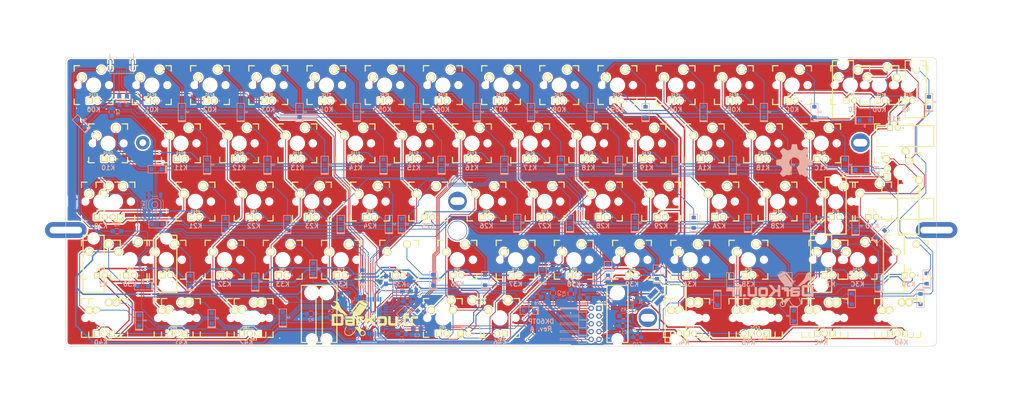
<source format=kicad_pcb>
(kicad_pcb (version 4) (host pcbnew 4.0.5+dfsg1-4)
  (title_block (title "MX/Alps HHKB") (date 2017-05-22) (rev A.1) (company DarKou))
  (layers (0 F.Cu signal) (31 B.Cu signal) (34 B.Paste user) (35 F.Paste user) (36 B.SilkS user) (37 F.SilkS user) (38 B.Mask user) (39 F.Mask user) (44 Edge.Cuts user))
  (net 0 "")
  (net 1 "Net-(C1-Pad1)")
  (net 2 GND)
  (net 3 "Net-(C2-Pad1)")
  (net 4 "Net-(C8-Pad1)")
  (net 5 "Net-(D1-Pad2)")
  (net 6 /Row0)
  (net 7 "Net-(D2-Pad2)")
  (net 8 "Net-(D3-Pad2)")
  (net 9 "Net-(D4-Pad2)")
  (net 10 "Net-(D5-Pad2)")
  (net 11 "Net-(D6-Pad2)")
  (net 12 "Net-(D7-Pad2)")
  (net 13 "Net-(D8-Pad2)")
  (net 14 "Net-(D9-Pad2)")
  (net 15 "Net-(D10-Pad2)")
  (net 16 "Net-(D11-Pad2)")
  (net 17 "Net-(D12-Pad2)")
  (net 18 "Net-(D13-Pad2)")
  (net 19 "Net-(D14-Pad2)")
  (net 20 /Row1)
  (net 21 "Net-(D15-Pad2)")
  (net 22 "Net-(D16-Pad2)")
  (net 23 "Net-(D17-Pad2)")
  (net 24 "Net-(D18-Pad2)")
  (net 25 "Net-(D19-Pad2)")
  (net 26 "Net-(D21-Pad2)")
  (net 27 "Net-(D22-Pad2)")
  (net 28 "Net-(D23-Pad2)")
  (net 29 "Net-(D24-Pad2)")
  (net 30 "Net-(D26-Pad2)")
  (net 31 "Net-(D27-Pad2)")
  (net 32 /Row2)
  (net 33 "Net-(D28-Pad2)")
  (net 34 "Net-(D29-Pad2)")
  (net 35 "Net-(D31-Pad2)")
  (net 36 "Net-(D32-Pad2)")
  (net 37 "Net-(D33-Pad2)")
  (net 38 "Net-(D34-Pad2)")
  (net 39 "Net-(D35-Pad2)")
  (net 40 "Net-(D36-Pad2)")
  (net 41 "Net-(D37-Pad2)")
  (net 42 "Net-(D38-Pad2)")
  (net 43 "Net-(D39-Pad2)")
  (net 44 "Net-(D40-Pad2)")
  (net 45 /Row3)
  (net 46 "Net-(D41-Pad2)")
  (net 47 "Net-(D42-Pad2)")
  (net 48 "Net-(D43-Pad2)")
  (net 49 "Net-(D44-Pad2)")
  (net 50 "Net-(D45-Pad2)")
  (net 51 "Net-(D46-Pad2)")
  (net 52 "Net-(D47-Pad2)")
  (net 53 "Net-(D48-Pad2)")
  (net 54 "Net-(D49-Pad2)")
  (net 55 "Net-(D50-Pad2)")
  (net 56 "Net-(D51-Pad2)")
  (net 57 "Net-(D52-Pad2)")
  (net 58 "Net-(D53-Pad2)")
  (net 59 /Row4)
  (net 60 "Net-(D54-Pad2)")
  (net 61 "Net-(D55-Pad2)")
  (net 62 "Net-(D56-Pad2)")
  (net 63 "Net-(D57-Pad2)")
  (net 64 "Net-(D58-Pad2)")
  (net 65 "Net-(D59-Pad2)")
  (net 66 "Net-(D60-Pad2)")
  (net 67 "Net-(J1-Pad2)")
  (net 68 "Net-(J1-Pad3)")
  (net 69 "Net-(J1-Pad4)")
  (net 70 /Col0)
  (net 71 /Col1)
  (net 72 /Col2)
  (net 73 /Col3)
  (net 74 /Col4)
  (net 75 /Col5)
  (net 76 /Col6)
  (net 77 /Col7)
  (net 78 /Col8)
  (net 79 /Col9)
  (net 80 "Net-(R1-Pad2)")
  (net 81 "Net-(R3-Pad1)")
  (net 82 "Net-(R4-Pad2)")
  (net 83 "Net-(U0-Pad35)")
  (net 84 "Net-(U0-Pad42)")
  (net 85 "Net-(LD1-Pad2)")
  (net 86 /CAPS_LED)
  (net 87 D2)
  (net 88 D5)
  (net 89 "Net-(D61-Pad2)")
  (net 90 "Net-(D62-Pad2)")
  (net 91 "Net-(D63-Pad2)")
  (net 92 "Net-(U0-Pad41)")
  (net 93 "Net-(U0-Pad26)")
  (net 94 "Net-(D64-Pad2)")
  (net 95 "Net-(D65-Pad2)")
  (net 96 "Net-(D66-Pad2)")
  (net 97 "Net-(D67-Pad2)")
  (net 98 "Net-(D68-Pad2)")
  (net 99 /ColA)
  (net 100 /ColB)
  (net 101 /ColC)
  (net 102 /ColD)
  (net 103 "Net-(R2-Pad2)")
  (net 104 "Net-(P2-Pad1)")
  (net 105 VCC)
  (net 106 "Net-(C9-Pad1)")
  (net 107 LED_AN)
  (net 108 "Net-(L1-Pad1)")
  (net 109 LED_CATH)
  (net 110 BACKLIT)
  (module Footprint:darkou (layer B.Cu) (at 259.75 97.75 180)
    (fp_text reference G*** hide)
    (fp_text value LOGO hide)
  )
  (module Footprint:MXST (layer F.Cu) (at 114.3 107.15625 180)
    (fp_text reference MXST hide)
    (fp_text value VAL** hide)
    (pad "" np_thru_hole circle (at 0 -6.985 180) (size 3.048 3.048) (drill 3.048) (layers *.Cu *.Mask))
    (pad "" np_thru_hole circle (at 0 8.255 180) (size 3.9802 3.9802) (drill 3.9802) (layers *.Cu *.Mask))
  )
  (module Mounting_Holes:MountingHole_2.2mm_M2_Pad (layer F.Cu) (at 157.1625 78.58125)
    (fp_text reference REF** hide)
    (fp_text value MountingHole_2.2mm_M2_Pad hide)
    (pad 1 thru_hole circle (at 0 0) (size 6.4 6.4) (drill 6) (layers *.Cu *.Mask))
  )
  (module Footprint:MXST (layer F.Cu) (at 228.6 107.15625 180)
    (fp_text reference MXST hide)
    (fp_text value VAL** hide)
    (pad "" np_thru_hole circle (at 0 -6.985 180) (size 3.048 3.048) (drill 3.048) (layers *.Cu *.Mask))
    (pad "" np_thru_hole circle (at 0 8.255 180) (size 3.9802 3.9802) (drill 3.9802) (layers *.Cu *.Mask))
  )
  (module Footprint:MXST (layer F.Cu) (at 209.55 107.15625 180)
    (fp_text reference MXST hide)
    (fp_text value VAL** hide)
    (pad "" np_thru_hole circle (at 0 -6.985 180) (size 3.048 3.048) (drill 3.048) (layers *.Cu *.Mask))
    (pad "" np_thru_hole circle (at 0 8.255 180) (size 3.9802 3.9802) (drill 3.9802) (layers *.Cu *.Mask))
  )
  (module Footprint:MXST (layer F.Cu) (at 109.5375 107.15625 180)
    (fp_text reference MXST hide)
    (fp_text value VAL** hide)
    (pad "" np_thru_hole circle (at 0 -6.985 180) (size 3.048 3.048) (drill 3.048) (layers *.Cu *.Mask))
    (pad "" np_thru_hole circle (at 0 8.255 180) (size 3.9802 3.9802) (drill 3.9802) (layers *.Cu *.Mask))
  )
  (module Footprint:MXST (layer F.Cu) (at 300.0375 88.10625)
    (fp_text reference MXST hide)
    (fp_text value VAL** hide)
    (pad "" np_thru_hole circle (at 0 -6.985) (size 3.048 3.048) (drill 3.048) (layers *.Cu *.Mask))
    (pad "" np_thru_hole circle (at 0 8.255) (size 3.9802 3.9802) (drill 3.9802) (layers *.Cu *.Mask))
  )
  (module Footprint:MXST (layer F.Cu) (at 276.225 88.10625)
    (fp_text reference MXST hide)
    (fp_text value VAL** hide)
    (pad "" np_thru_hole circle (at 0 -6.985) (size 3.048 3.048) (drill 3.048) (layers *.Cu *.Mask))
    (pad "" np_thru_hole circle (at 0 8.255) (size 3.9802 3.9802) (drill 3.9802) (layers *.Cu *.Mask))
  )
  (module Footprint:MXST (layer F.Cu) (at 302.41875 47.625 90)
    (fp_text reference MXST hide)
    (fp_text value VAL** hide)
    (pad "" np_thru_hole circle (at 0 -6.985 90) (size 3.048 3.048) (drill 3.048) (layers *.Cu *.Mask))
    (pad "" np_thru_hole circle (at 0 8.255 90) (size 3.9802 3.9802) (drill 3.9802) (layers *.Cu *.Mask))
  )
  (module Footprint:MXST (layer F.Cu) (at 302.41875 71.4375 90)
    (fp_text reference MXST hide)
    (fp_text value VAL** hide)
    (pad "" np_thru_hole circle (at 0 -6.985 90) (size 3.048 3.048) (drill 3.048) (layers *.Cu *.Mask))
    (pad "" np_thru_hole circle (at 0 8.255 90) (size 3.9802 3.9802) (drill 3.9802) (layers *.Cu *.Mask))
  )
  (module Footprint:MXST (layer F.Cu) (at 280.9875 69.05625)
    (fp_text reference MXST hide)
    (fp_text value VAL** hide)
    (pad "" np_thru_hole circle (at 0 -6.985) (size 3.048 3.048) (drill 3.048) (layers *.Cu *.Mask))
    (pad "" np_thru_hole circle (at 0 8.255) (size 3.9802 3.9802) (drill 3.9802) (layers *.Cu *.Mask))
  )
  (module Footprint:MXST (layer F.Cu) (at 304.8 69.05625)
    (fp_text reference MXST hide)
    (fp_text value VAL** hide)
    (pad "" np_thru_hole circle (at 0 -6.985) (size 3.048 3.048) (drill 3.048) (layers *.Cu *.Mask))
    (pad "" np_thru_hole circle (at 0 8.255) (size 3.9802 3.9802) (drill 3.9802) (layers *.Cu *.Mask))
  )
  (module Footprint:MXST (layer F.Cu) (at 307.18125 30.95625)
    (fp_text reference MXST hide)
    (fp_text value VAL** hide)
    (pad "" np_thru_hole circle (at 0 -6.985) (size 3.048 3.048) (drill 3.048) (layers *.Cu *.Mask))
    (pad "" np_thru_hole circle (at 0 8.255) (size 3.9802 3.9802) (drill 3.9802) (layers *.Cu *.Mask))
  )
  (module Footprint:MXST (layer F.Cu) (at 283.36875 30.95625)
    (fp_text reference MXST hide)
    (fp_text value VAL** hide)
    (pad "" np_thru_hole circle (at 0 -6.985) (size 3.048 3.048) (drill 3.048) (layers *.Cu *.Mask))
    (pad "" np_thru_hole circle (at 0 8.255) (size 3.9802 3.9802) (drill 3.9802) (layers *.Cu *.Mask))
  )
  (module Footprint:MXST (layer F.Cu) (at 61.9125 88.10625)
    (fp_text reference MXST hide)
    (fp_text value VAL** hide)
    (pad "" np_thru_hole circle (at 0 -6.985) (size 3.048 3.048) (drill 3.048) (layers *.Cu *.Mask))
    (pad "" np_thru_hole circle (at 0 8.255) (size 3.9802 3.9802) (drill 3.9802) (layers *.Cu *.Mask))
  )
  (module Footprint:Poker_oval_hole (layer F.Cu) (at 289.05 49.8)
    (fp_text reference Poker_oval_hole hide)
    (fp_text value VAL** hide)
    (pad "" thru_hole circle (at 0 0) (size 6.1 6.1) (drill oval 4.6 2.5) (layers *.Cu *.Mask))
  )
  (module Footprint:Poker_oval_hole (layer F.Cu) (at 157.2 68.9)
    (fp_text reference Poker_oval_hole hide)
    (fp_text value VAL** hide)
    (pad "" thru_hole circle (at 0 0) (size 6.1 6.1) (drill oval 4.6 2.5) (layers *.Cu *.Mask))
  )
  (module Footprint:Poker_side_edge_long (layer F.Cu) (at 314 78.4)
    (fp_text reference Poker_side_edge_long hide)
    (fp_text value VAL** hide)
    (pad "" thru_hole oval (at 0 0) (size 13.6 5.2) (drill oval 10.6 2.2) (layers *.Cu *.Mask))
  )
  (module Capacitors_SMD:C_0805_HandSoldering (layer B.Cu) (at 145 104 45)
    (fp_text reference C1 (at 0 2.1 45) (layer B.SilkS) (effects (justify mirror)))
    (fp_text value 22p)
    (pad 1 smd rect (at -1.25 0 45) (size 1.5 1.25) (layers B.Cu B.Paste B.Mask) (net 1 "Net-(C1-Pad1)"))
    (pad 2 smd rect (at 1.25 0 45) (size 1.5 1.25) (layers B.Cu B.Paste B.Mask) (net 2 GND))
  )
  (module Capacitors_SMD:C_0805_HandSoldering (layer B.Cu) (at 144 110.75)
    (fp_text reference C2 (at 0 2.1) (layer B.SilkS) (effects (justify mirror)))
    (fp_text value 22p)
    (pad 1 smd rect (at -1.25 0) (size 1.5 1.25) (layers B.Cu B.Paste B.Mask) (net 3 "Net-(C2-Pad1)"))
    (pad 2 smd rect (at 1.25 0) (size 1.5 1.25) (layers B.Cu B.Paste B.Mask) (net 2 GND))
  )
  (module Capacitors_SMD:C_0805_HandSoldering (layer B.Cu) (at 133.7875 94.7575 90)
    (fp_text reference C3 (at 0 2.1 90) (layer B.SilkS) (effects (justify mirror)))
    (fp_text value 0.1u hide)
    (pad 1 smd rect (at -1.25 0 90) (size 1.5 1.25) (layers B.Cu B.Paste B.Mask) (net 105 VCC))
    (pad 2 smd rect (at 1.25 0 90) (size 1.5 1.25) (layers B.Cu B.Paste B.Mask) (net 2 GND))
  )
  (module Capacitors_SMD:C_0805_HandSoldering (layer B.Cu) (at 115.75 107 180)
    (fp_text reference C4 (at 0 2.1 180) (layer B.SilkS) (effects (justify mirror)))
    (fp_text value 0.1u hide)
    (pad 1 smd rect (at -1.25 0 180) (size 1.5 1.25) (layers B.Cu B.Paste B.Mask) (net 105 VCC))
    (pad 2 smd rect (at 1.25 0 180) (size 1.5 1.25) (layers B.Cu B.Paste B.Mask) (net 2 GND))
  )
  (module Capacitors_SMD:C_0805_HandSoldering (layer B.Cu) (at 120.25 99 180)
    (fp_text reference C5 (at 0 2.1 180) (layer B.SilkS) (effects (justify mirror)))
    (fp_text value 0.1u)
    (pad 1 smd rect (at -1.25 0 180) (size 1.5 1.25) (layers B.Cu B.Paste B.Mask) (net 105 VCC))
    (pad 2 smd rect (at 1.25 0 180) (size 1.5 1.25) (layers B.Cu B.Paste B.Mask) (net 2 GND))
  )
  (module Capacitors_SMD:C_0805_HandSoldering (layer B.Cu) (at 139 112.5)
    (fp_text reference C6 (at 0 2.1) (layer B.SilkS) (effects (justify mirror)))
    (fp_text value 0.1u)
    (pad 1 smd rect (at -1.25 0) (size 1.5 1.25) (layers B.Cu B.Paste B.Mask) (net 105 VCC))
    (pad 2 smd rect (at 1.25 0) (size 1.5 1.25) (layers B.Cu B.Paste B.Mask) (net 2 GND))
  )
  (module Capacitors_SMD:C_0805_HandSoldering (layer B.Cu) (at 140.75 101.75)
    (fp_text reference C7 (at 0 2.1) (layer B.SilkS) (effects (justify mirror)))
    (fp_text value 4.7u)
    (pad 1 smd rect (at -1.25 0) (size 1.5 1.25) (layers B.Cu B.Paste B.Mask) (net 105 VCC))
    (pad 2 smd rect (at 1.25 0) (size 1.5 1.25) (layers B.Cu B.Paste B.Mask) (net 2 GND))
  )
  (module Capacitors_SMD:C_0805_HandSoldering (layer B.Cu) (at 44 39.75 90)
    (fp_text reference C8 (at 0 2.1 90) (layer B.SilkS) (effects (justify mirror)))
    (fp_text value 1u)
    (pad 1 smd rect (at -1.25 0 90) (size 1.5 1.25) (layers B.Cu B.Paste B.Mask) (net 4 "Net-(C8-Pad1)"))
    (pad 2 smd rect (at 1.25 0 90) (size 1.5 1.25) (layers B.Cu B.Paste B.Mask) (net 2 GND))
  )
  (module Capacitors_SMD:C_0805_HandSoldering (layer B.Cu) (at 188.5 99 90)
    (fp_text reference C9 (at 0 2.1 90) (layer B.SilkS) (effects (justify mirror)))
    (fp_text value 2.2u)
    (pad 1 smd rect (at -1.25 0 90) (size 1.5 1.25) (layers B.Cu B.Paste B.Mask) (net 106 "Net-(C9-Pad1)"))
    (pad 2 smd rect (at 1.25 0 90) (size 1.5 1.25) (layers B.Cu B.Paste B.Mask) (net 105 VCC))
  )
  (module Footprint:D_SOD123 (layer B.Cu) (at 34 43.5 135)
    (fp_text reference D1 hide)
    (fp_text value D (at 0 1.925 135) (layer B.SilkS) (effects (font (size 0.8 0.8)) (justify mirror)))
    (pad 2 smd rect (at 1.7 0 135) (size 1.2 1.4) (layers B.Cu B.Paste B.Mask) (net 5 "Net-(D1-Pad2)"))
    (pad 1 smd rect (at -1.7 0 135) (size 1.2 1.4) (layers B.Cu B.Paste B.Mask) (net 6 /Row0))
  )
  (module Footprint:D_SOD123 (layer B.Cu) (at 58.75 58.5 180)
    (fp_text reference D2 hide)
    (fp_text value D (at 0 1.925 180) (layer B.SilkS) (effects (font (size 0.8 0.8)) (justify mirror)))
    (pad 2 smd rect (at 1.7 0 180) (size 1.2 1.4) (layers B.Cu B.Paste B.Mask) (net 7 "Net-(D2-Pad2)"))
    (pad 1 smd rect (at -1.7 0 180) (size 1.2 1.4) (layers B.Cu B.Paste B.Mask) (net 20 /Row1))
  )
  (module Footprint:D_SOD123 (layer B.Cu) (at 59 76.5 180)
    (fp_text reference D3 hide)
    (fp_text value D (at 0 1.925 180) (layer B.SilkS) (effects (font (size 0.8 0.8)) (justify mirror)))
    (pad 2 smd rect (at 1.7 0 180) (size 1.2 1.4) (layers B.Cu B.Paste B.Mask) (net 8 "Net-(D3-Pad2)"))
    (pad 1 smd rect (at -1.7 0 180) (size 1.2 1.4) (layers B.Cu B.Paste B.Mask) (net 32 /Row2))
  )
  (module Footprint:D_SOD123 (layer B.Cu) (at 54.25 96.75 180)
    (fp_text reference D4 hide)
    (fp_text value D (at 0 1.925 180) (layer B.SilkS) (effects (font (size 0.8 0.8)) (justify mirror)))
    (pad 2 smd rect (at 1.7 0 180) (size 1.2 1.4) (layers B.Cu B.Paste B.Mask) (net 9 "Net-(D4-Pad2)"))
    (pad 1 smd rect (at -1.7 0 180) (size 1.2 1.4) (layers B.Cu B.Paste B.Mask) (net 45 /Row3))
  )
  (module Footprint:D_SOD123 (layer B.Cu) (at 53 108 90)
    (fp_text reference D5 hide)
    (fp_text value D (at 0 1.925 90) (layer B.SilkS) (effects (font (size 0.8 0.8)) (justify mirror)))
    (pad 2 smd rect (at 1.7 0 90) (size 1.2 1.4) (layers B.Cu B.Paste B.Mask) (net 10 "Net-(D5-Pad2)"))
    (pad 1 smd rect (at -1.7 0 90) (size 1.2 1.4) (layers B.Cu B.Paste B.Mask) (net 59 /Row4))
  )
  (module Footprint:D_SOD123 (layer B.Cu) (at 67 39.75 90)
    (fp_text reference D6 hide)
    (fp_text value D (at 0 1.925 90) (layer B.SilkS) (effects (font (size 0.8 0.8)) (justify mirror)))
    (pad 2 smd rect (at 1.7 0 90) (size 1.2 1.4) (layers B.Cu B.Paste B.Mask) (net 11 "Net-(D6-Pad2)"))
    (pad 1 smd rect (at -1.7 0 90) (size 1.2 1.4) (layers B.Cu B.Paste B.Mask) (net 6 /Row0))
  )
  (module Footprint:D_SOD123 (layer B.Cu) (at 75.25 57 90)
    (fp_text reference D7 hide)
    (fp_text value D (at 0 1.925 90) (layer B.SilkS) (effects (font (size 0.8 0.8)) (justify mirror)))
    (pad 2 smd rect (at 1.7 0 90) (size 1.2 1.4) (layers B.Cu B.Paste B.Mask) (net 12 "Net-(D7-Pad2)"))
    (pad 1 smd rect (at -1.7 0 90) (size 1.2 1.4) (layers B.Cu B.Paste B.Mask) (net 20 /Row1))
  )
  (module Footprint:D_SOD123 (layer B.Cu) (at 81.22875 76.40625 90)
    (fp_text reference D8 hide)
    (fp_text value D (at 0 1.925 90) (layer B.SilkS) (effects (font (size 0.8 0.8)) (justify mirror)))
    (pad 2 smd rect (at 1.7 0 90) (size 1.2 1.4) (layers B.Cu B.Paste B.Mask) (net 13 "Net-(D8-Pad2)"))
    (pad 1 smd rect (at -1.7 0 90) (size 1.2 1.4) (layers B.Cu B.Paste B.Mask) (net 32 /Row2))
  )
  (module Footprint:D_SOD123 (layer B.Cu) (at 69.75 95 90)
    (fp_text reference D9 hide)
    (fp_text value D (at 0 1.925 90) (layer B.SilkS) (effects (font (size 0.8 0.8)) (justify mirror)))
    (pad 2 smd rect (at 1.7 0 90) (size 1.2 1.4) (layers B.Cu B.Paste B.Mask) (net 14 "Net-(D9-Pad2)"))
    (pad 1 smd rect (at -1.7 0 90) (size 1.2 1.4) (layers B.Cu B.Paste B.Mask) (net 45 /Row3))
  )
  (module Footprint:D_SOD123 (layer B.Cu) (at 76.75 107.25 90)
    (fp_text reference D10 hide)
    (fp_text value D (at 0 1.925 90) (layer B.SilkS) (effects (font (size 0.8 0.8)) (justify mirror)))
    (pad 2 smd rect (at 1.7 0 90) (size 1.2 1.4) (layers B.Cu B.Paste B.Mask) (net 15 "Net-(D10-Pad2)"))
    (pad 1 smd rect (at -1.7 0 90) (size 1.2 1.4) (layers B.Cu B.Paste B.Mask) (net 59 /Row4))
  )
  (module Footprint:D_SOD123 (layer B.Cu) (at 86.25 39.75 90)
    (fp_text reference D11 hide)
    (fp_text value D (at 0 1.925 90) (layer B.SilkS) (effects (font (size 0.8 0.8)) (justify mirror)))
    (pad 2 smd rect (at 1.7 0 90) (size 1.2 1.4) (layers B.Cu B.Paste B.Mask) (net 16 "Net-(D11-Pad2)"))
    (pad 1 smd rect (at -1.7 0 90) (size 1.2 1.4) (layers B.Cu B.Paste B.Mask) (net 6 /Row0))
  )
  (module Footprint:D_SOD123 (layer B.Cu) (at 95 57 90)
    (fp_text reference D12 hide)
    (fp_text value D (at 0 1.925 90) (layer B.SilkS) (effects (font (size 0.8 0.8)) (justify mirror)))
    (pad 2 smd rect (at 1.7 0 90) (size 1.2 1.4) (layers B.Cu B.Paste B.Mask) (net 17 "Net-(D12-Pad2)"))
    (pad 1 smd rect (at -1.7 0 90) (size 1.2 1.4) (layers B.Cu B.Paste B.Mask) (net 20 /Row1))
  )
  (module Footprint:D_SOD123 (layer B.Cu) (at 101.47875 76.40625 90)
    (fp_text reference D13 hide)
    (fp_text value D (at 0 1.925 90) (layer B.SilkS) (effects (font (size 0.8 0.8)) (justify mirror)))
    (pad 2 smd rect (at 1.7 0 90) (size 1.2 1.4) (layers B.Cu B.Paste B.Mask) (net 18 "Net-(D13-Pad2)"))
    (pad 1 smd rect (at -1.7 0 90) (size 1.2 1.4) (layers B.Cu B.Paste B.Mask) (net 32 /Row2))
  )
  (module Footprint:D_SOD123 (layer B.Cu) (at 91 95.25 90)
    (fp_text reference D14 hide)
    (fp_text value D (at 0 1.925 90) (layer B.SilkS) (effects (font (size 0.8 0.8)) (justify mirror)))
    (pad 2 smd rect (at 1.7 0 90) (size 1.2 1.4) (layers B.Cu B.Paste B.Mask) (net 19 "Net-(D14-Pad2)"))
    (pad 1 smd rect (at -1.7 0 90) (size 1.2 1.4) (layers B.Cu B.Paste B.Mask) (net 45 /Row3))
  )
  (module Footprint:D_SOD123 (layer B.Cu) (at 100.0375 107.0075 90)
    (fp_text reference D15 hide)
    (fp_text value D (at 0 1.925 90) (layer B.SilkS) (effects (font (size 0.8 0.8)) (justify mirror)))
    (pad 2 smd rect (at 1.7 0 90) (size 1.2 1.4) (layers B.Cu B.Paste B.Mask) (net 21 "Net-(D15-Pad2)"))
    (pad 1 smd rect (at -1.7 0 90) (size 1.2 1.4) (layers B.Cu B.Paste B.Mask) (net 59 /Row4))
  )
  (module Footprint:D_SOD123 (layer B.Cu) (at 105.5 39.75 90)
    (fp_text reference D16 hide)
    (fp_text value D (at 0 1.925 90) (layer B.SilkS) (effects (font (size 0.8 0.8)) (justify mirror)))
    (pad 2 smd rect (at 1.7 0 90) (size 1.2 1.4) (layers B.Cu B.Paste B.Mask) (net 22 "Net-(D16-Pad2)"))
    (pad 1 smd rect (at -1.7 0 90) (size 1.2 1.4) (layers B.Cu B.Paste B.Mask) (net 6 /Row0))
  )
  (module Footprint:D_SOD123 (layer B.Cu) (at 113.75 57 90)
    (fp_text reference D17 hide)
    (fp_text value D (at 0 1.925 90) (layer B.SilkS) (effects (font (size 0.8 0.8)) (justify mirror)))
    (pad 2 smd rect (at 1.7 0 90) (size 1.2 1.4) (layers B.Cu B.Paste B.Mask) (net 23 "Net-(D17-Pad2)"))
    (pad 1 smd rect (at -1.7 0 90) (size 1.2 1.4) (layers B.Cu B.Paste B.Mask) (net 20 /Row1))
  )
  (module Footprint:D_SOD123 (layer B.Cu) (at 118.97875 76.40625 90)
    (fp_text reference D18 hide)
    (fp_text value D (at 0 1.925 90) (layer B.SilkS) (effects (font (size 0.8 0.8)) (justify mirror)))
    (pad 2 smd rect (at 1.7 0 90) (size 1.2 1.4) (layers B.Cu B.Paste B.Mask) (net 24 "Net-(D18-Pad2)"))
    (pad 1 smd rect (at -1.7 0 90) (size 1.2 1.4) (layers B.Cu B.Paste B.Mask) (net 32 /Row2))
  )
  (module Footprint:D_SOD123 (layer B.Cu) (at 110 91 90)
    (fp_text reference D19 hide)
    (fp_text value D (at 0 1.925 90) (layer B.SilkS) (effects (font (size 0.8 0.8)) (justify mirror)))
    (pad 2 smd rect (at 1.7 0 90) (size 1.2 1.4) (layers B.Cu B.Paste B.Mask) (net 25 "Net-(D19-Pad2)"))
    (pad 1 smd rect (at -1.7 0 90) (size 1.2 1.4) (layers B.Cu B.Paste B.Mask) (net 45 /Row3))
  )
  (module Footprint:D_SOD123 (layer B.Cu) (at 124.25 39.75 90)
    (fp_text reference D21 hide)
    (fp_text value D (at 0 1.925 90) (layer B.SilkS) (effects (font (size 0.8 0.8)) (justify mirror)))
    (pad 2 smd rect (at 1.7 0 90) (size 1.2 1.4) (layers B.Cu B.Paste B.Mask) (net 26 "Net-(D21-Pad2)"))
    (pad 1 smd rect (at -1.7 0 90) (size 1.2 1.4) (layers B.Cu B.Paste B.Mask) (net 6 /Row0))
  )
  (module Footprint:D_SOD123 (layer B.Cu) (at 133 57 90)
    (fp_text reference D22 hide)
    (fp_text value D (at 0 1.925 90) (layer B.SilkS) (effects (font (size 0.8 0.8)) (justify mirror)))
    (pad 2 smd rect (at 1.7 0 90) (size 1.2 1.4) (layers B.Cu B.Paste B.Mask) (net 27 "Net-(D22-Pad2)"))
    (pad 1 smd rect (at -1.7 0 90) (size 1.2 1.4) (layers B.Cu B.Paste B.Mask) (net 20 /Row1))
  )
  (module Footprint:D_SOD123 (layer B.Cu) (at 134.72875 76.40625 90)
    (fp_text reference D23 hide)
    (fp_text value D (at 0 1.925 90) (layer B.SilkS) (effects (font (size 0.8 0.8)) (justify mirror)))
    (pad 2 smd rect (at 1.7 0 90) (size 1.2 1.4) (layers B.Cu B.Paste B.Mask) (net 28 "Net-(D23-Pad2)"))
    (pad 1 smd rect (at -1.7 0 90) (size 1.2 1.4) (layers B.Cu B.Paste B.Mask) (net 32 /Row2))
  )
  (module Footprint:D_SOD123 (layer B.Cu) (at 126 93.25 90)
    (fp_text reference D24 hide)
    (fp_text value D (at 0 1.925 90) (layer B.SilkS) (effects (font (size 0.8 0.8)) (justify mirror)))
    (pad 2 smd rect (at 1.7 0 90) (size 1.2 1.4) (layers B.Cu B.Paste B.Mask) (net 29 "Net-(D24-Pad2)"))
    (pad 1 smd rect (at -1.7 0 90) (size 1.2 1.4) (layers B.Cu B.Paste B.Mask) (net 45 /Row3))
  )
  (module Footprint:D_SOD123 (layer B.Cu) (at 144 39.75 90)
    (fp_text reference D26 hide)
    (fp_text value D (at 0 1.925 90) (layer B.SilkS) (effects (font (size 0.8 0.8)) (justify mirror)))
    (pad 2 smd rect (at 1.7 0 90) (size 1.2 1.4) (layers B.Cu B.Paste B.Mask) (net 30 "Net-(D26-Pad2)"))
    (pad 1 smd rect (at -1.7 0 90) (size 1.2 1.4) (layers B.Cu B.Paste B.Mask) (net 6 /Row0))
  )
  (module Footprint:D_SOD123 (layer B.Cu) (at 152 57 90)
    (fp_text reference D27 hide)
    (fp_text value D (at 0 1.925 90) (layer B.SilkS) (effects (font (size 0.8 0.8)) (justify mirror)))
    (pad 2 smd rect (at 1.7 0 90) (size 1.2 1.4) (layers B.Cu B.Paste B.Mask) (net 31 "Net-(D27-Pad2)"))
    (pad 1 smd rect (at -1.7 0 90) (size 1.2 1.4) (layers B.Cu B.Paste B.Mask) (net 20 /Row1))
  )
  (module Footprint:D_SOD123 (layer B.Cu) (at 138.97875 76.40625 90)
    (fp_text reference D28 hide)
    (fp_text value D (at 0 1.925 90) (layer B.SilkS) (effects (font (size 0.8 0.8)) (justify mirror)))
    (pad 2 smd rect (at 1.7 0 90) (size 1.2 1.4) (layers B.Cu B.Paste B.Mask) (net 33 "Net-(D28-Pad2)"))
    (pad 1 smd rect (at -1.7 0 90) (size 1.2 1.4) (layers B.Cu B.Paste B.Mask) (net 32 /Row2))
  )
  (module Footprint:D_SOD123 (layer B.Cu) (at 149.25 94.75 90)
    (fp_text reference D29 hide)
    (fp_text value D (at 0 1.925 90) (layer B.SilkS) (effects (font (size 0.8 0.8)) (justify mirror)))
    (pad 2 smd rect (at 1.7 0 90) (size 1.2 1.4) (layers B.Cu B.Paste B.Mask) (net 34 "Net-(D29-Pad2)"))
    (pad 1 smd rect (at -1.7 0 90) (size 1.2 1.4) (layers B.Cu B.Paste B.Mask) (net 45 /Row3))
  )
  (module Footprint:D_SOD123 (layer B.Cu) (at 163.5 39.75 90)
    (fp_text reference D31 hide)
    (fp_text value D (at 0 1.925 90) (layer B.SilkS) (effects (font (size 0.8 0.8)) (justify mirror)))
    (pad 2 smd rect (at 1.7 0 90) (size 1.2 1.4) (layers B.Cu B.Paste B.Mask) (net 35 "Net-(D31-Pad2)"))
    (pad 1 smd rect (at -1.7 0 90) (size 1.2 1.4) (layers B.Cu B.Paste B.Mask) (net 6 /Row0))
  )
  (module Footprint:D_SOD123 (layer B.Cu) (at 172.5375 57.0075 90)
    (fp_text reference D32 hide)
    (fp_text value D (at 0 1.925 90) (layer B.SilkS) (effects (font (size 0.8 0.8)) (justify mirror)))
    (pad 2 smd rect (at 1.7 0 90) (size 1.2 1.4) (layers B.Cu B.Paste B.Mask) (net 36 "Net-(D32-Pad2)"))
    (pad 1 smd rect (at -1.7 0 90) (size 1.2 1.4) (layers B.Cu B.Paste B.Mask) (net 20 /Row1))
  )
  (module Footprint:D_SOD123 (layer B.Cu) (at 176.75 76 90)
    (fp_text reference D33 hide)
    (fp_text value D (at 0 1.925 90) (layer B.SilkS) (effects (font (size 0.8 0.8)) (justify mirror)))
    (pad 2 smd rect (at 1.7 0 90) (size 1.2 1.4) (layers B.Cu B.Paste B.Mask) (net 37 "Net-(D33-Pad2)"))
    (pad 1 smd rect (at -1.7 0 90) (size 1.2 1.4) (layers B.Cu B.Paste B.Mask) (net 32 /Row2))
  )
  (module Footprint:D_SOD123 (layer B.Cu) (at 166.25 94.75 90)
    (fp_text reference D34 hide)
    (fp_text value D (at 0 1.925 90) (layer B.SilkS) (effects (font (size 0.8 0.8)) (justify mirror)))
    (pad 2 smd rect (at 1.7 0 90) (size 1.2 1.4) (layers B.Cu B.Paste B.Mask) (net 38 "Net-(D34-Pad2)"))
    (pad 1 smd rect (at -1.7 0 90) (size 1.2 1.4) (layers B.Cu B.Paste B.Mask) (net 45 /Row3))
  )
  (module Footprint:D_SOD123 (layer B.Cu) (at 180.5 104.75 180)
    (fp_text reference D35 hide)
    (fp_text value D (at 0 1.925 180) (layer B.SilkS) (effects (font (size 0.8 0.8)) (justify mirror)))
    (pad 2 smd rect (at 1.7 0 180) (size 1.2 1.4) (layers B.Cu B.Paste B.Mask) (net 39 "Net-(D35-Pad2)"))
    (pad 1 smd rect (at -1.7 0 180) (size 1.2 1.4) (layers B.Cu B.Paste B.Mask) (net 59 /Row4))
  )
  (module Footprint:D_SOD123 (layer B.Cu) (at 181.25 39.75 90)
    (fp_text reference D36 hide)
    (fp_text value D (at 0 1.925 90) (layer B.SilkS) (effects (font (size 0.8 0.8)) (justify mirror)))
    (pad 2 smd rect (at 1.7 0 90) (size 1.2 1.4) (layers B.Cu B.Paste B.Mask) (net 40 "Net-(D36-Pad2)"))
    (pad 1 smd rect (at -1.7 0 90) (size 1.2 1.4) (layers B.Cu B.Paste B.Mask) (net 6 /Row0))
  )
  (module Footprint:D_SOD123 (layer B.Cu) (at 191.0375 57.0075 90)
    (fp_text reference D37 hide)
    (fp_text value D (at 0 1.925 90) (layer B.SilkS) (effects (font (size 0.8 0.8)) (justify mirror)))
    (pad 2 smd rect (at 1.7 0 90) (size 1.2 1.4) (layers B.Cu B.Paste B.Mask) (net 41 "Net-(D37-Pad2)"))
    (pad 1 smd rect (at -1.7 0 90) (size 1.2 1.4) (layers B.Cu B.Paste B.Mask) (net 20 /Row1))
  )
  (module Footprint:D_SOD123 (layer B.Cu) (at 194 76 90)
    (fp_text reference D38 hide)
    (fp_text value D (at 0 1.925 90) (layer B.SilkS) (effects (font (size 0.8 0.8)) (justify mirror)))
    (pad 2 smd rect (at 1.7 0 90) (size 1.2 1.4) (layers B.Cu B.Paste B.Mask) (net 42 "Net-(D38-Pad2)"))
    (pad 1 smd rect (at -1.7 0 90) (size 1.2 1.4) (layers B.Cu B.Paste B.Mask) (net 32 /Row2))
  )
  (module Footprint:D_SOD123 (layer B.Cu) (at 185 93 90)
    (fp_text reference D39 hide)
    (fp_text value D (at 0 1.925 90) (layer B.SilkS) (effects (font (size 0.8 0.8)) (justify mirror)))
    (pad 2 smd rect (at 1.7 0 90) (size 1.2 1.4) (layers B.Cu B.Paste B.Mask) (net 43 "Net-(D39-Pad2)"))
    (pad 1 smd rect (at -1.7 0 90) (size 1.2 1.4) (layers B.Cu B.Paste B.Mask) (net 45 /Row3))
  )
  (module Footprint:D_SOD123 (layer B.Cu) (at 200.75 39.75 90)
    (fp_text reference D40 hide)
    (fp_text value D (at 0 1.925 90) (layer B.SilkS) (effects (font (size 0.8 0.8)) (justify mirror)))
    (pad 2 smd rect (at 1.7 0 90) (size 1.2 1.4) (layers B.Cu B.Paste B.Mask) (net 44 "Net-(D40-Pad2)"))
    (pad 1 smd rect (at -1.7 0 90) (size 1.2 1.4) (layers B.Cu B.Paste B.Mask) (net 6 /Row0))
  )
  (module Footprint:D_SOD123 (layer B.Cu) (at 210.0375 57.0075 90)
    (fp_text reference D41 hide)
    (fp_text value D (at 0 1.925 90) (layer B.SilkS) (effects (font (size 0.8 0.8)) (justify mirror)))
    (pad 2 smd rect (at 1.7 0 90) (size 1.2 1.4) (layers B.Cu B.Paste B.Mask) (net 46 "Net-(D41-Pad2)"))
    (pad 1 smd rect (at -1.7 0 90) (size 1.2 1.4) (layers B.Cu B.Paste B.Mask) (net 20 /Row1))
  )
  (module Footprint:D_SOD123 (layer B.Cu) (at 215.25 76 90)
    (fp_text reference D42 hide)
    (fp_text value D (at 0 1.925 90) (layer B.SilkS) (effects (font (size 0.8 0.8)) (justify mirror)))
    (pad 2 smd rect (at 1.7 0 90) (size 1.2 1.4) (layers B.Cu B.Paste B.Mask) (net 47 "Net-(D42-Pad2)"))
    (pad 1 smd rect (at -1.7 0 90) (size 1.2 1.4) (layers B.Cu B.Paste B.Mask) (net 32 /Row2))
  )
  (module Footprint:D_SOD123 (layer B.Cu) (at 206.5 91.5 90)
    (fp_text reference D43 hide)
    (fp_text value D (at 0 1.925 90) (layer B.SilkS) (effects (font (size 0.8 0.8)) (justify mirror)))
    (pad 2 smd rect (at 1.7 0 90) (size 1.2 1.4) (layers B.Cu B.Paste B.Mask) (net 48 "Net-(D43-Pad2)"))
    (pad 1 smd rect (at -1.7 0 90) (size 1.2 1.4) (layers B.Cu B.Paste B.Mask) (net 45 /Row3))
  )
  (module Footprint:D_SOD123 (layer B.Cu) (at 218.75 39.75 90)
    (fp_text reference D44 hide)
    (fp_text value D (at 0 1.925 90) (layer B.SilkS) (effects (font (size 0.8 0.8)) (justify mirror)))
    (pad 2 smd rect (at 1.7 0 90) (size 1.2 1.4) (layers B.Cu B.Paste B.Mask) (net 49 "Net-(D44-Pad2)"))
    (pad 1 smd rect (at -1.7 0 90) (size 1.2 1.4) (layers B.Cu B.Paste B.Mask) (net 6 /Row0))
  )
  (module Footprint:D_SOD123 (layer B.Cu) (at 228.5375 57.0075 90)
    (fp_text reference D45 hide)
    (fp_text value D (at 0 1.925 90) (layer B.SilkS) (effects (font (size 0.8 0.8)) (justify mirror)))
    (pad 2 smd rect (at 1.7 0 90) (size 1.2 1.4) (layers B.Cu B.Paste B.Mask) (net 50 "Net-(D45-Pad2)"))
    (pad 1 smd rect (at -1.7 0 90) (size 1.2 1.4) (layers B.Cu B.Paste B.Mask) (net 20 /Row1))
  )
  (module Footprint:D_SOD123 (layer B.Cu) (at 234.5 76 90)
    (fp_text reference D46 hide)
    (fp_text value D (at 0 1.925 90) (layer B.SilkS) (effects (font (size 0.8 0.8)) (justify mirror)))
    (pad 2 smd rect (at 1.7 0 90) (size 1.2 1.4) (layers B.Cu B.Paste B.Mask) (net 51 "Net-(D46-Pad2)"))
    (pad 1 smd rect (at -1.7 0 90) (size 1.2 1.4) (layers B.Cu B.Paste B.Mask) (net 32 /Row2))
  )
  (module Footprint:D_SOD123 (layer B.Cu) (at 222.47875 92.65625 90)
    (fp_text reference D47 hide)
    (fp_text value D (at 0 1.925 90) (layer B.SilkS) (effects (font (size 0.8 0.8)) (justify mirror)))
    (pad 2 smd rect (at 1.7 0 90) (size 1.2 1.4) (layers B.Cu B.Paste B.Mask) (net 52 "Net-(D47-Pad2)"))
    (pad 1 smd rect (at -1.7 0 90) (size 1.2 1.4) (layers B.Cu B.Paste B.Mask) (net 45 /Row3))
  )
  (module Footprint:D_SOD123 (layer B.Cu) (at 311.5 36.5 90)
    (fp_text reference D48 hide)
    (fp_text value D (at 0 1.925 90) (layer B.SilkS) (effects (font (size 0.8 0.8)) (justify mirror)))
    (pad 2 smd rect (at 1.7 0 90) (size 1.2 1.4) (layers B.Cu B.Paste B.Mask) (net 53 "Net-(D48-Pad2)"))
    (pad 1 smd rect (at -1.7 0 90) (size 1.2 1.4) (layers B.Cu B.Paste B.Mask) (net 59 /Row4))
  )
  (module Footprint:D_SOD123 (layer B.Cu) (at 237.75 39.75 90)
    (fp_text reference D49 hide)
    (fp_text value D (at 0 1.925 90) (layer B.SilkS) (effects (font (size 0.8 0.8)) (justify mirror)))
    (pad 2 smd rect (at 1.7 0 90) (size 1.2 1.4) (layers B.Cu B.Paste B.Mask) (net 54 "Net-(D49-Pad2)"))
    (pad 1 smd rect (at -1.7 0 90) (size 1.2 1.4) (layers B.Cu B.Paste B.Mask) (net 6 /Row0))
  )
  (module Footprint:D_SOD123 (layer B.Cu) (at 247.2875 57.0075 90)
    (fp_text reference D50 hide)
    (fp_text value D (at 0 1.925 90) (layer B.SilkS) (effects (font (size 0.8 0.8)) (justify mirror)))
    (pad 2 smd rect (at 1.7 0 90) (size 1.2 1.4) (layers B.Cu B.Paste B.Mask) (net 55 "Net-(D50-Pad2)"))
    (pad 1 smd rect (at -1.7 0 90) (size 1.2 1.4) (layers B.Cu B.Paste B.Mask) (net 20 /Row1))
  )
  (module Footprint:D_SOD123 (layer B.Cu) (at 252.25 76 90)
    (fp_text reference D51 hide)
    (fp_text value D (at 0 1.925 90) (layer B.SilkS) (effects (font (size 0.8 0.8)) (justify mirror)))
    (pad 2 smd rect (at 1.7 0 90) (size 1.2 1.4) (layers B.Cu B.Paste B.Mask) (net 56 "Net-(D51-Pad2)"))
    (pad 1 smd rect (at -1.7 0 90) (size 1.2 1.4) (layers B.Cu B.Paste B.Mask) (net 32 /Row2))
  )
  (module Footprint:D_SOD123 (layer B.Cu) (at 246.47875 95.15625 90)
    (fp_text reference D52 hide)
    (fp_text value D (at 0 1.925 90) (layer B.SilkS) (effects (font (size 0.8 0.8)) (justify mirror)))
    (pad 2 smd rect (at 1.7 0 90) (size 1.2 1.4) (layers B.Cu B.Paste B.Mask) (net 57 "Net-(D52-Pad2)"))
    (pad 1 smd rect (at -1.7 0 90) (size 1.2 1.4) (layers B.Cu B.Paste B.Mask) (net 45 /Row3))
  )
  (module Footprint:D_SOD123 (layer B.Cu) (at 242.25 101.25 270)
    (fp_text reference D53 hide)
    (fp_text value D (at 0 1.925 270) (layer B.SilkS) (effects (font (size 0.8 0.8)) (justify mirror)))
    (pad 2 smd rect (at 1.7 0 270) (size 1.2 1.4) (layers B.Cu B.Paste B.Mask) (net 58 "Net-(D53-Pad2)"))
    (pad 1 smd rect (at -1.7 0 270) (size 1.2 1.4) (layers B.Cu B.Paste B.Mask) (net 59 /Row4))
  )
  (module Footprint:D_SOD123 (layer B.Cu) (at 257.5 39.75 90)
    (fp_text reference D54 hide)
    (fp_text value D (at 0 1.925 90) (layer B.SilkS) (effects (font (size 0.8 0.8)) (justify mirror)))
    (pad 2 smd rect (at 1.7 0 90) (size 1.2 1.4) (layers B.Cu B.Paste B.Mask) (net 60 "Net-(D54-Pad2)"))
    (pad 1 smd rect (at -1.7 0 90) (size 1.2 1.4) (layers B.Cu B.Paste B.Mask) (net 6 /Row0))
  )
  (module Footprint:D_SOD123 (layer B.Cu) (at 265.2875 57.0075 90)
    (fp_text reference D55 hide)
    (fp_text value D (at 0 1.925 90) (layer B.SilkS) (effects (font (size 0.8 0.8)) (justify mirror)))
    (pad 2 smd rect (at 1.7 0 90) (size 1.2 1.4) (layers B.Cu B.Paste B.Mask) (net 61 "Net-(D55-Pad2)"))
    (pad 1 smd rect (at -1.7 0 90) (size 1.2 1.4) (layers B.Cu B.Paste B.Mask) (net 20 /Row1))
  )
  (module Footprint:D_SOD123 (layer B.Cu) (at 271.5 75.75 90)
    (fp_text reference D56 hide)
    (fp_text value D (at 0 1.925 90) (layer B.SilkS) (effects (font (size 0.8 0.8)) (justify mirror)))
    (pad 2 smd rect (at 1.7 0 90) (size 1.2 1.4) (layers B.Cu B.Paste B.Mask) (net 62 "Net-(D56-Pad2)"))
    (pad 1 smd rect (at -1.7 0 90) (size 1.2 1.4) (layers B.Cu B.Paste B.Mask) (net 32 /Row2))
  )
  (module Footprint:D_SOD123 (layer B.Cu) (at 265.47875 95.15625 90)
    (fp_text reference D57 hide)
    (fp_text value D (at 0 1.925 90) (layer B.SilkS) (effects (font (size 0.8 0.8)) (justify mirror)))
    (pad 2 smd rect (at 1.7 0 90) (size 1.2 1.4) (layers B.Cu B.Paste B.Mask) (net 63 "Net-(D57-Pad2)"))
    (pad 1 smd rect (at -1.7 0 90) (size 1.2 1.4) (layers B.Cu B.Paste B.Mask) (net 45 /Row3))
  )
  (module Footprint:D_SOD123 (layer B.Cu) (at 267.25 106.5 270)
    (fp_text reference D58 hide)
    (fp_text value D (at 0 1.925 270) (layer B.SilkS) (effects (font (size 0.8 0.8)) (justify mirror)))
    (pad 2 smd rect (at 1.7 0 270) (size 1.2 1.4) (layers B.Cu B.Paste B.Mask) (net 64 "Net-(D58-Pad2)"))
    (pad 1 smd rect (at -1.7 0 270) (size 1.2 1.4) (layers B.Cu B.Paste B.Mask) (net 59 /Row4))
  )
  (module Footprint:D_SOD123 (layer B.Cu) (at 274 39.75 90)
    (fp_text reference D59 hide)
    (fp_text value D (at 0 1.925 90) (layer B.SilkS) (effects (font (size 0.8 0.8)) (justify mirror)))
    (pad 2 smd rect (at 1.7 0 90) (size 1.2 1.4) (layers B.Cu B.Paste B.Mask) (net 65 "Net-(D59-Pad2)"))
    (pad 1 smd rect (at -1.7 0 90) (size 1.2 1.4) (layers B.Cu B.Paste B.Mask) (net 6 /Row0))
  )
  (module Footprint:D_SOD123 (layer B.Cu) (at 284 57 90)
    (fp_text reference D60 hide)
    (fp_text value D (at 0 1.925 90) (layer B.SilkS) (effects (font (size 0.8 0.8)) (justify mirror)))
    (pad 2 smd rect (at 1.7 0 90) (size 1.2 1.4) (layers B.Cu B.Paste B.Mask) (net 66 "Net-(D60-Pad2)"))
    (pad 1 smd rect (at -1.7 0 90) (size 1.2 1.4) (layers B.Cu B.Paste B.Mask) (net 20 /Row1))
  )
  (module Footprint:D_SOD123 (layer B.Cu) (at 287.5 77 90)
    (fp_text reference D61 hide)
    (fp_text value D (at 0 1.925 90) (layer B.SilkS) (effects (font (size 0.8 0.8)) (justify mirror)))
    (pad 2 smd rect (at 1.7 0 90) (size 1.2 1.4) (layers B.Cu B.Paste B.Mask) (net 89 "Net-(D61-Pad2)"))
    (pad 1 smd rect (at -1.7 0 90) (size 1.2 1.4) (layers B.Cu B.Paste B.Mask) (net 32 /Row2))
  )
  (module Footprint:D_SOD123 (layer B.Cu) (at 295 95.5 90)
    (fp_text reference D62 hide)
    (fp_text value D (at 0 1.925 90) (layer B.SilkS) (effects (font (size 0.8 0.8)) (justify mirror)))
    (pad 2 smd rect (at 1.7 0 90) (size 1.2 1.4) (layers B.Cu B.Paste B.Mask) (net 90 "Net-(D62-Pad2)"))
    (pad 1 smd rect (at -1.7 0 90) (size 1.2 1.4) (layers B.Cu B.Paste B.Mask) (net 45 /Row3))
  )
  (module Footprint:D_SOD123 (layer B.Cu) (at 286.25 101 270)
    (fp_text reference D63 hide)
    (fp_text value D (at 0 1.925 270) (layer B.SilkS) (effects (font (size 0.8 0.8)) (justify mirror)))
    (pad 2 smd rect (at 1.7 0 270) (size 1.2 1.4) (layers B.Cu B.Paste B.Mask) (net 91 "Net-(D63-Pad2)"))
    (pad 1 smd rect (at -1.7 0 270) (size 1.2 1.4) (layers B.Cu B.Paste B.Mask) (net 59 /Row4))
  )
  (module Footprint:D_SOD123 (layer B.Cu) (at 290.5 42.5)
    (fp_text reference D64 hide)
    (fp_text value D (at 0 1.925) (layer B.SilkS) (effects (font (size 0.8 0.8)) (justify mirror)))
    (pad 2 smd rect (at 1.7 0) (size 1.2 1.4) (layers B.Cu B.Paste B.Mask) (net 94 "Net-(D64-Pad2)"))
    (pad 1 smd rect (at -1.7 0) (size 1.2 1.4) (layers B.Cu B.Paste B.Mask) (net 6 /Row0))
  )
  (module Footprint:D_SOD123 (layer B.Cu) (at 289.25 58.75)
    (fp_text reference D65 hide)
    (fp_text value D (at 0 1.925) (layer B.SilkS) (effects (font (size 0.8 0.8)) (justify mirror)))
    (pad 2 smd rect (at 1.7 0) (size 1.2 1.4) (layers B.Cu B.Paste B.Mask) (net 95 "Net-(D65-Pad2)"))
    (pad 1 smd rect (at -1.7 0) (size 1.2 1.4) (layers B.Cu B.Paste B.Mask) (net 20 /Row1))
  )
  (module Footprint:D_SOD123 (layer B.Cu) (at 295.75 79.75 45)
    (fp_text reference D66 hide)
    (fp_text value D (at 0 1.925 45) (layer B.SilkS) (effects (font (size 0.8 0.8)) (justify mirror)))
    (pad 2 smd rect (at 1.7 0 45) (size 1.2 1.4) (layers B.Cu B.Paste B.Mask) (net 96 "Net-(D66-Pad2)"))
    (pad 1 smd rect (at -1.7 0 45) (size 1.2 1.4) (layers B.Cu B.Paste B.Mask) (net 32 /Row2))
  )
  (module Footprint:D_SOD123 (layer B.Cu) (at 310.75 94.25 90)
    (fp_text reference D67 hide)
    (fp_text value D (at 0 1.925 90) (layer B.SilkS) (effects (font (size 0.8 0.8)) (justify mirror)))
    (pad 2 smd rect (at 1.7 0 90) (size 1.2 1.4) (layers B.Cu B.Paste B.Mask) (net 97 "Net-(D67-Pad2)"))
    (pad 1 smd rect (at -1.7 0 90) (size 1.2 1.4) (layers B.Cu B.Paste B.Mask) (net 45 /Row3))
  )
  (module Footprint:D_SOD123 (layer B.Cu) (at 308.75 101 270)
    (fp_text reference D68 hide)
    (fp_text value D (at 0 1.925 270) (layer B.SilkS) (effects (font (size 0.8 0.8)) (justify mirror)))
    (pad 2 smd rect (at 1.7 0 270) (size 1.2 1.4) (layers B.Cu B.Paste B.Mask) (net 98 "Net-(D68-Pad2)"))
    (pad 1 smd rect (at -1.7 0 270) (size 1.2 1.4) (layers B.Cu B.Paste B.Mask) (net 59 /Row4))
  )
  (module Footprint:USB_miniB_hirose_5S8 (layer B.Cu) (at 47.25 26.75)
    (fp_text reference J1 hide)
    (fp_text value USB_mini_micro_B hide)
    (pad 1 smd rect (at -1.6 0) (size 0.5 1.4) (layers B.Cu B.Paste B.Mask) (net 105 VCC))
    (pad 2 smd rect (at -0.8 0) (size 0.5 1.4) (layers B.Cu B.Paste B.Mask) (net 67 "Net-(J1-Pad2)"))
    (pad 3 smd rect (at 0 0) (size 0.5 1.4) (layers B.Cu B.Paste B.Mask) (net 68 "Net-(J1-Pad3)"))
    (pad 4 smd rect (at 0.8 0) (size 0.5 1.4) (layers B.Cu B.Paste B.Mask) (net 69 "Net-(J1-Pad4)"))
    (pad 5 smd rect (at 1.6 0) (size 0.5 1.4) (layers B.Cu B.Paste B.Mask) (net 2 GND))
    (pad 6 thru_hole oval (at -3.65 -2.4) (size 1.3 3.8) (drill oval 0.7 3.2) (layers *.Cu *.Mask B.Paste) (net 2 GND))
    (pad 6 thru_hole oval (at 3.65 -2.4) (size 1.3 3.8) (drill oval 0.7 3.2) (layers *.Cu *.Mask B.Paste) (net 2 GND))
  )
  (module Resistors_SMD:R_0805_HandSoldering (layer B.Cu) (at 140.5 98.5 180)
    (fp_text reference R1 (at 0 2.1 180) (layer B.SilkS) (effects (justify mirror)))
    (fp_text value 10K)
    (pad 1 smd rect (at -1.35 0 180) (size 1.5 1.3) (layers B.Cu B.Paste B.Mask) (net 105 VCC))
    (pad 2 smd rect (at 1.35 0 180) (size 1.5 1.3) (layers B.Cu B.Paste B.Mask) (net 80 "Net-(R1-Pad2)"))
  )
  (module Resistors_SMD:R_0805_HandSoldering (layer B.Cu) (at 109.25 105.75)
    (fp_text reference R2 (at 0 2.1) (layer B.SilkS) (effects (justify mirror)))
    (fp_text value 10K)
    (pad 1 smd rect (at -1.35 0) (size 1.5 1.3) (layers B.Cu B.Paste B.Mask) (net 2 GND))
    (pad 2 smd rect (at 1.35 0) (size 1.5 1.3) (layers B.Cu B.Paste B.Mask) (net 103 "Net-(R2-Pad2)"))
  )
  (module Resistors_SMD:R_0805_HandSoldering (layer B.Cu) (at 46.5 36 90)
    (fp_text reference R3 (at 0 2.1 90) (layer B.SilkS) (effects (justify mirror)))
    (fp_text value 22)
    (pad 1 smd rect (at -1.35 0 90) (size 1.5 1.3) (layers B.Cu B.Paste B.Mask) (net 81 "Net-(R3-Pad1)"))
    (pad 2 smd rect (at 1.35 0 90) (size 1.5 1.3) (layers B.Cu B.Paste B.Mask) (net 67 "Net-(J1-Pad2)"))
  )
  (module Resistors_SMD:R_0805_HandSoldering (layer B.Cu) (at 49 36 270)
    (fp_text reference R4 (at 0 2.1 270) (layer B.SilkS) (effects (justify mirror)))
    (fp_text value 22)
    (pad 1 smd rect (at -1.35 0 270) (size 1.5 1.3) (layers B.Cu B.Paste B.Mask) (net 68 "Net-(J1-Pad3)"))
    (pad 2 smd rect (at 1.35 0 270) (size 1.5 1.3) (layers B.Cu B.Paste B.Mask) (net 82 "Net-(R4-Pad2)"))
  )
  (module Resistors_SMD:R_0805_HandSoldering (layer B.Cu) (at 45.75 78.75 180)
    (fp_text reference R6 (at 0 2.1 180) (layer B.SilkS) (effects (justify mirror)))
    (fp_text value R)
    (pad 1 smd rect (at -1.35 0 180) (size 1.5 1.3) (layers B.Cu B.Paste B.Mask) (net 86 /CAPS_LED))
    (pad 2 smd rect (at 1.35 0 180) (size 1.5 1.3) (layers B.Cu B.Paste B.Mask) (net 85 "Net-(LD1-Pad2)"))
  )
  (module Resistors_SMD:R_0805_HandSoldering (layer B.Cu) (at 194.25 99.25 270)
    (fp_text reference R7 (at 0 2.1 270) (layer B.SilkS) (effects (justify mirror)))
    (fp_text value 100K)
    (pad 1 smd rect (at -1.35 0 270) (size 1.5 1.3) (layers B.Cu B.Paste B.Mask) (net 106 "Net-(C9-Pad1)"))
    (pad 2 smd rect (at 1.35 0 270) (size 1.5 1.3) (layers B.Cu B.Paste B.Mask) (net 2 GND))
  )
  (module Resistors_SMD:R_0805_HandSoldering (layer B.Cu) (at 183.25 100.25)
    (fp_text reference R8 (at 0 2.1) (layer B.SilkS) (effects (justify mirror)))
    (fp_text value 4.7K)
    (pad 1 smd rect (at -1.35 0) (size 1.5 1.3) (layers B.Cu B.Paste B.Mask) (net 105 VCC))
    (pad 2 smd rect (at 1.35 0) (size 1.5 1.3) (layers B.Cu B.Paste B.Mask) (net 87 D2))
  )
  (module Resistors_SMD:R_0805_HandSoldering (layer B.Cu) (at 198.5 100.5)
    (fp_text reference R9 (at 0 2.1) (layer B.SilkS) (effects (justify mirror)))
    (fp_text value 4.7K)
    (pad 1 smd rect (at -1.35 0) (size 1.5 1.3) (layers B.Cu B.Paste B.Mask) (net 105 VCC))
    (pad 2 smd rect (at 1.35 0) (size 1.5 1.3) (layers B.Cu B.Paste B.Mask) (net 88 D5))
  )
  (module Buttons_Switches_SMD:SW_SPST_TL3342 (layer B.Cu) (at 58.15 70.1 270)
    (fp_text reference SW1 (at 0 3.75 270) (layer B.SilkS) (effects (justify mirror)))
    (fp_text value SW_PUSH)
    (pad 1 smd rect (at -3.15 1.9 270) (size 1.7 1) (layers B.Cu B.Paste B.Mask) (net 2 GND))
    (pad 1 smd rect (at 3.15 1.9 270) (size 1.7 1) (layers B.Cu B.Paste B.Mask) (net 2 GND))
    (pad 2 smd rect (at -3.15 -1.9 270) (size 1.7 1) (layers B.Cu B.Paste B.Mask) (net 80 "Net-(R1-Pad2)"))
    (pad 2 smd rect (at 3.15 -1.9 270) (size 1.7 1) (layers B.Cu B.Paste B.Mask) (net 80 "Net-(R1-Pad2)"))
  )
  (module Housings_QFP:TQFP-44_10x10mm_Pitch0.8mm (layer B.Cu) (at 128 106.75 270)
    (fp_text reference U0 (at 0 7.45 270) (layer B.SilkS) (effects (justify mirror)))
    (fp_text value ATMEGA32U4)
    (pad 1 smd rect (at -5.7 4 270) (size 1.5 0.55) (layers B.Cu B.Paste B.Mask) (net 86 /CAPS_LED))
    (pad 2 smd rect (at -5.7 3.2 270) (size 1.5 0.55) (layers B.Cu B.Paste B.Mask) (net 105 VCC))
    (pad 3 smd rect (at -5.7 2.4 270) (size 1.5 0.55) (layers B.Cu B.Paste B.Mask) (net 81 "Net-(R3-Pad1)"))
    (pad 4 smd rect (at -5.7 1.6 270) (size 1.5 0.55) (layers B.Cu B.Paste B.Mask) (net 82 "Net-(R4-Pad2)"))
    (pad 5 smd rect (at -5.7 0.8 270) (size 1.5 0.55) (layers B.Cu B.Paste B.Mask) (net 2 GND))
    (pad 6 smd rect (at -5.7 0 270) (size 1.5 0.55) (layers B.Cu B.Paste B.Mask) (net 4 "Net-(C8-Pad1)"))
    (pad 7 smd rect (at -5.7 -0.8 270) (size 1.5 0.55) (layers B.Cu B.Paste B.Mask) (net 105 VCC))
    (pad 8 smd rect (at -5.7 -1.6 270) (size 1.5 0.55) (layers B.Cu B.Paste B.Mask) (net 102 /ColD))
    (pad 9 smd rect (at -5.7 -2.4 270) (size 1.5 0.55) (layers B.Cu B.Paste B.Mask) (net 75 /Col5))
    (pad 10 smd rect (at -5.7 -3.2 270) (size 1.5 0.55) (layers B.Cu B.Paste B.Mask) (net 45 /Row3))
    (pad 11 smd rect (at -5.7 -4 270) (size 1.5 0.55) (layers B.Cu B.Paste B.Mask) (net 77 /Col7))
    (pad 12 smd rect (at -4 -5.7 180) (size 1.5 0.55) (layers B.Cu B.Paste B.Mask) (net 110 BACKLIT))
    (pad 13 smd rect (at -3.2 -5.7 180) (size 1.5 0.55) (layers B.Cu B.Paste B.Mask) (net 80 "Net-(R1-Pad2)"))
    (pad 14 smd rect (at -2.4 -5.7 180) (size 1.5 0.55) (layers B.Cu B.Paste B.Mask) (net 105 VCC))
    (pad 15 smd rect (at -1.6 -5.7 180) (size 1.5 0.55) (layers B.Cu B.Paste B.Mask) (net 2 GND))
    (pad 16 smd rect (at -0.8 -5.7 180) (size 1.5 0.55) (layers B.Cu B.Paste B.Mask) (net 1 "Net-(C1-Pad1)"))
    (pad 17 smd rect (at 0 -5.7 180) (size 1.5 0.55) (layers B.Cu B.Paste B.Mask) (net 3 "Net-(C2-Pad1)"))
    (pad 18 smd rect (at 0.8 -5.7 180) (size 1.5 0.55) (layers B.Cu B.Paste B.Mask) (net 101 /ColC))
    (pad 19 smd rect (at 1.6 -5.7 180) (size 1.5 0.55) (layers B.Cu B.Paste B.Mask) (net 100 /ColB))
    (pad 20 smd rect (at 2.4 -5.7 180) (size 1.5 0.55) (layers B.Cu B.Paste B.Mask) (net 87 D2))
    (pad 21 smd rect (at 3.2 -5.7 180) (size 1.5 0.55) (layers B.Cu B.Paste B.Mask) (net 99 /ColA))
    (pad 22 smd rect (at 4 -5.7 180) (size 1.5 0.55) (layers B.Cu B.Paste B.Mask) (net 88 D5))
    (pad 23 smd rect (at 5.7 -4 270) (size 1.5 0.55) (layers B.Cu B.Paste B.Mask) (net 2 GND))
    (pad 24 smd rect (at 5.7 -3.2 270) (size 1.5 0.55) (layers B.Cu B.Paste B.Mask) (net 105 VCC))
    (pad 25 smd rect (at 5.7 -2.4 270) (size 1.5 0.55) (layers B.Cu B.Paste B.Mask) (net 78 /Col8))
    (pad 26 smd rect (at 5.7 -1.6 270) (size 1.5 0.55) (layers B.Cu B.Paste B.Mask) (net 93 "Net-(U0-Pad26)"))
    (pad 27 smd rect (at 5.7 -0.8 270) (size 1.5 0.55) (layers B.Cu B.Paste B.Mask) (net 76 /Col6))
    (pad 28 smd rect (at 5.7 0 270) (size 1.5 0.55) (layers B.Cu B.Paste B.Mask) (net 79 /Col9))
    (pad 29 smd rect (at 5.7 0.8 270) (size 1.5 0.55) (layers B.Cu B.Paste B.Mask) (net 32 /Row2))
    (pad 30 smd rect (at 5.7 1.6 270) (size 1.5 0.55) (layers B.Cu B.Paste B.Mask) (net 74 /Col4))
    (pad 31 smd rect (at 5.7 2.4 270) (size 1.5 0.55) (layers B.Cu B.Paste B.Mask) (net 20 /Row1))
    (pad 32 smd rect (at 5.7 3.2 270) (size 1.5 0.55) (layers B.Cu B.Paste B.Mask) (net 59 /Row4))
    (pad 33 smd rect (at 5.7 4 270) (size 1.5 0.55) (layers B.Cu B.Paste B.Mask) (net 103 "Net-(R2-Pad2)"))
    (pad 34 smd rect (at 4 5.7 180) (size 1.5 0.55) (layers B.Cu B.Paste B.Mask) (net 105 VCC))
    (pad 35 smd rect (at 3.2 5.7 180) (size 1.5 0.55) (layers B.Cu B.Paste B.Mask) (net 83 "Net-(U0-Pad35)"))
    (pad 36 smd rect (at 2.4 5.7 180) (size 1.5 0.55) (layers B.Cu B.Paste B.Mask) (net 70 /Col0))
    (pad 37 smd rect (at 1.6 5.7 180) (size 1.5 0.55) (layers B.Cu B.Paste B.Mask) (net 6 /Row0))
    (pad 38 smd rect (at 0.8 5.7 180) (size 1.5 0.55) (layers B.Cu B.Paste B.Mask) (net 71 /Col1))
    (pad 39 smd rect (at 0 5.7 180) (size 1.5 0.55) (layers B.Cu B.Paste B.Mask) (net 72 /Col2))
    (pad 40 smd rect (at -0.8 5.7 180) (size 1.5 0.55) (layers B.Cu B.Paste B.Mask) (net 73 /Col3))
    (pad 41 smd rect (at -1.6 5.7 180) (size 1.5 0.55) (layers B.Cu B.Paste B.Mask) (net 92 "Net-(U0-Pad41)"))
    (pad 42 smd rect (at -2.4 5.7 180) (size 1.5 0.55) (layers B.Cu B.Paste B.Mask) (net 84 "Net-(U0-Pad42)"))
    (pad 43 smd rect (at -3.2 5.7 180) (size 1.5 0.55) (layers B.Cu B.Paste B.Mask) (net 2 GND))
    (pad 44 smd rect (at -4 5.7 180) (size 1.5 0.55) (layers B.Cu B.Paste B.Mask) (net 105 VCC))
  )
  (module Footprint:FA-238 (layer B.Cu) (at 140.25 106.25 315)
    (fp_text reference X1 hide)
    (fp_text value XTAL_GND hide)
    (pad 3 smd rect (at -1.1 0.8 315) (size 1.4 1.2) (drill (offset -0.1 0.05)) (layers B.Cu B.Paste B.Mask) (net 2 GND) (clearance 0.2))
    (pad 2 smd rect (at 1.1 0.8 315) (size 1.4 1.2) (drill (offset 0.1 0.05)) (layers B.Cu B.Paste B.Mask) (net 3 "Net-(C2-Pad1)") (clearance 0.2))
    (pad 1 smd rect (at -1.1 -0.8 315) (size 1.4 1.2) (drill (offset -0.1 -0.05)) (layers B.Cu B.Paste B.Mask) (net 1 "Net-(C1-Pad1)") (clearance 0.2))
    (pad 3 smd rect (at 1.1 -0.8 315) (size 1.4 1.2) (drill (offset 0.1 -0.05)) (layers B.Cu B.Paste B.Mask) (net 2 GND) (clearance 0.2))
  )
  (module Mounting_Holes:MountingHole_2.2mm_M2_Pad (layer F.Cu) (at 54.2 49.8)
    (fp_text reference REF** hide)
    (fp_text value MountingHole_2.2mm_M2_Pad hide)
    (pad 1 thru_hole circle (at 0 0) (size 4.4 4.4) (drill 2.2) (layers *.Cu *.Mask))
  )
  (module Footprint:Poker_side_edge_long (layer F.Cu) (at 29 78.4)
    (fp_text reference Poker_side_edge_long hide)
    (fp_text value VAL** hide)
    (pad "" thru_hole oval (at 0 0) (size 13.6 5.2) (drill oval 10.6 2.2) (layers *.Cu *.Mask))
  )
  (module Footprint:Poker_oval_hole (layer F.Cu) (at 219.5 107.1)
    (fp_text reference Poker_oval_hole hide)
    (fp_text value VAL** hide)
    (pad "" thru_hole circle (at 0 0) (size 6.1 6.1) (drill oval 4.6 2.5) (layers *.Cu *.Mask))
  )
  (module Footprint:MXST (layer F.Cu) (at 38.1 88.10625)
    (fp_text reference MXST hide)
    (fp_text value VAL** hide)
    (pad "" np_thru_hole circle (at 0 -6.985) (size 3.048 3.048) (drill 3.048) (layers *.Cu *.Mask))
    (pad "" np_thru_hole circle (at 0 8.255) (size 3.9802 3.9802) (drill 3.9802) (layers *.Cu *.Mask))
  )
  (module LEDs:LED_PLCC_2835 (layer F.Cu) (at 31.25 69.25 270)
    (fp_text reference LD1 hide)
    (fp_text value CAPS_LED)
    (pad 1 smd rect (at -0.929882 -0.000094 90) (size 2.2 2.1) (layers F.Cu F.Paste F.Mask) (net 2 GND))
    (pad 2 smd rect (at 1.330118 -0.000094 90) (size 1.3 2.1) (layers F.Cu F.Paste F.Mask) (net 85 "Net-(LD1-Pad2)"))
  )
  (module Pin_Headers:Pin_Header_Angled_2x05 (layer B.Cu) (at 203.5 104 180)
    (fp_text reference P2 (at 0 5.1 180) (layer B.SilkS) (effects (justify mirror)))
    (fp_text value CONN_02X05)
    (pad 1 thru_hole rect (at 0 0 180) (size 1.7272 1.7272) (drill 1.016) (layers *.Cu *.Mask) (net 104 "Net-(P2-Pad1)"))
    (pad 2 thru_hole oval (at 2.54 0 180) (size 1.7272 1.7272) (drill 1.016) (layers *.Cu *.Mask) (net 88 D5))
    (pad 3 thru_hole oval (at 0 -2.54 180) (size 1.7272 1.7272) (drill 1.016) (layers *.Cu *.Mask) (net 75 /Col5))
    (pad 4 thru_hole oval (at 2.54 -2.54 180) (size 1.7272 1.7272) (drill 1.016) (layers *.Cu *.Mask) (net 105 VCC))
    (pad 5 thru_hole oval (at 0 -5.08 180) (size 1.7272 1.7272) (drill 1.016) (layers *.Cu *.Mask) (net 74 /Col4))
    (pad 6 thru_hole oval (at 2.54 -5.08 180) (size 1.7272 1.7272) (drill 1.016) (layers *.Cu *.Mask) (net 2 GND))
    (pad 7 thru_hole oval (at 0 -7.62 180) (size 1.7272 1.7272) (drill 1.016) (layers *.Cu *.Mask) (net 73 /Col3))
    (pad 8 thru_hole oval (at 2.54 -7.62 180) (size 1.7272 1.7272) (drill 1.016) (layers *.Cu *.Mask) (net 106 "Net-(C9-Pad1)"))
    (pad 9 thru_hole oval (at 0 -10.16 180) (size 1.7272 1.7272) (drill 1.016) (layers *.Cu *.Mask) (net 59 /Row4))
    (pad 10 thru_hole oval (at 2.54 -10.16 180) (size 1.7272 1.7272) (drill 1.016) (layers *.Cu *.Mask) (net 87 D2))
  )
  (module Footprint:darkou (layer F.Cu) (at 130 107.25)
    (fp_text reference G*** hide)
    (fp_text value LOGO hide)
  )
  (module Footprint:OPEN-HARDWARE (layer B.Cu) (at 267.5 55.75 180)
    (fp_text reference G*** hide)
    (fp_text value LOGO hide)
  )
  (module Capacitors_SMD:C_0805_HandSoldering (layer B.Cu) (at 216.0375 113.5075)
    (fp_text reference C10 (at 0 2.1) (layer B.SilkS) (effects (justify mirror)))
    (fp_text value 10uF hide)
    (pad 1 smd rect (at -1.25 0) (size 1.5 1.25) (layers B.Cu B.Paste B.Mask) (net 2 GND))
    (pad 2 smd rect (at 1.25 0) (size 1.5 1.25) (layers B.Cu B.Paste B.Mask) (net 105 VCC))
  )
  (module Capacitors_SMD:C_0805_HandSoldering (layer B.Cu) (at 211.2875 109.7575)
    (fp_text reference C11 (at 0 2.1) (layer B.SilkS) (effects (justify mirror)))
    (fp_text value 10uF hide)
    (pad 1 smd rect (at -1.25 0) (size 1.5 1.25) (layers B.Cu B.Paste B.Mask) (net 2 GND))
    (pad 2 smd rect (at 1.25 0) (size 1.5 1.25) (layers B.Cu B.Paste B.Mask) (net 107 LED_AN))
  )
  (module Footprint:Inductor_Bourn_4mmx4mm (layer B.Cu) (at 222.25 100.33 315)
    (fp_text reference L1 (at 0.1778 -2.5654 315) (layer B.SilkS) (effects (justify mirror)))
    (fp_text value 4.7uH)
    (pad 1 smd rect (at -1.525 0 315) (size 1.5 3.6) (layers B.Cu B.Paste B.Mask) (net 108 "Net-(L1-Pad1)"))
    (pad 2 smd rect (at 1.525 0 315) (size 1.5 3.6) (layers B.Cu B.Paste B.Mask) (net 107 LED_AN))
  )
  (module Resistors_SMD:R_0805_HandSoldering (layer B.Cu) (at 211.5375 106.5075 180)
    (fp_text reference R5 (at 0 2.1 180) (layer B.SilkS) (effects (justify mirror)))
    (fp_text value R)
    (pad 1 smd rect (at -1.35 0 180) (size 1.5 1.3) (layers B.Cu B.Paste B.Mask) (net 2 GND))
    (pad 2 smd rect (at 1.35 0 180) (size 1.5 1.3) (layers B.Cu B.Paste B.Mask) (net 109 LED_CATH))
  )
  (module Footprint:SOT-23-5 (layer B.Cu) (at 214.5375 103.0075)
    (fp_text reference U1 (at 2.5908 -1.2573 90) (layer B.SilkS) (effects (justify mirror)))
    (fp_text value PAM2804 hide)
    (pad 1 smd rect (at -1.1 0.95) (size 1.06 0.65) (layers B.Cu B.Paste B.Mask) (net 110 BACKLIT))
    (pad 2 smd rect (at -1.1 0) (size 1.06 0.65) (layers B.Cu B.Paste B.Mask) (net 2 GND))
    (pad 3 smd rect (at -1.1 -0.95) (size 1.06 0.65) (layers B.Cu B.Paste B.Mask) (net 108 "Net-(L1-Pad1)"))
    (pad 4 smd rect (at 1.1 -0.95) (size 1.06 0.65) (layers B.Cu B.Paste B.Mask) (net 105 VCC))
    (pad 5 smd rect (at 1.1 0.95) (size 1.06 0.65) (layers B.Cu B.Paste B.Mask) (net 109 LED_CATH))
  )
  (module Footprint:Mx_100 (layer F.Cu) (at 38.1 30.95625)
    (fp_text reference K1 hide)
    (fp_text value K00 (at 0 8) (layer B.SilkS) (effects (font (thickness 0.3048)) (justify mirror)))
    (pad HOLE np_thru_hole circle (at 0 0) (size 3.9878 3.9878) (drill 3.9878) (layers *.Cu))
    (pad HOLE np_thru_hole circle (at -5.08 0) (size 1.7018 1.7018) (drill 1.7018) (layers *.Cu))
    (pad HOLE np_thru_hole circle (at 5.08 0) (size 1.7018 1.7018) (drill 1.7018) (layers *.Cu))
    (pad 1 thru_hole circle (at -3.81 -2.54 330.95) (size 2.5 2.5) (drill 1.5) (layers *.Cu *.Mask F.SilkS) (net 70 /Col0))
    (pad 2 thru_hole circle (at 2.54 -5.08 356.1) (size 2.5 2.5) (drill 1.5) (layers *.Cu *.Mask F.SilkS) (net 5 "Net-(D1-Pad2)"))
  )
  (module Footprint:Mx_150 (layer F.Cu) (at 42.8625 50.00625)
    (fp_text reference K2 hide)
    (fp_text value K10 (at 0 8) (layer B.SilkS) (effects (font (thickness 0.3048)) (justify mirror)))
    (pad HOLE np_thru_hole circle (at 0 0) (size 3.9878 3.9878) (drill 3.9878) (layers *.Cu))
    (pad HOLE np_thru_hole circle (at -5.08 0) (size 1.7018 1.7018) (drill 1.7018) (layers *.Cu))
    (pad HOLE np_thru_hole circle (at 5.08 0) (size 1.7018 1.7018) (drill 1.7018) (layers *.Cu))
    (pad 1 thru_hole circle (at -3.81 -2.54 330.95) (size 2.5 2.5) (drill 1.5) (layers *.Cu *.Mask F.SilkS) (net 70 /Col0))
    (pad 2 thru_hole circle (at 2.54 -5.08 356.1) (size 2.5 2.5) (drill 1.5) (layers *.Cu *.Mask F.SilkS) (net 7 "Net-(D2-Pad2)"))
  )
  (module Footprint:Mx_125 (layer F.Cu) (at 40.48125 88.10625)
    (fp_text reference K6 hide)
    (fp_text value K30 (at 0 8) (layer B.SilkS) (effects (font (thickness 0.3048)) (justify mirror)))
    (pad HOLE np_thru_hole circle (at 0 0) (size 3.9878 3.9878) (drill 3.9878) (layers *.Cu))
    (pad HOLE np_thru_hole circle (at -5.08 0) (size 1.7018 1.7018) (drill 1.7018) (layers *.Cu))
    (pad HOLE np_thru_hole circle (at 5.08 0) (size 1.7018 1.7018) (drill 1.7018) (layers *.Cu))
    (pad 1 thru_hole circle (at -3.81 -2.54 330.95) (size 2.5 2.5) (drill 1.5) (layers *.Cu *.Mask F.SilkS) (net 70 /Col0))
    (pad 2 thru_hole circle (at 2.54 -5.08 356.1) (size 2.5 2.5) (drill 1.5) (layers *.Cu *.Mask F.SilkS) (net 9 "Net-(D4-Pad2)"))
  )
  (module Footprint:Mx_125 (layer F.Cu) (at 40.48125 107.15625)
    (fp_text reference K7 hide)
    (fp_text value K40 (at 0 8) (layer B.SilkS) (effects (font (thickness 0.3048)) (justify mirror)))
    (pad HOLE np_thru_hole circle (at 0 0) (size 3.9878 3.9878) (drill 3.9878) (layers *.Cu))
    (pad HOLE np_thru_hole circle (at -5.08 0) (size 1.7018 1.7018) (drill 1.7018) (layers *.Cu))
    (pad HOLE np_thru_hole circle (at 5.08 0) (size 1.7018 1.7018) (drill 1.7018) (layers *.Cu))
    (pad 1 thru_hole circle (at -3.81 -2.54 330.95) (size 2.5 2.5) (drill 1.5) (layers *.Cu *.Mask F.SilkS) (net 70 /Col0))
    (pad 2 thru_hole circle (at 2.54 -5.08 356.1) (size 2.5 2.5) (drill 1.5) (layers *.Cu *.Mask F.SilkS) (net 10 "Net-(D5-Pad2)"))
  )
  (module Footprint:Mx_150 (layer F.Cu) (at 42.8625 107.15625)
    (fp_text reference K8 hide)
    (fp_text value K40 hide)
    (pad HOLE np_thru_hole circle (at 0 0) (size 3.9878 3.9878) (drill 3.9878) (layers *.Cu))
    (pad HOLE np_thru_hole circle (at -5.08 0) (size 1.7018 1.7018) (drill 1.7018) (layers *.Cu))
    (pad HOLE np_thru_hole circle (at 5.08 0) (size 1.7018 1.7018) (drill 1.7018) (layers *.Cu))
    (pad 1 thru_hole circle (at -3.81 -2.54 330.95) (size 2.5 2.5) (drill 1.5) (layers *.Cu *.Mask F.SilkS) (net 70 /Col0))
    (pad 2 thru_hole circle (at 2.54 -5.08 356.1) (size 2.5 2.5) (drill 1.5) (layers *.Cu *.Mask F.SilkS) (net 10 "Net-(D5-Pad2)"))
  )
  (module Footprint:Mx_100 (layer F.Cu) (at 57.15 30.95625)
    (fp_text reference K9 hide)
    (fp_text value K01 (at 0 8) (layer B.SilkS) (effects (font (thickness 0.3048)) (justify mirror)))
    (pad HOLE np_thru_hole circle (at 0 0) (size 3.9878 3.9878) (drill 3.9878) (layers *.Cu))
    (pad HOLE np_thru_hole circle (at -5.08 0) (size 1.7018 1.7018) (drill 1.7018) (layers *.Cu))
    (pad HOLE np_thru_hole circle (at 5.08 0) (size 1.7018 1.7018) (drill 1.7018) (layers *.Cu))
    (pad 1 thru_hole circle (at -3.81 -2.54 330.95) (size 2.5 2.5) (drill 1.5) (layers *.Cu *.Mask F.SilkS) (net 71 /Col1))
    (pad 2 thru_hole circle (at 2.54 -5.08 356.1) (size 2.5 2.5) (drill 1.5) (layers *.Cu *.Mask F.SilkS) (net 11 "Net-(D6-Pad2)"))
  )
  (module Footprint:Mx_100 (layer F.Cu) (at 66.675 50.00625)
    (fp_text reference K10 hide)
    (fp_text value K11 (at 0 8) (layer B.SilkS) (effects (font (thickness 0.3048)) (justify mirror)))
    (pad HOLE np_thru_hole circle (at 0 0) (size 3.9878 3.9878) (drill 3.9878) (layers *.Cu))
    (pad HOLE np_thru_hole circle (at -5.08 0) (size 1.7018 1.7018) (drill 1.7018) (layers *.Cu))
    (pad HOLE np_thru_hole circle (at 5.08 0) (size 1.7018 1.7018) (drill 1.7018) (layers *.Cu))
    (pad 1 thru_hole circle (at -3.81 -2.54 330.95) (size 2.5 2.5) (drill 1.5) (layers *.Cu *.Mask F.SilkS) (net 71 /Col1))
    (pad 2 thru_hole circle (at 2.54 -5.08 356.1) (size 2.5 2.5) (drill 1.5) (layers *.Cu *.Mask F.SilkS) (net 12 "Net-(D7-Pad2)"))
  )
  (module Footprint:Mx_100 (layer F.Cu) (at 71.4375 69.05625)
    (fp_text reference K11 hide)
    (fp_text value K21 (at 0 8) (layer B.SilkS) (effects (font (thickness 0.3048)) (justify mirror)))
    (pad HOLE np_thru_hole circle (at 0 0) (size 3.9878 3.9878) (drill 3.9878) (layers *.Cu))
    (pad HOLE np_thru_hole circle (at -5.08 0) (size 1.7018 1.7018) (drill 1.7018) (layers *.Cu))
    (pad HOLE np_thru_hole circle (at 5.08 0) (size 1.7018 1.7018) (drill 1.7018) (layers *.Cu))
    (pad 1 thru_hole circle (at -3.81 -2.54 330.95) (size 2.5 2.5) (drill 1.5) (layers *.Cu *.Mask F.SilkS) (net 71 /Col1))
    (pad 2 thru_hole circle (at 2.54 -5.08 356.1) (size 2.5 2.5) (drill 1.5) (layers *.Cu *.Mask F.SilkS) (net 13 "Net-(D8-Pad2)"))
  )
  (module Footprint:Mx_100 (layer F.Cu) (at 61.9125 88.10625)
    (fp_text reference K12 hide)
    (fp_text value K31 (at 0 8) (layer B.SilkS) (effects (font (thickness 0.3048)) (justify mirror)))
    (pad HOLE np_thru_hole circle (at 0 0) (size 3.9878 3.9878) (drill 3.9878) (layers *.Cu))
    (pad HOLE np_thru_hole circle (at -5.08 0) (size 1.7018 1.7018) (drill 1.7018) (layers *.Cu))
    (pad HOLE np_thru_hole circle (at 5.08 0) (size 1.7018 1.7018) (drill 1.7018) (layers *.Cu))
    (pad 1 thru_hole circle (at -3.81 -2.54 330.95) (size 2.5 2.5) (drill 1.5) (layers *.Cu *.Mask F.SilkS) (net 71 /Col1))
    (pad 2 thru_hole circle (at 2.54 -5.08 356.1) (size 2.5 2.5) (drill 1.5) (layers *.Cu *.Mask F.SilkS) (net 14 "Net-(D9-Pad2)"))
  )
  (module Footprint:Mx_125 (layer F.Cu) (at 64.29375 107.15625)
    (fp_text reference K13 hide)
    (fp_text value K41 hide)
    (pad HOLE np_thru_hole circle (at 0 0) (size 3.9878 3.9878) (drill 3.9878) (layers *.Cu))
    (pad HOLE np_thru_hole circle (at -5.08 0) (size 1.7018 1.7018) (drill 1.7018) (layers *.Cu))
    (pad HOLE np_thru_hole circle (at 5.08 0) (size 1.7018 1.7018) (drill 1.7018) (layers *.Cu))
    (pad 1 thru_hole circle (at -3.81 -2.54 330.95) (size 2.5 2.5) (drill 1.5) (layers *.Cu *.Mask F.SilkS) (net 71 /Col1))
    (pad 2 thru_hole circle (at 2.54 -5.08 356.1) (size 2.5 2.5) (drill 1.5) (layers *.Cu *.Mask F.SilkS) (net 15 "Net-(D10-Pad2)"))
  )
  (module Footprint:Mx_100 (layer F.Cu) (at 66.675 107.15625)
    (fp_text reference K14 hide)
    (fp_text value K41 (at 0 8) (layer B.SilkS) (effects (font (thickness 0.3048)) (justify mirror)))
    (pad HOLE np_thru_hole circle (at 0 0) (size 3.9878 3.9878) (drill 3.9878) (layers *.Cu))
    (pad HOLE np_thru_hole circle (at -5.08 0) (size 1.7018 1.7018) (drill 1.7018) (layers *.Cu))
    (pad HOLE np_thru_hole circle (at 5.08 0) (size 1.7018 1.7018) (drill 1.7018) (layers *.Cu))
    (pad 1 thru_hole circle (at -3.81 -2.54 330.95) (size 2.5 2.5) (drill 1.5) (layers *.Cu *.Mask F.SilkS) (net 71 /Col1))
    (pad 2 thru_hole circle (at 2.54 -5.08 356.1) (size 2.5 2.5) (drill 1.5) (layers *.Cu *.Mask F.SilkS) (net 15 "Net-(D10-Pad2)"))
  )
  (module Footprint:Mx_100 (layer F.Cu) (at 76.2 30.95625)
    (fp_text reference K15 hide)
    (fp_text value K02 (at 0 8) (layer B.SilkS) (effects (font (thickness 0.3048)) (justify mirror)))
    (pad HOLE np_thru_hole circle (at 0 0) (size 3.9878 3.9878) (drill 3.9878) (layers *.Cu))
    (pad HOLE np_thru_hole circle (at -5.08 0) (size 1.7018 1.7018) (drill 1.7018) (layers *.Cu))
    (pad HOLE np_thru_hole circle (at 5.08 0) (size 1.7018 1.7018) (drill 1.7018) (layers *.Cu))
    (pad 1 thru_hole circle (at -3.81 -2.54 330.95) (size 2.5 2.5) (drill 1.5) (layers *.Cu *.Mask F.SilkS) (net 72 /Col2))
    (pad 2 thru_hole circle (at 2.54 -5.08 356.1) (size 2.5 2.5) (drill 1.5) (layers *.Cu *.Mask F.SilkS) (net 16 "Net-(D11-Pad2)"))
  )
  (module Footprint:Mx_100 (layer F.Cu) (at 85.725 50.00625)
    (fp_text reference K16 hide)
    (fp_text value K12 (at 0 8) (layer B.SilkS) (effects (font (thickness 0.3048)) (justify mirror)))
    (pad HOLE np_thru_hole circle (at 0 0) (size 3.9878 3.9878) (drill 3.9878) (layers *.Cu))
    (pad HOLE np_thru_hole circle (at -5.08 0) (size 1.7018 1.7018) (drill 1.7018) (layers *.Cu))
    (pad HOLE np_thru_hole circle (at 5.08 0) (size 1.7018 1.7018) (drill 1.7018) (layers *.Cu))
    (pad 1 thru_hole circle (at -3.81 -2.54 330.95) (size 2.5 2.5) (drill 1.5) (layers *.Cu *.Mask F.SilkS) (net 72 /Col2))
    (pad 2 thru_hole circle (at 2.54 -5.08 356.1) (size 2.5 2.5) (drill 1.5) (layers *.Cu *.Mask F.SilkS) (net 17 "Net-(D12-Pad2)"))
  )
  (module Footprint:Mx_100 (layer F.Cu) (at 90.4875 69.05625)
    (fp_text reference K17 hide)
    (fp_text value K22 (at 0 8) (layer B.SilkS) (effects (font (thickness 0.3048)) (justify mirror)))
    (pad HOLE np_thru_hole circle (at 0 0) (size 3.9878 3.9878) (drill 3.9878) (layers *.Cu))
    (pad HOLE np_thru_hole circle (at -5.08 0) (size 1.7018 1.7018) (drill 1.7018) (layers *.Cu))
    (pad HOLE np_thru_hole circle (at 5.08 0) (size 1.7018 1.7018) (drill 1.7018) (layers *.Cu))
    (pad 1 thru_hole circle (at -3.81 -2.54 330.95) (size 2.5 2.5) (drill 1.5) (layers *.Cu *.Mask F.SilkS) (net 72 /Col2))
    (pad 2 thru_hole circle (at 2.54 -5.08 356.1) (size 2.5 2.5) (drill 1.5) (layers *.Cu *.Mask F.SilkS) (net 18 "Net-(D13-Pad2)"))
  )
  (module Footprint:Mx_100 (layer F.Cu) (at 80.9625 88.10625)
    (fp_text reference K18 hide)
    (fp_text value K32 (at 0 8) (layer B.SilkS) (effects (font (thickness 0.3048)) (justify mirror)))
    (pad HOLE np_thru_hole circle (at 0 0) (size 3.9878 3.9878) (drill 3.9878) (layers *.Cu))
    (pad HOLE np_thru_hole circle (at -5.08 0) (size 1.7018 1.7018) (drill 1.7018) (layers *.Cu))
    (pad HOLE np_thru_hole circle (at 5.08 0) (size 1.7018 1.7018) (drill 1.7018) (layers *.Cu))
    (pad 1 thru_hole circle (at -3.81 -2.54 330.95) (size 2.5 2.5) (drill 1.5) (layers *.Cu *.Mask F.SilkS) (net 72 /Col2))
    (pad 2 thru_hole circle (at 2.54 -5.08 356.1) (size 2.5 2.5) (drill 1.5) (layers *.Cu *.Mask F.SilkS) (net 19 "Net-(D14-Pad2)"))
  )
  (module Footprint:Mx_125 (layer F.Cu) (at 88.10625 107.15625)
    (fp_text reference K19 hide)
    (fp_text value K42 (at 0 8) (layer B.SilkS) (effects (font (thickness 0.3048)) (justify mirror)))
    (pad HOLE np_thru_hole circle (at 0 0) (size 3.9878 3.9878) (drill 3.9878) (layers *.Cu))
    (pad HOLE np_thru_hole circle (at -5.08 0) (size 1.7018 1.7018) (drill 1.7018) (layers *.Cu))
    (pad HOLE np_thru_hole circle (at 5.08 0) (size 1.7018 1.7018) (drill 1.7018) (layers *.Cu))
    (pad 1 thru_hole circle (at -3.81 -2.54 330.95) (size 2.5 2.5) (drill 1.5) (layers *.Cu *.Mask F.SilkS) (net 72 /Col2))
    (pad 2 thru_hole circle (at 2.54 -5.08 356.1) (size 2.5 2.5) (drill 1.5) (layers *.Cu *.Mask F.SilkS) (net 21 "Net-(D15-Pad2)"))
  )
  (module Footprint:Mx_150 (layer F.Cu) (at 90.4875 107.15625)
    (fp_text reference K20 hide)
    (fp_text value K42 hide)
    (pad HOLE np_thru_hole circle (at 0 0) (size 3.9878 3.9878) (drill 3.9878) (layers *.Cu))
    (pad HOLE np_thru_hole circle (at -5.08 0) (size 1.7018 1.7018) (drill 1.7018) (layers *.Cu))
    (pad HOLE np_thru_hole circle (at 5.08 0) (size 1.7018 1.7018) (drill 1.7018) (layers *.Cu))
    (pad 1 thru_hole circle (at -3.81 -2.54 330.95) (size 2.5 2.5) (drill 1.5) (layers *.Cu *.Mask F.SilkS) (net 72 /Col2))
    (pad 2 thru_hole circle (at 2.54 -5.08 356.1) (size 2.5 2.5) (drill 1.5) (layers *.Cu *.Mask F.SilkS) (net 21 "Net-(D15-Pad2)"))
  )
  (module Footprint:Mx_100 (layer F.Cu) (at 95.25 30.95625)
    (fp_text reference K21 hide)
    (fp_text value K03 (at 0 8) (layer B.SilkS) (effects (font (thickness 0.3048)) (justify mirror)))
    (pad HOLE np_thru_hole circle (at 0 0) (size 3.9878 3.9878) (drill 3.9878) (layers *.Cu))
    (pad HOLE np_thru_hole circle (at -5.08 0) (size 1.7018 1.7018) (drill 1.7018) (layers *.Cu))
    (pad HOLE np_thru_hole circle (at 5.08 0) (size 1.7018 1.7018) (drill 1.7018) (layers *.Cu))
    (pad 1 thru_hole circle (at -3.81 -2.54 330.95) (size 2.5 2.5) (drill 1.5) (layers *.Cu *.Mask F.SilkS) (net 73 /Col3))
    (pad 2 thru_hole circle (at 2.54 -5.08 356.1) (size 2.5 2.5) (drill 1.5) (layers *.Cu *.Mask F.SilkS) (net 22 "Net-(D16-Pad2)"))
  )
  (module Footprint:Mx_100 (layer F.Cu) (at 104.775 50.00625)
    (fp_text reference K22 hide)
    (fp_text value K13 (at 0 8) (layer B.SilkS) (effects (font (thickness 0.3048)) (justify mirror)))
    (pad HOLE np_thru_hole circle (at 0 0) (size 3.9878 3.9878) (drill 3.9878) (layers *.Cu))
    (pad HOLE np_thru_hole circle (at -5.08 0) (size 1.7018 1.7018) (drill 1.7018) (layers *.Cu))
    (pad HOLE np_thru_hole circle (at 5.08 0) (size 1.7018 1.7018) (drill 1.7018) (layers *.Cu))
    (pad 1 thru_hole circle (at -3.81 -2.54 330.95) (size 2.5 2.5) (drill 1.5) (layers *.Cu *.Mask F.SilkS) (net 73 /Col3))
    (pad 2 thru_hole circle (at 2.54 -5.08 356.1) (size 2.5 2.5) (drill 1.5) (layers *.Cu *.Mask F.SilkS) (net 23 "Net-(D17-Pad2)"))
  )
  (module Footprint:Mx_100 (layer F.Cu) (at 109.5375 69.05625)
    (fp_text reference K23 hide)
    (fp_text value K23 (at 0 8) (layer B.SilkS) (effects (font (thickness 0.3048)) (justify mirror)))
    (pad HOLE np_thru_hole circle (at 0 0) (size 3.9878 3.9878) (drill 3.9878) (layers *.Cu))
    (pad HOLE np_thru_hole circle (at -5.08 0) (size 1.7018 1.7018) (drill 1.7018) (layers *.Cu))
    (pad HOLE np_thru_hole circle (at 5.08 0) (size 1.7018 1.7018) (drill 1.7018) (layers *.Cu))
    (pad 1 thru_hole circle (at -3.81 -2.54 330.95) (size 2.5 2.5) (drill 1.5) (layers *.Cu *.Mask F.SilkS) (net 73 /Col3))
    (pad 2 thru_hole circle (at 2.54 -5.08 356.1) (size 2.5 2.5) (drill 1.5) (layers *.Cu *.Mask F.SilkS) (net 24 "Net-(D18-Pad2)"))
  )
  (module Footprint:Mx_100 (layer F.Cu) (at 100.0125 88.10625)
    (fp_text reference K24 hide)
    (fp_text value K33 (at 0 8) (layer B.SilkS) (effects (font (thickness 0.3048)) (justify mirror)))
    (pad HOLE np_thru_hole circle (at 0 0) (size 3.9878 3.9878) (drill 3.9878) (layers *.Cu))
    (pad HOLE np_thru_hole circle (at -5.08 0) (size 1.7018 1.7018) (drill 1.7018) (layers *.Cu))
    (pad HOLE np_thru_hole circle (at 5.08 0) (size 1.7018 1.7018) (drill 1.7018) (layers *.Cu))
    (pad 1 thru_hole circle (at -3.81 -2.54 330.95) (size 2.5 2.5) (drill 1.5) (layers *.Cu *.Mask F.SilkS) (net 73 /Col3))
    (pad 2 thru_hole circle (at 2.54 -5.08 356.1) (size 2.5 2.5) (drill 1.5) (layers *.Cu *.Mask F.SilkS) (net 25 "Net-(D19-Pad2)"))
  )
  (module Footprint:Mx_100 (layer F.Cu) (at 114.3 30.95625)
    (fp_text reference K27 hide)
    (fp_text value K04 (at 0 8) (layer B.SilkS) (effects (font (thickness 0.3048)) (justify mirror)))
    (pad HOLE np_thru_hole circle (at 0 0) (size 3.9878 3.9878) (drill 3.9878) (layers *.Cu))
    (pad HOLE np_thru_hole circle (at -5.08 0) (size 1.7018 1.7018) (drill 1.7018) (layers *.Cu))
    (pad HOLE np_thru_hole circle (at 5.08 0) (size 1.7018 1.7018) (drill 1.7018) (layers *.Cu))
    (pad 1 thru_hole circle (at -3.81 -2.54 330.95) (size 2.5 2.5) (drill 1.5) (layers *.Cu *.Mask F.SilkS) (net 74 /Col4))
    (pad 2 thru_hole circle (at 2.54 -5.08 356.1) (size 2.5 2.5) (drill 1.5) (layers *.Cu *.Mask F.SilkS) (net 26 "Net-(D21-Pad2)"))
  )
  (module Footprint:Mx_100 (layer F.Cu) (at 123.825 50.00625)
    (fp_text reference K28 hide)
    (fp_text value K14 (at 0 8) (layer B.SilkS) (effects (font (thickness 0.3048)) (justify mirror)))
    (pad HOLE np_thru_hole circle (at 0 0) (size 3.9878 3.9878) (drill 3.9878) (layers *.Cu))
    (pad HOLE np_thru_hole circle (at -5.08 0) (size 1.7018 1.7018) (drill 1.7018) (layers *.Cu))
    (pad HOLE np_thru_hole circle (at 5.08 0) (size 1.7018 1.7018) (drill 1.7018) (layers *.Cu))
    (pad 1 thru_hole circle (at -3.81 -2.54 330.95) (size 2.5 2.5) (drill 1.5) (layers *.Cu *.Mask F.SilkS) (net 74 /Col4))
    (pad 2 thru_hole circle (at 2.54 -5.08 356.1) (size 2.5 2.5) (drill 1.5) (layers *.Cu *.Mask F.SilkS) (net 27 "Net-(D22-Pad2)"))
  )
  (module Footprint:Mx_100 (layer F.Cu) (at 128.5875 69.05625)
    (fp_text reference K29 hide)
    (fp_text value K24 (at 0 8) (layer B.SilkS) (effects (font (thickness 0.3048)) (justify mirror)))
    (pad HOLE np_thru_hole circle (at 0 0) (size 3.9878 3.9878) (drill 3.9878) (layers *.Cu))
    (pad HOLE np_thru_hole circle (at -5.08 0) (size 1.7018 1.7018) (drill 1.7018) (layers *.Cu))
    (pad HOLE np_thru_hole circle (at 5.08 0) (size 1.7018 1.7018) (drill 1.7018) (layers *.Cu))
    (pad 1 thru_hole circle (at -3.81 -2.54 330.95) (size 2.5 2.5) (drill 1.5) (layers *.Cu *.Mask F.SilkS) (net 74 /Col4))
    (pad 2 thru_hole circle (at 2.54 -5.08 356.1) (size 2.5 2.5) (drill 1.5) (layers *.Cu *.Mask F.SilkS) (net 28 "Net-(D23-Pad2)"))
  )
  (module Footprint:Mx_100 (layer F.Cu) (at 119.0625 88.10625)
    (fp_text reference K30 hide)
    (fp_text value K34 (at 0 8) (layer B.SilkS) (effects (font (thickness 0.3048)) (justify mirror)))
    (pad HOLE np_thru_hole circle (at 0 0) (size 3.9878 3.9878) (drill 3.9878) (layers *.Cu))
    (pad HOLE np_thru_hole circle (at -5.08 0) (size 1.7018 1.7018) (drill 1.7018) (layers *.Cu))
    (pad HOLE np_thru_hole circle (at 5.08 0) (size 1.7018 1.7018) (drill 1.7018) (layers *.Cu))
    (pad 1 thru_hole circle (at -3.81 -2.54 330.95) (size 2.5 2.5) (drill 1.5) (layers *.Cu *.Mask F.SilkS) (net 74 /Col4))
    (pad 2 thru_hole circle (at 2.54 -5.08 356.1) (size 2.5 2.5) (drill 1.5) (layers *.Cu *.Mask F.SilkS) (net 29 "Net-(D24-Pad2)"))
  )
  (module Footprint:Mx_100 (layer F.Cu) (at 133.35 30.95625)
    (fp_text reference K32 hide)
    (fp_text value K05 (at 0 8) (layer B.SilkS) (effects (font (thickness 0.3048)) (justify mirror)))
    (pad HOLE np_thru_hole circle (at 0 0) (size 3.9878 3.9878) (drill 3.9878) (layers *.Cu))
    (pad HOLE np_thru_hole circle (at -5.08 0) (size 1.7018 1.7018) (drill 1.7018) (layers *.Cu))
    (pad HOLE np_thru_hole circle (at 5.08 0) (size 1.7018 1.7018) (drill 1.7018) (layers *.Cu))
    (pad 1 thru_hole circle (at -3.81 -2.54 330.95) (size 2.5 2.5) (drill 1.5) (layers *.Cu *.Mask F.SilkS) (net 75 /Col5))
    (pad 2 thru_hole circle (at 2.54 -5.08 356.1) (size 2.5 2.5) (drill 1.5) (layers *.Cu *.Mask F.SilkS) (net 30 "Net-(D26-Pad2)"))
  )
  (module Footprint:Mx_100 (layer F.Cu) (at 142.875 50.00625)
    (fp_text reference K33 hide)
    (fp_text value K15 (at 0 8) (layer B.SilkS) (effects (font (thickness 0.3048)) (justify mirror)))
    (pad HOLE np_thru_hole circle (at 0 0) (size 3.9878 3.9878) (drill 3.9878) (layers *.Cu))
    (pad HOLE np_thru_hole circle (at -5.08 0) (size 1.7018 1.7018) (drill 1.7018) (layers *.Cu))
    (pad HOLE np_thru_hole circle (at 5.08 0) (size 1.7018 1.7018) (drill 1.7018) (layers *.Cu))
    (pad 1 thru_hole circle (at -3.81 -2.54 330.95) (size 2.5 2.5) (drill 1.5) (layers *.Cu *.Mask F.SilkS) (net 75 /Col5))
    (pad 2 thru_hole circle (at 2.54 -5.08 356.1) (size 2.5 2.5) (drill 1.5) (layers *.Cu *.Mask F.SilkS) (net 31 "Net-(D27-Pad2)"))
  )
  (module Footprint:Mx_100 (layer F.Cu) (at 147.6375 69.05625)
    (fp_text reference K34 hide)
    (fp_text value K25 (at 0 8) (layer B.SilkS) (effects (font (thickness 0.3048)) (justify mirror)))
    (pad HOLE np_thru_hole circle (at 0 0) (size 3.9878 3.9878) (drill 3.9878) (layers *.Cu))
    (pad HOLE np_thru_hole circle (at -5.08 0) (size 1.7018 1.7018) (drill 1.7018) (layers *.Cu))
    (pad HOLE np_thru_hole circle (at 5.08 0) (size 1.7018 1.7018) (drill 1.7018) (layers *.Cu))
    (pad 1 thru_hole circle (at -3.81 -2.54 330.95) (size 2.5 2.5) (drill 1.5) (layers *.Cu *.Mask F.SilkS) (net 75 /Col5))
    (pad 2 thru_hole circle (at 2.54 -5.08 356.1) (size 2.5 2.5) (drill 1.5) (layers *.Cu *.Mask F.SilkS) (net 33 "Net-(D28-Pad2)"))
  )
  (module Footprint:Mx_100 (layer F.Cu) (at 138.1125 88.10625)
    (fp_text reference K35 hide)
    (fp_text value K35 (at 0 8) (layer B.SilkS) (effects (font (thickness 0.3048)) (justify mirror)))
    (pad HOLE np_thru_hole circle (at 0 0) (size 3.9878 3.9878) (drill 3.9878) (layers *.Cu))
    (pad HOLE np_thru_hole circle (at -5.08 0) (size 1.7018 1.7018) (drill 1.7018) (layers *.Cu))
    (pad HOLE np_thru_hole circle (at 5.08 0) (size 1.7018 1.7018) (drill 1.7018) (layers *.Cu))
    (pad 1 thru_hole circle (at -3.81 -2.54 330.95) (size 2.5 2.5) (drill 1.5) (layers *.Cu *.Mask F.SilkS) (net 75 /Col5))
    (pad 2 thru_hole circle (at 2.54 -5.08 356.1) (size 2.5 2.5) (drill 1.5) (layers *.Cu *.Mask F.SilkS) (net 34 "Net-(D29-Pad2)"))
  )
  (module Footprint:Mx_100 (layer F.Cu) (at 152.4 30.95625)
    (fp_text reference K38 hide)
    (fp_text value K06 (at 0 8) (layer B.SilkS) (effects (font (thickness 0.3048)) (justify mirror)))
    (pad HOLE np_thru_hole circle (at 0 0) (size 3.9878 3.9878) (drill 3.9878) (layers *.Cu))
    (pad HOLE np_thru_hole circle (at -5.08 0) (size 1.7018 1.7018) (drill 1.7018) (layers *.Cu))
    (pad HOLE np_thru_hole circle (at 5.08 0) (size 1.7018 1.7018) (drill 1.7018) (layers *.Cu))
    (pad 1 thru_hole circle (at -3.81 -2.54 330.95) (size 2.5 2.5) (drill 1.5) (layers *.Cu *.Mask F.SilkS) (net 76 /Col6))
    (pad 2 thru_hole circle (at 2.54 -5.08 356.1) (size 2.5 2.5) (drill 1.5) (layers *.Cu *.Mask F.SilkS) (net 35 "Net-(D31-Pad2)"))
  )
  (module Footprint:Mx_100 (layer F.Cu) (at 161.925 50.00625)
    (fp_text reference K39 hide)
    (fp_text value K16 (at 0 8) (layer B.SilkS) (effects (font (thickness 0.3048)) (justify mirror)))
    (pad HOLE np_thru_hole circle (at 0 0) (size 3.9878 3.9878) (drill 3.9878) (layers *.Cu))
    (pad HOLE np_thru_hole circle (at -5.08 0) (size 1.7018 1.7018) (drill 1.7018) (layers *.Cu))
    (pad HOLE np_thru_hole circle (at 5.08 0) (size 1.7018 1.7018) (drill 1.7018) (layers *.Cu))
    (pad 1 thru_hole circle (at -3.81 -2.54 330.95) (size 2.5 2.5) (drill 1.5) (layers *.Cu *.Mask F.SilkS) (net 76 /Col6))
    (pad 2 thru_hole circle (at 2.54 -5.08 356.1) (size 2.5 2.5) (drill 1.5) (layers *.Cu *.Mask F.SilkS) (net 36 "Net-(D32-Pad2)"))
  )
  (module Footprint:Mx_100 (layer F.Cu) (at 166.6875 69.05625)
    (fp_text reference K40 hide)
    (fp_text value K26 (at 0 8) (layer B.SilkS) (effects (font (thickness 0.3048)) (justify mirror)))
    (pad HOLE np_thru_hole circle (at 0 0) (size 3.9878 3.9878) (drill 3.9878) (layers *.Cu))
    (pad HOLE np_thru_hole circle (at -5.08 0) (size 1.7018 1.7018) (drill 1.7018) (layers *.Cu))
    (pad HOLE np_thru_hole circle (at 5.08 0) (size 1.7018 1.7018) (drill 1.7018) (layers *.Cu))
    (pad 1 thru_hole circle (at -3.81 -2.54 330.95) (size 2.5 2.5) (drill 1.5) (layers *.Cu *.Mask F.SilkS) (net 76 /Col6))
    (pad 2 thru_hole circle (at 2.54 -5.08 356.1) (size 2.5 2.5) (drill 1.5) (layers *.Cu *.Mask F.SilkS) (net 37 "Net-(D33-Pad2)"))
  )
  (module Footprint:Mx_100 (layer F.Cu) (at 157.1625 88.10625)
    (fp_text reference K41 hide)
    (fp_text value K36 (at 0 8) (layer B.SilkS) (effects (font (thickness 0.3048)) (justify mirror)))
    (pad HOLE np_thru_hole circle (at 0 0) (size 3.9878 3.9878) (drill 3.9878) (layers *.Cu))
    (pad HOLE np_thru_hole circle (at -5.08 0) (size 1.7018 1.7018) (drill 1.7018) (layers *.Cu))
    (pad HOLE np_thru_hole circle (at 5.08 0) (size 1.7018 1.7018) (drill 1.7018) (layers *.Cu))
    (pad 1 thru_hole circle (at -3.81 -2.54 330.95) (size 2.5 2.5) (drill 1.5) (layers *.Cu *.Mask F.SilkS) (net 76 /Col6))
    (pad 2 thru_hole circle (at 2.54 -5.08 356.1) (size 2.5 2.5) (drill 1.5) (layers *.Cu *.Mask F.SilkS) (net 38 "Net-(D34-Pad2)"))
  )
  (module Footprint:Mx_100 (layer F.Cu) (at 171.45 30.95625)
    (fp_text reference K46 hide)
    (fp_text value K07 (at 0 8) (layer B.SilkS) (effects (font (thickness 0.3048)) (justify mirror)))
    (pad HOLE np_thru_hole circle (at 0 0) (size 3.9878 3.9878) (drill 3.9878) (layers *.Cu))
    (pad HOLE np_thru_hole circle (at -5.08 0) (size 1.7018 1.7018) (drill 1.7018) (layers *.Cu))
    (pad HOLE np_thru_hole circle (at 5.08 0) (size 1.7018 1.7018) (drill 1.7018) (layers *.Cu))
    (pad 1 thru_hole circle (at -3.81 -2.54 330.95) (size 2.5 2.5) (drill 1.5) (layers *.Cu *.Mask F.SilkS) (net 77 /Col7))
    (pad 2 thru_hole circle (at 2.54 -5.08 356.1) (size 2.5 2.5) (drill 1.5) (layers *.Cu *.Mask F.SilkS) (net 40 "Net-(D36-Pad2)"))
  )
  (module Footprint:Mx_100 (layer F.Cu) (at 180.975 50.00625)
    (fp_text reference K47 hide)
    (fp_text value K17 (at 0 8) (layer B.SilkS) (effects (font (thickness 0.3048)) (justify mirror)))
    (pad HOLE np_thru_hole circle (at 0 0) (size 3.9878 3.9878) (drill 3.9878) (layers *.Cu))
    (pad HOLE np_thru_hole circle (at -5.08 0) (size 1.7018 1.7018) (drill 1.7018) (layers *.Cu))
    (pad HOLE np_thru_hole circle (at 5.08 0) (size 1.7018 1.7018) (drill 1.7018) (layers *.Cu))
    (pad 1 thru_hole circle (at -3.81 -2.54 330.95) (size 2.5 2.5) (drill 1.5) (layers *.Cu *.Mask F.SilkS) (net 77 /Col7))
    (pad 2 thru_hole circle (at 2.54 -5.08 356.1) (size 2.5 2.5) (drill 1.5) (layers *.Cu *.Mask F.SilkS) (net 41 "Net-(D37-Pad2)"))
  )
  (module Footprint:Mx_100 (layer F.Cu) (at 185.7375 69.05625)
    (fp_text reference K48 hide)
    (fp_text value K27 (at 0 8) (layer B.SilkS) (effects (font (thickness 0.3048)) (justify mirror)))
    (pad HOLE np_thru_hole circle (at 0 0) (size 3.9878 3.9878) (drill 3.9878) (layers *.Cu))
    (pad HOLE np_thru_hole circle (at -5.08 0) (size 1.7018 1.7018) (drill 1.7018) (layers *.Cu))
    (pad HOLE np_thru_hole circle (at 5.08 0) (size 1.7018 1.7018) (drill 1.7018) (layers *.Cu))
    (pad 1 thru_hole circle (at -3.81 -2.54 330.95) (size 2.5 2.5) (drill 1.5) (layers *.Cu *.Mask F.SilkS) (net 77 /Col7))
    (pad 2 thru_hole circle (at 2.54 -5.08 356.1) (size 2.5 2.5) (drill 1.5) (layers *.Cu *.Mask F.SilkS) (net 42 "Net-(D38-Pad2)"))
  )
  (module Footprint:Mx_100 (layer F.Cu) (at 176.2125 88.10625)
    (fp_text reference K49 hide)
    (fp_text value K37 (at 0 8) (layer B.SilkS) (effects (font (thickness 0.3048)) (justify mirror)))
    (pad HOLE np_thru_hole circle (at 0 0) (size 3.9878 3.9878) (drill 3.9878) (layers *.Cu))
    (pad HOLE np_thru_hole circle (at -5.08 0) (size 1.7018 1.7018) (drill 1.7018) (layers *.Cu))
    (pad HOLE np_thru_hole circle (at 5.08 0) (size 1.7018 1.7018) (drill 1.7018) (layers *.Cu))
    (pad 1 thru_hole circle (at -3.81 -2.54 330.95) (size 2.5 2.5) (drill 1.5) (layers *.Cu *.Mask F.SilkS) (net 77 /Col7))
    (pad 2 thru_hole circle (at 2.54 -5.08 356.1) (size 2.5 2.5) (drill 1.5) (layers *.Cu *.Mask F.SilkS) (net 43 "Net-(D39-Pad2)"))
  )
  (module Footprint:Mx_100 (layer F.Cu) (at 190.5 30.95625)
    (fp_text reference K50 hide)
    (fp_text value K08 (at 0 8) (layer B.SilkS) (effects (font (thickness 0.3048)) (justify mirror)))
    (pad HOLE np_thru_hole circle (at 0 0) (size 3.9878 3.9878) (drill 3.9878) (layers *.Cu))
    (pad HOLE np_thru_hole circle (at -5.08 0) (size 1.7018 1.7018) (drill 1.7018) (layers *.Cu))
    (pad HOLE np_thru_hole circle (at 5.08 0) (size 1.7018 1.7018) (drill 1.7018) (layers *.Cu))
    (pad 1 thru_hole circle (at -3.81 -2.54 330.95) (size 2.5 2.5) (drill 1.5) (layers *.Cu *.Mask F.SilkS) (net 78 /Col8))
    (pad 2 thru_hole circle (at 2.54 -5.08 356.1) (size 2.5 2.5) (drill 1.5) (layers *.Cu *.Mask F.SilkS) (net 44 "Net-(D40-Pad2)"))
  )
  (module Footprint:Mx_100 (layer F.Cu) (at 200.025 50.00625)
    (fp_text reference K51 hide)
    (fp_text value K18 (at 0 8) (layer B.SilkS) (effects (font (thickness 0.3048)) (justify mirror)))
    (pad HOLE np_thru_hole circle (at 0 0) (size 3.9878 3.9878) (drill 3.9878) (layers *.Cu))
    (pad HOLE np_thru_hole circle (at -5.08 0) (size 1.7018 1.7018) (drill 1.7018) (layers *.Cu))
    (pad HOLE np_thru_hole circle (at 5.08 0) (size 1.7018 1.7018) (drill 1.7018) (layers *.Cu))
    (pad 1 thru_hole circle (at -3.81 -2.54 330.95) (size 2.5 2.5) (drill 1.5) (layers *.Cu *.Mask F.SilkS) (net 78 /Col8))
    (pad 2 thru_hole circle (at 2.54 -5.08 356.1) (size 2.5 2.5) (drill 1.5) (layers *.Cu *.Mask F.SilkS) (net 46 "Net-(D41-Pad2)"))
  )
  (module Footprint:Mx_100 (layer F.Cu) (at 204.7875 69.05625)
    (fp_text reference K52 hide)
    (fp_text value K28 (at 0 8) (layer B.SilkS) (effects (font (thickness 0.3048)) (justify mirror)))
    (pad HOLE np_thru_hole circle (at 0 0) (size 3.9878 3.9878) (drill 3.9878) (layers *.Cu))
    (pad HOLE np_thru_hole circle (at -5.08 0) (size 1.7018 1.7018) (drill 1.7018) (layers *.Cu))
    (pad HOLE np_thru_hole circle (at 5.08 0) (size 1.7018 1.7018) (drill 1.7018) (layers *.Cu))
    (pad 1 thru_hole circle (at -3.81 -2.54 330.95) (size 2.5 2.5) (drill 1.5) (layers *.Cu *.Mask F.SilkS) (net 78 /Col8))
    (pad 2 thru_hole circle (at 2.54 -5.08 356.1) (size 2.5 2.5) (drill 1.5) (layers *.Cu *.Mask F.SilkS) (net 47 "Net-(D42-Pad2)"))
  )
  (module Footprint:Mx_100 (layer F.Cu) (at 195.2625 88.10625)
    (fp_text reference K53 hide)
    (fp_text value K38 (at 0 8) (layer B.SilkS) (effects (font (thickness 0.3048)) (justify mirror)))
    (pad HOLE np_thru_hole circle (at 0 0) (size 3.9878 3.9878) (drill 3.9878) (layers *.Cu))
    (pad HOLE np_thru_hole circle (at -5.08 0) (size 1.7018 1.7018) (drill 1.7018) (layers *.Cu))
    (pad HOLE np_thru_hole circle (at 5.08 0) (size 1.7018 1.7018) (drill 1.7018) (layers *.Cu))
    (pad 1 thru_hole circle (at -3.81 -2.54 330.95) (size 2.5 2.5) (drill 1.5) (layers *.Cu *.Mask F.SilkS) (net 78 /Col8))
    (pad 2 thru_hole circle (at 2.54 -5.08 356.1) (size 2.5 2.5) (drill 1.5) (layers *.Cu *.Mask F.SilkS) (net 48 "Net-(D43-Pad2)"))
  )
  (module Footprint:Mx_100 (layer F.Cu) (at 209.55 30.95625)
    (fp_text reference K54 hide)
    (fp_text value K09 (at 0 8) (layer B.SilkS) (effects (font (thickness 0.3048)) (justify mirror)))
    (pad HOLE np_thru_hole circle (at 0 0) (size 3.9878 3.9878) (drill 3.9878) (layers *.Cu))
    (pad HOLE np_thru_hole circle (at -5.08 0) (size 1.7018 1.7018) (drill 1.7018) (layers *.Cu))
    (pad HOLE np_thru_hole circle (at 5.08 0) (size 1.7018 1.7018) (drill 1.7018) (layers *.Cu))
    (pad 1 thru_hole circle (at -3.81 -2.54 330.95) (size 2.5 2.5) (drill 1.5) (layers *.Cu *.Mask F.SilkS) (net 79 /Col9))
    (pad 2 thru_hole circle (at 2.54 -5.08 356.1) (size 2.5 2.5) (drill 1.5) (layers *.Cu *.Mask F.SilkS) (net 49 "Net-(D44-Pad2)"))
  )
  (module Footprint:Mx_100 (layer F.Cu) (at 219.075 50.00625)
    (fp_text reference K55 hide)
    (fp_text value K19 (at 0 8) (layer B.SilkS) (effects (font (thickness 0.3048)) (justify mirror)))
    (pad HOLE np_thru_hole circle (at 0 0) (size 3.9878 3.9878) (drill 3.9878) (layers *.Cu))
    (pad HOLE np_thru_hole circle (at -5.08 0) (size 1.7018 1.7018) (drill 1.7018) (layers *.Cu))
    (pad HOLE np_thru_hole circle (at 5.08 0) (size 1.7018 1.7018) (drill 1.7018) (layers *.Cu))
    (pad 1 thru_hole circle (at -3.81 -2.54 330.95) (size 2.5 2.5) (drill 1.5) (layers *.Cu *.Mask F.SilkS) (net 79 /Col9))
    (pad 2 thru_hole circle (at 2.54 -5.08 356.1) (size 2.5 2.5) (drill 1.5) (layers *.Cu *.Mask F.SilkS) (net 50 "Net-(D45-Pad2)"))
  )
  (module Footprint:Mx_100 (layer F.Cu) (at 223.8375 69.05625)
    (fp_text reference K56 hide)
    (fp_text value K29 (at 0 8) (layer B.SilkS) (effects (font (thickness 0.3048)) (justify mirror)))
    (pad HOLE np_thru_hole circle (at 0 0) (size 3.9878 3.9878) (drill 3.9878) (layers *.Cu))
    (pad HOLE np_thru_hole circle (at -5.08 0) (size 1.7018 1.7018) (drill 1.7018) (layers *.Cu))
    (pad HOLE np_thru_hole circle (at 5.08 0) (size 1.7018 1.7018) (drill 1.7018) (layers *.Cu))
    (pad 1 thru_hole circle (at -3.81 -2.54 330.95) (size 2.5 2.5) (drill 1.5) (layers *.Cu *.Mask F.SilkS) (net 79 /Col9))
    (pad 2 thru_hole circle (at 2.54 -5.08 356.1) (size 2.5 2.5) (drill 1.5) (layers *.Cu *.Mask F.SilkS) (net 51 "Net-(D46-Pad2)"))
  )
  (module Footprint:Mx_100 (layer F.Cu) (at 214.3125 88.10625)
    (fp_text reference K57 hide)
    (fp_text value K39 (at 0 8) (layer B.SilkS) (effects (font (thickness 0.3048)) (justify mirror)))
    (pad HOLE np_thru_hole circle (at 0 0) (size 3.9878 3.9878) (drill 3.9878) (layers *.Cu))
    (pad HOLE np_thru_hole circle (at -5.08 0) (size 1.7018 1.7018) (drill 1.7018) (layers *.Cu))
    (pad HOLE np_thru_hole circle (at 5.08 0) (size 1.7018 1.7018) (drill 1.7018) (layers *.Cu))
    (pad 1 thru_hole circle (at -3.81 -2.54 330.95) (size 2.5 2.5) (drill 1.5) (layers *.Cu *.Mask F.SilkS) (net 79 /Col9))
    (pad 2 thru_hole circle (at 2.54 -5.08 356.1) (size 2.5 2.5) (drill 1.5) (layers *.Cu *.Mask F.SilkS) (net 52 "Net-(D47-Pad2)"))
  )
  (module Footprint:Mx_100 (layer F.Cu) (at 304.8 30.95625)
    (fp_text reference K58 hide)
    (fp_text value K49 (at 0 8) (layer B.SilkS) (effects (font (thickness 0.3048)) (justify mirror)))
    (pad HOLE np_thru_hole circle (at 0 0) (size 3.9878 3.9878) (drill 3.9878) (layers *.Cu))
    (pad HOLE np_thru_hole circle (at -5.08 0) (size 1.7018 1.7018) (drill 1.7018) (layers *.Cu))
    (pad HOLE np_thru_hole circle (at 5.08 0) (size 1.7018 1.7018) (drill 1.7018) (layers *.Cu))
    (pad 1 thru_hole circle (at -3.81 -2.54 330.95) (size 2.5 2.5) (drill 1.5) (layers *.Cu *.Mask F.SilkS) (net 79 /Col9))
    (pad 2 thru_hole circle (at 2.54 -5.08 356.1) (size 2.5 2.5) (drill 1.5) (layers *.Cu *.Mask F.SilkS) (net 53 "Net-(D48-Pad2)"))
  )
  (module Footprint:Mx_100 (layer F.Cu) (at 228.6 30.95625)
    (fp_text reference K59 hide)
    (fp_text value K0A (at 0 8) (layer B.SilkS) (effects (font (thickness 0.3048)) (justify mirror)))
    (pad HOLE np_thru_hole circle (at 0 0) (size 3.9878 3.9878) (drill 3.9878) (layers *.Cu))
    (pad HOLE np_thru_hole circle (at -5.08 0) (size 1.7018 1.7018) (drill 1.7018) (layers *.Cu))
    (pad HOLE np_thru_hole circle (at 5.08 0) (size 1.7018 1.7018) (drill 1.7018) (layers *.Cu))
    (pad 1 thru_hole circle (at -3.81 -2.54 330.95) (size 2.5 2.5) (drill 1.5) (layers *.Cu *.Mask F.SilkS) (net 99 /ColA))
    (pad 2 thru_hole circle (at 2.54 -5.08 356.1) (size 2.5 2.5) (drill 1.5) (layers *.Cu *.Mask F.SilkS) (net 54 "Net-(D49-Pad2)"))
  )
  (module Footprint:Mx_100 (layer F.Cu) (at 238.125 50.00625)
    (fp_text reference K60 hide)
    (fp_text value K1A (at 0 8) (layer B.SilkS) (effects (font (thickness 0.3048)) (justify mirror)))
    (pad HOLE np_thru_hole circle (at 0 0) (size 3.9878 3.9878) (drill 3.9878) (layers *.Cu))
    (pad HOLE np_thru_hole circle (at -5.08 0) (size 1.7018 1.7018) (drill 1.7018) (layers *.Cu))
    (pad HOLE np_thru_hole circle (at 5.08 0) (size 1.7018 1.7018) (drill 1.7018) (layers *.Cu))
    (pad 1 thru_hole circle (at -3.81 -2.54 330.95) (size 2.5 2.5) (drill 1.5) (layers *.Cu *.Mask F.SilkS) (net 99 /ColA))
    (pad 2 thru_hole circle (at 2.54 -5.08 356.1) (size 2.5 2.5) (drill 1.5) (layers *.Cu *.Mask F.SilkS) (net 55 "Net-(D50-Pad2)"))
  )
  (module Footprint:Mx_100 (layer F.Cu) (at 242.8875 69.05625)
    (fp_text reference K61 hide)
    (fp_text value K2A (at 0 8) (layer B.SilkS) (effects (font (thickness 0.3048)) (justify mirror)))
    (pad HOLE np_thru_hole circle (at 0 0) (size 3.9878 3.9878) (drill 3.9878) (layers *.Cu))
    (pad HOLE np_thru_hole circle (at -5.08 0) (size 1.7018 1.7018) (drill 1.7018) (layers *.Cu))
    (pad HOLE np_thru_hole circle (at 5.08 0) (size 1.7018 1.7018) (drill 1.7018) (layers *.Cu))
    (pad 1 thru_hole circle (at -3.81 -2.54 330.95) (size 2.5 2.5) (drill 1.5) (layers *.Cu *.Mask F.SilkS) (net 99 /ColA))
    (pad 2 thru_hole circle (at 2.54 -5.08 356.1) (size 2.5 2.5) (drill 1.5) (layers *.Cu *.Mask F.SilkS) (net 56 "Net-(D51-Pad2)"))
  )
  (module Footprint:Mx_100 (layer F.Cu) (at 233.3625 88.10625)
    (fp_text reference K62 hide)
    (fp_text value K3A (at 0 8) (layer B.SilkS) (effects (font (thickness 0.3048)) (justify mirror)))
    (pad HOLE np_thru_hole circle (at 0 0) (size 3.9878 3.9878) (drill 3.9878) (layers *.Cu))
    (pad HOLE np_thru_hole circle (at -5.08 0) (size 1.7018 1.7018) (drill 1.7018) (layers *.Cu))
    (pad HOLE np_thru_hole circle (at 5.08 0) (size 1.7018 1.7018) (drill 1.7018) (layers *.Cu))
    (pad 1 thru_hole circle (at -3.81 -2.54 330.95) (size 2.5 2.5) (drill 1.5) (layers *.Cu *.Mask F.SilkS) (net 99 /ColA))
    (pad 2 thru_hole circle (at 2.54 -5.08 356.1) (size 2.5 2.5) (drill 1.5) (layers *.Cu *.Mask F.SilkS) (net 57 "Net-(D52-Pad2)"))
  )
  (module Footprint:Mx_125 (layer F.Cu) (at 230.98125 107.15625)
    (fp_text reference K63 hide)
    (fp_text value K4A (at 0 8) (layer B.SilkS) (effects (font (thickness 0.3048)) (justify mirror)))
    (pad HOLE np_thru_hole circle (at 0 0) (size 3.9878 3.9878) (drill 3.9878) (layers *.Cu))
    (pad HOLE np_thru_hole circle (at -5.08 0) (size 1.7018 1.7018) (drill 1.7018) (layers *.Cu))
    (pad HOLE np_thru_hole circle (at 5.08 0) (size 1.7018 1.7018) (drill 1.7018) (layers *.Cu))
    (pad 1 thru_hole circle (at -3.81 -2.54 330.95) (size 2.5 2.5) (drill 1.5) (layers *.Cu *.Mask F.SilkS) (net 99 /ColA))
    (pad 2 thru_hole circle (at 2.54 -5.08 356.1) (size 2.5 2.5) (drill 1.5) (layers *.Cu *.Mask F.SilkS) (net 58 "Net-(D53-Pad2)"))
  )
  (module Footprint:Mx_150 (layer F.Cu) (at 233.3625 107.15625)
    (fp_text reference K64 hide)
    (fp_text value K4A hide)
    (pad HOLE np_thru_hole circle (at 0 0) (size 3.9878 3.9878) (drill 3.9878) (layers *.Cu))
    (pad HOLE np_thru_hole circle (at -5.08 0) (size 1.7018 1.7018) (drill 1.7018) (layers *.Cu))
    (pad HOLE np_thru_hole circle (at 5.08 0) (size 1.7018 1.7018) (drill 1.7018) (layers *.Cu))
    (pad 1 thru_hole circle (at -3.81 -2.54 330.95) (size 2.5 2.5) (drill 1.5) (layers *.Cu *.Mask F.SilkS) (net 99 /ColA))
    (pad 2 thru_hole circle (at 2.54 -5.08 356.1) (size 2.5 2.5) (drill 1.5) (layers *.Cu *.Mask F.SilkS) (net 58 "Net-(D53-Pad2)"))
  )
  (module Footprint:Mx_100 (layer F.Cu) (at 247.65 30.95625)
    (fp_text reference K65 hide)
    (fp_text value K0B (at 0 8) (layer B.SilkS) (effects (font (thickness 0.3048)) (justify mirror)))
    (pad HOLE np_thru_hole circle (at 0 0) (size 3.9878 3.9878) (drill 3.9878) (layers *.Cu))
    (pad HOLE np_thru_hole circle (at -5.08 0) (size 1.7018 1.7018) (drill 1.7018) (layers *.Cu))
    (pad HOLE np_thru_hole circle (at 5.08 0) (size 1.7018 1.7018) (drill 1.7018) (layers *.Cu))
    (pad 1 thru_hole circle (at -3.81 -2.54 330.95) (size 2.5 2.5) (drill 1.5) (layers *.Cu *.Mask F.SilkS) (net 100 /ColB))
    (pad 2 thru_hole circle (at 2.54 -5.08 356.1) (size 2.5 2.5) (drill 1.5) (layers *.Cu *.Mask F.SilkS) (net 60 "Net-(D54-Pad2)"))
  )
  (module Footprint:Mx_100 (layer F.Cu) (at 257.175 50.00625)
    (fp_text reference K66 hide)
    (fp_text value K1B (at 0 8) (layer B.SilkS) (effects (font (thickness 0.3048)) (justify mirror)))
    (pad HOLE np_thru_hole circle (at 0 0) (size 3.9878 3.9878) (drill 3.9878) (layers *.Cu))
    (pad HOLE np_thru_hole circle (at -5.08 0) (size 1.7018 1.7018) (drill 1.7018) (layers *.Cu))
    (pad HOLE np_thru_hole circle (at 5.08 0) (size 1.7018 1.7018) (drill 1.7018) (layers *.Cu))
    (pad 1 thru_hole circle (at -3.81 -2.54 330.95) (size 2.5 2.5) (drill 1.5) (layers *.Cu *.Mask F.SilkS) (net 100 /ColB))
    (pad 2 thru_hole circle (at 2.54 -5.08 356.1) (size 2.5 2.5) (drill 1.5) (layers *.Cu *.Mask F.SilkS) (net 61 "Net-(D55-Pad2)"))
  )
  (module Footprint:Mx_100 (layer F.Cu) (at 261.9375 69.05625)
    (fp_text reference K67 hide)
    (fp_text value K2B (at 0 8) (layer B.SilkS) (effects (font (thickness 0.3048)) (justify mirror)))
    (pad HOLE np_thru_hole circle (at 0 0) (size 3.9878 3.9878) (drill 3.9878) (layers *.Cu))
    (pad HOLE np_thru_hole circle (at -5.08 0) (size 1.7018 1.7018) (drill 1.7018) (layers *.Cu))
    (pad HOLE np_thru_hole circle (at 5.08 0) (size 1.7018 1.7018) (drill 1.7018) (layers *.Cu))
    (pad 1 thru_hole circle (at -3.81 -2.54 330.95) (size 2.5 2.5) (drill 1.5) (layers *.Cu *.Mask F.SilkS) (net 100 /ColB))
    (pad 2 thru_hole circle (at 2.54 -5.08 356.1) (size 2.5 2.5) (drill 1.5) (layers *.Cu *.Mask F.SilkS) (net 62 "Net-(D56-Pad2)"))
  )
  (module Footprint:Mx_100 (layer F.Cu) (at 252.4125 88.10625)
    (fp_text reference K68 hide)
    (fp_text value K3B (at 0 8) (layer B.SilkS) (effects (font (thickness 0.3048)) (justify mirror)))
    (pad HOLE np_thru_hole circle (at 0 0) (size 3.9878 3.9878) (drill 3.9878) (layers *.Cu))
    (pad HOLE np_thru_hole circle (at -5.08 0) (size 1.7018 1.7018) (drill 1.7018) (layers *.Cu))
    (pad HOLE np_thru_hole circle (at 5.08 0) (size 1.7018 1.7018) (drill 1.7018) (layers *.Cu))
    (pad 1 thru_hole circle (at -3.81 -2.54 330.95) (size 2.5 2.5) (drill 1.5) (layers *.Cu *.Mask F.SilkS) (net 100 /ColB))
    (pad 2 thru_hole circle (at 2.54 -5.08 356.1) (size 2.5 2.5) (drill 1.5) (layers *.Cu *.Mask F.SilkS) (net 63 "Net-(D57-Pad2)"))
  )
  (module Footprint:Mx_100 (layer F.Cu) (at 257.1675 107.1575)
    (fp_text reference K69 hide)
    (fp_text value K4B hide)
    (pad HOLE np_thru_hole circle (at 0 0) (size 3.9878 3.9878) (drill 3.9878) (layers *.Cu))
    (pad HOLE np_thru_hole circle (at -5.08 0) (size 1.7018 1.7018) (drill 1.7018) (layers *.Cu))
    (pad HOLE np_thru_hole circle (at 5.08 0) (size 1.7018 1.7018) (drill 1.7018) (layers *.Cu))
    (pad 1 thru_hole circle (at -3.81 -2.54 330.95) (size 2.5 2.5) (drill 1.5) (layers *.Cu *.Mask F.SilkS) (net 100 /ColB))
    (pad 2 thru_hole circle (at 2.54 -5.08 356.1) (size 2.5 2.5) (drill 1.5) (layers *.Cu *.Mask F.SilkS) (net 64 "Net-(D58-Pad2)"))
  )
  (module Footprint:Mx_125 (layer F.Cu) (at 254.79375 107.15625)
    (fp_text reference K70 hide)
    (fp_text value K4B hide)
    (pad HOLE np_thru_hole circle (at 0 0) (size 3.9878 3.9878) (drill 3.9878) (layers *.Cu))
    (pad HOLE np_thru_hole circle (at -5.08 0) (size 1.7018 1.7018) (drill 1.7018) (layers *.Cu))
    (pad HOLE np_thru_hole circle (at 5.08 0) (size 1.7018 1.7018) (drill 1.7018) (layers *.Cu))
    (pad 1 thru_hole circle (at -3.81 -2.54 330.95) (size 2.5 2.5) (drill 1.5) (layers *.Cu *.Mask F.SilkS) (net 100 /ColB))
    (pad 2 thru_hole circle (at 2.54 -5.08 356.1) (size 2.5 2.5) (drill 1.5) (layers *.Cu *.Mask F.SilkS) (net 64 "Net-(D58-Pad2)"))
  )
  (module Footprint:Mx_150 (layer F.Cu) (at 252.4125 107.15625)
    (fp_text reference K71 hide)
    (fp_text value K4B (at 0 8) (layer B.SilkS) (effects (font (thickness 0.3048)) (justify mirror)))
    (pad HOLE np_thru_hole circle (at 0 0) (size 3.9878 3.9878) (drill 3.9878) (layers *.Cu))
    (pad HOLE np_thru_hole circle (at -5.08 0) (size 1.7018 1.7018) (drill 1.7018) (layers *.Cu))
    (pad HOLE np_thru_hole circle (at 5.08 0) (size 1.7018 1.7018) (drill 1.7018) (layers *.Cu))
    (pad 1 thru_hole circle (at -3.81 -2.54 330.95) (size 2.5 2.5) (drill 1.5) (layers *.Cu *.Mask F.SilkS) (net 100 /ColB))
    (pad 2 thru_hole circle (at 2.54 -5.08 356.1) (size 2.5 2.5) (drill 1.5) (layers *.Cu *.Mask F.SilkS) (net 64 "Net-(D58-Pad2)"))
  )
  (module Footprint:Mx_100 (layer F.Cu) (at 266.7 30.95625)
    (fp_text reference K72 hide)
    (fp_text value K0C (at 0 8) (layer B.SilkS) (effects (font (thickness 0.3048)) (justify mirror)))
    (pad HOLE np_thru_hole circle (at 0 0) (size 3.9878 3.9878) (drill 3.9878) (layers *.Cu))
    (pad HOLE np_thru_hole circle (at -5.08 0) (size 1.7018 1.7018) (drill 1.7018) (layers *.Cu))
    (pad HOLE np_thru_hole circle (at 5.08 0) (size 1.7018 1.7018) (drill 1.7018) (layers *.Cu))
    (pad 1 thru_hole circle (at -3.81 -2.54 330.95) (size 2.5 2.5) (drill 1.5) (layers *.Cu *.Mask F.SilkS) (net 101 /ColC))
    (pad 2 thru_hole circle (at 2.54 -5.08 356.1) (size 2.5 2.5) (drill 1.5) (layers *.Cu *.Mask F.SilkS) (net 65 "Net-(D59-Pad2)"))
  )
  (module Footprint:Mx_100 (layer F.Cu) (at 276.225 50.00625)
    (fp_text reference K73 hide)
    (fp_text value K1C (at 0 8) (layer B.SilkS) (effects (font (thickness 0.3048)) (justify mirror)))
    (pad HOLE np_thru_hole circle (at 0 0) (size 3.9878 3.9878) (drill 3.9878) (layers *.Cu))
    (pad HOLE np_thru_hole circle (at -5.08 0) (size 1.7018 1.7018) (drill 1.7018) (layers *.Cu))
    (pad HOLE np_thru_hole circle (at 5.08 0) (size 1.7018 1.7018) (drill 1.7018) (layers *.Cu))
    (pad 1 thru_hole circle (at -3.81 -2.54 330.95) (size 2.5 2.5) (drill 1.5) (layers *.Cu *.Mask F.SilkS) (net 101 /ColC))
    (pad 2 thru_hole circle (at 2.54 -5.08 356.1) (size 2.5 2.5) (drill 1.5) (layers *.Cu *.Mask F.SilkS) (net 66 "Net-(D60-Pad2)"))
  )
  (module Footprint:Mx_100 (layer F.Cu) (at 280.9875 69.05625)
    (fp_text reference K74 hide)
    (fp_text value K2C (at 0 8) (layer B.SilkS) (effects (font (thickness 0.3048)) (justify mirror)))
    (pad HOLE np_thru_hole circle (at 0 0) (size 3.9878 3.9878) (drill 3.9878) (layers *.Cu))
    (pad HOLE np_thru_hole circle (at -5.08 0) (size 1.7018 1.7018) (drill 1.7018) (layers *.Cu))
    (pad HOLE np_thru_hole circle (at 5.08 0) (size 1.7018 1.7018) (drill 1.7018) (layers *.Cu))
    (pad 1 thru_hole circle (at -3.81 -2.54 330.95) (size 2.5 2.5) (drill 1.5) (layers *.Cu *.Mask F.SilkS) (net 101 /ColC))
    (pad 2 thru_hole circle (at 2.54 -5.08 356.1) (size 2.5 2.5) (drill 1.5) (layers *.Cu *.Mask F.SilkS) (net 89 "Net-(D61-Pad2)"))
  )
  (module Footprint:Mx_100 (layer F.Cu) (at 276.225 107.15625)
    (fp_text reference K76 hide)
    (fp_text value K4C (at 0 8) (layer B.SilkS) (effects (font (thickness 0.3048)) (justify mirror)))
    (pad HOLE np_thru_hole circle (at 0 0) (size 3.9878 3.9878) (drill 3.9878) (layers *.Cu))
    (pad HOLE np_thru_hole circle (at -5.08 0) (size 1.7018 1.7018) (drill 1.7018) (layers *.Cu))
    (pad HOLE np_thru_hole circle (at 5.08 0) (size 1.7018 1.7018) (drill 1.7018) (layers *.Cu))
    (pad 1 thru_hole circle (at -3.81 -2.54 330.95) (size 2.5 2.5) (drill 1.5) (layers *.Cu *.Mask F.SilkS) (net 101 /ColC))
    (pad 2 thru_hole circle (at 2.54 -5.08 356.1) (size 2.5 2.5) (drill 1.5) (layers *.Cu *.Mask F.SilkS) (net 91 "Net-(D63-Pad2)"))
  )
  (module Footprint:Mx_125 (layer F.Cu) (at 278.60625 107.15625)
    (fp_text reference K77 hide)
    (fp_text value K4C hide)
    (pad HOLE np_thru_hole circle (at 0 0) (size 3.9878 3.9878) (drill 3.9878) (layers *.Cu))
    (pad HOLE np_thru_hole circle (at -5.08 0) (size 1.7018 1.7018) (drill 1.7018) (layers *.Cu))
    (pad HOLE np_thru_hole circle (at 5.08 0) (size 1.7018 1.7018) (drill 1.7018) (layers *.Cu))
    (pad 1 thru_hole circle (at -3.81 -2.54 330.95) (size 2.5 2.5) (drill 1.5) (layers *.Cu *.Mask F.SilkS) (net 101 /ColC))
    (pad 2 thru_hole circle (at 2.54 -5.08 356.1) (size 2.5 2.5) (drill 1.5) (layers *.Cu *.Mask F.SilkS) (net 91 "Net-(D63-Pad2)"))
  )
  (module Footprint:Mx_100 (layer F.Cu) (at 285.75 30.95625)
    (fp_text reference K78 hide)
    (fp_text value K0D (at 0 8) (layer B.SilkS) (effects (font (thickness 0.3048)) (justify mirror)))
    (pad HOLE np_thru_hole circle (at 0 0) (size 3.9878 3.9878) (drill 3.9878) (layers *.Cu))
    (pad HOLE np_thru_hole circle (at -5.08 0) (size 1.7018 1.7018) (drill 1.7018) (layers *.Cu))
    (pad HOLE np_thru_hole circle (at 5.08 0) (size 1.7018 1.7018) (drill 1.7018) (layers *.Cu))
    (pad 1 thru_hole circle (at -3.81 -2.54 330.95) (size 2.5 2.5) (drill 1.5) (layers *.Cu *.Mask F.SilkS) (net 102 /ColD))
    (pad 2 thru_hole circle (at 2.54 -5.08 356.1) (size 2.5 2.5) (drill 1.5) (layers *.Cu *.Mask F.SilkS) (net 94 "Net-(D64-Pad2)"))
  )
  (module Footprint:Mx_150 (layer F.Cu) (at 300.0375 50.00625 180)
    (fp_text reference K80 hide)
    (fp_text value K1D (at 0 8 180) (layer B.SilkS) (effects (font (thickness 0.3048)) (justify mirror)))
    (pad HOLE np_thru_hole circle (at 0 0 180) (size 3.9878 3.9878) (drill 3.9878) (layers *.Cu))
    (pad HOLE np_thru_hole circle (at -5.08 0 180) (size 1.7018 1.7018) (drill 1.7018) (layers *.Cu))
    (pad HOLE np_thru_hole circle (at 5.08 0 180) (size 1.7018 1.7018) (drill 1.7018) (layers *.Cu))
    (pad 1 thru_hole circle (at -3.81 -2.54 150.95) (size 2.5 2.5) (drill 1.5) (layers *.Cu *.Mask F.SilkS) (net 102 /ColD))
    (pad 2 thru_hole circle (at 2.54 -5.08 176.1) (size 2.5 2.5) (drill 1.5) (layers *.Cu *.Mask F.SilkS) (net 95 "Net-(D65-Pad2)"))
  )
  (module Footprint:Mx_100 (layer F.Cu) (at 304.8 88.10625)
    (fp_text reference K83 hide)
    (fp_text value K3D (at 0 8) (layer B.SilkS) (effects (font (thickness 0.3048)) (justify mirror)))
    (pad HOLE np_thru_hole circle (at 0 0) (size 3.9878 3.9878) (drill 3.9878) (layers *.Cu))
    (pad HOLE np_thru_hole circle (at -5.08 0) (size 1.7018 1.7018) (drill 1.7018) (layers *.Cu))
    (pad HOLE np_thru_hole circle (at 5.08 0) (size 1.7018 1.7018) (drill 1.7018) (layers *.Cu))
    (pad 1 thru_hole circle (at -3.81 -2.54 330.95) (size 2.5 2.5) (drill 1.5) (layers *.Cu *.Mask F.SilkS) (net 102 /ColD))
    (pad 2 thru_hole circle (at 2.54 -5.08 356.1) (size 2.5 2.5) (drill 1.5) (layers *.Cu *.Mask F.SilkS) (net 97 "Net-(D67-Pad2)"))
  )
  (module Footprint:Mx_125 (layer F.Cu) (at 302.41875 107.15625)
    (fp_text reference K85 hide)
    (fp_text value K4D (at 0 8) (layer B.SilkS) (effects (font (thickness 0.3048)) (justify mirror)))
    (pad HOLE np_thru_hole circle (at 0 0) (size 3.9878 3.9878) (drill 3.9878) (layers *.Cu))
    (pad HOLE np_thru_hole circle (at -5.08 0) (size 1.7018 1.7018) (drill 1.7018) (layers *.Cu))
    (pad HOLE np_thru_hole circle (at 5.08 0) (size 1.7018 1.7018) (drill 1.7018) (layers *.Cu))
    (pad 1 thru_hole circle (at -3.81 -2.54 330.95) (size 2.5 2.5) (drill 1.5) (layers *.Cu *.Mask F.SilkS) (net 102 /ColD))
    (pad 2 thru_hole circle (at 2.54 -5.08 356.1) (size 2.5 2.5) (drill 1.5) (layers *.Cu *.Mask F.SilkS) (net 98 "Net-(D68-Pad2)"))
  )
  (module Footprint:Mx_150 (layer F.Cu) (at 300.0375 107.15625)
    (fp_text reference K86 hide)
    (fp_text value K4D hide)
    (pad HOLE np_thru_hole circle (at 0 0) (size 3.9878 3.9878) (drill 3.9878) (layers *.Cu))
    (pad HOLE np_thru_hole circle (at -5.08 0) (size 1.7018 1.7018) (drill 1.7018) (layers *.Cu))
    (pad HOLE np_thru_hole circle (at 5.08 0) (size 1.7018 1.7018) (drill 1.7018) (layers *.Cu))
    (pad 1 thru_hole circle (at -3.81 -2.54 330.95) (size 2.5 2.5) (drill 1.5) (layers *.Cu *.Mask F.SilkS) (net 102 /ColD))
    (pad 2 thru_hole circle (at 2.54 -5.08 356.1) (size 2.5 2.5) (drill 1.5) (layers *.Cu *.Mask F.SilkS) (net 98 "Net-(D68-Pad2)"))
  )
  (module Footprint:Mx_175 (layer F.Cu) (at 45.24375 69.05625)
    (fp_text reference K3 hide)
    (fp_text value K20 hide)
    (pad HOLE np_thru_hole circle (at 0 0) (size 3.9878 3.9878) (drill 3.9878) (layers *.Cu))
    (pad HOLE np_thru_hole circle (at -5.08 0) (size 1.7018 1.7018) (drill 1.7018) (layers *.Cu))
    (pad HOLE np_thru_hole circle (at 5.08 0) (size 1.7018 1.7018) (drill 1.7018) (layers *.Cu))
    (pad 1 thru_hole circle (at -3.81 -2.54 330.95) (size 2.5 2.5) (drill 1.5) (layers *.Cu *.Mask F.SilkS) (net 70 /Col0))
    (pad 2 thru_hole circle (at 2.54 -5.08 356.1) (size 2.5 2.5) (drill 1.5) (layers *.Cu *.Mask F.SilkS) (net 8 "Net-(D3-Pad2)"))
  )
  (module Footprint:Mx_175_STEPPED (layer F.Cu) (at 40.48125 69.05625)
    (fp_text reference K4 hide)
    (fp_text value K20 (at 0 8) (layer B.SilkS) (effects (font (thickness 0.3048)) (justify mirror)))
    (pad HOLE np_thru_hole circle (at 0 0) (size 3.9878 3.9878) (drill 3.9878) (layers *.Cu))
    (pad HOLE np_thru_hole circle (at -5.08 0) (size 1.7018 1.7018) (drill 1.7018) (layers *.Cu))
    (pad HOLE np_thru_hole circle (at 5.08 0) (size 1.7018 1.7018) (drill 1.7018) (layers *.Cu))
    (pad 1 thru_hole circle (at -3.81 -2.54 330.95) (size 2.5 2.5) (drill 1.5) (layers *.Cu *.Mask F.SilkS) (net 8 "Net-(D3-Pad2)"))
    (pad 2 thru_hole circle (at 2.54 -5.08 356.1) (size 2.5 2.5) (drill 1.5) (layers *.Cu *.Mask F.SilkS) (net 70 /Col0))
  )
  (module Footprint:Mx_225 (layer F.Cu) (at 50.00625 88.10625)
    (fp_text reference K5 hide)
    (fp_text value K30 (at 0 8) (layer B.SilkS) (effects (font (thickness 0.3048)) (justify mirror)))
    (pad HOLE np_thru_hole circle (at 0 0) (size 3.9878 3.9878) (drill 3.9878) (layers *.Cu))
    (pad HOLE np_thru_hole circle (at -5.08 0) (size 1.7018 1.7018) (drill 1.7018) (layers *.Cu))
    (pad HOLE np_thru_hole circle (at 5.08 0) (size 1.7018 1.7018) (drill 1.7018) (layers *.Cu))
    (pad 1 thru_hole circle (at -3.81 -2.54 330.95) (size 2.5 2.5) (drill 1.5) (layers *.Cu *.Mask F.SilkS) (net 70 /Col0))
    (pad 2 thru_hole circle (at 2.54 -5.81 356.1) (size 2.5 2.5) (drill 1.5) (layers *.Cu *.Mask F.SilkS) (net 9 "Net-(D4-Pad2)"))
  )
  (module Footprint:Mx_600 (layer F.Cu) (at 171.125 107.1575)
    (fp_text reference K42 hide)
    (fp_text value K46 (at 0 8) (layer B.SilkS) (effects (font (thickness 0.3048)) (justify mirror)))
    (pad HOLE np_thru_hole circle (at 0 0) (size 3.9878 3.9878) (drill 3.9878) (layers *.Cu))
    (pad HOLE np_thru_hole circle (at -5.08 0) (size 1.7018 1.7018) (drill 1.7018) (layers *.Cu))
    (pad HOLE np_thru_hole circle (at 5.08 0) (size 1.7018 1.7018) (drill 1.7018) (layers *.Cu))
    (pad 1 thru_hole circle (at -3.81 -2.54 330.95) (size 2.5 2.5) (drill 1.5) (layers *.Cu *.Mask F.SilkS) (net 76 /Col6))
    (pad 2 thru_hole circle (at 2.54 -5.81 356.1) (size 2.5 2.5) (drill 1.5) (layers *.Cu *.Mask F.SilkS) (net 39 "Net-(D35-Pad2)"))
  )
  (module Footprint:Mx_625 (layer F.Cu) (at 159.54375 107.15625)
    (fp_text reference K44 hide)
    (fp_text value K46 hide)
    (pad HOLE np_thru_hole circle (at 0 0) (size 3.9878 3.9878) (drill 3.9878) (layers *.Cu))
    (pad HOLE np_thru_hole circle (at -5.08 0) (size 1.7018 1.7018) (drill 1.7018) (layers *.Cu))
    (pad HOLE np_thru_hole circle (at 5.08 0) (size 1.7018 1.7018) (drill 1.7018) (layers *.Cu))
    (pad 1 thru_hole circle (at -3.81 -2.54 330.95) (size 2.5 2.5) (drill 1.5) (layers *.Cu *.Mask F.SilkS) (net 76 /Col6))
    (pad 2 thru_hole circle (at 2.54 -5.81 356.1) (size 2.5 2.5) (drill 1.5) (layers *.Cu *.Mask F.SilkS) (net 39 "Net-(D35-Pad2)"))
  )
  (module Footprint:Mx_700 (layer F.Cu) (at 152.4 107.15625)
    (fp_text reference K45 hide)
    (fp_text value K46 hide)
    (pad HOLE np_thru_hole circle (at 0 0) (size 3.9878 3.9878) (drill 3.9878) (layers *.Cu))
    (pad HOLE np_thru_hole circle (at -5.08 0) (size 1.7018 1.7018) (drill 1.7018) (layers *.Cu))
    (pad HOLE np_thru_hole circle (at 5.08 0) (size 1.7018 1.7018) (drill 1.7018) (layers *.Cu))
    (pad 1 thru_hole circle (at -3.81 -2.54 330.95) (size 2.5 2.5) (drill 1.5) (layers *.Cu *.Mask F.SilkS) (net 39 "Net-(D35-Pad2)"))
    (pad 2 thru_hole circle (at 2.54 -5.81 356.1) (size 2.5 2.5) (drill 1.5) (layers *.Cu *.Mask F.SilkS) (net 76 /Col6))
  )
  (module Footprint:Mx_275 (layer F.Cu) (at 288.13125 88.10625)
    (fp_text reference K75 hide)
    (fp_text value K3C (at 0 8) (layer B.SilkS) (effects (font (thickness 0.3048)) (justify mirror)))
    (pad HOLE np_thru_hole circle (at 0 0) (size 3.9878 3.9878) (drill 3.9878) (layers *.Cu))
    (pad HOLE np_thru_hole circle (at -5.08 0) (size 1.7018 1.7018) (drill 1.7018) (layers *.Cu))
    (pad HOLE np_thru_hole circle (at 5.08 0) (size 1.7018 1.7018) (drill 1.7018) (layers *.Cu))
    (pad 1 thru_hole circle (at -3.81 -2.54 330.95) (size 2.5 2.5) (drill 1.5) (layers *.Cu *.Mask F.SilkS) (net 101 /ColC))
    (pad 2 thru_hole circle (at 2.54 -5.81 356.1) (size 2.5 2.5) (drill 1.5) (layers *.Cu *.Mask F.SilkS) (net 90 "Net-(D62-Pad2)"))
  )
  (module Footprint:Mx_200 (layer F.Cu) (at 295.275 30.95625)
    (fp_text reference K79 hide)
    (fp_text value K0D (at 0 8) (layer B.SilkS) (effects (font (thickness 0.3048)) (justify mirror)))
    (pad HOLE np_thru_hole circle (at 0 0) (size 3.9878 3.9878) (drill 3.9878) (layers *.Cu))
    (pad HOLE np_thru_hole circle (at -5.08 0) (size 1.7018 1.7018) (drill 1.7018) (layers *.Cu))
    (pad HOLE np_thru_hole circle (at 5.08 0) (size 1.7018 1.7018) (drill 1.7018) (layers *.Cu))
    (pad 1 thru_hole circle (at -3.81 -2.54 330.95) (size 2.5 2.5) (drill 1.5) (layers *.Cu *.Mask F.SilkS) (net 102 /ColD))
    (pad 2 thru_hole circle (at 2.54 -5.81 356.1) (size 2.5 2.5) (drill 1.5) (layers *.Cu *.Mask F.SilkS) (net 94 "Net-(D64-Pad2)"))
  )
  (module Footprint:Mx_225 (layer F.Cu) (at 292.89375 69.05625)
    (fp_text reference K81 hide)
    (fp_text value K2D (at 0 8) (layer B.SilkS) (effects (font (thickness 0.3048)) (justify mirror)))
    (pad HOLE np_thru_hole circle (at 0 0) (size 3.9878 3.9878) (drill 3.9878) (layers *.Cu))
    (pad HOLE np_thru_hole circle (at -5.08 0) (size 1.7018 1.7018) (drill 1.7018) (layers *.Cu))
    (pad HOLE np_thru_hole circle (at 5.08 0) (size 1.7018 1.7018) (drill 1.7018) (layers *.Cu))
    (pad 1 thru_hole circle (at -3.81 -2.54 330.95) (size 2.5 2.5) (drill 1.5) (layers *.Cu *.Mask F.SilkS) (net 102 /ColD))
    (pad 2 thru_hole circle (at 2.54 -5.81 356.1) (size 2.5 2.5) (drill 1.5) (layers *.Cu *.Mask F.SilkS) (net 96 "Net-(D66-Pad2)"))
  )
  (module Footprint:Mx_200 (layer F.Cu) (at 302.41875 59.53125 270)
    (fp_text reference K82 hide)
    (fp_text value K1D (at 0 8 270) (layer B.SilkS) (effects (font (thickness 0.3048)) (justify mirror)))
    (pad HOLE np_thru_hole circle (at 0 0 270) (size 3.9878 3.9878) (drill 3.9878) (layers *.Cu))
    (pad HOLE np_thru_hole circle (at -5.08 0 270) (size 1.7018 1.7018) (drill 1.7018) (layers *.Cu))
    (pad HOLE np_thru_hole circle (at 5.08 0 270) (size 1.7018 1.7018) (drill 1.7018) (layers *.Cu))
    (pad 1 thru_hole circle (at -3.81 -2.54 240.95) (size 2.5 2.5) (drill 1.5) (layers *.Cu *.Mask F.SilkS) (net 102 /ColD))
    (pad 2 thru_hole circle (at 2.54 -5.81 266.1) (size 2.5 2.5) (drill 1.5) (layers *.Cu *.Mask F.SilkS) (net 95 "Net-(D65-Pad2)"))
  )
  (module Footprint:Mx_175 (layer F.Cu) (at 278.60625 88.10625)
    (fp_text reference K84 hide)
    (fp_text value K3C (at 0 8) (layer B.SilkS) (effects (font (thickness 0.3048)) (justify mirror)))
    (pad HOLE np_thru_hole circle (at 0 0) (size 3.9878 3.9878) (drill 3.9878) (layers *.Cu))
    (pad HOLE np_thru_hole circle (at -5.08 0) (size 1.7018 1.7018) (drill 1.7018) (layers *.Cu))
    (pad HOLE np_thru_hole circle (at 5.08 0) (size 1.7018 1.7018) (drill 1.7018) (layers *.Cu))
    (pad 1 thru_hole circle (at -3.81 -2.54 330.95) (size 2.5 2.5) (drill 1.5) (layers *.Cu *.Mask F.SilkS) (net 101 /ColC))
    (pad 2 thru_hole circle (at 2.54 -5.08 356.1) (size 2.5 2.5) (drill 1.5) (layers *.Cu *.Mask F.SilkS) (net 90 "Net-(D62-Pad2)"))
  )
  (module Footprint:LED_TH_BIVAR (layer F.Cu) (at 288.12875 93.18625)
    (fp_text reference D145 (at 0 -1.9) (layer F.SilkS) (effects (font (size 0.8 0.8))))
    (fp_text value LED hide)
    (fp_text user + (at 3.048 0) (layer B.SilkS) (effects (justify mirror)))
    (pad 1 thru_hole rect (at -1.27 0) (size 1.9 1.9) (drill 1.1176) (layers *.Cu *.Mask F.SilkS) (net 109 LED_CATH))
    (pad 2 thru_hole circle (at 1.27 0) (size 1.9 1.9) (drill 1.1176) (layers *.Cu *.Mask F.SilkS) (net 107 LED_AN))
  )
  (module Footprint:LED_TH_BIVAR (layer F.Cu) (at 252.0875 112.2375 180)
    (fp_text reference D144 (at 0 -1.9 180) (layer F.SilkS) (effects (font (size 0.8 0.8))))
    (fp_text value LED hide)
    (fp_text user + (at 3.048 0 180) (layer B.SilkS) (effects (justify mirror)))
    (pad 1 thru_hole rect (at -1.27 0 180) (size 1.9 1.9) (drill 1.1176) (layers *.Cu *.Mask F.SilkS) (net 109 LED_CATH))
    (pad 2 thru_hole circle (at 1.27 0 180) (size 1.9 1.9) (drill 1.1176) (layers *.Cu *.Mask F.SilkS) (net 107 LED_AN))
  )
  (module Footprint:LED_TH_BIVAR (layer F.Cu) (at 254.6275 112.2375)
    (fp_text reference D143 (at 0 -1.9) (layer F.SilkS) (effects (font (size 0.8 0.8))))
    (fp_text value LED hide)
    (fp_text user + (at 3.048 0) (layer B.SilkS) (effects (justify mirror)))
    (pad 1 thru_hole rect (at -1.27 0) (size 1.9 1.9) (drill 1.1176) (layers *.Cu *.Mask F.SilkS) (net 109 LED_CATH))
    (pad 2 thru_hole circle (at 1.27 0) (size 1.9 1.9) (drill 1.1176) (layers *.Cu *.Mask F.SilkS) (net 107 LED_AN))
  )
  (module Footprint:LED_TH_BIVAR (layer F.Cu) (at 230.97875 112.23625 180)
    (fp_text reference D142 (at 0 -1.9 180) (layer F.SilkS) (effects (font (size 0.8 0.8))))
    (fp_text value LED hide)
    (fp_text user + (at 3.048 0 180) (layer B.SilkS) (effects (justify mirror)))
    (pad 1 thru_hole rect (at -1.27 0 180) (size 1.9 1.9) (drill 1.1176) (layers *.Cu *.Mask F.SilkS) (net 109 LED_CATH))
    (pad 2 thru_hole circle (at 1.27 0 180) (size 1.9 1.9) (drill 1.1176) (layers *.Cu *.Mask F.SilkS) (net 107 LED_AN))
  )
  (module Footprint:LED_TH_BIVAR (layer F.Cu) (at 233.35875 112.23625)
    (fp_text reference D141 (at 0 -1.9) (layer F.SilkS) (effects (font (size 0.8 0.8))))
    (fp_text value LED hide)
    (fp_text user + (at 3.048 0) (layer B.SilkS) (effects (justify mirror)))
    (pad 1 thru_hole rect (at -1.27 0) (size 1.9 1.9) (drill 1.1176) (layers *.Cu *.Mask F.SilkS) (net 109 LED_CATH))
    (pad 2 thru_hole circle (at 1.27 0) (size 1.9 1.9) (drill 1.1176) (layers *.Cu *.Mask F.SilkS) (net 107 LED_AN))
  )
  (module Footprint:LED_TH_BIVAR (layer F.Cu) (at 257.1675 112.2375 180)
    (fp_text reference D140 (at 0 -1.9 180) (layer F.SilkS) (effects (font (size 0.8 0.8))))
    (fp_text value LED hide)
    (fp_text user + (at 3.048 0 180) (layer B.SilkS) (effects (justify mirror)))
    (pad 1 thru_hole rect (at -1.27 0 180) (size 1.9 1.9) (drill 1.1176) (layers *.Cu *.Mask F.SilkS) (net 109 LED_CATH))
    (pad 2 thru_hole circle (at 1.27 0 180) (size 1.9 1.9) (drill 1.1176) (layers *.Cu *.Mask F.SilkS) (net 107 LED_AN))
  )
  (module Footprint:LED_TH_BIVAR (layer F.Cu) (at 292.89125 74.13625)
    (fp_text reference D139 (at 0 -1.9) (layer F.SilkS) (effects (font (size 0.8 0.8))))
    (fp_text value LED hide)
    (fp_text user + (at 3.048 0) (layer B.SilkS) (effects (justify mirror)))
    (pad 1 thru_hole rect (at -1.27 0) (size 1.9 1.9) (drill 1.1176) (layers *.Cu *.Mask F.SilkS) (net 109 LED_CATH))
    (pad 2 thru_hole circle (at 1.27 0) (size 1.9 1.9) (drill 1.1176) (layers *.Cu *.Mask F.SilkS) (net 107 LED_AN))
  )
  (module Footprint:LED_TH_BIVAR (layer F.Cu) (at 247.65 36.03625)
    (fp_text reference D138 (at 0 -1.9) (layer F.SilkS) (effects (font (size 0.8 0.8))))
    (fp_text value LED hide)
    (fp_text user + (at 3.048 0) (layer B.SilkS) (effects (justify mirror)))
    (pad 1 thru_hole rect (at -1.27 0) (size 1.9 1.9) (drill 1.1176) (layers *.Cu *.Mask F.SilkS) (net 109 LED_CATH))
    (pad 2 thru_hole circle (at 1.27 0) (size 1.9 1.9) (drill 1.1176) (layers *.Cu *.Mask F.SilkS) (net 107 LED_AN))
  )
  (module Footprint:LED_TH_BIVAR (layer F.Cu) (at 297.65625 59.53125 90)
    (fp_text reference D137 (at 0 -1.9 90) (layer F.SilkS) (effects (font (size 0.8 0.8))))
    (fp_text value LED hide)
    (fp_text user + (at 3.048 0 90) (layer B.SilkS) (effects (justify mirror)))
    (pad 1 thru_hole rect (at -1.27 0 90) (size 1.9 1.9) (drill 1.1176) (layers *.Cu *.Mask F.SilkS) (net 109 LED_CATH))
    (pad 2 thru_hole circle (at 1.27 0 90) (size 1.9 1.9) (drill 1.1176) (layers *.Cu *.Mask F.SilkS) (net 107 LED_AN))
  )
  (module Footprint:LED_TH_BIVAR (layer F.Cu) (at 300.035 44.92625)
    (fp_text reference D136 (at 0 -1.9) (layer F.SilkS) (effects (font (size 0.8 0.8))))
    (fp_text value LED hide)
    (fp_text user + (at 3.048 0) (layer B.SilkS) (effects (justify mirror)))
    (pad 1 thru_hole rect (at -1.27 0) (size 1.9 1.9) (drill 1.1176) (layers *.Cu *.Mask F.SilkS) (net 109 LED_CATH))
    (pad 2 thru_hole circle (at 1.27 0) (size 1.9 1.9) (drill 1.1176) (layers *.Cu *.Mask F.SilkS) (net 107 LED_AN))
  )
  (module Footprint:LED_TH_BIVAR (layer F.Cu) (at 276.225 55.08625)
    (fp_text reference D135 (at 0 -1.9) (layer F.SilkS) (effects (font (size 0.8 0.8))))
    (fp_text value LED hide)
    (fp_text user + (at 3.048 0) (layer B.SilkS) (effects (justify mirror)))
    (pad 1 thru_hole rect (at -1.27 0) (size 1.9 1.9) (drill 1.1176) (layers *.Cu *.Mask F.SilkS) (net 109 LED_CATH))
    (pad 2 thru_hole circle (at 1.27 0) (size 1.9 1.9) (drill 1.1176) (layers *.Cu *.Mask F.SilkS) (net 107 LED_AN))
  )
  (module Footprint:LED_TH_BIVAR (layer F.Cu) (at 257.175 55.08625)
    (fp_text reference D134 (at 0 -1.9) (layer F.SilkS) (effects (font (size 0.8 0.8))))
    (fp_text value LED hide)
    (fp_text user + (at 3.048 0) (layer B.SilkS) (effects (justify mirror)))
    (pad 1 thru_hole rect (at -1.27 0) (size 1.9 1.9) (drill 1.1176) (layers *.Cu *.Mask F.SilkS) (net 109 LED_CATH))
    (pad 2 thru_hole circle (at 1.27 0) (size 1.9 1.9) (drill 1.1176) (layers *.Cu *.Mask F.SilkS) (net 107 LED_AN))
  )
  (module Footprint:LED_TH_BIVAR (layer F.Cu) (at 238.125 55.08625)
    (fp_text reference D133 (at 0 -1.9) (layer F.SilkS) (effects (font (size 0.8 0.8))))
    (fp_text value LED hide)
    (fp_text user + (at 3.048 0) (layer B.SilkS) (effects (justify mirror)))
    (pad 1 thru_hole rect (at -1.27 0) (size 1.9 1.9) (drill 1.1176) (layers *.Cu *.Mask F.SilkS) (net 109 LED_CATH))
    (pad 2 thru_hole circle (at 1.27 0) (size 1.9 1.9) (drill 1.1176) (layers *.Cu *.Mask F.SilkS) (net 107 LED_AN))
  )
  (module Footprint:LED_TH_BIVAR (layer F.Cu) (at 219.075 55.08625)
    (fp_text reference D132 (at 0 -1.9) (layer F.SilkS) (effects (font (size 0.8 0.8))))
    (fp_text value LED hide)
    (fp_text user + (at 3.048 0) (layer B.SilkS) (effects (justify mirror)))
    (pad 1 thru_hole rect (at -1.27 0) (size 1.9 1.9) (drill 1.1176) (layers *.Cu *.Mask F.SilkS) (net 109 LED_CATH))
    (pad 2 thru_hole circle (at 1.27 0) (size 1.9 1.9) (drill 1.1176) (layers *.Cu *.Mask F.SilkS) (net 107 LED_AN))
  )
  (module Footprint:LED_TH_BIVAR (layer F.Cu) (at 304.8 36.03625)
    (fp_text reference D131 (at 0 -1.9) (layer F.SilkS) (effects (font (size 0.8 0.8))))
    (fp_text value LED hide)
    (fp_text user + (at 3.048 0) (layer B.SilkS) (effects (justify mirror)))
    (pad 1 thru_hole rect (at -1.27 0) (size 1.9 1.9) (drill 1.1176) (layers *.Cu *.Mask F.SilkS) (net 109 LED_CATH))
    (pad 2 thru_hole circle (at 1.27 0) (size 1.9 1.9) (drill 1.1176) (layers *.Cu *.Mask F.SilkS) (net 107 LED_AN))
  )
  (module Footprint:LED_TH_BIVAR (layer F.Cu) (at 95.25 36.03625)
    (fp_text reference D130 (at 0 -1.9) (layer F.SilkS) (effects (font (size 0.8 0.8))))
    (fp_text value LED hide)
    (fp_text user + (at 3.048 0) (layer B.SilkS) (effects (justify mirror)))
    (pad 1 thru_hole rect (at -1.27 0) (size 1.9 1.9) (drill 1.1176) (layers *.Cu *.Mask F.SilkS) (net 109 LED_CATH))
    (pad 2 thru_hole circle (at 1.27 0) (size 1.9 1.9) (drill 1.1176) (layers *.Cu *.Mask F.SilkS) (net 107 LED_AN))
  )
  (module Footprint:LED_TH_BIVAR (layer F.Cu) (at 57.15 36.03625)
    (fp_text reference D129 (at 0 -1.9) (layer F.SilkS) (effects (font (size 0.8 0.8))))
    (fp_text value LED hide)
    (fp_text user + (at 3.048 0) (layer B.SilkS) (effects (justify mirror)))
    (pad 1 thru_hole rect (at -1.27 0) (size 1.9 1.9) (drill 1.1176) (layers *.Cu *.Mask F.SilkS) (net 109 LED_CATH))
    (pad 2 thru_hole circle (at 1.27 0) (size 1.9 1.9) (drill 1.1176) (layers *.Cu *.Mask F.SilkS) (net 107 LED_AN))
  )
  (module Footprint:LED_TH_BIVAR (layer F.Cu) (at 295.91 36.03625)
    (fp_text reference D128 (at 0 -1.9) (layer F.SilkS) (effects (font (size 0.8 0.8))))
    (fp_text value LED hide)
    (fp_text user + (at 3.048 0) (layer B.SilkS) (effects (justify mirror)))
    (pad 1 thru_hole rect (at -1.27 0) (size 1.9 1.9) (drill 1.1176) (layers *.Cu *.Mask F.SilkS) (net 109 LED_CATH))
    (pad 2 thru_hole circle (at 1.27 0) (size 1.9 1.9) (drill 1.1176) (layers *.Cu *.Mask F.SilkS) (net 107 LED_AN))
  )
  (module Footprint:LED_TH_BIVAR (layer F.Cu) (at 285.75 36.03625)
    (fp_text reference D127 (at 0 -1.9) (layer F.SilkS) (effects (font (size 0.8 0.8))))
    (fp_text value LED hide)
    (fp_text user + (at 3.048 0) (layer B.SilkS) (effects (justify mirror)))
    (pad 1 thru_hole rect (at -1.27 0) (size 1.9 1.9) (drill 1.1176) (layers *.Cu *.Mask F.SilkS) (net 109 LED_CATH))
    (pad 2 thru_hole circle (at 1.27 0) (size 1.9 1.9) (drill 1.1176) (layers *.Cu *.Mask F.SilkS) (net 107 LED_AN))
  )
  (module Footprint:LED_TH_BIVAR (layer F.Cu) (at 266.7 36.03625)
    (fp_text reference D126 (at 0 -1.9) (layer F.SilkS) (effects (font (size 0.8 0.8))))
    (fp_text value LED hide)
    (fp_text user + (at 3.048 0) (layer B.SilkS) (effects (justify mirror)))
    (pad 1 thru_hole rect (at -1.27 0) (size 1.9 1.9) (drill 1.1176) (layers *.Cu *.Mask F.SilkS) (net 109 LED_CATH))
    (pad 2 thru_hole circle (at 1.27 0) (size 1.9 1.9) (drill 1.1176) (layers *.Cu *.Mask F.SilkS) (net 107 LED_AN))
  )
  (module Footprint:LED_TH_BIVAR (layer F.Cu) (at 133.35 36.03625)
    (fp_text reference D125 (at 0 -1.9) (layer F.SilkS) (effects (font (size 0.8 0.8))))
    (fp_text value LED hide)
    (fp_text user + (at 3.048 0) (layer B.SilkS) (effects (justify mirror)))
    (pad 1 thru_hole rect (at -1.27 0) (size 1.9 1.9) (drill 1.1176) (layers *.Cu *.Mask F.SilkS) (net 109 LED_CATH))
    (pad 2 thru_hole circle (at 1.27 0) (size 1.9 1.9) (drill 1.1176) (layers *.Cu *.Mask F.SilkS) (net 107 LED_AN))
  )
  (module Footprint:LED_TH_BIVAR (layer F.Cu) (at 228.6 36.03625)
    (fp_text reference D124 (at 0 -1.9) (layer F.SilkS) (effects (font (size 0.8 0.8))))
    (fp_text value LED hide)
    (fp_text user + (at 3.048 0) (layer B.SilkS) (effects (justify mirror)))
    (pad 1 thru_hole rect (at -1.27 0) (size 1.9 1.9) (drill 1.1176) (layers *.Cu *.Mask F.SilkS) (net 109 LED_CATH))
    (pad 2 thru_hole circle (at 1.27 0) (size 1.9 1.9) (drill 1.1176) (layers *.Cu *.Mask F.SilkS) (net 107 LED_AN))
  )
  (module Footprint:LED_TH_BIVAR (layer F.Cu) (at 200.025 55.08625)
    (fp_text reference D123 (at 0 -1.9) (layer F.SilkS) (effects (font (size 0.8 0.8))))
    (fp_text value LED hide)
    (fp_text user + (at 3.048 0) (layer B.SilkS) (effects (justify mirror)))
    (pad 1 thru_hole rect (at -1.27 0) (size 1.9 1.9) (drill 1.1176) (layers *.Cu *.Mask F.SilkS) (net 109 LED_CATH))
    (pad 2 thru_hole circle (at 1.27 0) (size 1.9 1.9) (drill 1.1176) (layers *.Cu *.Mask F.SilkS) (net 107 LED_AN))
  )
  (module Footprint:LED_TH_BIVAR (layer F.Cu) (at 209.55 36.03625)
    (fp_text reference D122 (at 0 -1.9) (layer F.SilkS) (effects (font (size 0.8 0.8))))
    (fp_text value LED hide)
    (fp_text user + (at 3.048 0) (layer B.SilkS) (effects (justify mirror)))
    (pad 1 thru_hole rect (at -1.27 0) (size 1.9 1.9) (drill 1.1176) (layers *.Cu *.Mask F.SilkS) (net 109 LED_CATH))
    (pad 2 thru_hole circle (at 1.27 0) (size 1.9 1.9) (drill 1.1176) (layers *.Cu *.Mask F.SilkS) (net 107 LED_AN))
  )
  (module Footprint:LED_TH_BIVAR (layer F.Cu) (at 190.5 36.03625)
    (fp_text reference D121 (at 0 -1.9) (layer F.SilkS) (effects (font (size 0.8 0.8))))
    (fp_text value LED hide)
    (fp_text user + (at 3.048 0) (layer B.SilkS) (effects (justify mirror)))
    (pad 1 thru_hole rect (at -1.27 0) (size 1.9 1.9) (drill 1.1176) (layers *.Cu *.Mask F.SilkS) (net 109 LED_CATH))
    (pad 2 thru_hole circle (at 1.27 0) (size 1.9 1.9) (drill 1.1176) (layers *.Cu *.Mask F.SilkS) (net 107 LED_AN))
  )
  (module Footprint:LED_TH_BIVAR (layer F.Cu) (at 180.975 55.08625)
    (fp_text reference D120 (at 0 -1.9) (layer F.SilkS) (effects (font (size 0.8 0.8))))
    (fp_text value LED hide)
    (fp_text user + (at 3.048 0) (layer B.SilkS) (effects (justify mirror)))
    (pad 1 thru_hole rect (at -1.27 0) (size 1.9 1.9) (drill 1.1176) (layers *.Cu *.Mask F.SilkS) (net 109 LED_CATH))
    (pad 2 thru_hole circle (at 1.27 0) (size 1.9 1.9) (drill 1.1176) (layers *.Cu *.Mask F.SilkS) (net 107 LED_AN))
  )
  (module Footprint:LED_TH_BIVAR (layer F.Cu) (at 171.45 36.03625)
    (fp_text reference D119 (at 0 -1.9) (layer F.SilkS) (effects (font (size 0.8 0.8))))
    (fp_text value LED hide)
    (fp_text user + (at 3.048 0) (layer B.SilkS) (effects (justify mirror)))
    (pad 1 thru_hole rect (at -1.27 0) (size 1.9 1.9) (drill 1.1176) (layers *.Cu *.Mask F.SilkS) (net 109 LED_CATH))
    (pad 2 thru_hole circle (at 1.27 0) (size 1.9 1.9) (drill 1.1176) (layers *.Cu *.Mask F.SilkS) (net 107 LED_AN))
  )
  (module Footprint:LED_TH_BIVAR (layer F.Cu) (at 152.4 36.03625)
    (fp_text reference D118 (at 0 -1.9) (layer F.SilkS) (effects (font (size 0.8 0.8))))
    (fp_text value LED hide)
    (fp_text user + (at 3.048 0) (layer B.SilkS) (effects (justify mirror)))
    (pad 1 thru_hole rect (at -1.27 0) (size 1.9 1.9) (drill 1.1176) (layers *.Cu *.Mask F.SilkS) (net 109 LED_CATH))
    (pad 2 thru_hole circle (at 1.27 0) (size 1.9 1.9) (drill 1.1176) (layers *.Cu *.Mask F.SilkS) (net 107 LED_AN))
  )
  (module Footprint:LED_TH_BIVAR (layer F.Cu) (at 114.3 36.03625)
    (fp_text reference D117 (at 0 -1.9) (layer F.SilkS) (effects (font (size 0.8 0.8))))
    (fp_text value LED hide)
    (fp_text user + (at 3.048 0) (layer B.SilkS) (effects (justify mirror)))
    (pad 1 thru_hole rect (at -1.27 0) (size 1.9 1.9) (drill 1.1176) (layers *.Cu *.Mask F.SilkS) (net 109 LED_CATH))
    (pad 2 thru_hole circle (at 1.27 0) (size 1.9 1.9) (drill 1.1176) (layers *.Cu *.Mask F.SilkS) (net 107 LED_AN))
  )
  (module Footprint:LED_TH_BIVAR (layer F.Cu) (at 76.2 36.03625)
    (fp_text reference D116 (at 0 -1.9) (layer F.SilkS) (effects (font (size 0.8 0.8))))
    (fp_text value LED hide)
    (fp_text user + (at 3.048 0) (layer B.SilkS) (effects (justify mirror)))
    (pad 1 thru_hole rect (at -1.27 0) (size 1.9 1.9) (drill 1.1176) (layers *.Cu *.Mask F.SilkS) (net 109 LED_CATH))
    (pad 2 thru_hole circle (at 1.27 0) (size 1.9 1.9) (drill 1.1176) (layers *.Cu *.Mask F.SilkS) (net 107 LED_AN))
  )
  (module Footprint:LED_TH_BIVAR (layer F.Cu) (at 38.1 36.03625)
    (fp_text reference D115 (at 0 -1.9) (layer F.SilkS) (effects (font (size 0.8 0.8))))
    (fp_text value LED hide)
    (fp_text user + (at 3.048 0) (layer B.SilkS) (effects (justify mirror)))
    (pad 1 thru_hole rect (at -1.27 0) (size 1.9 1.9) (drill 1.1176) (layers *.Cu *.Mask F.SilkS) (net 109 LED_CATH))
    (pad 2 thru_hole circle (at 1.27 0) (size 1.9 1.9) (drill 1.1176) (layers *.Cu *.Mask F.SilkS) (net 107 LED_AN))
  )
  (module Footprint:LED_TH_BIVAR (layer F.Cu) (at 40.47875 93.18625)
    (fp_text reference D114 (at 0 -1.9) (layer F.SilkS) (effects (font (size 0.8 0.8))))
    (fp_text value LED hide)
    (fp_text user + (at 3.048 0) (layer B.SilkS) (effects (justify mirror)))
    (pad 1 thru_hole rect (at -1.27 0) (size 1.9 1.9) (drill 1.1176) (layers *.Cu *.Mask F.SilkS) (net 109 LED_CATH))
    (pad 2 thru_hole circle (at 1.27 0) (size 1.9 1.9) (drill 1.1176) (layers *.Cu *.Mask F.SilkS) (net 107 LED_AN))
  )
  (module Footprint:LED_TH_BIVAR (layer F.Cu) (at 161.925 55.08625)
    (fp_text reference D113 (at 0 -1.9) (layer F.SilkS) (effects (font (size 0.8 0.8))))
    (fp_text value LED hide)
    (fp_text user + (at 3.048 0) (layer B.SilkS) (effects (justify mirror)))
    (pad 1 thru_hole rect (at -1.27 0) (size 1.9 1.9) (drill 1.1176) (layers *.Cu *.Mask F.SilkS) (net 109 LED_CATH))
    (pad 2 thru_hole circle (at 1.27 0) (size 1.9 1.9) (drill 1.1176) (layers *.Cu *.Mask F.SilkS) (net 107 LED_AN))
  )
  (module Footprint:LED_TH_BIVAR (layer F.Cu) (at 142.875 55.08625)
    (fp_text reference D112 (at 0 -1.9) (layer F.SilkS) (effects (font (size 0.8 0.8))))
    (fp_text value LED hide)
    (fp_text user + (at 3.048 0) (layer B.SilkS) (effects (justify mirror)))
    (pad 1 thru_hole rect (at -1.27 0) (size 1.9 1.9) (drill 1.1176) (layers *.Cu *.Mask F.SilkS) (net 109 LED_CATH))
    (pad 2 thru_hole circle (at 1.27 0) (size 1.9 1.9) (drill 1.1176) (layers *.Cu *.Mask F.SilkS) (net 107 LED_AN))
  )
  (module Footprint:LED_TH_BIVAR (layer F.Cu) (at 123.825 55.08625)
    (fp_text reference D111 (at 0 -1.9) (layer F.SilkS) (effects (font (size 0.8 0.8))))
    (fp_text value LED hide)
    (fp_text user + (at 3.048 0) (layer B.SilkS) (effects (justify mirror)))
    (pad 1 thru_hole rect (at -1.27 0) (size 1.9 1.9) (drill 1.1176) (layers *.Cu *.Mask F.SilkS) (net 109 LED_CATH))
    (pad 2 thru_hole circle (at 1.27 0) (size 1.9 1.9) (drill 1.1176) (layers *.Cu *.Mask F.SilkS) (net 107 LED_AN))
  )
  (module Footprint:LED_TH_BIVAR (layer F.Cu) (at 104.775 55.08625)
    (fp_text reference D110 (at 0 -1.9) (layer F.SilkS) (effects (font (size 0.8 0.8))))
    (fp_text value LED hide)
    (fp_text user + (at 3.048 0) (layer B.SilkS) (effects (justify mirror)))
    (pad 1 thru_hole rect (at -1.27 0) (size 1.9 1.9) (drill 1.1176) (layers *.Cu *.Mask F.SilkS) (net 109 LED_CATH))
    (pad 2 thru_hole circle (at 1.27 0) (size 1.9 1.9) (drill 1.1176) (layers *.Cu *.Mask F.SilkS) (net 107 LED_AN))
  )
  (module Footprint:LED_TH_BIVAR (layer F.Cu) (at 85.725 55.08625)
    (fp_text reference D109 (at 0 -1.9) (layer F.SilkS) (effects (font (size 0.8 0.8))))
    (fp_text value LED hide)
    (fp_text user + (at 3.048 0) (layer B.SilkS) (effects (justify mirror)))
    (pad 1 thru_hole rect (at -1.27 0) (size 1.9 1.9) (drill 1.1176) (layers *.Cu *.Mask F.SilkS) (net 109 LED_CATH))
    (pad 2 thru_hole circle (at 1.27 0) (size 1.9 1.9) (drill 1.1176) (layers *.Cu *.Mask F.SilkS) (net 107 LED_AN))
  )
  (module Footprint:LED_TH_BIVAR (layer F.Cu) (at 66.675 55.08625)
    (fp_text reference D108 (at 0 -1.9) (layer F.SilkS) (effects (font (size 0.8 0.8))))
    (fp_text value LED hide)
    (fp_text user + (at 3.048 0) (layer B.SilkS) (effects (justify mirror)))
    (pad 1 thru_hole rect (at -1.27 0) (size 1.9 1.9) (drill 1.1176) (layers *.Cu *.Mask F.SilkS) (net 109 LED_CATH))
    (pad 2 thru_hole circle (at 1.27 0) (size 1.9 1.9) (drill 1.1176) (layers *.Cu *.Mask F.SilkS) (net 107 LED_AN))
  )
  (module Footprint:LED_TH_BIVAR (layer F.Cu) (at 42.865 55.08625)
    (fp_text reference D107 (at 0 -1.9) (layer F.SilkS) (effects (font (size 0.8 0.8))))
    (fp_text value LED hide)
    (fp_text user + (at 3.048 0) (layer B.SilkS) (effects (justify mirror)))
    (pad 1 thru_hole rect (at -1.27 0) (size 1.9 1.9) (drill 1.1176) (layers *.Cu *.Mask F.SilkS) (net 109 LED_CATH))
    (pad 2 thru_hole circle (at 1.27 0) (size 1.9 1.9) (drill 1.1176) (layers *.Cu *.Mask F.SilkS) (net 107 LED_AN))
  )
  (module Footprint:LED_TH_BIVAR (layer F.Cu) (at 40.47875 74.13625)
    (fp_text reference D106 (at 0 -1.9) (layer F.SilkS) (effects (font (size 0.8 0.8))))
    (fp_text value LED hide)
    (fp_text user + (at 3.048 0) (layer B.SilkS) (effects (justify mirror)))
    (pad 1 thru_hole rect (at -1.27 0) (size 1.9 1.9) (drill 1.1176) (layers *.Cu *.Mask F.SilkS) (net 109 LED_CATH))
    (pad 2 thru_hole circle (at 1.27 0) (size 1.9 1.9) (drill 1.1176) (layers *.Cu *.Mask F.SilkS) (net 107 LED_AN))
  )
  (module Footprint:LED_TH_BIVAR (layer F.Cu) (at 45.55875 74.13625 180)
    (fp_text reference D105 (at 0 -1.9 180) (layer F.SilkS) (effects (font (size 0.8 0.8))))
    (fp_text value LED hide)
    (fp_text user + (at 3.048 0 180) (layer B.SilkS) (effects (justify mirror)))
    (pad 1 thru_hole rect (at -1.27 0 180) (size 1.9 1.9) (drill 1.1176) (layers *.Cu *.Mask F.SilkS) (net 109 LED_CATH))
    (pad 2 thru_hole circle (at 1.27 0 180) (size 1.9 1.9) (drill 1.1176) (layers *.Cu *.Mask F.SilkS) (net 107 LED_AN))
  )
  (module Footprint:LED_TH_BIVAR (layer F.Cu) (at 71.435 74.13625)
    (fp_text reference D104 (at 0 -1.9) (layer F.SilkS) (effects (font (size 0.8 0.8))))
    (fp_text value LED hide)
    (fp_text user + (at 3.048 0) (layer B.SilkS) (effects (justify mirror)))
    (pad 1 thru_hole rect (at -1.27 0) (size 1.9 1.9) (drill 1.1176) (layers *.Cu *.Mask F.SilkS) (net 109 LED_CATH))
    (pad 2 thru_hole circle (at 1.27 0) (size 1.9 1.9) (drill 1.1176) (layers *.Cu *.Mask F.SilkS) (net 107 LED_AN))
  )
  (module Footprint:LED_TH_BIVAR (layer F.Cu) (at 40.47875 112.23625)
    (fp_text reference D103 (at 0 -1.9) (layer F.SilkS) (effects (font (size 0.8 0.8))))
    (fp_text value LED hide)
    (fp_text user + (at 3.048 0) (layer B.SilkS) (effects (justify mirror)))
    (pad 1 thru_hole rect (at -1.27 0) (size 1.9 1.9) (drill 1.1176) (layers *.Cu *.Mask F.SilkS) (net 109 LED_CATH))
    (pad 2 thru_hole circle (at 1.27 0) (size 1.9 1.9) (drill 1.1176) (layers *.Cu *.Mask F.SilkS) (net 107 LED_AN))
  )
  (module Footprint:LED_TH_BIVAR (layer F.Cu) (at 147.635 74.13625)
    (fp_text reference D102 (at 0 -1.9) (layer F.SilkS) (effects (font (size 0.8 0.8))))
    (fp_text value LED hide)
    (fp_text user + (at 3.048 0) (layer B.SilkS) (effects (justify mirror)))
    (pad 1 thru_hole rect (at -1.27 0) (size 1.9 1.9) (drill 1.1176) (layers *.Cu *.Mask F.SilkS) (net 109 LED_CATH))
    (pad 2 thru_hole circle (at 1.27 0) (size 1.9 1.9) (drill 1.1176) (layers *.Cu *.Mask F.SilkS) (net 107 LED_AN))
  )
  (module Footprint:LED_TH_BIVAR (layer F.Cu) (at 42.86875 112.23625 180)
    (fp_text reference D101 (at 0 -1.9 180) (layer F.SilkS) (effects (font (size 0.8 0.8))))
    (fp_text value LED hide)
    (fp_text user + (at 3.048 0 180) (layer B.SilkS) (effects (justify mirror)))
    (pad 1 thru_hole rect (at -1.27 0 180) (size 1.9 1.9) (drill 1.1176) (layers *.Cu *.Mask F.SilkS) (net 109 LED_CATH))
    (pad 2 thru_hole circle (at 1.27 0 180) (size 1.9 1.9) (drill 1.1176) (layers *.Cu *.Mask F.SilkS) (net 107 LED_AN))
  )
  (module Footprint:LED_TH_BIVAR (layer F.Cu) (at 261.935 74.13625)
    (fp_text reference D100 (at 0 -1.9) (layer F.SilkS) (effects (font (size 0.8 0.8))))
    (fp_text value LED hide)
    (fp_text user + (at 3.048 0) (layer B.SilkS) (effects (justify mirror)))
    (pad 1 thru_hole rect (at -1.27 0) (size 1.9 1.9) (drill 1.1176) (layers *.Cu *.Mask F.SilkS) (net 109 LED_CATH))
    (pad 2 thru_hole circle (at 1.27 0) (size 1.9 1.9) (drill 1.1176) (layers *.Cu *.Mask F.SilkS) (net 107 LED_AN))
  )
  (module Footprint:LED_TH_BIVAR (layer F.Cu) (at 64.29875 112.23625)
    (fp_text reference D99 (at 0 -1.9) (layer F.SilkS) (effects (font (size 0.8 0.8))))
    (fp_text value LED hide)
    (fp_text user + (at 3.048 0) (layer B.SilkS) (effects (justify mirror)))
    (pad 1 thru_hole rect (at -1.27 0) (size 1.9 1.9) (drill 1.1176) (layers *.Cu *.Mask F.SilkS) (net 109 LED_CATH))
    (pad 2 thru_hole circle (at 1.27 0) (size 1.9 1.9) (drill 1.1176) (layers *.Cu *.Mask F.SilkS) (net 107 LED_AN))
  )
  (module Footprint:LED_TH_BIVAR (layer F.Cu) (at 66.67875 112.23625 180)
    (fp_text reference D98 (at 0 -1.9 180) (layer F.SilkS) (effects (font (size 0.8 0.8))))
    (fp_text value LED hide)
    (fp_text user + (at 3.048 0 180) (layer B.SilkS) (effects (justify mirror)))
    (pad 1 thru_hole rect (at -1.27 0 180) (size 1.9 1.9) (drill 1.1176) (layers *.Cu *.Mask F.SilkS) (net 109 LED_CATH))
    (pad 2 thru_hole circle (at 1.27 0 180) (size 1.9 1.9) (drill 1.1176) (layers *.Cu *.Mask F.SilkS) (net 107 LED_AN))
  )
  (module Footprint:LED_TH_BIVAR (layer F.Cu) (at 50.00875 93.18625)
    (fp_text reference D97 (at 0 -1.9) (layer F.SilkS) (effects (font (size 0.8 0.8))))
    (fp_text value LED hide)
    (fp_text user + (at 3.048 0) (layer B.SilkS) (effects (justify mirror)))
    (pad 1 thru_hole rect (at -1.27 0) (size 1.9 1.9) (drill 1.1176) (layers *.Cu *.Mask F.SilkS) (net 109 LED_CATH))
    (pad 2 thru_hole circle (at 1.27 0) (size 1.9 1.9) (drill 1.1176) (layers *.Cu *.Mask F.SilkS) (net 107 LED_AN))
  )
  (module Footprint:LED_TH_BIVAR (layer F.Cu) (at 223.835 74.13625)
    (fp_text reference D96 (at 0 -1.9) (layer F.SilkS) (effects (font (size 0.8 0.8))))
    (fp_text value LED hide)
    (fp_text user + (at 3.048 0) (layer B.SilkS) (effects (justify mirror)))
    (pad 1 thru_hole rect (at -1.27 0) (size 1.9 1.9) (drill 1.1176) (layers *.Cu *.Mask F.SilkS) (net 109 LED_CATH))
    (pad 2 thru_hole circle (at 1.27 0) (size 1.9 1.9) (drill 1.1176) (layers *.Cu *.Mask F.SilkS) (net 107 LED_AN))
  )
  (module Footprint:LED_TH_BIVAR (layer F.Cu) (at 166.685 74.13625)
    (fp_text reference D95 (at 0 -1.9) (layer F.SilkS) (effects (font (size 0.8 0.8))))
    (fp_text value LED hide)
    (fp_text user + (at 3.048 0) (layer B.SilkS) (effects (justify mirror)))
    (pad 1 thru_hole rect (at -1.27 0) (size 1.9 1.9) (drill 1.1176) (layers *.Cu *.Mask F.SilkS) (net 109 LED_CATH))
    (pad 2 thru_hole circle (at 1.27 0) (size 1.9 1.9) (drill 1.1176) (layers *.Cu *.Mask F.SilkS) (net 107 LED_AN))
  )
  (module Footprint:LED_TH_BIVAR (layer F.Cu) (at 152.39875 112.23625)
    (fp_text reference D94 (at 0 -1.9) (layer F.SilkS) (effects (font (size 0.8 0.8))))
    (fp_text value LED hide)
    (fp_text user + (at 3.048 0) (layer B.SilkS) (effects (justify mirror)))
    (pad 1 thru_hole rect (at -1.27 0) (size 1.9 1.9) (drill 1.1176) (layers *.Cu *.Mask F.SilkS) (net 109 LED_CATH))
    (pad 2 thru_hole circle (at 1.27 0) (size 1.9 1.9) (drill 1.1176) (layers *.Cu *.Mask F.SilkS) (net 107 LED_AN))
  )
  (module Footprint:LED_TH_BIVAR (layer F.Cu) (at 159.53875 112.23625)
    (fp_text reference D93 (at 0 -1.9) (layer F.SilkS) (effects (font (size 0.8 0.8))))
    (fp_text value LED hide)
    (fp_text user + (at 3.048 0) (layer B.SilkS) (effects (justify mirror)))
    (pad 1 thru_hole rect (at -1.27 0) (size 1.9 1.9) (drill 1.1176) (layers *.Cu *.Mask F.SilkS) (net 109 LED_CATH))
    (pad 2 thru_hole circle (at 1.27 0) (size 1.9 1.9) (drill 1.1176) (layers *.Cu *.Mask F.SilkS) (net 107 LED_AN))
  )
  (module Footprint:LED_TH_BIVAR (layer F.Cu) (at 171.44875 112.23625 180)
    (fp_text reference D92 (at 0 -1.9 180) (layer F.SilkS) (effects (font (size 0.8 0.8))))
    (fp_text value LED hide)
    (fp_text user + (at 3.048 0 180) (layer B.SilkS) (effects (justify mirror)))
    (pad 1 thru_hole rect (at -1.27 0 180) (size 1.9 1.9) (drill 1.1176) (layers *.Cu *.Mask F.SilkS) (net 109 LED_CATH))
    (pad 2 thru_hole circle (at 1.27 0 180) (size 1.9 1.9) (drill 1.1176) (layers *.Cu *.Mask F.SilkS) (net 107 LED_AN))
  )
  (module Footprint:LED_TH_BIVAR (layer F.Cu) (at 157.15875 93.18625)
    (fp_text reference D91 (at 0 -1.9) (layer F.SilkS) (effects (font (size 0.8 0.8))))
    (fp_text value LED hide)
    (fp_text user + (at 3.048 0) (layer B.SilkS) (effects (justify mirror)))
    (pad 1 thru_hole rect (at -1.27 0) (size 1.9 1.9) (drill 1.1176) (layers *.Cu *.Mask F.SilkS) (net 109 LED_CATH))
    (pad 2 thru_hole circle (at 1.27 0) (size 1.9 1.9) (drill 1.1176) (layers *.Cu *.Mask F.SilkS) (net 107 LED_AN))
  )
  (module Footprint:LED_TH_BIVAR (layer F.Cu) (at 61.90875 93.18625)
    (fp_text reference D90 (at 0 -1.9) (layer F.SilkS) (effects (font (size 0.8 0.8))))
    (fp_text value LED hide)
    (fp_text user + (at 3.048 0) (layer B.SilkS) (effects (justify mirror)))
    (pad 1 thru_hole rect (at -1.27 0) (size 1.9 1.9) (drill 1.1176) (layers *.Cu *.Mask F.SilkS) (net 109 LED_CATH))
    (pad 2 thru_hole circle (at 1.27 0) (size 1.9 1.9) (drill 1.1176) (layers *.Cu *.Mask F.SilkS) (net 107 LED_AN))
  )
  (module Footprint:LED_TH_BIVAR (layer F.Cu) (at 80.95875 93.18625)
    (fp_text reference D89 (at 0 -1.9) (layer F.SilkS) (effects (font (size 0.8 0.8))))
    (fp_text value LED hide)
    (fp_text user + (at 3.048 0) (layer B.SilkS) (effects (justify mirror)))
    (pad 1 thru_hole rect (at -1.27 0) (size 1.9 1.9) (drill 1.1176) (layers *.Cu *.Mask F.SilkS) (net 109 LED_CATH))
    (pad 2 thru_hole circle (at 1.27 0) (size 1.9 1.9) (drill 1.1176) (layers *.Cu *.Mask F.SilkS) (net 107 LED_AN))
  )
  (module Footprint:LED_TH_BIVAR (layer F.Cu) (at 214.30875 93.18625)
    (fp_text reference D88 (at 0 -1.9) (layer F.SilkS) (effects (font (size 0.8 0.8))))
    (fp_text value LED hide)
    (fp_text user + (at 3.048 0) (layer B.SilkS) (effects (justify mirror)))
    (pad 1 thru_hole rect (at -1.27 0) (size 1.9 1.9) (drill 1.1176) (layers *.Cu *.Mask F.SilkS) (net 109 LED_CATH))
    (pad 2 thru_hole circle (at 1.27 0) (size 1.9 1.9) (drill 1.1176) (layers *.Cu *.Mask F.SilkS) (net 107 LED_AN))
  )
  (module Footprint:LED_TH_BIVAR (layer F.Cu) (at 90.485 74.13625)
    (fp_text reference D87 (at 0 -1.9) (layer F.SilkS) (effects (font (size 0.8 0.8))))
    (fp_text value LED hide)
    (fp_text user + (at 3.048 0) (layer B.SilkS) (effects (justify mirror)))
    (pad 1 thru_hole rect (at -1.27 0) (size 1.9 1.9) (drill 1.1176) (layers *.Cu *.Mask F.SilkS) (net 109 LED_CATH))
    (pad 2 thru_hole circle (at 1.27 0) (size 1.9 1.9) (drill 1.1176) (layers *.Cu *.Mask F.SilkS) (net 107 LED_AN))
  )
  (module Footprint:LED_TH_BIVAR (layer F.Cu) (at 278.60875 112.24625 180)
    (fp_text reference D86 (at 0 -1.9 180) (layer F.SilkS) (effects (font (size 0.8 0.8))))
    (fp_text value LED hide)
    (fp_text user + (at 3.048 0 180) (layer B.SilkS) (effects (justify mirror)))
    (pad 1 thru_hole rect (at -1.27 0 180) (size 1.9 1.9) (drill 1.1176) (layers *.Cu *.Mask F.SilkS) (net 109 LED_CATH))
    (pad 2 thru_hole circle (at 1.27 0 180) (size 1.9 1.9) (drill 1.1176) (layers *.Cu *.Mask F.SilkS) (net 107 LED_AN))
  )
  (module Footprint:LED_TH_BIVAR (layer F.Cu) (at 195.25875 93.18625)
    (fp_text reference D85 (at 0 -1.9) (layer F.SilkS) (effects (font (size 0.8 0.8))))
    (fp_text value LED hide)
    (fp_text user + (at 3.048 0) (layer B.SilkS) (effects (justify mirror)))
    (pad 1 thru_hole rect (at -1.27 0) (size 1.9 1.9) (drill 1.1176) (layers *.Cu *.Mask F.SilkS) (net 109 LED_CATH))
    (pad 2 thru_hole circle (at 1.27 0) (size 1.9 1.9) (drill 1.1176) (layers *.Cu *.Mask F.SilkS) (net 107 LED_AN))
  )
  (module Footprint:LED_TH_BIVAR (layer F.Cu) (at 302.41875 112.24625 180)
    (fp_text reference D84 (at 0 -1.9 180) (layer F.SilkS) (effects (font (size 0.8 0.8))))
    (fp_text value LED hide)
    (fp_text user + (at 3.048 0 180) (layer B.SilkS) (effects (justify mirror)))
    (pad 1 thru_hole rect (at -1.27 0 180) (size 1.9 1.9) (drill 1.1176) (layers *.Cu *.Mask F.SilkS) (net 109 LED_CATH))
    (pad 2 thru_hole circle (at 1.27 0 180) (size 1.9 1.9) (drill 1.1176) (layers *.Cu *.Mask F.SilkS) (net 107 LED_AN))
  )
  (module Footprint:LED_TH_BIVAR (layer F.Cu) (at 90.48875 112.23625 180)
    (fp_text reference D83 (at 0 -1.9 180) (layer F.SilkS) (effects (font (size 0.8 0.8))))
    (fp_text value LED hide)
    (fp_text user + (at 3.048 0 180) (layer B.SilkS) (effects (justify mirror)))
    (pad 1 thru_hole rect (at -1.27 0 180) (size 1.9 1.9) (drill 1.1176) (layers *.Cu *.Mask F.SilkS) (net 109 LED_CATH))
    (pad 2 thru_hole circle (at 1.27 0 180) (size 1.9 1.9) (drill 1.1176) (layers *.Cu *.Mask F.SilkS) (net 107 LED_AN))
  )
  (module Footprint:LED_TH_BIVAR (layer F.Cu) (at 87.94875 112.23625)
    (fp_text reference D82 (at 0 -1.9) (layer F.SilkS) (effects (font (size 0.8 0.8))))
    (fp_text value LED hide)
    (fp_text user + (at 3.048 0) (layer B.SilkS) (effects (justify mirror)))
    (pad 1 thru_hole rect (at -1.27 0) (size 1.9 1.9) (drill 1.1176) (layers *.Cu *.Mask F.SilkS) (net 109 LED_CATH))
    (pad 2 thru_hole circle (at 1.27 0) (size 1.9 1.9) (drill 1.1176) (layers *.Cu *.Mask F.SilkS) (net 107 LED_AN))
  )
  (module Footprint:LED_TH_BIVAR (layer F.Cu) (at 100.00875 93.18625)
    (fp_text reference D81 (at 0 -1.9) (layer F.SilkS) (effects (font (size 0.8 0.8))))
    (fp_text value LED hide)
    (fp_text user + (at 3.048 0) (layer B.SilkS) (effects (justify mirror)))
    (pad 1 thru_hole rect (at -1.27 0) (size 1.9 1.9) (drill 1.1176) (layers *.Cu *.Mask F.SilkS) (net 109 LED_CATH))
    (pad 2 thru_hole circle (at 1.27 0) (size 1.9 1.9) (drill 1.1176) (layers *.Cu *.Mask F.SilkS) (net 107 LED_AN))
  )
  (module Footprint:LED_TH_BIVAR (layer F.Cu) (at 109.535 74.13625)
    (fp_text reference D80 (at 0 -1.9) (layer F.SilkS) (effects (font (size 0.8 0.8))))
    (fp_text value LED hide)
    (fp_text user + (at 3.048 0) (layer B.SilkS) (effects (justify mirror)))
    (pad 1 thru_hole rect (at -1.27 0) (size 1.9 1.9) (drill 1.1176) (layers *.Cu *.Mask F.SilkS) (net 109 LED_CATH))
    (pad 2 thru_hole circle (at 1.27 0) (size 1.9 1.9) (drill 1.1176) (layers *.Cu *.Mask F.SilkS) (net 107 LED_AN))
  )
  (module Footprint:LED_TH_BIVAR (layer F.Cu) (at 119.05875 93.18625)
    (fp_text reference D79 (at 0 -1.9) (layer F.SilkS) (effects (font (size 0.8 0.8))))
    (fp_text value LED hide)
    (fp_text user + (at 3.048 0) (layer B.SilkS) (effects (justify mirror)))
    (pad 1 thru_hole rect (at -1.27 0) (size 1.9 1.9) (drill 1.1176) (layers *.Cu *.Mask F.SilkS) (net 109 LED_CATH))
    (pad 2 thru_hole circle (at 1.27 0) (size 1.9 1.9) (drill 1.1176) (layers *.Cu *.Mask F.SilkS) (net 107 LED_AN))
  )
  (module Footprint:LED_TH_BIVAR (layer F.Cu) (at 138.10875 93.18625)
    (fp_text reference D78 (at 0 -1.9) (layer F.SilkS) (effects (font (size 0.8 0.8))))
    (fp_text value LED hide)
    (fp_text user + (at 3.048 0) (layer B.SilkS) (effects (justify mirror)))
    (pad 1 thru_hole rect (at -1.27 0) (size 1.9 1.9) (drill 1.1176) (layers *.Cu *.Mask F.SilkS) (net 109 LED_CATH))
    (pad 2 thru_hole circle (at 1.27 0) (size 1.9 1.9) (drill 1.1176) (layers *.Cu *.Mask F.SilkS) (net 107 LED_AN))
  )
  (module Footprint:LED_TH_BIVAR (layer F.Cu) (at 128.585 74.13625)
    (fp_text reference D77 (at 0 -1.9) (layer F.SilkS) (effects (font (size 0.8 0.8))))
    (fp_text value LED hide)
    (fp_text user + (at 3.048 0) (layer B.SilkS) (effects (justify mirror)))
    (pad 1 thru_hole rect (at -1.27 0) (size 1.9 1.9) (drill 1.1176) (layers *.Cu *.Mask F.SilkS) (net 109 LED_CATH))
    (pad 2 thru_hole circle (at 1.27 0) (size 1.9 1.9) (drill 1.1176) (layers *.Cu *.Mask F.SilkS) (net 107 LED_AN))
  )
  (module Footprint:LED_TH_BIVAR (layer F.Cu) (at 280.985 74.13625)
    (fp_text reference D76 (at 0 -1.9) (layer F.SilkS) (effects (font (size 0.8 0.8))))
    (fp_text value LED hide)
    (fp_text user + (at 3.048 0) (layer B.SilkS) (effects (justify mirror)))
    (pad 1 thru_hole rect (at -1.27 0) (size 1.9 1.9) (drill 1.1176) (layers *.Cu *.Mask F.SilkS) (net 109 LED_CATH))
    (pad 2 thru_hole circle (at 1.27 0) (size 1.9 1.9) (drill 1.1176) (layers *.Cu *.Mask F.SilkS) (net 107 LED_AN))
  )
  (module Footprint:LED_TH_BIVAR (layer F.Cu) (at 242.885 74.13625)
    (fp_text reference D75 (at 0 -1.9) (layer F.SilkS) (effects (font (size 0.8 0.8))))
    (fp_text value LED hide)
    (fp_text user + (at 3.048 0) (layer B.SilkS) (effects (justify mirror)))
    (pad 1 thru_hole rect (at -1.27 0) (size 1.9 1.9) (drill 1.1176) (layers *.Cu *.Mask F.SilkS) (net 109 LED_CATH))
    (pad 2 thru_hole circle (at 1.27 0) (size 1.9 1.9) (drill 1.1176) (layers *.Cu *.Mask F.SilkS) (net 107 LED_AN))
  )
  (module Footprint:LED_TH_BIVAR (layer F.Cu) (at 204.785 74.13625)
    (fp_text reference D74 (at 0 -1.9) (layer F.SilkS) (effects (font (size 0.8 0.8))))
    (fp_text value LED hide)
    (fp_text user + (at 3.048 0) (layer B.SilkS) (effects (justify mirror)))
    (pad 1 thru_hole rect (at -1.27 0) (size 1.9 1.9) (drill 1.1176) (layers *.Cu *.Mask F.SilkS) (net 109 LED_CATH))
    (pad 2 thru_hole circle (at 1.27 0) (size 1.9 1.9) (drill 1.1176) (layers *.Cu *.Mask F.SilkS) (net 107 LED_AN))
  )
  (module Footprint:LED_TH_BIVAR (layer F.Cu) (at 185.735 74.13625)
    (fp_text reference D73 (at 0 -1.9) (layer F.SilkS) (effects (font (size 0.8 0.8))))
    (fp_text value LED hide)
    (fp_text user + (at 3.048 0) (layer B.SilkS) (effects (justify mirror)))
    (pad 1 thru_hole rect (at -1.27 0) (size 1.9 1.9) (drill 1.1176) (layers *.Cu *.Mask F.SilkS) (net 109 LED_CATH))
    (pad 2 thru_hole circle (at 1.27 0) (size 1.9 1.9) (drill 1.1176) (layers *.Cu *.Mask F.SilkS) (net 107 LED_AN))
  )
  (module Footprint:LED_TH_BIVAR (layer F.Cu) (at 176.20875 93.18625)
    (fp_text reference D72 (at 0 -1.9) (layer F.SilkS) (effects (font (size 0.8 0.8))))
    (fp_text value LED hide)
    (fp_text user + (at 3.048 0) (layer B.SilkS) (effects (justify mirror)))
    (pad 1 thru_hole rect (at -1.27 0) (size 1.9 1.9) (drill 1.1176) (layers *.Cu *.Mask F.SilkS) (net 109 LED_CATH))
    (pad 2 thru_hole circle (at 1.27 0) (size 1.9 1.9) (drill 1.1176) (layers *.Cu *.Mask F.SilkS) (net 107 LED_AN))
  )
  (module Footprint:LED_TH_BIVAR (layer F.Cu) (at 233.35875 93.18625)
    (fp_text reference D71 (at 0 -1.9) (layer F.SilkS) (effects (font (size 0.8 0.8))))
    (fp_text value LED hide)
    (fp_text user + (at 3.048 0) (layer B.SilkS) (effects (justify mirror)))
    (pad 1 thru_hole rect (at -1.27 0) (size 1.9 1.9) (drill 1.1176) (layers *.Cu *.Mask F.SilkS) (net 109 LED_CATH))
    (pad 2 thru_hole circle (at 1.27 0) (size 1.9 1.9) (drill 1.1176) (layers *.Cu *.Mask F.SilkS) (net 107 LED_AN))
  )
  (module Footprint:LED_TH_BIVAR (layer F.Cu) (at 276.21875 112.23625)
    (fp_text reference D70 (at 0 -1.9) (layer F.SilkS) (effects (font (size 0.8 0.8))))
    (fp_text value LED hide)
    (fp_text user + (at 3.048 0) (layer B.SilkS) (effects (justify mirror)))
    (pad 1 thru_hole rect (at -1.27 0) (size 1.9 1.9) (drill 1.1176) (layers *.Cu *.Mask F.SilkS) (net 109 LED_CATH))
    (pad 2 thru_hole circle (at 1.27 0) (size 1.9 1.9) (drill 1.1176) (layers *.Cu *.Mask F.SilkS) (net 107 LED_AN))
  )
  (module Footprint:LED_TH_BIVAR (layer F.Cu) (at 300.03875 112.23625)
    (fp_text reference D69 (at 0 -1.9) (layer F.SilkS) (effects (font (size 0.8 0.8))))
    (fp_text value LED hide)
    (fp_text user + (at 3.048 0) (layer B.SilkS) (effects (justify mirror)))
    (pad 1 thru_hole rect (at -1.27 0) (size 1.9 1.9) (drill 1.1176) (layers *.Cu *.Mask F.SilkS) (net 109 LED_CATH))
    (pad 2 thru_hole circle (at 1.27 0) (size 1.9 1.9) (drill 1.1176) (layers *.Cu *.Mask F.SilkS) (net 107 LED_AN))
  )
  (module Footprint:LED_TH_BIVAR (layer F.Cu) (at 304.79875 93.18625)
    (fp_text reference D30 (at 0 -1.9) (layer F.SilkS) (effects (font (size 0.8 0.8))))
    (fp_text value LED hide)
    (fp_text user + (at 3.048 0) (layer B.SilkS) (effects (justify mirror)))
    (pad 1 thru_hole rect (at -1.27 0) (size 1.9 1.9) (drill 1.1176) (layers *.Cu *.Mask F.SilkS) (net 109 LED_CATH))
    (pad 2 thru_hole circle (at 1.27 0) (size 1.9 1.9) (drill 1.1176) (layers *.Cu *.Mask F.SilkS) (net 107 LED_AN))
  )
  (module Footprint:LED_TH_BIVAR (layer F.Cu) (at 278.60875 93.18625)
    (fp_text reference D25 (at 0 -1.9) (layer F.SilkS) (effects (font (size 0.8 0.8))))
    (fp_text value LED hide)
    (fp_text user + (at 3.048 0) (layer B.SilkS) (effects (justify mirror)))
    (pad 1 thru_hole rect (at -1.27 0) (size 1.9 1.9) (drill 1.1176) (layers *.Cu *.Mask F.SilkS) (net 109 LED_CATH))
    (pad 2 thru_hole circle (at 1.27 0) (size 1.9 1.9) (drill 1.1176) (layers *.Cu *.Mask F.SilkS) (net 107 LED_AN))
  )
  (module Footprint:LED_TH_BIVAR (layer F.Cu) (at 252.40875 93.18625)
    (fp_text reference D20 (at 0 -1.9) (layer F.SilkS) (effects (font (size 0.8 0.8))))
    (fp_text value LED hide)
    (fp_text user + (at 3.048 0) (layer B.SilkS) (effects (justify mirror)))
    (pad 1 thru_hole rect (at -1.27 0) (size 1.9 1.9) (drill 1.1176) (layers *.Cu *.Mask F.SilkS) (net 109 LED_CATH))
    (pad 2 thru_hole circle (at 1.27 0) (size 1.9 1.9) (drill 1.1176) (layers *.Cu *.Mask F.SilkS) (net 107 LED_AN))
  )
  (gr_text "DK60TP\nRev. A" (at 184.5375 109.5075) (layer B.SilkS) (effects (font (size 1.5 1.5) (thickness 0.3)) (justify mirror)))
  (gr_line (start 314 114.9) (end 314 23.4) (angle 90) (layer Edge.Cuts) (width 0.15))
  (gr_line (start 30.5 116.4) (end 312.5 116.4) (angle 90) (layer Edge.Cuts) (width 0.15))
  (gr_line (start 29 23.4) (end 29 114.9) (angle 90) (layer Edge.Cuts) (width 0.15))
  (gr_line (start 312.5 21.9) (end 30.5 21.9) (angle 90) (layer Edge.Cuts) (width 0.15))
  (gr_arc (start 312.5 23.4) (end 312.5 21.9) (angle 90) (layer Edge.Cuts) (width 0.15))
  (gr_arc (start 312.5 114.9) (end 314 114.9) (angle 90) (layer Edge.Cuts) (width 0.15))
  (gr_arc (start 30.5 114.9) (end 30.5 116.4) (angle 90) (layer Edge.Cuts) (width 0.15))
  (gr_arc (start 30.5 23.4) (end 29 23.4) (angle 90) (layer Edge.Cuts) (width 0.15))
  (segment (start 144.116117 104.883883) (end 142.633883 104.883883) (width 0.25) (layer B.Cu) (net 1))
  (segment (start 140.694365 104.25) (end 140.037868 104.906497) (width 0.25) (layer B.Cu) (net 1))
  (segment (start 142 104.25) (end 140.694365 104.25) (width 0.25) (layer B.Cu) (net 1))
  (segment (start 142.633883 104.883883) (end 142 104.25) (width 0.25) (layer B.Cu) (net 1))
  (segment (start 140.037868 104.906497) (end 140.037868 104.712132) (width 0.25) (layer B.Cu) (net 1))
  (segment (start 140.037868 104.906497) (end 140.037868 104.787868) (width 0.25) (layer B.Cu) (net 1))
  (segment (start 140.037868 104.787868) (end 139.5 104.25) (width 0.25) (layer B.Cu) (net 1))
  (segment (start 139.5 104.25) (end 138.25 104.25) (width 0.25) (layer B.Cu) (net 1))
  (segment (start 138.25 104.25) (end 136.55 105.95) (width 0.25) (layer B.Cu) (net 1))
  (segment (start 136.55 105.95) (end 133.7 105.95) (width 0.25) (layer B.Cu) (net 1))
  (segment (start 122.3 103.55) (end 123.995 103.55) (width 0.25) (layer B.Cu) (net 2))
  (segment (start 127.2 102.595) (end 127.2 101.05) (width 0.25) (layer B.Cu) (net 2))
  (segment (start 127.0375 102.7575) (end 127.2 102.595) (width 0.25) (layer B.Cu) (net 2))
  (via (at 127.0375 102.7575) (size 0.6) (drill 0.4) (layers F.Cu B.Cu) (net 2))
  (segment (start 126.2875 103.5075) (end 127.0375 102.7575) (width 0.25) (layer F.Cu) (net 2))
  (segment (start 124.0375 103.5075) (end 126.2875 103.5075) (width 0.25) (layer F.Cu) (net 2))
  (via (at 124.0375 103.5075) (size 0.6) (drill 0.4) (layers F.Cu B.Cu) (net 2))
  (segment (start 123.995 103.55) (end 124.0375 103.5075) (width 0.25) (layer B.Cu) (net 2))
  (segment (start 133.7875 93.5075) (end 134.7875 93.5075) (width 0.25) (layer B.Cu) (net 2))
  (segment (start 136.5375 95.2575) (end 137.2875 95.2575) (width 0.25) (layer B.Cu) (net 2))
  (segment (start 134.7875 93.5075) (end 136.5375 95.2575) (width 0.25) (layer B.Cu) (net 2))
  (segment (start 137.2875 97.0075) (end 137.2875 95.2575) (width 0.25) (layer F.Cu) (net 2))
  (via (at 137.2875 95.2575) (size 0.6) (drill 0.4) (layers F.Cu B.Cu) (net 2))
  (segment (start 137.2875 101.2575) (end 137.2875 97.0075) (width 0.25) (layer B.Cu) (net 2))
  (via (at 137.2875 97.0075) (size 0.6) (drill 0.4) (layers F.Cu B.Cu) (net 2))
  (segment (start 137.2875 101.2575) (end 137.2875 103.9125) (width 0.25) (layer F.Cu) (net 2))
  (segment (start 137.2875 103.9125) (end 136.4 104.8) (width 0.25) (layer F.Cu) (net 2))
  (via (at 137.2875 101.2575) (size 0.6) (drill 0.4) (layers F.Cu B.Cu) (net 2))
  (segment (start 136.4 104.8) (end 136.05 105.15) (width 0.25) (layer B.Cu) (net 2))
  (via (at 136.4 104.8) (size 0.6) (drill 0.4) (layers F.Cu B.Cu) (net 2))
  (segment (start 136.05 105.15) (end 133.7 105.15) (width 0.25) (layer B.Cu) (net 2))
  (segment (start 36.5 38.5) (end 32.545 38.5) (width 0.25) (layer B.Cu) (net 2))
  (segment (start 32.0375 38.0075) (end 32.0375 37.7575) (width 0.25) (layer F.Cu) (net 2))
  (segment (start 32.5375 38.5075) (end 32.0375 38.0075) (width 0.25) (layer F.Cu) (net 2))
  (via (at 32.5375 38.5075) (size 0.6) (drill 0.4) (layers F.Cu B.Cu) (net 2))
  (segment (start 32.545 38.5) (end 32.5375 38.5075) (width 0.25) (layer B.Cu) (net 2))
  (segment (start 210.0375 109.7575) (end 208.2875 109.7575) (width 0.5) (layer B.Cu) (net 2))
  (via (at 208.2875 109.7575) (size 0.6) (drill 0.4) (layers F.Cu B.Cu) (net 2))
  (segment (start 210.0375 109.7575) (end 211.5375 111.2575) (width 0.5) (layer B.Cu) (net 2))
  (segment (start 214.7875 112.5075) (end 214.7875 113.5075) (width 0.5) (layer B.Cu) (net 2))
  (segment (start 213.5375 111.2575) (end 214.7875 112.5075) (width 0.5) (layer B.Cu) (net 2))
  (segment (start 211.5375 111.2575) (end 213.5375 111.2575) (width 0.5) (layer B.Cu) (net 2))
  (segment (start 213.4375 103.0075) (end 209.5375 103.0075) (width 0.5) (layer B.Cu) (net 2))
  (segment (start 209.5375 103.0075) (end 209.5375 103.2575) (width 0.5) (layer F.Cu) (net 2))
  (segment (start 208.2875 104.5075) (end 208.2875 109.7575) (width 0.5) (layer F.Cu) (net 2))
  (segment (start 209.5375 103.2575) (end 208.2875 104.5075) (width 0.5) (layer F.Cu) (net 2))
  (via (at 209.5375 103.0075) (size 0.6) (drill 0.4) (layers F.Cu B.Cu) (net 2))
  (segment (start 208.2875 109.7575) (end 208.2875 111.0075) (width 0.5) (layer F.Cu) (net 2))
  (segment (start 208.2875 111.0075) (end 206.7875 112.5075) (width 0.5) (layer F.Cu) (net 2))
  (segment (start 206.7875 112.5075) (end 206.7875 113.7575) (width 0.5) (layer F.Cu) (net 2))
  (via (at 206.7875 113.7575) (size 0.6) (drill 0.4) (layers F.Cu B.Cu) (net 2))
  (segment (start 190.53 111.75) (end 188 111.75) (width 0.5) (layer B.Cu) (net 2))
  (segment (start 204.7875 115.7575) (end 206.7875 113.7575) (width 0.5) (layer B.Cu) (net 2))
  (segment (start 194.5375 115.7575) (end 204.7875 115.7575) (width 0.5) (layer B.Cu) (net 2))
  (segment (start 190.53 111.75) (end 194.5375 115.7575) (width 0.5) (layer B.Cu) (net 2))
  (segment (start 212.8875 106.5075) (end 212.8875 106.9075) (width 0.5) (layer B.Cu) (net 2))
  (segment (start 210.0375 109.7575) (end 209.5375 109.7575) (width 0.5) (layer B.Cu) (net 2))
  (segment (start 99 113.75) (end 104.295 113.75) (width 0.5) (layer B.Cu) (net 2))
  (segment (start 104.295 113.75) (end 106.2875 111.7575) (width 0.5) (layer B.Cu) (net 2))
  (segment (start 106.2875 111.7575) (end 115.7875 111.7575) (width 0.5) (layer B.Cu) (net 2))
  (segment (start 115.7875 111.7575) (end 119.487502 115.457502) (width 0.5) (layer B.Cu) (net 2))
  (segment (start 119.487502 115.457502) (end 184.292498 115.457502) (width 0.5) (layer B.Cu) (net 2))
  (segment (start 184.292498 115.457502) (end 188 111.75) (width 0.5) (layer B.Cu) (net 2))
  (segment (start 140.25 112.5) (end 146.295 112.5) (width 0.25) (layer B.Cu) (net 2))
  (segment (start 147.0375 111.7575) (end 148.7875 111.7575) (width 0.25) (layer F.Cu) (net 2))
  (via (at 147.0375 111.7575) (size 0.6) (drill 0.4) (layers F.Cu B.Cu) (net 2))
  (segment (start 146.295 112.5) (end 147.0375 111.7575) (width 0.25) (layer B.Cu) (net 2))
  (segment (start 191.84 107.91) (end 189.3375 105.4075) (width 0.35) (layer F.Cu) (net 2))
  (segment (start 186.5875 91.4075) (end 186.5875 91.6575) (width 0.35) (layer F.Cu) (net 2))
  (segment (start 186.8375 91.1575) (end 186.5875 91.4075) (width 0.35) (layer F.Cu) (net 2))
  (via (at 186.8375 91.1575) (size 0.6) (drill 0.4) (layers F.Cu B.Cu) (net 2))
  (segment (start 189.3375 91.1575) (end 186.8375 91.1575) (width 0.35) (layer B.Cu) (net 2))
  (segment (start 189.8375 91.6575) (end 189.3375 91.1575) (width 0.35) (layer B.Cu) (net 2))
  (via (at 189.8375 91.6575) (size 0.6) (drill 0.4) (layers F.Cu B.Cu) (net 2))
  (segment (start 189.8375 93.1575) (end 189.8375 91.6575) (width 0.35) (layer F.Cu) (net 2))
  (segment (start 186.5875 96.4075) (end 189.8375 93.1575) (width 0.35) (layer F.Cu) (net 2))
  (segment (start 186.5875 99.1575) (end 186.5875 96.4075) (width 0.35) (layer F.Cu) (net 2))
  (via (at 186.5875 99.1575) (size 0.6) (drill 0.4) (layers F.Cu B.Cu) (net 2))
  (segment (start 186.5875 102.6575) (end 186.5875 99.1575) (width 0.35) (layer B.Cu) (net 2))
  (segment (start 189.3375 105.4075) (end 186.5875 102.6575) (width 0.35) (layer B.Cu) (net 2))
  (via (at 189.3375 105.4075) (size 0.6) (drill 0.4) (layers F.Cu B.Cu) (net 2))
  (segment (start 133.7 105.15) (end 132.345 105.15) (width 0.35) (layer B.Cu) (net 2))
  (segment (start 131.8375 108.1575) (end 131.8375 108.4075) (width 0.35) (layer F.Cu) (net 2))
  (via (at 131.8375 108.1575) (size 0.6) (drill 0.4) (layers F.Cu B.Cu) (net 2))
  (segment (start 131.8375 105.6575) (end 131.8375 108.1575) (width 0.35) (layer B.Cu) (net 2))
  (segment (start 132.345 105.15) (end 131.8375 105.6575) (width 0.35) (layer B.Cu) (net 2))
  (segment (start 44 38.5) (end 42.5 38.5) (width 0.25) (layer B.Cu) (net 2))
  (via (at 36.5 38.5) (size 0.6) (drill 0.4) (layers F.Cu B.Cu) (net 2))
  (segment (start 42 38.5) (end 36.5 38.5) (width 0.25) (layer F.Cu) (net 2))
  (segment (start 42.25 38.75) (end 42 38.5) (width 0.25) (layer F.Cu) (net 2))
  (via (at 42.25 38.75) (size 0.6) (drill 0.4) (layers F.Cu B.Cu) (net 2))
  (segment (start 42.5 38.5) (end 42.25 38.75) (width 0.25) (layer B.Cu) (net 2))
  (segment (start 119 99) (end 119 100.5) (width 0.25) (layer B.Cu) (net 2))
  (segment (start 112 107.5) (end 105.25 107.5) (width 0.25) (layer F.Cu) (net 2))
  (segment (start 118.25 101.25) (end 112 107.5) (width 0.25) (layer F.Cu) (net 2))
  (via (at 118.25 101.25) (size 0.6) (drill 0.4) (layers F.Cu B.Cu) (net 2))
  (segment (start 119 100.5) (end 118.25 101.25) (width 0.25) (layer B.Cu) (net 2))
  (via (at 194.25 105.5) (size 0.6) (drill 0.4) (layers F.Cu B.Cu) (net 2))
  (segment (start 187.25 112.5) (end 188 111.75) (width 0.5) (layer B.Cu) (net 2))
  (via (at 188 111.75) (size 0.6) (drill 0.4) (layers F.Cu B.Cu) (net 2))
  (segment (start 188 111.75) (end 191.84 107.91) (width 0.5) (layer F.Cu) (net 2))
  (segment (start 191.84 107.91) (end 194.25 105.5) (width 0.5) (layer F.Cu) (net 2))
  (segment (start 194.25 100.6) (end 194.25 105.5) (width 0.5) (layer B.Cu) (net 2))
  (segment (start 194.25 105.5) (end 197.83 109.08) (width 0.5) (layer B.Cu) (net 2))
  (segment (start 197.83 109.08) (end 200.96 109.08) (width 0.5) (layer B.Cu) (net 2))
  (segment (start 36.25 56) (end 39 58.75) (width 0.5) (layer B.Cu) (net 2))
  (segment (start 48.75 58.75) (end 56.25 66.25) (width 0.5) (layer B.Cu) (net 2))
  (segment (start 39 58.75) (end 48.75 58.75) (width 0.5) (layer B.Cu) (net 2))
  (segment (start 141.593503 106.462132) (end 142.962132 106.462132) (width 0.25) (layer B.Cu) (net 2))
  (segment (start 145.25 108.75) (end 145.25 110.75) (width 0.25) (layer B.Cu) (net 2))
  (segment (start 142.962132 106.462132) (end 145.25 108.75) (width 0.25) (layer B.Cu) (net 2))
  (segment (start 138.906497 106.037868) (end 139.037868 106.037868) (width 0.25) (layer B.Cu) (net 2))
  (segment (start 139.037868 106.037868) (end 139.25 106.25) (width 0.25) (layer B.Cu) (net 2))
  (segment (start 139.25 106.25) (end 141.381371 106.25) (width 0.25) (layer B.Cu) (net 2))
  (segment (start 141.381371 106.25) (end 141.593503 106.462132) (width 0.25) (layer B.Cu) (net 2))
  (segment (start 133.7 105.15) (end 135.35 105.15) (width 0.25) (layer B.Cu) (net 2))
  (segment (start 119 99) (end 118.6 99) (width 0.25) (layer B.Cu) (net 2))
  (segment (start 56.25 66.95) (end 56.25 66.25) (width 0.5) (layer B.Cu) (net 2))
  (segment (start 31.75 51.5) (end 31.75 50.5) (width 0.5) (layer F.Cu) (net 2))
  (segment (start 36.25 56) (end 31.75 51.5) (width 0.5) (layer F.Cu) (net 2))
  (via (at 36.25 56) (size 0.6) (drill 0.4) (layers F.Cu B.Cu) (net 2))
  (segment (start 105.25 107.5) (end 99 113.75) (width 0.25) (layer F.Cu) (net 2))
  (via (at 99 113.75) (size 0.6) (drill 0.4) (layers F.Cu B.Cu) (net 2))
  (segment (start 99 113.75) (end 96.75 113.75) (width 0.25) (layer B.Cu) (net 2))
  (segment (start 132 112.45) (end 134.05 112.45) (width 0.25) (layer B.Cu) (net 2))
  (segment (start 140.25 111.75) (end 140.25 112.5) (width 0.25) (layer B.Cu) (net 2))
  (segment (start 139.75 111.25) (end 140.25 111.75) (width 0.25) (layer B.Cu) (net 2))
  (segment (start 135.25 111.25) (end 139.75 111.25) (width 0.25) (layer B.Cu) (net 2))
  (segment (start 134.05 112.45) (end 135.25 111.25) (width 0.25) (layer B.Cu) (net 2))
  (segment (start 107.9 105.75) (end 107 105.75) (width 0.25) (layer B.Cu) (net 2))
  (segment (start 107 105.75) (end 105.25 107.5) (width 0.25) (layer B.Cu) (net 2))
  (via (at 105.25 107.5) (size 0.6) (drill 0.4) (layers F.Cu B.Cu) (net 2))
  (segment (start 114.5 107) (end 108 107) (width 0.25) (layer B.Cu) (net 2))
  (segment (start 107.9 106.9) (end 107.9 105.75) (width 0.25) (layer B.Cu) (net 2))
  (segment (start 108 107) (end 107.9 106.9) (width 0.25) (layer B.Cu) (net 2))
  (segment (start 44 38.5) (end 45 38.5) (width 0.25) (layer B.Cu) (net 2))
  (segment (start 45.5 39) (end 46.5 39) (width 0.25) (layer F.Cu) (net 2))
  (via (at 45.5 39) (size 0.6) (drill 0.4) (layers F.Cu B.Cu) (net 2))
  (segment (start 45 38.5) (end 45.5 39) (width 0.25) (layer B.Cu) (net 2))
  (segment (start 119 99) (end 119 101.25) (width 0.25) (layer B.Cu) (net 2))
  (segment (start 121.3 103.55) (end 122.3 103.55) (width 0.25) (layer B.Cu) (net 2))
  (segment (start 119 101.25) (end 121.3 103.55) (width 0.25) (layer B.Cu) (net 2))
  (segment (start 132.05 112.5) (end 132 112.45) (width 0.25) (layer B.Cu) (net 2))
  (segment (start 48.85 26.75) (end 50.5 26.75) (width 0.5) (layer B.Cu) (net 2))
  (segment (start 50.9 26.35) (end 50.9 24.35) (width 0.5) (layer B.Cu) (net 2))
  (segment (start 50.5 26.75) (end 50.9 26.35) (width 0.5) (layer B.Cu) (net 2))
  (segment (start 133.7 106.75) (end 137.78 106.75) (width 0.25) (layer B.Cu) (net 3))
  (segment (start 138.623503 107.593503) (end 140.462132 107.593503) (width 0.25) (layer B.Cu) (net 3))
  (segment (start 137.78 106.75) (end 138.623503 107.593503) (width 0.25) (layer B.Cu) (net 3))
  (segment (start 140.462132 107.593503) (end 140.593503 107.593503) (width 0.25) (layer B.Cu) (net 3))
  (segment (start 140.593503 107.593503) (end 142.75 109.75) (width 0.25) (layer B.Cu) (net 3))
  (segment (start 142.75 109.75) (end 142.75 110.75) (width 0.25) (layer B.Cu) (net 3))
  (segment (start 140.305635 107.75) (end 140.462132 107.593503) (width 0.25) (layer B.Cu) (net 3))
  (segment (start 44 41) (end 50.53 41) (width 0.25) (layer B.Cu) (net 4))
  (segment (start 50.53 41) (end 58.25 48.72) (width 0.25) (layer B.Cu) (net 4))
  (segment (start 128 101.05) (end 128 99.5) (width 0.25) (layer B.Cu) (net 4))
  (segment (start 127 87.5) (end 127 86) (width 0.25) (layer B.Cu) (net 4))
  (via (at 127 87.5) (size 0.6) (drill 0.4) (layers F.Cu B.Cu) (net 4))
  (segment (start 127 98.5) (end 127 87.5) (width 0.25) (layer F.Cu) (net 4))
  (segment (start 127.25 98.75) (end 127 98.5) (width 0.25) (layer F.Cu) (net 4))
  (via (at 127.25 98.75) (size 0.6) (drill 0.4) (layers F.Cu B.Cu) (net 4))
  (segment (start 128 99.5) (end 127.25 98.75) (width 0.25) (layer B.Cu) (net 4))
  (segment (start 58.25 48.72) (end 58.25 78) (width 0.25) (layer B.Cu) (net 4))
  (segment (start 59.5 79.25) (end 66 79.25) (width 0.25) (layer B.Cu) (net 4))
  (segment (start 66 79.25) (end 67.75 81) (width 0.25) (layer B.Cu) (net 4))
  (segment (start 122 81) (end 127 86) (width 0.25) (layer B.Cu) (net 4))
  (segment (start 67.75 81) (end 122 81) (width 0.25) (layer B.Cu) (net 4))
  (segment (start 58.25 78) (end 59.5 79.25) (width 0.25) (layer B.Cu) (net 4))
  (segment (start 40.64 25.87625) (end 33.16875 25.87625) (width 0.25) (layer B.Cu) (net 5))
  (segment (start 31.5375 41.0375) (end 32.797918 42.297918) (width 0.25) (layer B.Cu) (net 5))
  (segment (start 31.5375 27.5075) (end 31.5375 41.0375) (width 0.25) (layer B.Cu) (net 5))
  (segment (start 33.16875 25.87625) (end 31.5375 27.5075) (width 0.25) (layer B.Cu) (net 5))
  (segment (start 98.251098 107.157504) (end 102.410292 107.157504) (width 0.25) (layer B.Cu) (net 6))
  (segment (start 95.358604 110.049998) (end 98.251098 107.157504) (width 0.25) (layer B.Cu) (net 6))
  (segment (start 105.810298 103.757498) (end 116.623896 103.757498) (width 0.25) (layer B.Cu) (net 6))
  (segment (start 102.410292 107.157504) (end 105.810298 103.757498) (width 0.25) (layer B.Cu) (net 6))
  (segment (start 74 107.25) (end 78.28 107.25) (width 0.25) (layer B.Cu) (net 6))
  (segment (start 78.28 107.25) (end 81.079998 110.049998) (width 0.25) (layer B.Cu) (net 6))
  (segment (start 122.3 108.35) (end 121.216398 108.35) (width 0.25) (layer B.Cu) (net 6))
  (segment (start 121.216398 108.35) (end 116.623896 103.757498) (width 0.25) (layer B.Cu) (net 6))
  (segment (start 95.358604 110.049998) (end 81.079998 110.049998) (width 0.25) (layer B.Cu) (net 6))
  (segment (start 54.0875 80.1575) (end 41.4375 80.1575) (width 0.25) (layer B.Cu) (net 6))
  (segment (start 34.0375 45.866664) (end 35.202082 44.702082) (width 0.25) (layer B.Cu) (net 6))
  (segment (start 34.0375 72.7575) (end 34.0375 45.866664) (width 0.25) (layer B.Cu) (net 6))
  (segment (start 41.4375 80.1575) (end 34.0375 72.7575) (width 0.25) (layer B.Cu) (net 6))
  (segment (start 53 91.25) (end 53 86.745) (width 0.25) (layer B.Cu) (net 6))
  (segment (start 55.0875 81.1575) (end 54.0875 80.1575) (width 0.25) (layer B.Cu) (net 6))
  (segment (start 55.0875 84.6575) (end 55.0875 81.1575) (width 0.25) (layer B.Cu) (net 6))
  (segment (start 53 86.745) (end 55.0875 84.6575) (width 0.25) (layer B.Cu) (net 6))
  (segment (start 71.5 109.75) (end 59.5 109.75) (width 0.25) (layer B.Cu) (net 6))
  (segment (start 59.5 109.75) (end 53.75 104) (width 0.25) (layer B.Cu) (net 6))
  (segment (start 53.75 104) (end 53.75 92) (width 0.25) (layer B.Cu) (net 6))
  (segment (start 53 91.25) (end 53.75 92) (width 0.25) (layer B.Cu) (net 6))
  (segment (start 71.5 109.75) (end 74 107.25) (width 0.25) (layer B.Cu) (net 6))
  (segment (start 40.204164 39.7) (end 50.48 39.7) (width 0.25) (layer B.Cu) (net 6))
  (segment (start 40.204164 39.7) (end 35.202082 44.702082) (width 0.25) (layer B.Cu) (net 6))
  (segment (start 50.48 39.7) (end 52.23 41.45) (width 0.25) (layer B.Cu) (net 6))
  (segment (start 52.23 41.45) (end 67 41.45) (width 0.25) (layer B.Cu) (net 6))
  (segment (start 35.202082 44.702082) (end 35.047918 44.702082) (width 0.25) (layer B.Cu) (net 6))
  (segment (start 86.25 41.45) (end 67 41.45) (width 0.25) (layer B.Cu) (net 6))
  (segment (start 105.5 41.45) (end 86.25 41.45) (width 0.25) (layer B.Cu) (net 6))
  (segment (start 124.25 41.45) (end 105.5 41.45) (width 0.25) (layer B.Cu) (net 6))
  (segment (start 144 41.45) (end 124.25 41.45) (width 0.25) (layer B.Cu) (net 6))
  (segment (start 144 41.45) (end 163.5 41.45) (width 0.25) (layer B.Cu) (net 6))
  (segment (start 163.5 41.45) (end 185 41.45) (width 0.25) (layer B.Cu) (net 6))
  (segment (start 200.75 41.45) (end 185 41.45) (width 0.25) (layer B.Cu) (net 6))
  (segment (start 185 41.45) (end 181.25 41.45) (width 0.25) (layer B.Cu) (net 6))
  (segment (start 218.75 41.45) (end 200.2 41.45) (width 0.25) (layer B.Cu) (net 6))
  (segment (start 237.75 41.45) (end 218.75 41.45) (width 0.25) (layer B.Cu) (net 6))
  (segment (start 257.5 41.45) (end 237.75 41.45) (width 0.25) (layer B.Cu) (net 6))
  (segment (start 257.5 41.45) (end 274 41.45) (width 0.25) (layer B.Cu) (net 6))
  (segment (start 274 41.45) (end 278.45 41.45) (width 0.25) (layer B.Cu) (net 6))
  (segment (start 279.5 42.5) (end 288.8 42.5) (width 0.25) (layer B.Cu) (net 6))
  (segment (start 278.45 41.45) (end 279.5 42.5) (width 0.25) (layer B.Cu) (net 6))
  (segment (start 122.3 108.35) (end 121.6 108.35) (width 0.25) (layer B.Cu) (net 6))
  (segment (start 122.2 108.25) (end 122.3 108.35) (width 0.25) (layer B.Cu) (net 6))
  (segment (start 57.05 58.5) (end 52.75 58.5) (width 0.25) (layer B.Cu) (net 7))
  (segment (start 45.3825 51.1325) (end 45.3825 45.21625) (width 0.25) (layer B.Cu) (net 7))
  (segment (start 52.75 58.5) (end 45.3825 51.1325) (width 0.25) (layer B.Cu) (net 7))
  (segment (start 57.05 58.249998) (end 57.05 58.5) (width 0.25) (layer B.Cu) (net 7))
  (segment (start 47.78375 63.97625) (end 48.25625 63.97625) (width 0.25) (layer B.Cu) (net 8))
  (segment (start 48.25625 63.97625) (end 53.5375 69.2575) (width 0.25) (layer B.Cu) (net 8))
  (segment (start 53.5375 69.2575) (end 53.5375 74.2575) (width 0.25) (layer B.Cu) (net 8))
  (segment (start 53.5375 74.2575) (end 55.78 76.5) (width 0.25) (layer B.Cu) (net 8))
  (segment (start 55.78 76.5) (end 57.3 76.5) (width 0.25) (layer B.Cu) (net 8))
  (segment (start 37.07625 65.78625) (end 37.07625 64.42375) (width 0.25) (layer B.Cu) (net 8))
  (segment (start 37.07625 64.42375) (end 39.75 61.75) (width 0.25) (layer B.Cu) (net 8))
  (segment (start 39.75 61.75) (end 45.2475 61.75) (width 0.25) (layer B.Cu) (net 8))
  (segment (start 45.2475 61.75) (end 47.76375 64.26625) (width 0.25) (layer B.Cu) (net 8))
  (segment (start 43.02125 83.02625) (end 43.02125 91.24125) (width 0.25) (layer B.Cu) (net 9))
  (segment (start 48.53 96.75) (end 52.55 96.75) (width 0.25) (layer B.Cu) (net 9))
  (segment (start 43.02125 91.24125) (end 48.53 96.75) (width 0.25) (layer B.Cu) (net 9))
  (segment (start 43.02125 83.02625) (end 51.81625 83.02625) (width 0.25) (layer B.Cu) (net 9))
  (segment (start 51.81625 83.02625) (end 52.54625 82.29625) (width 0.25) (layer B.Cu) (net 9))
  (segment (start 45.3825 102.36625) (end 49.06625 102.36625) (width 0.25) (layer B.Cu) (net 10))
  (segment (start 49.06625 102.36625) (end 53 106.3) (width 0.25) (layer B.Cu) (net 10))
  (segment (start 43.00125 102.36625) (end 45.3825 102.36625) (width 0.25) (layer F.Cu) (net 10))
  (segment (start 59.67 26.16625) (end 61.66625 26.16625) (width 0.25) (layer B.Cu) (net 11))
  (segment (start 67 31.5) (end 67 38.05) (width 0.25) (layer B.Cu) (net 11))
  (segment (start 61.66625 26.16625) (end 67 31.5) (width 0.25) (layer B.Cu) (net 11))
  (segment (start 69.195 45.21625) (end 71.96625 45.21625) (width 0.25) (layer B.Cu) (net 12))
  (segment (start 75.25 48.5) (end 75.25 55.3) (width 0.25) (layer B.Cu) (net 12))
  (segment (start 71.96625 45.21625) (end 75.25 48.5) (width 0.25) (layer B.Cu) (net 12))
  (segment (start 73.9575 64.26625) (end 76.76625 64.26625) (width 0.25) (layer B.Cu) (net 13))
  (segment (start 81.25 68.75) (end 81.25 74.3) (width 0.25) (layer B.Cu) (net 13))
  (segment (start 76.76625 64.26625) (end 81.25 68.75) (width 0.25) (layer B.Cu) (net 13))
  (segment (start 64.4325 83.31625) (end 65.81625 83.31625) (width 0.25) (layer B.Cu) (net 14))
  (segment (start 69.75 87.25) (end 69.75 93.3) (width 0.25) (layer B.Cu) (net 14))
  (segment (start 65.81625 83.31625) (end 69.75 87.25) (width 0.25) (layer B.Cu) (net 14))
  (segment (start 69.215 102.07625) (end 74.30625 102.07625) (width 0.25) (layer B.Cu) (net 15))
  (segment (start 76.75 104.52) (end 76.75 105.55) (width 0.25) (layer B.Cu) (net 15))
  (segment (start 74.30625 102.07625) (end 76.75 104.52) (width 0.25) (layer B.Cu) (net 15))
  (segment (start 66.83375 102.07625) (end 69.215 102.07625) (width 0.25) (layer B.Cu) (net 15))
  (segment (start 78.72 26.16625) (end 80.41625 26.16625) (width 0.25) (layer B.Cu) (net 16))
  (segment (start 86.25 32) (end 86.25 38.05) (width 0.25) (layer B.Cu) (net 16))
  (segment (start 80.41625 26.16625) (end 86.25 32) (width 0.25) (layer B.Cu) (net 16))
  (segment (start 88.245 45.21625) (end 90.71625 45.21625) (width 0.25) (layer B.Cu) (net 17))
  (segment (start 95 49.5) (end 95 55.3) (width 0.25) (layer B.Cu) (net 17))
  (segment (start 90.71625 45.21625) (end 95 49.5) (width 0.25) (layer B.Cu) (net 17))
  (segment (start 93.0075 64.26625) (end 97.51625 64.26625) (width 0.25) (layer B.Cu) (net 18))
  (segment (start 101.5 68.25) (end 101.5 74.3) (width 0.25) (layer B.Cu) (net 18))
  (segment (start 97.51625 64.26625) (end 101.5 68.25) (width 0.25) (layer B.Cu) (net 18))
  (segment (start 83.4825 83.31625) (end 87.31625 83.31625) (width 0.25) (layer B.Cu) (net 19))
  (segment (start 91 87) (end 91 93.55) (width 0.25) (layer B.Cu) (net 19))
  (segment (start 87.31625 83.31625) (end 91 87) (width 0.25) (layer B.Cu) (net 19))
  (segment (start 128 86.75) (end 128 107.25) (width 0.25) (layer F.Cu) (net 20))
  (segment (start 128 107.25) (end 125.5 109.75) (width 0.25) (layer F.Cu) (net 20))
  (segment (start 172.5375 58.7075) (end 152.0075 58.7075) (width 0.25) (layer B.Cu) (net 20))
  (segment (start 152.0075 58.7075) (end 152 58.7) (width 0.25) (layer B.Cu) (net 20))
  (segment (start 191.0375 58.7075) (end 210.0375 58.7075) (width 0.25) (layer B.Cu) (net 20))
  (segment (start 228.5375 58.7075) (end 247.2875 58.7075) (width 0.25) (layer B.Cu) (net 20))
  (segment (start 210.0375 58.7075) (end 228.5375 58.7075) (width 0.25) (layer B.Cu) (net 20))
  (segment (start 265.2875 58.7075) (end 247.2875 58.7075) (width 0.25) (layer B.Cu) (net 20))
  (segment (start 265.2875 58.7075) (end 171.9925 58.7075) (width 0.25) (layer B.Cu) (net 20))
  (segment (start 265.295 58.7) (end 265.2875 58.7075) (width 0.25) (layer B.Cu) (net 20))
  (segment (start 128 86.75) (end 128 85.75) (width 0.25) (layer B.Cu) (net 20))
  (via (at 128 86.75) (size 0.6) (drill 0.4) (layers F.Cu B.Cu) (net 20))
  (segment (start 284 58.7) (end 265.295 58.7) (width 0.25) (layer B.Cu) (net 20))
  (segment (start 284 58.7) (end 287.5 58.7) (width 0.25) (layer B.Cu) (net 20))
  (segment (start 287.5 58.7) (end 287.55 58.75) (width 0.25) (layer B.Cu) (net 20))
  (segment (start 152 58.7) (end 152 58.75) (width 0.25) (layer B.Cu) (net 20))
  (segment (start 133 58.7) (end 152 58.7) (width 0.25) (layer B.Cu) (net 20))
  (segment (start 113.75 58.7) (end 133 58.7) (width 0.25) (layer B.Cu) (net 20))
  (segment (start 95 58.7) (end 113.75 58.7) (width 0.25) (layer B.Cu) (net 20))
  (segment (start 95 58.7) (end 75.25 58.7) (width 0.25) (layer B.Cu) (net 20))
  (segment (start 75.25 58.7) (end 60.65 58.7) (width 0.25) (layer B.Cu) (net 20))
  (segment (start 60.65 58.7) (end 60.45 58.5) (width 0.25) (layer B.Cu) (net 20))
  (segment (start 125.5 109.75) (end 125.5 112.35) (width 0.25) (layer B.Cu) (net 20))
  (segment (start 125.5 112.35) (end 125.6 112.45) (width 0.25) (layer B.Cu) (net 20))
  (segment (start 58.75 59.75) (end 58.75 77.75) (width 0.25) (layer B.Cu) (net 20))
  (segment (start 59.75 78.75) (end 67 78.75) (width 0.25) (layer B.Cu) (net 20))
  (segment (start 67 78.75) (end 68.5 80.25) (width 0.25) (layer B.Cu) (net 20))
  (segment (start 60 58.5) (end 58.75 59.75) (width 0.25) (layer B.Cu) (net 20))
  (segment (start 122.5 80.25) (end 128 85.75) (width 0.25) (layer B.Cu) (net 20))
  (segment (start 68.5 80.25) (end 122.5 80.25) (width 0.25) (layer B.Cu) (net 20))
  (segment (start 58.75 77.75) (end 59.75 78.75) (width 0.25) (layer B.Cu) (net 20))
  (via (at 125.5 109.75) (size 0.6) (drill 0.4) (layers F.Cu B.Cu) (net 20))
  (segment (start 60.45 58.5) (end 60 58.5) (width 0.25) (layer B.Cu) (net 20))
  (segment (start 93.0075 102.36625) (end 96.81625 102.36625) (width 0.25) (layer B.Cu) (net 21))
  (segment (start 96.81625 102.36625) (end 100 105.55) (width 0.25) (layer B.Cu) (net 21))
  (segment (start 90.62625 102.36625) (end 93.0075 102.36625) (width 0.25) (layer F.Cu) (net 21))
  (segment (start 97.77 26.16625) (end 99.41625 26.16625) (width 0.25) (layer B.Cu) (net 22))
  (segment (start 105.5 32.25) (end 105.5 38.05) (width 0.25) (layer B.Cu) (net 22))
  (segment (start 99.41625 26.16625) (end 105.5 32.25) (width 0.25) (layer B.Cu) (net 22))
  (segment (start 107.295 45.21625) (end 109.96625 45.21625) (width 0.25) (layer B.Cu) (net 23))
  (segment (start 113.75 49) (end 113.75 55.3) (width 0.25) (layer B.Cu) (net 23))
  (segment (start 109.96625 45.21625) (end 113.75 49) (width 0.25) (layer B.Cu) (net 23))
  (segment (start 112.0775 63.97625) (end 112.0775 69.7975) (width 0.25) (layer B.Cu) (net 24))
  (segment (start 116.98625 74.70625) (end 118.97875 74.70625) (width 0.25) (layer B.Cu) (net 24))
  (segment (start 112.0775 69.7975) (end 116.98625 74.70625) (width 0.25) (layer B.Cu) (net 24))
  (segment (start 112.5 64.70875) (end 112.0575 64.26625) (width 0.25) (layer B.Cu) (net 24))
  (segment (start 102.5325 83.31625) (end 106.31625 83.31625) (width 0.25) (layer B.Cu) (net 25))
  (segment (start 110 87) (end 110 89.3) (width 0.25) (layer B.Cu) (net 25))
  (segment (start 106.31625 83.31625) (end 110 87) (width 0.25) (layer B.Cu) (net 25))
  (segment (start 116.82 26.16625) (end 120.41625 26.16625) (width 0.25) (layer B.Cu) (net 26))
  (segment (start 124.25 30) (end 124.25 38.05) (width 0.25) (layer B.Cu) (net 26))
  (segment (start 120.41625 26.16625) (end 124.25 30) (width 0.25) (layer B.Cu) (net 26))
  (segment (start 126.345 45.21625) (end 129.71625 45.21625) (width 0.25) (layer B.Cu) (net 27))
  (segment (start 133 48.5) (end 133 55.3) (width 0.25) (layer B.Cu) (net 27))
  (segment (start 129.71625 45.21625) (end 133 48.5) (width 0.25) (layer B.Cu) (net 27))
  (segment (start 131.1075 64.26625) (end 133.76625 64.26625) (width 0.25) (layer B.Cu) (net 28))
  (segment (start 136 73.05) (end 134.75 74.3) (width 0.25) (layer B.Cu) (net 28))
  (segment (start 136 66.5) (end 136 73.05) (width 0.25) (layer B.Cu) (net 28))
  (segment (start 133.76625 64.26625) (end 136 66.5) (width 0.25) (layer B.Cu) (net 28))
  (segment (start 121.5825 83.31625) (end 122.56625 83.31625) (width 0.25) (layer B.Cu) (net 29))
  (segment (start 122.56625 83.31625) (end 126 86.75) (width 0.25) (layer B.Cu) (net 29))
  (segment (start 126 86.75) (end 126 91.55) (width 0.25) (layer B.Cu) (net 29))
  (segment (start 135.87 26.16625) (end 138.91625 26.16625) (width 0.25) (layer B.Cu) (net 30))
  (segment (start 144 31.25) (end 144 38.05) (width 0.25) (layer B.Cu) (net 30))
  (segment (start 138.91625 26.16625) (end 144 31.25) (width 0.25) (layer B.Cu) (net 30))
  (segment (start 145.395 45.21625) (end 147.96625 45.21625) (width 0.25) (layer B.Cu) (net 31))
  (segment (start 152 49.25) (end 152 55.3) (width 0.25) (layer B.Cu) (net 31))
  (segment (start 147.96625 45.21625) (end 152 49.25) (width 0.25) (layer B.Cu) (net 31))
  (segment (start 134.72875 78.10625) (end 134.72875 81.679852) (width 0.25) (layer B.Cu) (net 32))
  (segment (start 127.295 109.25) (end 127.25 109.25) (width 0.25) (layer F.Cu) (net 32))
  (segment (start 128.7875 107.7575) (end 127.295 109.25) (width 0.25) (layer F.Cu) (net 32))
  (segment (start 128.7875 89.0075) (end 128.7875 107.7575) (width 0.25) (layer F.Cu) (net 32))
  (via (at 128.7875 89.0075) (size 0.6) (drill 0.4) (layers F.Cu B.Cu) (net 32))
  (segment (start 128.7875 87.621102) (end 128.7875 89.0075) (width 0.25) (layer B.Cu) (net 32))
  (segment (start 134.72875 81.679852) (end 128.7875 87.621102) (width 0.25) (layer B.Cu) (net 32))
  (segment (start 287.5 78.7) (end 287.5 79.745) (width 0.25) (layer B.Cu) (net 32))
  (segment (start 279.228752 80.406252) (end 277.47875 78.65625) (width 0.25) (layer B.Cu) (net 32))
  (segment (start 286.838748 80.406252) (end 279.228752 80.406252) (width 0.25) (layer B.Cu) (net 32))
  (segment (start 287.5 79.745) (end 286.838748 80.406252) (width 0.25) (layer B.Cu) (net 32))
  (segment (start 101.47875 78.10625) (end 81.22875 78.10625) (width 0.25) (layer B.Cu) (net 32))
  (segment (start 118.97875 78.10625) (end 101.47875 78.10625) (width 0.25) (layer B.Cu) (net 32))
  (segment (start 134.72875 78.10625) (end 118.97875 78.10625) (width 0.25) (layer B.Cu) (net 32))
  (segment (start 138.97875 78.10625) (end 134.72875 78.10625) (width 0.25) (layer B.Cu) (net 32))
  (segment (start 138.97875 78.10625) (end 151.14375 78.10625) (width 0.25) (layer B.Cu) (net 32))
  (segment (start 151.14375 78.10625) (end 154.700002 74.549998) (width 0.25) (layer B.Cu) (net 32))
  (segment (start 272.70625 78.65625) (end 271.5 77.45) (width 0.25) (layer B.Cu) (net 32))
  (segment (start 277.47875 78.65625) (end 272.70625 78.65625) (width 0.25) (layer B.Cu) (net 32))
  (segment (start 60.7 76.5) (end 67.25 76.5) (width 0.25) (layer B.Cu) (net 32))
  (segment (start 67.25 76.5) (end 68.45 77.7) (width 0.25) (layer B.Cu) (net 32))
  (segment (start 68.45 77.7) (end 81.25 77.7) (width 0.25) (layer B.Cu) (net 32))
  (segment (start 163.2 77.7) (end 176.75 77.7) (width 0.25) (layer B.Cu) (net 32))
  (segment (start 160.049998 74.549998) (end 163.2 77.7) (width 0.25) (layer B.Cu) (net 32))
  (segment (start 154.700002 74.549998) (end 160.049998 74.549998) (width 0.25) (layer B.Cu) (net 32))
  (segment (start 194 77.7) (end 176.75 77.7) (width 0.25) (layer B.Cu) (net 32))
  (segment (start 194 77.7) (end 215.25 77.7) (width 0.25) (layer B.Cu) (net 32))
  (segment (start 215.25 77.7) (end 234.5 77.7) (width 0.25) (layer B.Cu) (net 32))
  (segment (start 234.5 77.7) (end 252.25 77.7) (width 0.25) (layer B.Cu) (net 32))
  (segment (start 271.5 77.45) (end 252.5 77.45) (width 0.25) (layer B.Cu) (net 32))
  (segment (start 252.5 77.45) (end 252.25 77.7) (width 0.25) (layer B.Cu) (net 32))
  (segment (start 271.55 77.5) (end 271.5 77.45) (width 0.25) (layer B.Cu) (net 32))
  (segment (start 294.547918 80.952082) (end 294.547918 80.797918) (width 0.25) (layer B.Cu) (net 32))
  (segment (start 294.547918 80.797918) (end 292.45 78.7) (width 0.25) (layer B.Cu) (net 32))
  (segment (start 292.45 78.7) (end 287.5 78.7) (width 0.25) (layer B.Cu) (net 32))
  (via (at 127.25 109.25) (size 0.6) (drill 0.4) (layers F.Cu B.Cu) (net 32))
  (segment (start 127.25 109.25) (end 127.25 112.4) (width 0.25) (layer B.Cu) (net 32))
  (segment (start 127.25 112.4) (end 127.2 112.45) (width 0.25) (layer B.Cu) (net 32))
  (segment (start 150.1575 64.26625) (end 148.23375 64.26625) (width 0.25) (layer B.Cu) (net 33))
  (segment (start 140.45 74.3) (end 139 74.3) (width 0.25) (layer B.Cu) (net 33))
  (segment (start 144.5 70.25) (end 140.45 74.3) (width 0.25) (layer B.Cu) (net 33))
  (segment (start 144.5 68.75) (end 144.5 70.25) (width 0.25) (layer B.Cu) (net 33))
  (segment (start 145.5 67.75) (end 144.5 68.75) (width 0.25) (layer B.Cu) (net 33))
  (segment (start 145.5 67) (end 145.5 67.75) (width 0.25) (layer B.Cu) (net 33))
  (segment (start 148.23375 64.26625) (end 145.5 67) (width 0.25) (layer B.Cu) (net 33))
  (segment (start 140.6325 83.31625) (end 140.6325 87.8825) (width 0.25) (layer B.Cu) (net 34))
  (segment (start 145.8 93.05) (end 149.25 93.05) (width 0.25) (layer B.Cu) (net 34))
  (segment (start 140.6325 87.8825) (end 145.8 93.05) (width 0.25) (layer B.Cu) (net 34))
  (segment (start 140.6325 83.31625) (end 141.06625 83.31625) (width 0.25) (layer B.Cu) (net 34))
  (segment (start 154.92 26.16625) (end 159.66625 26.16625) (width 0.25) (layer B.Cu) (net 35))
  (segment (start 163.5 30) (end 163.5 38.05) (width 0.25) (layer B.Cu) (net 35))
  (segment (start 159.66625 26.16625) (end 163.5 30) (width 0.25) (layer B.Cu) (net 35))
  (segment (start 164.465 44.92625) (end 165.95625 44.92625) (width 0.25) (layer B.Cu) (net 36))
  (segment (start 172.5375 51.5075) (end 172.5375 55.3075) (width 0.25) (layer B.Cu) (net 36))
  (segment (start 165.95625 44.92625) (end 172.5375 51.5075) (width 0.25) (layer B.Cu) (net 36))
  (segment (start 169.2075 64.26625) (end 173.01625 64.26625) (width 0.25) (layer B.Cu) (net 37))
  (segment (start 176.75 68) (end 176.75 74.3) (width 0.25) (layer B.Cu) (net 37))
  (segment (start 173.01625 64.26625) (end 176.75 68) (width 0.25) (layer B.Cu) (net 37))
  (segment (start 159.6825 83.31625) (end 162.06625 83.31625) (width 0.25) (layer B.Cu) (net 38))
  (segment (start 166.25 87.5) (end 166.25 93.05) (width 0.25) (layer B.Cu) (net 38))
  (segment (start 162.06625 83.31625) (end 166.25 87.5) (width 0.25) (layer B.Cu) (net 38))
  (segment (start 173.665 101.3475) (end 162.085 101.3475) (width 0.25) (layer B.Cu) (net 39))
  (segment (start 162.085 101.3475) (end 162.08375 101.34625) (width 0.25) (layer B.Cu) (net 39))
  (segment (start 173.665 101.3475) (end 175.3975 101.3475) (width 0.25) (layer B.Cu) (net 39))
  (segment (start 175.3975 101.3475) (end 178.8 104.75) (width 0.25) (layer B.Cu) (net 39))
  (segment (start 162.08375 101.34625) (end 162.02625 101.34625) (width 0.25) (layer B.Cu) (net 39))
  (segment (start 162.02625 101.34625) (end 160.3375 99.6575) (width 0.25) (layer B.Cu) (net 39))
  (segment (start 160.3375 99.6575) (end 153.54875 99.6575) (width 0.25) (layer B.Cu) (net 39))
  (segment (start 153.54875 99.6575) (end 148.59 104.61625) (width 0.25) (layer B.Cu) (net 39))
  (segment (start 173.97 26.16625) (end 176.66625 26.16625) (width 0.25) (layer B.Cu) (net 40))
  (segment (start 181.25 30.75) (end 181.25 38.05) (width 0.25) (layer B.Cu) (net 40))
  (segment (start 176.66625 26.16625) (end 181.25 30.75) (width 0.25) (layer B.Cu) (net 40))
  (segment (start 183.515 44.92625) (end 186.45625 44.92625) (width 0.25) (layer B.Cu) (net 41))
  (segment (start 191.0375 49.5075) (end 191.0375 55.3075) (width 0.25) (layer B.Cu) (net 41))
  (segment (start 186.45625 44.92625) (end 191.0375 49.5075) (width 0.25) (layer B.Cu) (net 41))
  (segment (start 188.2575 64.26625) (end 190.51625 64.26625) (width 0.25) (layer B.Cu) (net 42))
  (segment (start 194 67.75) (end 194 74.3) (width 0.25) (layer B.Cu) (net 42))
  (segment (start 190.51625 64.26625) (end 194 67.75) (width 0.25) (layer B.Cu) (net 42))
  (segment (start 178.7325 83.31625) (end 181.81625 83.31625) (width 0.25) (layer B.Cu) (net 43))
  (segment (start 185 86.5) (end 185 91.3) (width 0.25) (layer B.Cu) (net 43))
  (segment (start 181.81625 83.31625) (end 185 86.5) (width 0.25) (layer B.Cu) (net 43))
  (segment (start 193.02 26.16625) (end 195.41625 26.16625) (width 0.25) (layer B.Cu) (net 44))
  (segment (start 200.75 31.5) (end 200.75 38.05) (width 0.25) (layer B.Cu) (net 44))
  (segment (start 195.41625 26.16625) (end 200.75 31.5) (width 0.25) (layer B.Cu) (net 44))
  (segment (start 167.7875 96.45) (end 181.845 96.45) (width 0.25) (layer B.Cu) (net 45))
  (segment (start 183.595 94.7) (end 185 94.7) (width 0.25) (layer B.Cu) (net 45))
  (segment (start 181.845 96.45) (end 183.595 94.7) (width 0.25) (layer B.Cu) (net 45))
  (segment (start 133.75 98.25) (end 141.045 98.25) (width 0.25) (layer F.Cu) (net 45))
  (segment (start 147.5375 95.2575) (end 147.5375 95.25) (width 0.25) (layer B.Cu) (net 45))
  (segment (start 147.53 95.25) (end 147.5375 95.2575) (width 0.25) (layer B.Cu) (net 45))
  (segment (start 144.045 95.25) (end 147.53 95.25) (width 0.25) (layer B.Cu) (net 45))
  (segment (start 142.5375 96.7575) (end 144.045 95.25) (width 0.25) (layer B.Cu) (net 45))
  (via (at 142.5375 96.7575) (size 0.6) (drill 0.4) (layers F.Cu B.Cu) (net 45))
  (segment (start 141.045 98.25) (end 142.5375 96.7575) (width 0.25) (layer F.Cu) (net 45))
  (segment (start 126 94.95) (end 129.48 94.95) (width 0.25) (layer B.Cu) (net 45))
  (segment (start 131.2 96.67) (end 131.2 101.05) (width 0.25) (layer B.Cu) (net 45))
  (segment (start 129.48 94.95) (end 131.2 96.67) (width 0.25) (layer B.Cu) (net 45))
  (segment (start 55.95 96.75) (end 56.98 96.75) (width 0.25) (layer B.Cu) (net 45))
  (segment (start 67.6425 98.8075) (end 69.75 96.7) (width 0.25) (layer B.Cu) (net 45))
  (segment (start 59.0375 98.8075) (end 67.6425 98.8075) (width 0.25) (layer B.Cu) (net 45))
  (segment (start 56.98 96.75) (end 59.0375 98.8075) (width 0.25) (layer B.Cu) (net 45))
  (segment (start 148.5 95.25) (end 149.25 96) (width 0.25) (layer B.Cu) (net 45))
  (segment (start 147.5375 95.25) (end 148.5 95.25) (width 0.25) (layer B.Cu) (net 45))
  (segment (start 149.25 96) (end 149.25 96.45) (width 0.25) (layer B.Cu) (net 45))
  (segment (start 166.25 96.45) (end 167.7875 96.45) (width 0.25) (layer B.Cu) (net 45))
  (segment (start 126 94.95) (end 124.3 94.95) (width 0.25) (layer B.Cu) (net 45))
  (segment (start 110 95.25) (end 110 92.7) (width 0.25) (layer B.Cu) (net 45))
  (segment (start 110.424998 95.674998) (end 110 95.25) (width 0.25) (layer B.Cu) (net 45))
  (segment (start 123.575002 95.674998) (end 110.424998 95.674998) (width 0.25) (layer B.Cu) (net 45))
  (segment (start 124.3 94.95) (end 123.575002 95.674998) (width 0.25) (layer B.Cu) (net 45))
  (segment (start 222.47875 94.35625) (end 218.52875 94.35625) (width 0.25) (layer B.Cu) (net 45))
  (segment (start 207.97875 94.90625) (end 206.5 93.4275) (width 0.25) (layer B.Cu) (net 45))
  (segment (start 213.22875 94.90625) (end 207.97875 94.90625) (width 0.25) (layer B.Cu) (net 45))
  (segment (start 213.97875 94.15625) (end 213.22875 94.90625) (width 0.25) (layer B.Cu) (net 45))
  (segment (start 214.47875 94.15625) (end 213.97875 94.15625) (width 0.25) (layer B.Cu) (net 45))
  (segment (start 214.97875 94.65625) (end 214.47875 94.15625) (width 0.25) (layer B.Cu) (net 45))
  (segment (start 218.22875 94.65625) (end 214.97875 94.65625) (width 0.25) (layer B.Cu) (net 45))
  (segment (start 218.52875 94.35625) (end 218.22875 94.65625) (width 0.25) (layer B.Cu) (net 45))
  (segment (start 206.5 93.4275) (end 206.5 93.2) (width 0.25) (layer B.Cu) (net 45))
  (segment (start 226.47875 96.15625) (end 224.47875 96.15625) (width 0.25) (layer F.Cu) (net 45))
  (segment (start 224.47875 96.15625) (end 222.67875 94.35625) (width 0.25) (layer B.Cu) (net 45))
  (via (at 224.47875 96.15625) (size 0.6) (drill 0.4) (layers F.Cu B.Cu) (net 45))
  (segment (start 222.67875 94.35625) (end 222.47875 94.35625) (width 0.25) (layer B.Cu) (net 45))
  (segment (start 246.47875 96.85625) (end 230.42875 96.85625) (width 0.25) (layer B.Cu) (net 45))
  (via (at 226.47875 96.15625) (size 0.6) (drill 0.4) (layers F.Cu B.Cu) (net 45))
  (segment (start 229.72875 96.15625) (end 226.47875 96.15625) (width 0.25) (layer B.Cu) (net 45))
  (segment (start 230.42875 96.85625) (end 229.72875 96.15625) (width 0.25) (layer B.Cu) (net 45))
  (segment (start 265.47875 96.85625) (end 246.47875 96.85625) (width 0.25) (layer B.Cu) (net 45))
  (segment (start 55.95 96.75) (end 56 96.75) (width 0.25) (layer B.Cu) (net 45))
  (segment (start 69.75 96.7) (end 90.75 96.7) (width 0.25) (layer B.Cu) (net 45))
  (segment (start 90.75 96.7) (end 91 96.95) (width 0.25) (layer B.Cu) (net 45))
  (segment (start 110 92.7) (end 108.8 92.7) (width 0.25) (layer B.Cu) (net 45))
  (segment (start 108.8 92.7) (end 104.55 96.95) (width 0.25) (layer B.Cu) (net 45))
  (segment (start 104.55 96.95) (end 91 96.95) (width 0.25) (layer B.Cu) (net 45))
  (segment (start 126 94.95) (end 125.45 94.95) (width 0.25) (layer B.Cu) (net 45))
  (segment (start 149.25 96.45) (end 166.25 96.45) (width 0.25) (layer B.Cu) (net 45))
  (segment (start 131.2 99.3) (end 131.2 101.05) (width 0.25) (layer B.Cu) (net 45))
  (segment (start 132.25 98.25) (end 131.2 99.3) (width 0.25) (layer B.Cu) (net 45))
  (segment (start 133.75 98.25) (end 132.25 98.25) (width 0.25) (layer B.Cu) (net 45))
  (via (at 133.75 98.25) (size 0.6) (drill 0.4) (layers F.Cu B.Cu) (net 45))
  (segment (start 185 94.7) (end 184.8 94.7) (width 0.25) (layer B.Cu) (net 45))
  (segment (start 185 94.7) (end 185.95 94.7) (width 0.25) (layer B.Cu) (net 45))
  (segment (start 185.95 94.7) (end 186.5 95.25) (width 0.25) (layer B.Cu) (net 45))
  (segment (start 186.5 95.25) (end 204.45 95.25) (width 0.25) (layer B.Cu) (net 45))
  (segment (start 204.45 95.25) (end 206.5 93.2) (width 0.25) (layer B.Cu) (net 45))
  (segment (start 295 97.2) (end 283.05 97.2) (width 0.25) (layer B.Cu) (net 45))
  (segment (start 268.3 99.5) (end 265.5 96.7) (width 0.25) (layer B.Cu) (net 45))
  (segment (start 280.75 99.5) (end 268.3 99.5) (width 0.25) (layer B.Cu) (net 45))
  (segment (start 283.05 97.2) (end 280.75 99.5) (width 0.25) (layer B.Cu) (net 45))
  (segment (start 295 97.2) (end 295 97.75) (width 0.25) (layer B.Cu) (net 45))
  (segment (start 295 97.75) (end 296.5 99.25) (width 0.25) (layer B.Cu) (net 45))
  (segment (start 310.75 95.95) (end 308.55 95.95) (width 0.25) (layer B.Cu) (net 45))
  (segment (start 305.25 99.25) (end 296.5 99.25) (width 0.25) (layer B.Cu) (net 45))
  (segment (start 308.55 95.95) (end 305.25 99.25) (width 0.25) (layer B.Cu) (net 45))
  (segment (start 206.5 93.2) (end 206.45 93.2) (width 0.25) (layer B.Cu) (net 45))
  (segment (start 202.565 44.92625) (end 206.70625 44.92625) (width 0.25) (layer B.Cu) (net 46))
  (segment (start 210.0375 48.2575) (end 210.0375 55.3075) (width 0.25) (layer B.Cu) (net 46))
  (segment (start 206.70625 44.92625) (end 210.0375 48.2575) (width 0.25) (layer B.Cu) (net 46))
  (segment (start 207.3075 64.26625) (end 209.76625 64.26625) (width 0.25) (layer B.Cu) (net 47))
  (segment (start 215.25 69.75) (end 215.25 74.3) (width 0.25) (layer B.Cu) (net 47))
  (segment (start 209.76625 64.26625) (end 215.25 69.75) (width 0.25) (layer B.Cu) (net 47))
  (segment (start 197.7825 83.31625) (end 201.31625 83.31625) (width 0.25) (layer B.Cu) (net 48))
  (segment (start 201.31625 83.31625) (end 206.5 88.5) (width 0.25) (layer B.Cu) (net 48))
  (segment (start 197.7825 83.31625) (end 198.31625 83.31625) (width 0.25) (layer B.Cu) (net 48))
  (segment (start 206.5 88.5) (end 206.5 89.8) (width 0.25) (layer B.Cu) (net 48))
  (segment (start 212.07 26.16625) (end 214.16625 26.16625) (width 0.25) (layer B.Cu) (net 49))
  (segment (start 218.75 30.75) (end 218.75 38.05) (width 0.25) (layer B.Cu) (net 49))
  (segment (start 214.16625 26.16625) (end 218.75 30.75) (width 0.25) (layer B.Cu) (net 49))
  (segment (start 221.615 44.92625) (end 223.20625 44.92625) (width 0.25) (layer B.Cu) (net 50))
  (segment (start 228.5375 50.2575) (end 228.5375 55.3075) (width 0.25) (layer B.Cu) (net 50))
  (segment (start 223.20625 44.92625) (end 228.5375 50.2575) (width 0.25) (layer B.Cu) (net 50))
  (segment (start 226.3575 64.26625) (end 227.26625 64.26625) (width 0.25) (layer B.Cu) (net 51))
  (segment (start 227.26625 64.26625) (end 234.5 71.5) (width 0.25) (layer B.Cu) (net 51))
  (segment (start 234.5 71.5) (end 234.5 74.3) (width 0.25) (layer B.Cu) (net 51))
  (segment (start 216.8325 83.31625) (end 218.38875 83.31625) (width 0.25) (layer B.Cu) (net 52))
  (segment (start 222.47875 87.40625) (end 222.47875 90.95625) (width 0.25) (layer B.Cu) (net 52))
  (segment (start 218.38875 83.31625) (end 222.47875 87.40625) (width 0.25) (layer B.Cu) (net 52))
  (segment (start 216.8325 83.31625) (end 218.06625 83.31625) (width 0.25) (layer B.Cu) (net 52))
  (segment (start 307.32 26.16625) (end 308.41625 26.16625) (width 0.25) (layer B.Cu) (net 53))
  (segment (start 308.41625 26.16625) (end 311.5 29.25) (width 0.25) (layer B.Cu) (net 53))
  (segment (start 311.5 29.25) (end 311.5 34.8) (width 0.25) (layer B.Cu) (net 53))
  (segment (start 231.12 26.16625) (end 233.16625 26.16625) (width 0.25) (layer B.Cu) (net 54))
  (segment (start 237.75 30.75) (end 237.75 38.05) (width 0.25) (layer B.Cu) (net 54))
  (segment (start 233.16625 26.16625) (end 237.75 30.75) (width 0.25) (layer B.Cu) (net 54))
  (segment (start 240.665 44.92625) (end 242.95625 44.92625) (width 0.25) (layer B.Cu) (net 55))
  (segment (start 247.2875 49.2575) (end 247.2875 55.3075) (width 0.25) (layer B.Cu) (net 55))
  (segment (start 242.95625 44.92625) (end 247.2875 49.2575) (width 0.25) (layer B.Cu) (net 55))
  (segment (start 245.4075 64.26625) (end 248.51625 64.26625) (width 0.25) (layer B.Cu) (net 56))
  (segment (start 252.25 68) (end 252.25 74.3) (width 0.25) (layer B.Cu) (net 56))
  (segment (start 248.51625 64.26625) (end 252.25 68) (width 0.25) (layer B.Cu) (net 56))
  (segment (start 235.8825 83.31625) (end 239.63875 83.31625) (width 0.25) (layer B.Cu) (net 57))
  (segment (start 246.47875 90.15625) (end 246.47875 93.45625) (width 0.25) (layer B.Cu) (net 57))
  (segment (start 239.63875 83.31625) (end 246.47875 90.15625) (width 0.25) (layer B.Cu) (net 57))
  (segment (start 233.52125 102.07625) (end 235.9025 102.07625) (width 0.25) (layer B.Cu) (net 58))
  (segment (start 235.9025 102.07625) (end 241.37625 102.07625) (width 0.25) (layer B.Cu) (net 58))
  (segment (start 241.37625 102.07625) (end 242.25 102.95) (width 0.25) (layer B.Cu) (net 58))
  (segment (start 241.66625 102.36625) (end 242.25 102.95) (width 0.25) (layer B.Cu) (net 58))
  (segment (start 222.5375 115.2575) (end 212.7875 115.2575) (width 0.25) (layer B.Cu) (net 59))
  (segment (start 211.7875 112.7575) (end 210.7875 111.7575) (width 0.25) (layer B.Cu) (net 59))
  (segment (start 211.7875 114.2575) (end 211.7875 112.7575) (width 0.25) (layer B.Cu) (net 59))
  (segment (start 212.7875 115.2575) (end 211.7875 114.2575) (width 0.25) (layer B.Cu) (net 59))
  (segment (start 203.5 114.16) (end 203.885 114.16) (width 0.25) (layer B.Cu) (net 59))
  (segment (start 203.885 114.16) (end 206.2875 111.7575) (width 0.25) (layer B.Cu) (net 59))
  (segment (start 224.5375 113.2575) (end 224.5375 104.2575) (width 0.25) (layer B.Cu) (net 59))
  (segment (start 222.5375 115.2575) (end 224.5375 113.2575) (width 0.25) (layer B.Cu) (net 59))
  (segment (start 206.2875 111.7575) (end 210.7875 111.7575) (width 0.25) (layer B.Cu) (net 59))
  (segment (start 203.5 114.16) (end 204.135 114.16) (width 0.25) (layer B.Cu) (net 59))
  (segment (start 230.5375 102.2575) (end 233.245 99.55) (width 0.25) (layer B.Cu) (net 59))
  (segment (start 226.5375 102.2575) (end 230.5375 102.2575) (width 0.25) (layer B.Cu) (net 59))
  (segment (start 224.5375 104.2575) (end 226.5375 102.2575) (width 0.25) (layer B.Cu) (net 59))
  (segment (start 78.750002 110.950002) (end 96.494998 110.950002) (width 0.25) (layer B.Cu) (net 59))
  (segment (start 96.494998 110.950002) (end 98.7375 108.7075) (width 0.25) (layer B.Cu) (net 59))
  (segment (start 100.0375 108.7075) (end 98.7375 108.7075) (width 0.25) (layer B.Cu) (net 59))
  (segment (start 100.0375 108.7075) (end 115.1375 108.7075) (width 0.25) (layer B.Cu) (net 59))
  (segment (start 120.43 114) (end 124.75 114) (width 0.25) (layer B.Cu) (net 59))
  (segment (start 115.1375 108.7075) (end 120.43 114) (width 0.25) (layer B.Cu) (net 59))
  (segment (start 53 109.7) (end 54.98 109.7) (width 0.25) (layer B.Cu) (net 59))
  (segment (start 74.9425 110.7575) (end 76.75 108.95) (width 0.25) (layer B.Cu) (net 59))
  (segment (start 56.0375 110.7575) (end 74.9425 110.7575) (width 0.25) (layer B.Cu) (net 59))
  (segment (start 54.98 109.7) (end 56.0375 110.7575) (width 0.25) (layer B.Cu) (net 59))
  (segment (start 78.750002 110.950002) (end 76.75 108.95) (width 0.25) (layer B.Cu) (net 59))
  (segment (start 178.59375 115.65625) (end 125.90625 115.65625) (width 0.25) (layer F.Cu) (net 59))
  (segment (start 124.75 114) (end 124.8 113.95) (width 0.25) (layer B.Cu) (net 59))
  (via (at 124.75 114) (size 0.6) (drill 0.4) (layers F.Cu B.Cu) (net 59))
  (segment (start 124.75 114.5) (end 124.75 114) (width 0.25) (layer F.Cu) (net 59))
  (segment (start 125.90625 115.65625) (end 124.75 114.5) (width 0.25) (layer F.Cu) (net 59))
  (segment (start 178.59375 115.65625) (end 180 114.25) (width 0.25) (layer F.Cu) (net 59))
  (segment (start 242.25 99.55) (end 233.245 99.55) (width 0.25) (layer B.Cu) (net 59))
  (segment (start 182.2 104.75) (end 182.2 112.05) (width 0.25) (layer B.Cu) (net 59))
  (segment (start 182.2 112.05) (end 180 114.25) (width 0.25) (layer B.Cu) (net 59))
  (via (at 180 114.25) (size 0.6) (drill 0.4) (layers F.Cu B.Cu) (net 59))
  (segment (start 180 114.25) (end 197.5 114.25) (width 0.25) (layer F.Cu) (net 59))
  (segment (start 201.91 115.75) (end 203.5 114.16) (width 0.25) (layer F.Cu) (net 59))
  (segment (start 199 115.75) (end 201.91 115.75) (width 0.25) (layer F.Cu) (net 59))
  (segment (start 197.5 114.25) (end 199 115.75) (width 0.25) (layer F.Cu) (net 59))
  (segment (start 203.5 114.16) (end 203.5 114) (width 0.25) (layer B.Cu) (net 59))
  (segment (start 262.2 99.75) (end 267.25 104.8) (width 0.25) (layer B.Cu) (net 59))
  (segment (start 242.25 99.75) (end 262.2 99.75) (width 0.25) (layer B.Cu) (net 59))
  (segment (start 286.25 99.3) (end 284.2 99.3) (width 0.25) (layer B.Cu) (net 59))
  (segment (start 271.8 100.25) (end 267.25 104.8) (width 0.25) (layer B.Cu) (net 59))
  (segment (start 283.25 100.25) (end 271.8 100.25) (width 0.25) (layer B.Cu) (net 59))
  (segment (start 284.2 99.3) (end 283.25 100.25) (width 0.25) (layer B.Cu) (net 59))
  (segment (start 308.75 99.3) (end 307.2 99.3) (width 0.25) (layer B.Cu) (net 59))
  (segment (start 286.95 100) (end 286.25 99.3) (width 0.25) (layer B.Cu) (net 59))
  (segment (start 306.5 100) (end 286.95 100) (width 0.25) (layer B.Cu) (net 59))
  (segment (start 307.2 99.3) (end 306.5 100) (width 0.25) (layer B.Cu) (net 59))
  (segment (start 302 74.75) (end 302 78.75) (width 0.25) (layer B.Cu) (net 59))
  (segment (start 311.95 99.3) (end 308.75 99.3) (width 0.25) (layer B.Cu) (net 59))
  (segment (start 312.75 98.5) (end 311.95 99.3) (width 0.25) (layer B.Cu) (net 59))
  (segment (start 312.75 85.5) (end 312.75 98.5) (width 0.25) (layer B.Cu) (net 59))
  (segment (start 308.25 81) (end 312.75 85.5) (width 0.25) (layer B.Cu) (net 59))
  (segment (start 304.25 81) (end 308.25 81) (width 0.25) (layer B.Cu) (net 59))
  (segment (start 302 78.75) (end 304.25 81) (width 0.25) (layer B.Cu) (net 59))
  (segment (start 311.5 38.2) (end 311.5 40.25) (width 0.25) (layer B.Cu) (net 59))
  (segment (start 307.5 44.25) (end 307.5 53.5) (width 0.25) (layer B.Cu) (net 59))
  (segment (start 311.5 40.25) (end 307.5 44.25) (width 0.25) (layer B.Cu) (net 59))
  (segment (start 124.8 112.45) (end 124.8 113.95) (width 0.25) (layer B.Cu) (net 59))
  (segment (start 310.5 66.25) (end 302 74.75) (width 0.25) (layer B.Cu) (net 59))
  (segment (start 310.5 56.5) (end 310.5 66.25) (width 0.25) (layer B.Cu) (net 59))
  (segment (start 307.5 53.5) (end 310.5 56.5) (width 0.25) (layer B.Cu) (net 59))
  (segment (start 76.75 108.95) (end 76.95 108.95) (width 0.25) (layer B.Cu) (net 59))
  (segment (start 250.17 26.16625) (end 253.91625 26.16625) (width 0.25) (layer B.Cu) (net 60))
  (segment (start 257.5 29.75) (end 257.5 38.05) (width 0.25) (layer B.Cu) (net 60))
  (segment (start 253.91625 26.16625) (end 257.5 29.75) (width 0.25) (layer B.Cu) (net 60))
  (segment (start 259.715 44.92625) (end 261.45625 44.92625) (width 0.25) (layer B.Cu) (net 61))
  (segment (start 265.2875 48.7575) (end 265.2875 55.3075) (width 0.25) (layer B.Cu) (net 61))
  (segment (start 261.45625 44.92625) (end 265.2875 48.7575) (width 0.25) (layer B.Cu) (net 61))
  (segment (start 264.4575 64.26625) (end 267.76625 64.26625) (width 0.25) (layer B.Cu) (net 62))
  (segment (start 271.5 68) (end 271.5 74.05) (width 0.25) (layer B.Cu) (net 62))
  (segment (start 267.76625 64.26625) (end 271.5 68) (width 0.25) (layer B.Cu) (net 62))
  (segment (start 254.9325 83.31625) (end 259.06625 83.31625) (width 0.25) (layer B.Cu) (net 63))
  (segment (start 265.5 89.75) (end 265.5 93.3) (width 0.25) (layer B.Cu) (net 63))
  (segment (start 259.06625 83.31625) (end 265.5 89.75) (width 0.25) (layer B.Cu) (net 63))
  (segment (start 254.9325 83.31625) (end 255.81625 83.31625) (width 0.25) (layer B.Cu) (net 63))
  (segment (start 259.7075 102.0775) (end 261.1275 102.0775) (width 0.25) (layer B.Cu) (net 64))
  (segment (start 261.1275 102.0775) (end 267.25 108.2) (width 0.25) (layer B.Cu) (net 64))
  (segment (start 257.33375 102.07625) (end 259.70625 102.07625) (width 0.25) (layer F.Cu) (net 64))
  (segment (start 259.70625 102.07625) (end 259.7075 102.0775) (width 0.25) (layer F.Cu) (net 64))
  (segment (start 254.9525 102.07625) (end 257.33375 102.07625) (width 0.25) (layer F.Cu) (net 64))
  (segment (start 269.22 26.16625) (end 270.91625 26.16625) (width 0.25) (layer B.Cu) (net 65))
  (segment (start 274 29.25) (end 274 38.05) (width 0.25) (layer B.Cu) (net 65))
  (segment (start 270.91625 26.16625) (end 274 29.25) (width 0.25) (layer B.Cu) (net 65))
  (segment (start 278.745 45.21625) (end 281.21625 45.21625) (width 0.25) (layer B.Cu) (net 66))
  (segment (start 284 48) (end 284 55.3) (width 0.25) (layer B.Cu) (net 66))
  (segment (start 281.21625 45.21625) (end 284 48) (width 0.25) (layer B.Cu) (net 66))
  (segment (start 46.45 26.75) (end 46.45 34.6) (width 0.25) (layer B.Cu) (net 67))
  (segment (start 46.45 34.6) (end 46.5 34.65) (width 0.25) (layer B.Cu) (net 67))
  (segment (start 47.25 26.75) (end 47.25 31.5) (width 0.25) (layer B.Cu) (net 68))
  (segment (start 49 33.25) (end 49 34.65) (width 0.25) (layer B.Cu) (net 68))
  (segment (start 47.25 31.5) (end 49 33.25) (width 0.25) (layer B.Cu) (net 68))
  (segment (start 39.0525 47.46625) (end 39.0525 60.0075) (width 0.25) (layer F.Cu) (net 70))
  (segment (start 39.0525 60.0075) (end 43.02125 63.97625) (width 0.25) (layer F.Cu) (net 70))
  (segment (start 34.29 28.41625) (end 34.29 42.70375) (width 0.25) (layer F.Cu) (net 70))
  (segment (start 34.29 42.70375) (end 39.0525 47.46625) (width 0.25) (layer F.Cu) (net 70))
  (segment (start 80.75 110.5) (end 95.545 110.5) (width 0.25) (layer B.Cu) (net 70))
  (segment (start 105.996694 104.2075) (end 116.4375 104.2075) (width 0.25) (layer B.Cu) (net 70))
  (segment (start 102.596688 107.607506) (end 105.996694 104.2075) (width 0.25) (layer B.Cu) (net 70))
  (segment (start 98.437494 107.607506) (end 102.596688 107.607506) (width 0.25) (layer B.Cu) (net 70))
  (segment (start 95.545 110.5) (end 98.437494 107.607506) (width 0.25) (layer B.Cu) (net 70))
  (segment (start 116.4375 104.2075) (end 121.38 109.15) (width 0.25) (layer B.Cu) (net 70))
  (segment (start 121.38 109.15) (end 122.3 109.15) (width 0.25) (layer B.Cu) (net 70))
  (segment (start 36.67125 85.56625) (end 46.19625 85.56625) (width 0.25) (layer F.Cu) (net 70))
  (segment (start 39.0525 104.61625) (end 36.67125 104.61625) (width 0.25) (layer F.Cu) (net 70))
  (segment (start 36.67125 85.56625) (end 34.22875 85.56625) (width 0.25) (layer F.Cu) (net 70))
  (segment (start 34.22875 85.56625) (end 33.5375 86.2575) (width 0.25) (layer F.Cu) (net 70))
  (segment (start 33.5375 86.2575) (end 33.5375 103.0075) (width 0.25) (layer F.Cu) (net 70))
  (segment (start 33.5375 103.0075) (end 35.14625 104.61625) (width 0.25) (layer F.Cu) (net 70))
  (segment (start 35.14625 104.61625) (end 36.67125 104.61625) (width 0.25) (layer F.Cu) (net 70))
  (segment (start 39.0525 104.61625) (end 48.86625 104.61625) (width 0.25) (layer B.Cu) (net 70))
  (segment (start 48.86625 104.61625) (end 52.25 108) (width 0.25) (layer B.Cu) (net 70))
  (segment (start 56.5 108) (end 58.700002 110.200002) (width 0.25) (layer B.Cu) (net 70))
  (segment (start 52.25 108) (end 56.5 108) (width 0.25) (layer B.Cu) (net 70))
  (segment (start 77.950002 107.700002) (end 80.75 110.5) (width 0.25) (layer B.Cu) (net 70))
  (segment (start 58.700002 110.200002) (end 71.799998 110.200002) (width 0.25) (layer B.Cu) (net 70))
  (segment (start 71.799998 110.200002) (end 74.299998 107.700002) (width 0.25) (layer B.Cu) (net 70))
  (segment (start 74.299998 107.700002) (end 77.950002 107.700002) (width 0.25) (layer B.Cu) (net 70))
  (segment (start 46.19625 85.56625) (end 46.19625 85.34875) (width 0.25) (layer F.Cu) (net 70))
  (segment (start 46.19625 85.34875) (end 52.5375 79.0075) (width 0.25) (layer F.Cu) (net 70))
  (via (at 52.5375 76.7575) (size 0.6) (drill 0.4) (layers F.Cu B.Cu) (net 70))
  (segment (start 52.5375 79.0075) (end 52.5375 76.7575) (width 0.25) (layer F.Cu) (net 70))
  (segment (start 41.43375 66.51625) (end 50.159852 66.51625) (width 0.25) (layer B.Cu) (net 70))
  (segment (start 52.5375 68.893898) (end 52.5375 76.7575) (width 0.25) (layer B.Cu) (net 70))
  (segment (start 50.159852 66.51625) (end 52.5375 68.893898) (width 0.25) (layer B.Cu) (net 70))
  (segment (start 46.19625 84.59875) (end 46.19625 85.56625) (width 0.25) (layer F.Cu) (net 70))
  (segment (start 45.6875 85.75) (end 46.60125 84.83625) (width 0.25) (layer F.Cu) (net 70))
  (segment (start 43.00125 64.26625) (end 41.83875 65.78625) (width 0.25) (layer F.Cu) (net 70))
  (segment (start 67.6275 66.51625) (end 67.6275 71.9175) (width 0.25) (layer F.Cu) (net 71))
  (segment (start 58.1025 81.4425) (end 58.1025 85.56625) (width 0.25) (layer F.Cu) (net 71))
  (segment (start 67.6275 71.9175) (end 58.1025 81.4425) (width 0.25) (layer F.Cu) (net 71))
  (segment (start 62.865 47.46625) (end 62.865 61.75375) (width 0.25) (layer F.Cu) (net 71))
  (segment (start 62.865 61.75375) (end 67.6275 66.51625) (width 0.25) (layer F.Cu) (net 71))
  (segment (start 53.34 28.41625) (end 53.34 37.94125) (width 0.25) (layer F.Cu) (net 71))
  (segment (start 53.34 37.94125) (end 62.865 47.46625) (width 0.25) (layer F.Cu) (net 71))
  (segment (start 98.064702 106.707502) (end 102.223896 106.707502) (width 0.25) (layer B.Cu) (net 71))
  (segment (start 95.172208 109.599996) (end 98.064702 106.707502) (width 0.25) (layer B.Cu) (net 71))
  (segment (start 105.623902 103.307496) (end 116.810292 103.307496) (width 0.25) (layer B.Cu) (net 71))
  (segment (start 102.223896 106.707502) (end 105.623902 103.307496) (width 0.25) (layer B.Cu) (net 71))
  (segment (start 122.3 107.55) (end 121.052796 107.55) (width 0.25) (layer B.Cu) (net 71))
  (segment (start 121.052796 107.55) (end 116.810292 103.307496) (width 0.25) (layer B.Cu) (net 71))
  (segment (start 73.829998 106.799998) (end 71.53 104.5) (width 0.25) (layer B.Cu) (net 71))
  (segment (start 78.466396 106.799998) (end 73.829998 106.799998) (width 0.25) (layer B.Cu) (net 71))
  (segment (start 81.266394 109.599996) (end 78.466396 106.799998) (width 0.25) (layer B.Cu) (net 71))
  (segment (start 95.172208 109.599996) (end 81.266394 109.599996) (width 0.25) (layer B.Cu) (net 71))
  (segment (start 60.48375 104.61625) (end 62.865 104.61625) (width 0.25) (layer F.Cu) (net 71))
  (segment (start 58.1025 85.56625) (end 58.1025 102.235) (width 0.25) (layer F.Cu) (net 71))
  (segment (start 58.1025 102.235) (end 60.48375 104.61625) (width 0.25) (layer F.Cu) (net 71))
  (segment (start 71.53 104.5) (end 63.88375 104.5) (width 0.25) (layer B.Cu) (net 71))
  (segment (start 122.3 107.55) (end 121.55 107.55) (width 0.25) (layer B.Cu) (net 71))
  (segment (start 63.88375 104.5) (end 63.27 103.88625) (width 0.25) (layer B.Cu) (net 71))
  (segment (start 84.29625 104.61625) (end 86.6775 104.61625) (width 0.25) (layer F.Cu) (net 72))
  (segment (start 77.1525 85.56625) (end 77.1525 97.4725) (width 0.25) (layer F.Cu) (net 72))
  (segment (start 77.1525 97.4725) (end 84.29625 104.61625) (width 0.25) (layer F.Cu) (net 72))
  (segment (start 86.6775 66.51625) (end 86.6775 74.3675) (width 0.25) (layer F.Cu) (net 72))
  (segment (start 77.1525 83.8925) (end 77.1525 85.56625) (width 0.25) (layer F.Cu) (net 72))
  (segment (start 86.6775 74.3675) (end 77.1525 83.8925) (width 0.25) (layer F.Cu) (net 72))
  (segment (start 81.915 47.46625) (end 81.915 61.75375) (width 0.25) (layer F.Cu) (net 72))
  (segment (start 81.915 61.75375) (end 86.6775 66.51625) (width 0.25) (layer F.Cu) (net 72))
  (segment (start 72.39 28.41625) (end 72.39 37.94125) (width 0.25) (layer F.Cu) (net 72))
  (segment (start 72.39 37.94125) (end 81.915 47.46625) (width 0.25) (layer F.Cu) (net 72))
  (segment (start 86.6775 104.61625) (end 95.39625 104.61625) (width 0.25) (layer B.Cu) (net 72))
  (segment (start 105.437506 102.857494) (end 116.996688 102.857494) (width 0.25) (layer B.Cu) (net 72))
  (segment (start 116.996688 102.857494) (end 120.889194 106.75) (width 0.25) (layer B.Cu) (net 72))
  (segment (start 120.889194 106.75) (end 122.3 106.75) (width 0.25) (layer B.Cu) (net 72))
  (segment (start 95.39625 104.61625) (end 97.0375 106.2575) (width 0.25) (layer B.Cu) (net 72))
  (segment (start 97.0375 106.2575) (end 102.0375 106.2575) (width 0.25) (layer B.Cu) (net 72))
  (segment (start 102.0375 106.2575) (end 105.437506 102.857494) (width 0.25) (layer B.Cu) (net 72))
  (segment (start 96.2025 97.1725) (end 101.0375 102.0075) (width 0.25) (layer F.Cu) (net 73))
  (segment (start 118.0375 103.2575) (end 118.0375 103.261908) (width 0.25) (layer B.Cu) (net 73))
  (segment (start 116.7875 102.0075) (end 118.0375 103.2575) (width 0.25) (layer B.Cu) (net 73))
  (segment (start 101.0375 102.0075) (end 116.7875 102.0075) (width 0.25) (layer B.Cu) (net 73))
  (via (at 101.0375 102.0075) (size 0.6) (drill 0.4) (layers F.Cu B.Cu) (net 73))
  (segment (start 96.2025 85.56625) (end 96.2025 97.1725) (width 0.25) (layer F.Cu) (net 73))
  (segment (start 105.7275 66.51625) (end 105.7275 73.8175) (width 0.25) (layer F.Cu) (net 73))
  (segment (start 96.2025 83.3425) (end 96.2025 85.56625) (width 0.25) (layer F.Cu) (net 73))
  (segment (start 105.7275 73.8175) (end 96.2025 83.3425) (width 0.25) (layer F.Cu) (net 73))
  (segment (start 100.965 47.46625) (end 100.965 61.75375) (width 0.25) (layer F.Cu) (net 73))
  (segment (start 100.965 61.75375) (end 105.7275 66.51625) (width 0.25) (layer F.Cu) (net 73))
  (segment (start 91.44 28.41625) (end 91.44 37.94125) (width 0.25) (layer F.Cu) (net 73))
  (segment (start 91.44 37.94125) (end 100.965 47.46625) (width 0.25) (layer F.Cu) (net 73))
  (segment (start 122.3 105.95) (end 120.725592 105.95) (width 0.25) (layer B.Cu) (net 73))
  (segment (start 120.725592 105.95) (end 118.0375 103.261908) (width 0.25) (layer B.Cu) (net 73))
  (segment (start 110.987502 61.307498) (end 152.723896 61.307498) (width 0.25) (layer B.Cu) (net 73))
  (segment (start 193.2875 61.2575) (end 198.25 66.22) (width 0.25) (layer B.Cu) (net 73))
  (segment (start 167.651102 61.2575) (end 193.2875 61.2575) (width 0.25) (layer B.Cu) (net 73))
  (segment (start 165.851104 63.057498) (end 167.651102 61.2575) (width 0.25) (layer B.Cu) (net 73))
  (segment (start 154.473896 63.057498) (end 165.851104 63.057498) (width 0.25) (layer B.Cu) (net 73))
  (segment (start 152.723896 61.307498) (end 154.473896 63.057498) (width 0.25) (layer B.Cu) (net 73))
  (segment (start 105.7275 66.51625) (end 105.77875 66.51625) (width 0.25) (layer B.Cu) (net 73))
  (segment (start 105.77875 66.51625) (end 110.987502 61.307498) (width 0.25) (layer B.Cu) (net 73))
  (segment (start 204 96.5) (end 204 80.6775) (width 0.25) (layer F.Cu) (net 73))
  (segment (start 204 80.6775) (end 198.22875 74.90625) (width 0.25) (layer F.Cu) (net 73))
  (segment (start 198.22875 68.90625) (end 198.25 68.90625) (width 0.25) (layer B.Cu) (net 73))
  (segment (start 198.25 68.9275) (end 198.22875 68.90625) (width 0.25) (layer B.Cu) (net 73))
  (segment (start 198.25 71.635) (end 198.25 68.9275) (width 0.25) (layer B.Cu) (net 73))
  (segment (start 198.22875 71.65625) (end 198.25 71.635) (width 0.25) (layer B.Cu) (net 73))
  (via (at 198.22875 71.65625) (size 0.6) (drill 0.4) (layers F.Cu B.Cu) (net 73))
  (segment (start 198.22875 74.90625) (end 198.22875 71.65625) (width 0.25) (layer F.Cu) (net 73))
  (segment (start 203.5 111.62) (end 205.38 111.62) (width 0.25) (layer F.Cu) (net 73))
  (segment (start 205.38 111.62) (end 206.75 110.25) (width 0.25) (layer F.Cu) (net 73))
  (segment (start 206.75 99.25) (end 206.75 110.25) (width 0.25) (layer F.Cu) (net 73))
  (segment (start 204 96.5) (end 206.75 99.25) (width 0.25) (layer F.Cu) (net 73))
  (segment (start 202.9 111.46) (end 202.9 111.6) (width 0.25) (layer F.Cu) (net 73))
  (segment (start 198.25 66.22) (end 198.25 68.90625) (width 0.25) (layer B.Cu) (net 73))
  (segment (start 106.1325 65.78625) (end 106.21375 65.78625) (width 0.25) (layer B.Cu) (net 73))
  (segment (start 96.75 84.97875) (end 96.6075 84.83625) (width 0.25) (layer F.Cu) (net 73))
  (segment (start 115.2525 85.56625) (end 115.2525 94.9725) (width 0.25) (layer F.Cu) (net 74))
  (segment (start 121.7875 104.5375) (end 125.5 108.25) (width 0.25) (layer F.Cu) (net 74))
  (segment (start 121.7875 101.5075) (end 121.7875 104.5375) (width 0.25) (layer F.Cu) (net 74))
  (segment (start 115.2525 94.9725) (end 121.7875 101.5075) (width 0.25) (layer F.Cu) (net 74))
  (segment (start 115.2525 85.56625) (end 115.2525 74.4975) (width 0.25) (layer F.Cu) (net 74))
  (segment (start 115.2525 74.4975) (end 120 69.75) (width 0.25) (layer F.Cu) (net 74))
  (segment (start 124.7775 66.51625) (end 123.23375 66.51625) (width 0.25) (layer B.Cu) (net 74))
  (segment (start 123.23375 66.51625) (end 120 69.75) (width 0.25) (layer B.Cu) (net 74))
  (segment (start 120.015 47.46625) (end 120.015 61.75375) (width 0.25) (layer F.Cu) (net 74))
  (segment (start 120.015 61.75375) (end 124.7775 66.51625) (width 0.25) (layer F.Cu) (net 74))
  (segment (start 110.49 28.41625) (end 110.49 37.94125) (width 0.25) (layer F.Cu) (net 74))
  (segment (start 110.49 37.94125) (end 120.015 47.46625) (width 0.25) (layer F.Cu) (net 74))
  (segment (start 167.7875 61.7575) (end 192.2875 61.7575) (width 0.25) (layer B.Cu) (net 74))
  (segment (start 202.75 96.35) (end 205.8 99.4) (width 0.25) (layer F.Cu) (net 74))
  (segment (start 197.5 71.40625) (end 197.5 66.97) (width 0.25) (layer B.Cu) (net 74))
  (segment (start 205.8 99.4) (end 205.8 107.95) (width 0.25) (layer F.Cu) (net 74))
  (segment (start 204.67 109.08) (end 205.8 107.95) (width 0.25) (layer F.Cu) (net 74))
  (segment (start 203.5 109.08) (end 204.67 109.08) (width 0.25) (layer F.Cu) (net 74))
  (segment (start 197.47875 71.40625) (end 197.5 71.40625) (width 0.25) (layer B.Cu) (net 74))
  (segment (start 197.47875 75.65625) (end 197.47875 72.15625) (width 0.25) (layer F.Cu) (net 74))
  (via (at 197.47875 72.15625) (size 0.6) (drill 0.4) (layers F.Cu B.Cu) (net 74))
  (segment (start 197.47875 72.15625) (end 197.47875 71.40625) (width 0.25) (layer B.Cu) (net 74))
  (segment (start 202.75 80.9275) (end 197.47875 75.65625) (width 0.25) (layer F.Cu) (net 74))
  (segment (start 202.75 96.35) (end 202.75 80.9275) (width 0.25) (layer F.Cu) (net 74))
  (segment (start 192.2875 61.7575) (end 197.5 66.97) (width 0.25) (layer B.Cu) (net 74))
  (segment (start 127.5375 61.7575) (end 124.7775 64.5175) (width 0.25) (layer B.Cu) (net 74))
  (segment (start 124.7775 64.5175) (end 124.7775 66.51625) (width 0.25) (layer B.Cu) (net 74))
  (segment (start 152.5375 61.7575) (end 127.5375 61.7575) (width 0.25) (layer B.Cu) (net 74))
  (segment (start 152.5375 61.7575) (end 154.2875 63.5075) (width 0.25) (layer B.Cu) (net 74))
  (segment (start 154.2875 63.5075) (end 166.0375 63.5075) (width 0.25) (layer B.Cu) (net 74))
  (segment (start 166.0375 63.5075) (end 167.7875 61.7575) (width 0.25) (layer B.Cu) (net 74))
  (segment (start 124.7775 66.51625) (end 124.7775 65.2675) (width 0.25) (layer B.Cu) (net 74))
  (via (at 120 69.75) (size 0.6) (drill 0.4) (layers F.Cu B.Cu) (net 74))
  (segment (start 125.1825 65.78625) (end 125.46375 65.78625) (width 0.25) (layer B.Cu) (net 74))
  (segment (start 126.4 112.45) (end 126.4 109.15) (width 0.25) (layer B.Cu) (net 74))
  (segment (start 126.4 109.15) (end 125.5 108.25) (width 0.25) (layer B.Cu) (net 74))
  (via (at 125.5 108.25) (size 0.6) (drill 0.4) (layers F.Cu B.Cu) (net 74))
  (segment (start 125.1825 65.78625) (end 123.96375 65.78625) (width 0.25) (layer B.Cu) (net 74))
  (segment (start 115.75 84.92875) (end 115.6575 84.83625) (width 0.25) (layer F.Cu) (net 74))
  (segment (start 115.6575 84.83625) (end 114.66375 84.83625) (width 0.25) (layer F.Cu) (net 74))
  (segment (start 115.6575 84.83625) (end 114.91375 84.83625) (width 0.25) (layer F.Cu) (net 74))
  (segment (start 115.6575 84.83625) (end 114.41375 84.83625) (width 0.25) (layer F.Cu) (net 74))
  (segment (start 134.3025 85.56625) (end 133.72875 85.56625) (width 0.25) (layer B.Cu) (net 75))
  (segment (start 133.72875 85.56625) (end 130.25 89.045) (width 0.25) (layer B.Cu) (net 75))
  (segment (start 130.25 89.045) (end 130.25 90.75) (width 0.25) (layer B.Cu) (net 75))
  (segment (start 143.8275 66.51625) (end 143.8275 76.04125) (width 0.25) (layer F.Cu) (net 75))
  (segment (start 143.8275 76.04125) (end 134.3025 85.56625) (width 0.25) (layer F.Cu) (net 75))
  (segment (start 139.065 47.46625) (end 139.065 61.75375) (width 0.25) (layer F.Cu) (net 75))
  (segment (start 139.065 61.75375) (end 143.8275 66.51625) (width 0.25) (layer F.Cu) (net 75))
  (segment (start 129.54 28.41625) (end 129.54 37.94125) (width 0.25) (layer F.Cu) (net 75))
  (segment (start 129.54 37.94125) (end 139.065 47.46625) (width 0.25) (layer F.Cu) (net 75))
  (segment (start 146.7875 62.2575) (end 152.0375 62.2575) (width 0.25) (layer B.Cu) (net 75))
  (segment (start 196.75 69.15625) (end 196.75 67.72) (width 0.25) (layer B.Cu) (net 75))
  (segment (start 196.72875 69.15625) (end 196.75 69.15625) (width 0.25) (layer B.Cu) (net 75))
  (segment (start 196.75 69.1775) (end 196.72875 69.15625) (width 0.25) (layer B.Cu) (net 75))
  (segment (start 196.75 71.635) (end 196.75 69.1775) (width 0.25) (layer B.Cu) (net 75))
  (segment (start 196.72875 71.65625) (end 196.75 71.635) (width 0.25) (layer B.Cu) (net 75))
  (via (at 196.72875 71.65625) (size 0.6) (drill 0.4) (layers F.Cu B.Cu) (net 75))
  (segment (start 196.72875 76.40625) (end 196.72875 71.65625) (width 0.25) (layer F.Cu) (net 75))
  (segment (start 143.8275 65.2175) (end 146.7875 62.2575) (width 0.25) (layer B.Cu) (net 75))
  (segment (start 168.0375 62.2575) (end 191.2875 62.2575) (width 0.25) (layer B.Cu) (net 75))
  (segment (start 191.2875 62.2575) (end 196.75 67.72) (width 0.25) (layer B.Cu) (net 75))
  (segment (start 143.8275 66.51625) (end 143.8275 65.2175) (width 0.25) (layer B.Cu) (net 75))
  (segment (start 152.0375 62.2575) (end 153.7875 64.0075) (width 0.25) (layer B.Cu) (net 75))
  (segment (start 153.7875 64.0075) (end 166.2875 64.0075) (width 0.25) (layer B.Cu) (net 75))
  (segment (start 166.2875 64.0075) (end 168.0375 62.2575) (width 0.25) (layer B.Cu) (net 75))
  (segment (start 202 96.6) (end 202 81.6775) (width 0.25) (layer F.Cu) (net 75))
  (segment (start 202 81.6775) (end 196.72875 76.40625) (width 0.25) (layer F.Cu) (net 75))
  (segment (start 202 81.6775) (end 196.72875 76.40625) (width 0.25) (layer F.Cu) (net 75))
  (segment (start 130.25 97) (end 130.25 90.75) (width 0.25) (layer F.Cu) (net 75))
  (segment (start 130.4 97.35) (end 130.5 97.25) (width 0.25) (layer B.Cu) (net 75))
  (via (at 130.5 97.25) (size 0.6) (drill 0.4) (layers F.Cu B.Cu) (net 75))
  (segment (start 130.5 97.25) (end 130.25 97) (width 0.25) (layer F.Cu) (net 75))
  (segment (start 130.4 101.05) (end 130.4 97.35) (width 0.25) (layer B.Cu) (net 75))
  (via (at 130.25 90.75) (size 0.6) (drill 0.4) (layers F.Cu B.Cu) (net 75))
  (segment (start 203.5 106.54) (end 204.46 106.54) (width 0.25) (layer F.Cu) (net 75))
  (segment (start 204.46 106.54) (end 205.1 105.9) (width 0.25) (layer F.Cu) (net 75))
  (segment (start 205.1 99.7) (end 205.1 105.9) (width 0.25) (layer F.Cu) (net 75))
  (segment (start 134.7075 84.83625) (end 133.66375 84.83625) (width 0.25) (layer B.Cu) (net 75))
  (segment (start 202 96.6) (end 205.1 99.7) (width 0.25) (layer F.Cu) (net 75))
  (segment (start 144.2325 65.78625) (end 144.2325 65.7675) (width 0.25) (layer F.Cu) (net 75))
  (segment (start 155.73375 104.61625) (end 155.73375 112.236248) (width 0.25) (layer B.Cu) (net 76))
  (segment (start 128.8 113.77) (end 128.8 112.45) (width 0.25) (layer B.Cu) (net 76))
  (segment (start 129.030002 114.000002) (end 128.8 113.77) (width 0.25) (layer B.Cu) (net 76))
  (segment (start 153.969996 114.000002) (end 129.030002 114.000002) (width 0.25) (layer B.Cu) (net 76))
  (segment (start 155.73375 112.236248) (end 153.969996 114.000002) (width 0.25) (layer B.Cu) (net 76))
  (segment (start 155.73375 104.61625) (end 167.31375 104.61625) (width 0.25) (layer F.Cu) (net 76))
  (segment (start 167.31375 104.61625) (end 167.315 104.6175) (width 0.25) (layer F.Cu) (net 76))
  (segment (start 154.94 101.34625) (end 154.94 103.8225) (width 0.25) (layer F.Cu) (net 76))
  (segment (start 154.94 103.8225) (end 155.73375 104.61625) (width 0.25) (layer F.Cu) (net 76))
  (segment (start 153.3525 85.56625) (end 153.3525 99.75875) (width 0.25) (layer F.Cu) (net 76))
  (segment (start 153.3525 99.75875) (end 154.94 101.34625) (width 0.25) (layer F.Cu) (net 76))
  (segment (start 162.8775 66.51625) (end 162.8775 71.4175) (width 0.25) (layer F.Cu) (net 76))
  (segment (start 153.3525 74.9425) (end 153.3525 85.56625) (width 0.25) (layer F.Cu) (net 76))
  (segment (start 155.0375 73.2575) (end 153.3525 74.9425) (width 0.25) (layer F.Cu) (net 76))
  (segment (start 161.0375 73.2575) (end 155.0375 73.2575) (width 0.25) (layer F.Cu) (net 76))
  (segment (start 162.8775 71.4175) (end 161.0375 73.2575) (width 0.25) (layer F.Cu) (net 76))
  (segment (start 158.115 47.46625) (end 158.115 61.75375) (width 0.25) (layer F.Cu) (net 76))
  (segment (start 158.115 61.75375) (end 162.8775 66.51625) (width 0.25) (layer F.Cu) (net 76))
  (segment (start 148.59 28.41625) (end 148.59 37.94125) (width 0.25) (layer F.Cu) (net 76))
  (segment (start 148.59 37.94125) (end 158.115 47.46625) (width 0.25) (layer F.Cu) (net 76))
  (segment (start 181.9275 66.51625) (end 181.9275 76.04125) (width 0.25) (layer F.Cu) (net 77))
  (segment (start 181.9275 76.04125) (end 172.4025 85.56625) (width 0.25) (layer F.Cu) (net 77))
  (segment (start 177.165 47.46625) (end 177.165 61.75375) (width 0.25) (layer F.Cu) (net 77))
  (segment (start 177.165 61.75375) (end 181.9275 66.51625) (width 0.25) (layer F.Cu) (net 77))
  (segment (start 167.64 28.41625) (end 167.64 37.94125) (width 0.25) (layer F.Cu) (net 77))
  (segment (start 167.64 37.94125) (end 177.165 47.46625) (width 0.25) (layer F.Cu) (net 77))
  (segment (start 169.5875 102.1575) (end 169.5875 105.1575) (width 0.25) (layer F.Cu) (net 77))
  (segment (start 131.25 111.9275) (end 133.97875 114.65625) (width 0.25) (layer F.Cu) (net 77))
  (segment (start 132 101.05) (end 132 102.4) (width 0.25) (layer B.Cu) (net 77))
  (segment (start 130.3 108.8) (end 131.25 109.75) (width 0.25) (layer B.Cu) (net 77))
  (segment (start 130.3 104.1) (end 130.3 108.8) (width 0.25) (layer B.Cu) (net 77))
  (segment (start 132 102.4) (end 130.3 104.1) (width 0.25) (layer B.Cu) (net 77))
  (via (at 131.25 109.75) (size 0.6) (drill 0.4) (layers F.Cu B.Cu) (net 77))
  (segment (start 131.25 109.75) (end 131.25 111.9275) (width 0.25) (layer F.Cu) (net 77))
  (segment (start 162.8375 114.65625) (end 133.97875 114.65625) (width 0.25) (layer F.Cu) (net 77))
  (segment (start 172.4025 99.3425) (end 169.5875 102.1575) (width 0.25) (layer F.Cu) (net 77))
  (segment (start 172.4025 85.56625) (end 172.4025 99.3425) (width 0.25) (layer F.Cu) (net 77))
  (segment (start 169.5875 105.1575) (end 167.8375 106.9075) (width 0.25) (layer F.Cu) (net 77))
  (segment (start 167.8375 106.9075) (end 167.8375 111.6575) (width 0.25) (layer F.Cu) (net 77))
  (segment (start 167.8375 111.6575) (end 164.8375 114.6575) (width 0.25) (layer F.Cu) (net 77))
  (segment (start 164.8375 114.6575) (end 162.8375 114.6575) (width 0.25) (layer F.Cu) (net 77))
  (segment (start 162.8375 114.6575) (end 162.8375 114.65625) (width 0.25) (layer F.Cu) (net 77))
  (segment (start 191.4525 85.56625) (end 191.4525 88.8425) (width 0.25) (layer F.Cu) (net 78))
  (segment (start 172.588752 115.206248) (end 131.278748 115.206248) (width 0.25) (layer F.Cu) (net 78))
  (segment (start 174.5375 113.2575) (end 172.588752 115.206248) (width 0.25) (layer F.Cu) (net 78))
  (segment (start 174.5375 105.7575) (end 174.5375 113.2575) (width 0.25) (layer F.Cu) (net 78))
  (segment (start 191.4525 88.8425) (end 174.5375 105.7575) (width 0.25) (layer F.Cu) (net 78))
  (segment (start 131.278748 115.206248) (end 130.25 114.1775) (width 0.25) (layer F.Cu) (net 78))
  (segment (start 130.25 114.1775) (end 130.25 111.25) (width 0.25) (layer F.Cu) (net 78))
  (segment (start 130.4 111.4) (end 130.25 111.25) (width 0.25) (layer B.Cu) (net 78))
  (via (at 130.25 111.25) (size 0.6) (drill 0.4) (layers F.Cu B.Cu) (net 78))
  (segment (start 130.4 112.45) (end 130.4 111.4) (width 0.25) (layer B.Cu) (net 78))
  (segment (start 130.25 114.1775) (end 131.278748 115.206248) (width 0.25) (layer F.Cu) (net 78))
  (segment (start 130.25 111.25) (end 130.25 114.1775) (width 0.25) (layer F.Cu) (net 78))
  (segment (start 200.9775 66.51625) (end 200.27875 66.51625) (width 0.25) (layer F.Cu) (net 78))
  (segment (start 200.27875 66.51625) (end 191.4525 75.3425) (width 0.25) (layer F.Cu) (net 78))
  (segment (start 191.4525 75.3425) (end 191.4525 85.56625) (width 0.25) (layer F.Cu) (net 78))
  (segment (start 196.215 47.46625) (end 196.215 61.75375) (width 0.25) (layer F.Cu) (net 78))
  (segment (start 196.215 61.75375) (end 200.9775 66.51625) (width 0.25) (layer F.Cu) (net 78))
  (segment (start 186.69 28.41625) (end 186.69 37.94125) (width 0.25) (layer F.Cu) (net 78))
  (segment (start 186.69 37.94125) (end 196.215 47.46625) (width 0.25) (layer F.Cu) (net 78))
  (segment (start 179.2875 98.2575) (end 183.7875 93.7575) (width 0.25) (layer F.Cu) (net 79))
  (segment (start 184.0375 93.5075) (end 185.0375 93.5075) (width 0.25) (layer B.Cu) (net 79))
  (segment (start 183.7875 93.7575) (end 184.0375 93.5075) (width 0.25) (layer B.Cu) (net 79))
  (via (at 183.7875 93.7575) (size 0.6) (drill 0.4) (layers F.Cu B.Cu) (net 79))
  (segment (start 179.2875 98.2575) (end 145.0375 98.2575) (width 0.25) (layer B.Cu) (net 79))
  (segment (start 144.5375 98.7575) (end 141.5375 98.7575) (width 0.25) (layer F.Cu) (net 79))
  (segment (start 145.0375 98.2575) (end 144.5375 98.7575) (width 0.25) (layer F.Cu) (net 79))
  (via (at 145.0375 98.2575) (size 0.6) (drill 0.4) (layers F.Cu B.Cu) (net 79))
  (via (at 179.2875 98.2575) (size 0.6) (drill 0.4) (layers F.Cu B.Cu) (net 79))
  (segment (start 140.7875 98.7575) (end 141.5375 98.7575) (width 0.25) (layer F.Cu) (net 79))
  (segment (start 131.0375 107.2125) (end 128 110.25) (width 0.25) (layer F.Cu) (net 79))
  (segment (start 131.0375 103.7575) (end 131.0375 107.2125) (width 0.25) (layer F.Cu) (net 79))
  (segment (start 136.0375 98.7575) (end 131.0375 103.7575) (width 0.25) (layer F.Cu) (net 79))
  (segment (start 140.7875 98.7575) (end 136.0375 98.7575) (width 0.25) (layer F.Cu) (net 79))
  (via (at 128 110.25) (size 0.6) (drill 0.4) (layers F.Cu B.Cu) (net 79))
  (segment (start 128 110.25) (end 128 112.45) (width 0.25) (layer B.Cu) (net 79))
  (segment (start 210.5025 85.56625) (end 210.5025 89.5425) (width 0.25) (layer B.Cu) (net 79))
  (segment (start 186.5375 93.5075) (end 185.0375 93.5075) (width 0.25) (layer B.Cu) (net 79))
  (segment (start 187.7875 94.7575) (end 186.5375 93.5075) (width 0.25) (layer B.Cu) (net 79))
  (segment (start 202.7875 94.7575) (end 187.7875 94.7575) (width 0.25) (layer B.Cu) (net 79))
  (segment (start 205.7875 91.7575) (end 202.7875 94.7575) (width 0.25) (layer B.Cu) (net 79))
  (segment (start 208.2875 91.7575) (end 205.7875 91.7575) (width 0.25) (layer B.Cu) (net 79))
  (segment (start 210.5025 89.5425) (end 208.2875 91.7575) (width 0.25) (layer B.Cu) (net 79))
  (segment (start 220.0275 66.51625) (end 220.0275 76.04125) (width 0.25) (layer F.Cu) (net 79))
  (segment (start 220.0275 76.04125) (end 210.5025 85.56625) (width 0.25) (layer F.Cu) (net 79))
  (segment (start 215.265 47.46625) (end 215.265 61.75375) (width 0.25) (layer F.Cu) (net 79))
  (segment (start 215.265 61.75375) (end 220.0275 66.51625) (width 0.25) (layer F.Cu) (net 79))
  (segment (start 205.74 28.41625) (end 205.74 37.94125) (width 0.25) (layer F.Cu) (net 79))
  (segment (start 205.74 37.94125) (end 215.265 47.46625) (width 0.25) (layer F.Cu) (net 79))
  (segment (start 205.74 28.41625) (end 205.74 26.805) (width 0.25) (layer B.Cu) (net 79))
  (segment (start 300.99 25.21) (end 300.99 28.41625) (width 0.25) (layer B.Cu) (net 79))
  (segment (start 298.7875 23.0075) (end 300.99 25.21) (width 0.25) (layer B.Cu) (net 79))
  (segment (start 288.2875 23.0075) (end 298.7875 23.0075) (width 0.25) (layer B.Cu) (net 79))
  (segment (start 284.7875 26.5075) (end 288.2875 23.0075) (width 0.25) (layer B.Cu) (net 79))
  (segment (start 282.2875 26.5075) (end 284.7875 26.5075) (width 0.25) (layer B.Cu) (net 79))
  (segment (start 279.7875 24.0075) (end 282.2875 26.5075) (width 0.25) (layer B.Cu) (net 79))
  (segment (start 208.5375 24.0075) (end 279.7875 24.0075) (width 0.25) (layer B.Cu) (net 79))
  (segment (start 205.74 26.805) (end 208.5375 24.0075) (width 0.25) (layer B.Cu) (net 79))
  (segment (start 133.7 103.55) (end 135.995 103.55) (width 0.25) (layer B.Cu) (net 80))
  (segment (start 139.15 99.645) (end 139.15 98.5) (width 0.25) (layer B.Cu) (net 80))
  (segment (start 138.0375 100.7575) (end 139.15 99.645) (width 0.25) (layer B.Cu) (net 80))
  (segment (start 138.0375 101.5075) (end 138.0375 100.7575) (width 0.25) (layer B.Cu) (net 80))
  (segment (start 135.995 103.55) (end 138.0375 101.5075) (width 0.25) (layer B.Cu) (net 80))
  (segment (start 136.0375 97.5075) (end 136.0375 95.0075) (width 0.25) (layer F.Cu) (net 80))
  (segment (start 67.28 78) (end 59.75 78) (width 0.25) (layer B.Cu) (net 80))
  (segment (start 68.5375 79.2575) (end 67.28 78) (width 0.25) (layer B.Cu) (net 80))
  (segment (start 125.7875 79.2575) (end 68.5375 79.2575) (width 0.25) (layer B.Cu) (net 80))
  (segment (start 126.2875 79.7575) (end 125.7875 79.2575) (width 0.25) (layer B.Cu) (net 80))
  (via (at 126.2875 79.7575) (size 0.6) (drill 0.4) (layers F.Cu B.Cu) (net 80))
  (segment (start 130.7875 84.2575) (end 126.2875 79.7575) (width 0.25) (layer F.Cu) (net 80))
  (segment (start 130.7875 89.7575) (end 130.7875 84.2575) (width 0.25) (layer F.Cu) (net 80))
  (segment (start 136.0375 95.0075) (end 130.7875 89.7575) (width 0.25) (layer F.Cu) (net 80))
  (segment (start 136.015 102.485) (end 136.015 97.53) (width 0.25) (layer B.Cu) (net 80))
  (via (at 136.0375 97.5075) (size 0.6) (drill 0.4) (layers F.Cu B.Cu) (net 80))
  (segment (start 136.015 97.53) (end 136.0375 97.5075) (width 0.25) (layer B.Cu) (net 80))
  (segment (start 136.015 102.485) (end 134.95 103.55) (width 0.25) (layer B.Cu) (net 80))
  (segment (start 133.7 103.55) (end 134.95 103.55) (width 0.25) (layer B.Cu) (net 80))
  (segment (start 59.25 74.75) (end 59.25 77.5) (width 0.25) (layer B.Cu) (net 80))
  (segment (start 59.25 77.5) (end 59.75 78) (width 0.25) (layer B.Cu) (net 80))
  (segment (start 139.15 99.1) (end 139.15 98.5) (width 0.25) (layer B.Cu) (net 80))
  (segment (start 59.25 77.5) (end 59.75 78) (width 0.25) (layer B.Cu) (net 80))
  (segment (start 60.05 73.95) (end 59.25 74.75) (width 0.25) (layer B.Cu) (net 80))
  (segment (start 60.05 73.25) (end 60.05 73.95) (width 0.25) (layer B.Cu) (net 80))
  (segment (start 60.05 66.95) (end 60.05 73.25) (width 0.25) (layer B.Cu) (net 80))
  (segment (start 46.5 37.35) (end 46.5 37.72) (width 0.25) (layer B.Cu) (net 81))
  (segment (start 46.5 37.72) (end 47.7875 39.0075) (width 0.25) (layer B.Cu) (net 81))
  (segment (start 47.7875 39.0075) (end 51.2875 39.0075) (width 0.25) (layer B.Cu) (net 81))
  (segment (start 51.2875 39.0075) (end 52.5375 40.2575) (width 0.25) (layer B.Cu) (net 81))
  (segment (start 52.5375 40.2575) (end 97.2875 40.2575) (width 0.25) (layer B.Cu) (net 81))
  (segment (start 97.2875 40.2575) (end 97.7875 40.7575) (width 0.25) (layer B.Cu) (net 81))
  (via (at 97.7875 40.7575) (size 0.6) (drill 0.4) (layers F.Cu B.Cu) (net 81))
  (segment (start 97.7875 40.7575) (end 99.0375 42.0075) (width 0.25) (layer F.Cu) (net 81))
  (segment (start 99.0375 42.0075) (end 111.0375 42.0075) (width 0.25) (layer F.Cu) (net 81))
  (segment (start 111.0375 42.0075) (end 116.799998 47.769998) (width 0.25) (layer F.Cu) (net 81))
  (segment (start 46.5 37.72) (end 47.7875 39.0075) (width 0.25) (layer B.Cu) (net 81))
  (segment (start 116.799998 47.769998) (end 116.799998 60.549998) (width 0.25) (layer F.Cu) (net 81))
  (segment (start 51.2875 39.0075) (end 52.5375 40.2575) (width 0.25) (layer B.Cu) (net 81))
  (segment (start 47.7875 39.0075) (end 51.2875 39.0075) (width 0.25) (layer B.Cu) (net 81))
  (segment (start 121.5 77.75) (end 125.5 81.75) (width 0.25) (layer F.Cu) (net 81))
  (segment (start 125.5 98.9) (end 125.5 81.75) (width 0.25) (layer F.Cu) (net 81))
  (via (at 125.6 99) (size 0.6) (drill 0.4) (layers F.Cu B.Cu) (net 81))
  (segment (start 125.5 98.9) (end 125.6 99) (width 0.25) (layer F.Cu) (net 81))
  (segment (start 125.6 99) (end 125.6 101.05) (width 0.25) (layer B.Cu) (net 81))
  (segment (start 121.5 65.25) (end 121.5 77.75) (width 0.25) (layer F.Cu) (net 81))
  (segment (start 116.799998 60.549998) (end 121.5 65.25) (width 0.25) (layer F.Cu) (net 81))
  (segment (start 46.5 37.35) (end 46.5 37.75) (width 0.25) (layer B.Cu) (net 81))
  (segment (start 53.5375 39.7575) (end 51.2875 37.5075) (width 0.25) (layer B.Cu) (net 82))
  (segment (start 53.5375 39.7575) (end 98.2875 39.7575) (width 0.25) (layer B.Cu) (net 82))
  (segment (start 98.2875 39.7575) (end 99.0375 40.5075) (width 0.25) (layer B.Cu) (net 82))
  (segment (start 49 37.35) (end 51.13 37.35) (width 0.25) (layer B.Cu) (net 82))
  (segment (start 111.5375 40.7575) (end 117.25 46.47) (width 0.25) (layer F.Cu) (net 82))
  (segment (start 99.2875 40.7575) (end 111.5375 40.7575) (width 0.25) (layer F.Cu) (net 82))
  (segment (start 99.0375 40.5075) (end 99.2875 40.7575) (width 0.25) (layer F.Cu) (net 82))
  (via (at 99.0375 40.5075) (size 0.6) (drill 0.4) (layers F.Cu B.Cu) (net 82))
  (segment (start 117.2875 47.5075) (end 117.25 47.5075) (width 0.25) (layer F.Cu) (net 82))
  (segment (start 117.25 47.47) (end 117.2875 47.5075) (width 0.25) (layer F.Cu) (net 82))
  (segment (start 117.25 46.47) (end 117.25 47.47) (width 0.25) (layer F.Cu) (net 82))
  (segment (start 122 64.75) (end 122 77.25) (width 0.25) (layer F.Cu) (net 82))
  (segment (start 122 77.25) (end 126.25 81.5) (width 0.25) (layer F.Cu) (net 82))
  (segment (start 126.25 97.5) (end 126.25 81.5) (width 0.25) (layer F.Cu) (net 82))
  (segment (start 126.4 101.05) (end 126.4 97.65) (width 0.25) (layer B.Cu) (net 82))
  (via (at 126.25 97.5) (size 0.6) (drill 0.4) (layers F.Cu B.Cu) (net 82))
  (segment (start 126.4 97.65) (end 126.25 97.5) (width 0.25) (layer B.Cu) (net 82))
  (segment (start 117.25 47.5075) (end 117.25 60) (width 0.25) (layer F.Cu) (net 82))
  (segment (start 117.25 60) (end 122 64.75) (width 0.25) (layer F.Cu) (net 82))
  (segment (start 51.13 37.35) (end 51.2875 37.5075) (width 0.25) (layer B.Cu) (net 82))
  (segment (start 51.2875 37.5075) (end 53.5375 39.7575) (width 0.25) (layer B.Cu) (net 82))
  (segment (start 31.250094 70.580118) (end 31.250094 72.000094) (width 0.25) (layer F.Cu) (net 85))
  (segment (start 41 78.75) (end 44.4 78.75) (width 0.25) (layer B.Cu) (net 85))
  (segment (start 39.75 77.5) (end 41 78.75) (width 0.25) (layer B.Cu) (net 85))
  (via (at 39.75 77.5) (size 0.6) (drill 0.4) (layers F.Cu B.Cu) (net 85))
  (segment (start 36.75 77.5) (end 39.75 77.5) (width 0.25) (layer F.Cu) (net 85))
  (segment (start 31.250094 72.000094) (end 36.75 77.5) (width 0.25) (layer F.Cu) (net 85))
  (segment (start 31.419976 70.75) (end 31.250094 70.580118) (width 0.25) (layer F.Cu) (net 85))
  (segment (start 31.250094 70.580118) (end 31.830118 70.580118) (width 0.25) (layer F.Cu) (net 85))
  (segment (start 54.75 100.25) (end 104.53 100.25) (width 0.25) (layer B.Cu) (net 86))
  (segment (start 115.5375 101.5075) (end 117.0375 100.0075) (width 0.25) (layer B.Cu) (net 86))
  (segment (start 105.7875 101.5075) (end 115.5375 101.5075) (width 0.25) (layer B.Cu) (net 86))
  (segment (start 104.53 100.25) (end 105.7875 101.5075) (width 0.25) (layer B.Cu) (net 86))
  (segment (start 117.0375 98.4075) (end 118.195 97.25) (width 0.25) (layer B.Cu) (net 86))
  (segment (start 117.0375 100.0075) (end 117.0375 98.4075) (width 0.25) (layer B.Cu) (net 86))
  (segment (start 47.1 78.75) (end 55.18 78.75) (width 0.25) (layer B.Cu) (net 86))
  (segment (start 55.8375 85.020002) (end 53.5 87.357502) (width 0.25) (layer B.Cu) (net 86))
  (segment (start 55.8375 79.4075) (end 55.8375 85.020002) (width 0.25) (layer B.Cu) (net 86))
  (segment (start 55.18 78.75) (end 55.8375 79.4075) (width 0.25) (layer B.Cu) (net 86))
  (segment (start 54.5 91.75) (end 54.5 100) (width 0.25) (layer B.Cu) (net 86))
  (segment (start 54.5 100) (end 54.75 100.25) (width 0.25) (layer B.Cu) (net 86))
  (segment (start 124 101.05) (end 124 99) (width 0.25) (layer B.Cu) (net 86))
  (segment (start 118.195 97.25) (end 122.25 97.25) (width 0.25) (layer B.Cu) (net 86))
  (segment (start 122.25 97.25) (end 124 99) (width 0.25) (layer B.Cu) (net 86))
  (segment (start 53.5 90.75) (end 54.5 91.75) (width 0.25) (layer B.Cu) (net 86))
  (segment (start 53.5 87.357502) (end 53.5 90.75) (width 0.25) (layer B.Cu) (net 86))
  (segment (start 124 101.05) (end 124 100.75) (width 0.25) (layer B.Cu) (net 86))
  (segment (start 133.7 109.15) (end 138.68 109.15) (width 0.25) (layer B.Cu) (net 87))
  (segment (start 179.33 109.8) (end 183.03 113.5) (width 0.25) (layer F.Cu) (net 87))
  (segment (start 175.58 109.8) (end 179.33 109.8) (width 0.25) (layer F.Cu) (net 87))
  (segment (start 175.5375 109.7575) (end 175.58 109.8) (width 0.25) (layer F.Cu) (net 87))
  (via (at 175.5375 109.7575) (size 0.6) (drill 0.4) (layers F.Cu B.Cu) (net 87))
  (segment (start 164.5375 109.7575) (end 175.5375 109.7575) (width 0.25) (layer B.Cu) (net 87))
  (via (at 164.5375 109.7575) (size 0.6) (drill 0.4) (layers F.Cu B.Cu) (net 87))
  (segment (start 152.5375 109.7575) (end 164.5375 109.7575) (width 0.25) (layer F.Cu) (net 87))
  (segment (start 152.2875 110.0075) (end 152.5375 109.7575) (width 0.25) (layer F.Cu) (net 87))
  (segment (start 139.5375 110.0075) (end 152.2875 110.0075) (width 0.25) (layer F.Cu) (net 87))
  (via (at 139.5375 110.0075) (size 0.6) (drill 0.4) (layers F.Cu B.Cu) (net 87))
  (segment (start 138.68 109.15) (end 139.5375 110.0075) (width 0.25) (layer B.Cu) (net 87))
  (segment (start 184.6 100.25) (end 184.6 102.1) (width 0.25) (layer B.Cu) (net 87))
  (segment (start 196.66 114.16) (end 200.96 114.16) (width 0.25) (layer B.Cu) (net 87))
  (segment (start 184.6 102.1) (end 196.66 114.16) (width 0.25) (layer B.Cu) (net 87))
  (segment (start 200.96 114.16) (end 199.41 114.16) (width 0.25) (layer F.Cu) (net 87))
  (segment (start 198.75 113.5) (end 183.03 113.5) (width 0.25) (layer F.Cu) (net 87))
  (segment (start 199.41 114.16) (end 198.75 113.5) (width 0.25) (layer F.Cu) (net 87))
  (segment (start 140.5375 110.7575) (end 152.5375 110.7575) (width 0.25) (layer F.Cu) (net 88))
  (segment (start 161.93625 110.65625) (end 164.47875 110.65625) (width 0.25) (layer F.Cu) (net 88))
  (segment (start 161.5375 110.2575) (end 161.93625 110.65625) (width 0.25) (layer F.Cu) (net 88))
  (segment (start 153.0375 110.2575) (end 161.5375 110.2575) (width 0.25) (layer F.Cu) (net 88))
  (segment (start 152.5375 110.7575) (end 153.0375 110.2575) (width 0.25) (layer F.Cu) (net 88))
  (segment (start 133.7 110.75) (end 140.53 110.75) (width 0.25) (layer B.Cu) (net 88))
  (via (at 140.5375 110.7575) (size 0.6) (drill 0.4) (layers F.Cu B.Cu) (net 88))
  (segment (start 140.53 110.75) (end 140.5375 110.7575) (width 0.25) (layer B.Cu) (net 88))
  (segment (start 175.84375 110.65625) (end 164.47875 110.65625) (width 0.25) (layer B.Cu) (net 88))
  (via (at 164.47875 110.65625) (size 0.6) (drill 0.4) (layers F.Cu B.Cu) (net 88))
  (segment (start 175.84375 110.65625) (end 179 107.5) (width 0.25) (layer B.Cu) (net 88))
  (segment (start 200.96 104) (end 182.5 104) (width 0.25) (layer F.Cu) (net 88))
  (via (at 179 107.5) (size 0.6) (drill 0.4) (layers F.Cu B.Cu) (net 88))
  (segment (start 182.5 104) (end 179 107.5) (width 0.25) (layer F.Cu) (net 88))
  (segment (start 199.85 100.5) (end 199.85 102.89) (width 0.25) (layer B.Cu) (net 88))
  (segment (start 199.85 102.89) (end 200.96 104) (width 0.25) (layer B.Cu) (net 88))
  (segment (start 283.5275 63.97625) (end 283.5275 67.5975) (width 0.25) (layer B.Cu) (net 89))
  (segment (start 284.0875 71.8875) (end 287.5 75.3) (width 0.25) (layer B.Cu) (net 89))
  (segment (start 284.0875 68.1575) (end 284.0875 71.8875) (width 0.25) (layer B.Cu) (net 89))
  (segment (start 283.5275 67.5975) (end 284.0875 68.1575) (width 0.25) (layer B.Cu) (net 89))
  (segment (start 290.67125 82.29625) (end 291.72625 82.29625) (width 0.25) (layer B.Cu) (net 90))
  (segment (start 291.72625 82.29625) (end 295 85.57) (width 0.25) (layer B.Cu) (net 90))
  (segment (start 295 85.57) (end 295 93.8) (width 0.25) (layer B.Cu) (net 90))
  (segment (start 281.14625 83.02625) (end 289.94125 83.02625) (width 0.25) (layer B.Cu) (net 90))
  (segment (start 289.94125 83.02625) (end 290.67125 82.29625) (width 0.25) (layer B.Cu) (net 90))
  (segment (start 290.65125 83.31625) (end 291.31625 83.31625) (width 0.25) (layer B.Cu) (net 90))
  (segment (start 278.765 102.07625) (end 281.14625 102.07625) (width 0.25) (layer B.Cu) (net 91))
  (segment (start 281.14625 102.07625) (end 285.62625 102.07625) (width 0.25) (layer B.Cu) (net 91))
  (segment (start 285.62625 102.07625) (end 286.25 102.7) (width 0.25) (layer B.Cu) (net 91))
  (segment (start 285.91625 102.36625) (end 286.25 102.7) (width 0.25) (layer B.Cu) (net 91))
  (segment (start 297.815 25.14625) (end 289.02 25.14625) (width 0.25) (layer F.Cu) (net 94))
  (segment (start 289.02 25.14625) (end 288.29 25.87625) (width 0.25) (layer F.Cu) (net 94))
  (segment (start 297.815 25.14625) (end 297.815 32.73) (width 0.25) (layer B.Cu) (net 94))
  (segment (start 292.2 35.595) (end 292.2 42.5) (width 0.25) (layer B.Cu) (net 94))
  (segment (start 293.7875 34.0075) (end 292.2 35.595) (width 0.25) (layer B.Cu) (net 94))
  (segment (start 296.5375 34.0075) (end 293.7875 34.0075) (width 0.25) (layer B.Cu) (net 94))
  (segment (start 297.815 32.73) (end 296.5375 34.0075) (width 0.25) (layer B.Cu) (net 94))
  (segment (start 297.085 25.87625) (end 297.815 25.14625) (width 0.25) (layer F.Cu) (net 94))
  (segment (start 297.085 25.87625) (end 297.815 25.14625) (width 0.25) (layer B.Cu) (net 94))
  (segment (start 288.27 26.16625) (end 288.33375 26.16625) (width 0.25) (layer F.Cu) (net 94))
  (segment (start 301.8375 56.9075) (end 303.5875 56.9075) (width 0.25) (layer F.Cu) (net 95))
  (segment (start 300.01625 55.08625) (end 301.8375 56.9075) (width 0.25) (layer F.Cu) (net 95))
  (segment (start 297.4975 55.08625) (end 300.01625 55.08625) (width 0.25) (layer F.Cu) (net 95))
  (segment (start 303.5875 56.9075) (end 308.22875 61.54875) (width 0.25) (layer F.Cu) (net 95))
  (segment (start 308.22875 61.54875) (end 308.22875 62.07125) (width 0.25) (layer F.Cu) (net 95))
  (segment (start 290.95 58.75) (end 293.43 58.75) (width 0.25) (layer B.Cu) (net 95))
  (segment (start 308.22875 63.51625) (end 308.22875 62.07125) (width 0.25) (layer B.Cu) (net 95))
  (segment (start 305.3375 66.4075) (end 308.22875 63.51625) (width 0.25) (layer B.Cu) (net 95))
  (segment (start 301.0875 66.4075) (end 305.3375 66.4075) (width 0.25) (layer B.Cu) (net 95))
  (segment (start 293.43 58.75) (end 301.0875 66.4075) (width 0.25) (layer B.Cu) (net 95))
  (segment (start 295.41375 64.26625) (end 297.01625 64.26625) (width 0.25) (layer B.Cu) (net 96))
  (segment (start 301.25 74.25) (end 296.952082 78.547918) (width 0.25) (layer B.Cu) (net 96))
  (segment (start 301.25 68.5) (end 301.25 74.25) (width 0.25) (layer B.Cu) (net 96))
  (segment (start 297.01625 64.26625) (end 301.25 68.5) (width 0.25) (layer B.Cu) (net 96))
  (segment (start 295.41375 64.26625) (end 296.01625 64.26625) (width 0.25) (layer B.Cu) (net 96))
  (segment (start 307.32 83.31625) (end 308.81625 83.31625) (width 0.25) (layer B.Cu) (net 97))
  (segment (start 312 91.3) (end 310.75 92.55) (width 0.25) (layer B.Cu) (net 97))
  (segment (start 312 86.5) (end 312 91.3) (width 0.25) (layer B.Cu) (net 97))
  (segment (start 308.81625 83.31625) (end 312 86.5) (width 0.25) (layer B.Cu) (net 97))
  (segment (start 304.95875 102.07625) (end 308.12625 102.07625) (width 0.25) (layer B.Cu) (net 98))
  (segment (start 308.12625 102.07625) (end 308.75 102.7) (width 0.25) (layer B.Cu) (net 98))
  (segment (start 302.5775 102.07625) (end 304.95875 102.07625) (width 0.25) (layer F.Cu) (net 98))
  (segment (start 308.41625 102.36625) (end 308.75 102.7) (width 0.25) (layer B.Cu) (net 98))
  (segment (start 133.7 109.95) (end 137.48 109.95) (width 0.25) (layer B.Cu) (net 99))
  (segment (start 150 97.545) (end 150 87) (width 0.25) (layer F.Cu) (net 99))
  (segment (start 137.5375 110.0075) (end 150 97.545) (width 0.25) (layer F.Cu) (net 99))
  (via (at 137.5375 110.0075) (size 0.6) (drill 0.4) (layers F.Cu B.Cu) (net 99))
  (segment (start 137.48 109.95) (end 137.5375 110.0075) (width 0.25) (layer B.Cu) (net 99))
  (segment (start 229.5525 104.61625) (end 227.17125 104.61625) (width 0.25) (layer F.Cu) (net 99))
  (segment (start 229.5525 85.56625) (end 229.5525 94.5225) (width 0.25) (layer F.Cu) (net 99))
  (segment (start 229.5525 101.7425) (end 229.5525 104.61625) (width 0.25) (layer F.Cu) (net 99))
  (segment (start 231.2875 100.0075) (end 229.5525 101.7425) (width 0.25) (layer F.Cu) (net 99))
  (segment (start 231.2875 96.2575) (end 231.2875 100.0075) (width 0.25) (layer F.Cu) (net 99))
  (segment (start 229.5525 94.5225) (end 231.2875 96.2575) (width 0.25) (layer F.Cu) (net 99))
  (segment (start 239.0775 66.51625) (end 239.0775 76.04125) (width 0.25) (layer F.Cu) (net 99))
  (segment (start 239.0775 76.04125) (end 229.5525 85.56625) (width 0.25) (layer F.Cu) (net 99))
  (segment (start 234.315 47.46625) (end 234.315 61.75375) (width 0.25) (layer F.Cu) (net 99))
  (segment (start 234.315 61.75375) (end 239.0775 66.51625) (width 0.25) (layer F.Cu) (net 99))
  (segment (start 151.25 85.75) (end 151.25 68.045) (width 0.25) (layer F.Cu) (net 99))
  (segment (start 151.25 85.75) (end 150 87) (width 0.25) (layer F.Cu) (net 99))
  (segment (start 233.31875 60.7575) (end 239.0775 66.51625) (width 0.25) (layer B.Cu) (net 99))
  (segment (start 166.5375 61.2575) (end 167.0375 60.7575) (width 0.25) (layer B.Cu) (net 99))
  (segment (start 167.0375 60.7575) (end 233.31875 60.7575) (width 0.25) (layer B.Cu) (net 99))
  (segment (start 151.25 68.045) (end 157.0375 62.2575) (width 0.25) (layer F.Cu) (net 99))
  (via (at 157.0375 62.2575) (size 0.6) (drill 0.4) (layers F.Cu B.Cu) (net 99))
  (segment (start 157.0375 62.2575) (end 158.0375 61.2575) (width 0.25) (layer B.Cu) (net 99))
  (segment (start 158.0375 61.2575) (end 166.5375 61.2575) (width 0.25) (layer B.Cu) (net 99))
  (segment (start 224.79 28.41625) (end 224.79 36.76) (width 0.25) (layer F.Cu) (net 99))
  (segment (start 224.79 36.76) (end 234.315 46.285) (width 0.25) (layer F.Cu) (net 99))
  (segment (start 234.315 46.285) (end 234.315 47.46625) (width 0.25) (layer F.Cu) (net 99))
  (segment (start 138.401102 108.5075) (end 149.549998 97.358604) (width 0.25) (layer F.Cu) (net 100))
  (segment (start 149.549998 97.358604) (end 149.549998 86.700002) (width 0.25) (layer F.Cu) (net 100))
  (segment (start 156.0375 62.621102) (end 156.0375 62.2575) (width 0.25) (layer F.Cu) (net 100))
  (segment (start 150.7875 67.871102) (end 156.0375 62.621102) (width 0.25) (layer F.Cu) (net 100))
  (segment (start 150.7875 85.4625) (end 150.7875 67.871102) (width 0.25) (layer F.Cu) (net 100))
  (segment (start 149.549998 86.700002) (end 150.7875 85.4625) (width 0.25) (layer F.Cu) (net 100))
  (segment (start 137.7875 108.5075) (end 138.401102 108.5075) (width 0.25) (layer F.Cu) (net 100))
  (segment (start 133.7 108.35) (end 137.63 108.35) (width 0.25) (layer B.Cu) (net 100))
  (via (at 137.7875 108.5075) (size 0.6) (drill 0.4) (layers F.Cu B.Cu) (net 100))
  (segment (start 137.63 108.35) (end 137.7875 108.5075) (width 0.25) (layer B.Cu) (net 100))
  (segment (start 248.6025 85.56625) (end 248.6025 104.61625) (width 0.25) (layer F.Cu) (net 100))
  (segment (start 258.1275 66.51625) (end 258.1275 76.04125) (width 0.25) (layer F.Cu) (net 100))
  (segment (start 258.1275 76.04125) (end 248.6025 85.56625) (width 0.25) (layer F.Cu) (net 100))
  (segment (start 253.365 47.46625) (end 253.365 61.75375) (width 0.25) (layer F.Cu) (net 100))
  (segment (start 253.365 61.75375) (end 258.1275 66.51625) (width 0.25) (layer F.Cu) (net 100))
  (via (at 156.0375 62.2575) (size 0.6) (drill 0.4) (layers F.Cu B.Cu) (net 100))
  (segment (start 156.0375 62.2575) (end 157.7875 60.5075) (width 0.25) (layer B.Cu) (net 100))
  (segment (start 157.7875 60.5075) (end 159.5375 60.5075) (width 0.25) (layer B.Cu) (net 100))
  (segment (start 243.84 28.41625) (end 243.84 37.94125) (width 0.25) (layer F.Cu) (net 100))
  (segment (start 243.84 37.94125) (end 253.365 47.46625) (width 0.25) (layer F.Cu) (net 100))
  (segment (start 157.7875 60.5075) (end 159.5375 60.5075) (width 0.25) (layer B.Cu) (net 100))
  (segment (start 159.5375 60.5075) (end 166.5375 60.5075) (width 0.25) (layer B.Cu) (net 100))
  (segment (start 166.7875 60.2575) (end 251.86875 60.2575) (width 0.25) (layer B.Cu) (net 100))
  (segment (start 251.86875 60.2575) (end 258.1275 66.51625) (width 0.25) (layer B.Cu) (net 100))
  (segment (start 166.5375 60.5075) (end 166.7875 60.2575) (width 0.25) (layer B.Cu) (net 100))
  (segment (start 248.6025 104.61625) (end 250.98375 104.61625) (width 0.25) (layer F.Cu) (net 100))
  (segment (start 250.98375 104.61625) (end 250.985 104.6175) (width 0.25) (layer F.Cu) (net 100))
  (segment (start 250.985 104.6175) (end 253.3575 104.6175) (width 0.25) (layer F.Cu) (net 100))
  (segment (start 252.51375 46.73625) (end 253.77 46.73625) (width 0.25) (layer B.Cu) (net 100))
  (segment (start 252.88625 103.88625) (end 253.5 104.5) (width 0.25) (layer F.Cu) (net 100))
  (segment (start 137.5375 107.5075) (end 138.764704 107.5075) (width 0.25) (layer F.Cu) (net 101))
  (segment (start 155.0375 62.984704) (end 155.0375 62.2575) (width 0.25) (layer F.Cu) (net 101))
  (segment (start 150.337498 67.684706) (end 155.0375 62.984704) (width 0.25) (layer F.Cu) (net 101))
  (segment (start 150.337498 85.276104) (end 150.337498 67.684706) (width 0.25) (layer F.Cu) (net 101))
  (segment (start 149.099996 86.513606) (end 150.337498 85.276104) (width 0.25) (layer F.Cu) (net 101))
  (segment (start 149.099996 97.172208) (end 149.099996 86.513606) (width 0.25) (layer F.Cu) (net 101))
  (segment (start 138.764704 107.5075) (end 149.099996 97.172208) (width 0.25) (layer F.Cu) (net 101))
  (segment (start 133.7 107.55) (end 137.495 107.55) (width 0.25) (layer B.Cu) (net 101))
  (via (at 137.5375 107.5075) (size 0.6) (drill 0.4) (layers F.Cu B.Cu) (net 101))
  (segment (start 137.495 107.55) (end 137.5375 107.5075) (width 0.25) (layer B.Cu) (net 101))
  (segment (start 272.415 104.61625) (end 274.79625 104.61625) (width 0.25) (layer F.Cu) (net 101))
  (segment (start 274.79625 85.56625) (end 274.79625 93.74875) (width 0.25) (layer F.Cu) (net 101))
  (segment (start 272.415 96.13) (end 272.415 104.61625) (width 0.25) (layer F.Cu) (net 101))
  (segment (start 274.79625 93.74875) (end 272.415 96.13) (width 0.25) (layer F.Cu) (net 101))
  (segment (start 277.1775 66.51625) (end 277.1775 74.6175) (width 0.25) (layer F.Cu) (net 101))
  (segment (start 273.2875 84.0575) (end 274.79625 85.56625) (width 0.25) (layer F.Cu) (net 101))
  (segment (start 273.2875 78.5075) (end 273.2875 84.0575) (width 0.25) (layer F.Cu) (net 101))
  (segment (start 277.1775 74.6175) (end 273.2875 78.5075) (width 0.25) (layer F.Cu) (net 101))
  (segment (start 272.415 47.46625) (end 272.415 61.75375) (width 0.25) (layer F.Cu) (net 101))
  (segment (start 272.415 61.75375) (end 277.1775 66.51625) (width 0.25) (layer F.Cu) (net 101))
  (segment (start 270.41875 59.7575) (end 277.1775 66.51625) (width 0.25) (layer B.Cu) (net 101))
  (segment (start 270.41875 59.7575) (end 157.5375 59.7575) (width 0.25) (layer B.Cu) (net 101))
  (segment (start 155.0375 62.2575) (end 156.0375 61.2575) (width 0.25) (layer F.Cu) (net 101))
  (via (at 156.0375 61.2575) (size 0.6) (drill 0.4) (layers F.Cu B.Cu) (net 101))
  (segment (start 156.0375 61.2575) (end 157.5375 59.7575) (width 0.25) (layer B.Cu) (net 101))
  (segment (start 262.89 28.41625) (end 262.89 37.94125) (width 0.25) (layer F.Cu) (net 101))
  (segment (start 262.89 37.94125) (end 272.415 47.46625) (width 0.25) (layer F.Cu) (net 101))
  (segment (start 275.20125 84.83625) (end 278.83625 84.83625) (width 0.25) (layer B.Cu) (net 101))
  (segment (start 278.83625 84.83625) (end 279.75 85.75) (width 0.25) (layer B.Cu) (net 101))
  (segment (start 279.75 85.75) (end 283.8125 85.75) (width 0.25) (layer B.Cu) (net 101))
  (segment (start 283.8125 85.75) (end 284.72625 84.83625) (width 0.25) (layer B.Cu) (net 101))
  (segment (start 136.5375 80.5075) (end 129.5375 87.5075) (width 0.25) (layer B.Cu) (net 102))
  (segment (start 129.5375 88.2575) (end 129.5 88.295) (width 0.25) (layer F.Cu) (net 102))
  (via (at 129.5375 88.2575) (size 0.6) (drill 0.4) (layers F.Cu B.Cu) (net 102))
  (segment (start 129.5375 87.5075) (end 129.5375 88.2575) (width 0.25) (layer B.Cu) (net 102))
  (segment (start 155.545 75) (end 159.75 75) (width 0.25) (layer B.Cu) (net 102))
  (segment (start 150.0375 80.5075) (end 155.545 75) (width 0.25) (layer B.Cu) (net 102))
  (segment (start 136.5375 80.5075) (end 150.0375 80.5075) (width 0.25) (layer B.Cu) (net 102))
  (segment (start 129.5 98.25) (end 129.5 88.295) (width 0.25) (layer F.Cu) (net 102))
  (segment (start 129.6 98.35) (end 129.5 98.25) (width 0.25) (layer B.Cu) (net 102))
  (via (at 129.5 98.25) (size 0.6) (drill 0.4) (layers F.Cu B.Cu) (net 102))
  (segment (start 129.6 101.05) (end 129.6 98.35) (width 0.25) (layer B.Cu) (net 102))
  (segment (start 289.08375 66.51625) (end 307.73375 66.51625) (width 0.25) (layer F.Cu) (net 102))
  (segment (start 307.73375 66.51625) (end 310 64.25) (width 0.25) (layer F.Cu) (net 102))
  (segment (start 289.08375 66.51625) (end 289.08375 73.66) (width 0.25) (layer F.Cu) (net 102))
  (segment (start 289.08375 73.66) (end 300.99 85.56625) (width 0.25) (layer F.Cu) (net 102))
  (segment (start 300.99 85.56625) (end 300.99 88.805) (width 0.25) (layer F.Cu) (net 102))
  (segment (start 296.2275 93.5675) (end 296.2275 104.61625) (width 0.25) (layer F.Cu) (net 102))
  (segment (start 300.99 88.805) (end 296.2275 93.5675) (width 0.25) (layer F.Cu) (net 102))
  (segment (start 296.2275 104.61625) (end 298.60875 104.61625) (width 0.25) (layer F.Cu) (net 102))
  (segment (start 303.8475 52.54625) (end 303.8475 54.61) (width 0.25) (layer F.Cu) (net 102))
  (segment (start 303.8475 54.61) (end 304.95875 55.72125) (width 0.25) (layer F.Cu) (net 102))
  (segment (start 310 36.97) (end 310 41.295) (width 0.25) (layer F.Cu) (net 102))
  (segment (start 307.0375 53.6425) (end 304.95875 55.72125) (width 0.25) (layer F.Cu) (net 102))
  (segment (start 307.0375 44.2575) (end 307.0375 53.6425) (width 0.25) (layer F.Cu) (net 102))
  (segment (start 310 41.295) (end 307.0375 44.2575) (width 0.25) (layer F.Cu) (net 102))
  (segment (start 308 29.97) (end 308 34.97) (width 0.25) (layer F.Cu) (net 102))
  (segment (start 308 34.97) (end 310 36.97) (width 0.25) (layer F.Cu) (net 102))
  (segment (start 291.465 28.41625) (end 297.62875 28.41625) (width 0.25) (layer F.Cu) (net 102))
  (segment (start 297.62875 28.41625) (end 299.7875 26.2575) (width 0.25) (layer F.Cu) (net 102))
  (segment (start 304.2875 26.2575) (end 308 29.97) (width 0.25) (layer F.Cu) (net 102))
  (segment (start 299.7875 26.2575) (end 304.2875 26.2575) (width 0.25) (layer F.Cu) (net 102))
  (segment (start 281.94 28.41625) (end 291.465 28.41625) (width 0.25) (layer B.Cu) (net 102))
  (segment (start 303.4425 53.27625) (end 304.22375 53.27625) (width 0.25) (layer F.Cu) (net 102))
  (segment (start 164 79.25) (end 277.43 79.25) (width 0.25) (layer B.Cu) (net 102))
  (segment (start 159.75 75) (end 164 79.25) (width 0.25) (layer B.Cu) (net 102))
  (segment (start 277.43 79.25) (end 279.036254 80.856254) (width 0.25) (layer B.Cu) (net 102))
  (segment (start 279.036254 80.856254) (end 288.388746 80.856254) (width 0.25) (layer B.Cu) (net 102))
  (segment (start 288.388746 80.856254) (end 289.0875 80.1575) (width 0.25) (layer B.Cu) (net 102))
  (segment (start 289.0875 80.1575) (end 291.8375 80.1575) (width 0.25) (layer B.Cu) (net 102))
  (segment (start 291.8375 80.1575) (end 297.24625 85.56625) (width 0.25) (layer B.Cu) (net 102))
  (segment (start 297.24625 85.56625) (end 300.99 85.56625) (width 0.25) (layer B.Cu) (net 102))
  (segment (start 305.68875 56.12625) (end 305.68875 55.06125) (width 0.25) (layer F.Cu) (net 102))
  (segment (start 305.68875 56.12625) (end 305.87625 56.12625) (width 0.25) (layer F.Cu) (net 102))
  (segment (start 305.87625 56.12625) (end 310 60.25) (width 0.25) (layer F.Cu) (net 102))
  (segment (start 310 60.25) (end 310 64.25) (width 0.25) (layer F.Cu) (net 102))
  (segment (start 289.25 65.5475) (end 289.48875 65.78625) (width 0.25) (layer B.Cu) (net 102))
  (segment (start 289.71375 65.78625) (end 289.48875 65.78625) (width 0.25) (layer B.Cu) (net 102))
  (segment (start 301.395 84.83625) (end 300.33625 84.83625) (width 0.25) (layer F.Cu) (net 102))
  (segment (start 291.05625 28.5) (end 291.87 27.68625) (width 0.25) (layer F.Cu) (net 102))
  (segment (start 116 108.25) (end 118 108.25) (width 0.25) (layer B.Cu) (net 103))
  (segment (start 122.2 112.45) (end 124 112.45) (width 0.25) (layer B.Cu) (net 103))
  (segment (start 118 108.25) (end 122.2 112.45) (width 0.25) (layer B.Cu) (net 103))
  (segment (start 110.6 105.75) (end 115.5 105.75) (width 0.25) (layer B.Cu) (net 103))
  (segment (start 115.75 108) (end 116 108.25) (width 0.25) (layer B.Cu) (net 103))
  (segment (start 115.75 106) (end 115.75 108) (width 0.25) (layer B.Cu) (net 103))
  (segment (start 115.5 105.75) (end 115.75 106) (width 0.25) (layer B.Cu) (net 103))
  (segment (start 128.8 101.05) (end 128.8 103.495) (width 0.5) (layer B.Cu) (net 105))
  (segment (start 128.8 103.495) (end 124.5375 107.7575) (width 0.5) (layer B.Cu) (net 105))
  (segment (start 124.8 107.495) (end 124.5375 107.7575) (width 0.5) (layer B.Cu) (net 105))
  (segment (start 124.8 101.05) (end 124.8 107.495) (width 0.5) (layer B.Cu) (net 105))
  (segment (start 124.5375 107.7575) (end 124.2875 108.0075) (width 0.5) (layer B.Cu) (net 105))
  (segment (start 123.545 110.75) (end 122.3 110.75) (width 0.5) (layer B.Cu) (net 105))
  (segment (start 124.2875 110.0075) (end 123.545 110.75) (width 0.5) (layer B.Cu) (net 105))
  (segment (start 124.2875 108.0075) (end 124.2875 110.0075) (width 0.5) (layer B.Cu) (net 105))
  (segment (start 122.3 102.75) (end 124.8 102.75) (width 0.5) (layer B.Cu) (net 105))
  (segment (start 124.7925 102.7575) (end 124.8 102.7575) (width 0.5) (layer B.Cu) (net 105))
  (segment (start 124.8 102.75) (end 124.7925 102.7575) (width 0.5) (layer B.Cu) (net 105))
  (segment (start 124.8 101.05) (end 124.8 102.7575) (width 0.5) (layer B.Cu) (net 105))
  (segment (start 133.7 104.35) (end 135.945 104.35) (width 0.25) (layer B.Cu) (net 105))
  (segment (start 138.545 101.75) (end 139.5 101.75) (width 0.25) (layer B.Cu) (net 105))
  (segment (start 135.945 104.35) (end 138.545 101.75) (width 0.25) (layer B.Cu) (net 105))
  (segment (start 217.2875 113.5075) (end 217.2875 111.0075) (width 0.25) (layer B.Cu) (net 105))
  (segment (start 214.5375 108.2575) (end 214.5375 103.0075) (width 0.25) (layer B.Cu) (net 105))
  (segment (start 217.2875 111.0075) (end 214.5375 108.2575) (width 0.25) (layer B.Cu) (net 105))
  (segment (start 215.4875 102.0575) (end 214.5375 103.0075) (width 0.25) (layer B.Cu) (net 105))
  (segment (start 120.2875 114.7575) (end 173.7875 114.7575) (width 0.5) (layer B.Cu) (net 105))
  (segment (start 180.5375 101.6125) (end 181.9 100.25) (width 0.5) (layer B.Cu) (net 105))
  (segment (start 180.5375 108.0075) (end 180.5375 101.6125) (width 0.5) (layer B.Cu) (net 105))
  (segment (start 173.7875 114.7575) (end 180.5375 108.0075) (width 0.5) (layer B.Cu) (net 105))
  (segment (start 98.25 110.75) (end 116.28 110.75) (width 0.5) (layer B.Cu) (net 105))
  (segment (start 116.28 110.75) (end 120.2875 114.7575) (width 0.5) (layer B.Cu) (net 105))
  (segment (start 215.6375 102.0575) (end 215.4875 102.0575) (width 0.25) (layer B.Cu) (net 105))
  (segment (start 214.5375 100.7575) (end 211.7875 100.7575) (width 0.5) (layer F.Cu) (net 105))
  (segment (start 211.7875 100.7575) (end 210.5375 102.0075) (width 0.5) (layer F.Cu) (net 105))
  (segment (start 207.75 101.25) (end 207.78 101.25) (width 0.5) (layer F.Cu) (net 105))
  (segment (start 207.78 101.25) (end 208.5375 102.0075) (width 0.5) (layer F.Cu) (net 105))
  (segment (start 208.5375 102.0075) (end 210.5375 102.0075) (width 0.5) (layer F.Cu) (net 105))
  (segment (start 214.5375 100.7575) (end 215.6375 101.8575) (width 0.5) (layer B.Cu) (net 105))
  (via (at 214.5375 100.7575) (size 0.6) (drill 0.4) (layers F.Cu B.Cu) (net 105))
  (segment (start 215.6375 101.8575) (end 215.6375 102.0575) (width 0.5) (layer B.Cu) (net 105))
  (segment (start 104.867498 99.382502) (end 108 96.25) (width 0.5) (layer B.Cu) (net 105))
  (segment (start 32.25 95.4075) (end 32.25 97.02) (width 0.5) (layer B.Cu) (net 105))
  (segment (start 32.25 97.02) (end 34.6375 99.4075) (width 0.5) (layer B.Cu) (net 105))
  (segment (start 33.1375 97.9075) (end 33.1375 97.895) (width 0.5) (layer B.Cu) (net 105))
  (segment (start 34.6375 99.4075) (end 33.1375 97.9075) (width 0.5) (layer B.Cu) (net 105))
  (segment (start 33.1375 97.895) (end 32.25 97.0075) (width 0.5) (layer B.Cu) (net 105))
  (segment (start 104.867498 99.382502) (end 57.062498 99.382502) (width 0.5) (layer B.Cu) (net 105))
  (segment (start 122.75 96.25) (end 124.8 98.3) (width 0.5) (layer B.Cu) (net 105))
  (segment (start 124.8 101.05) (end 124.8 98.3) (width 0.5) (layer B.Cu) (net 105))
  (segment (start 108 96.25) (end 122.75 96.25) (width 0.5) (layer B.Cu) (net 105))
  (segment (start 57.062498 99.382502) (end 57.0375 99.4075) (width 0.5) (layer B.Cu) (net 105))
  (via (at 57.0375 99.4075) (size 0.6) (drill 0.4) (layers F.Cu B.Cu) (net 105))
  (segment (start 57.0375 99.4075) (end 52.6375 99.4075) (width 0.5) (layer F.Cu) (net 105))
  (via (at 52.6375 99.4075) (size 0.6) (drill 0.4) (layers F.Cu B.Cu) (net 105))
  (segment (start 52.6375 99.4075) (end 34.6375 99.4075) (width 0.5) (layer B.Cu) (net 105))
  (segment (start 38 115.25) (end 93.75 115.25) (width 0.5) (layer B.Cu) (net 105))
  (segment (start 93.75 115.25) (end 98.25 110.75) (width 0.5) (layer B.Cu) (net 105))
  (segment (start 32.25 109.5) (end 38 115.25) (width 0.5) (layer B.Cu) (net 105))
  (segment (start 32.25 93.75) (end 32.25 95.4075) (width 0.5) (layer B.Cu) (net 105))
  (segment (start 32.25 95.4075) (end 32.25 97.0075) (width 0.5) (layer B.Cu) (net 105))
  (segment (start 37.75 88.25) (end 32.25 93.75) (width 0.5) (layer B.Cu) (net 105))
  (segment (start 37.75 87) (end 37.75 88.25) (width 0.5) (layer B.Cu) (net 105))
  (segment (start 41.5 38.25) (end 39.75 38.25) (width 0.5) (layer B.Cu) (net 105))
  (segment (start 45.65 26.85) (end 44.75 27.75) (width 0.5) (layer B.Cu) (net 105))
  (segment (start 44.75 27.75) (end 44.75 35) (width 0.5) (layer B.Cu) (net 105))
  (segment (start 44.75 35) (end 41.5 38.25) (width 0.5) (layer B.Cu) (net 105))
  (segment (start 33.25 44.75) (end 33.25 73) (width 0.5) (layer B.Cu) (net 105))
  (segment (start 39.75 38.25) (end 33.25 44.75) (width 0.5) (layer B.Cu) (net 105))
  (segment (start 33.25 73) (end 40.75 80.5) (width 0.5) (layer B.Cu) (net 105))
  (segment (start 40.75 80.5) (end 40.75 84) (width 0.5) (layer B.Cu) (net 105))
  (segment (start 40.75 84) (end 37.75 87) (width 0.5) (layer B.Cu) (net 105))
  (segment (start 32.25 97.0075) (end 32.25 109.5) (width 0.5) (layer B.Cu) (net 105))
  (segment (start 140.133883 96.133883) (end 133.366117 96.133883) (width 0.5) (layer B.Cu) (net 105))
  (segment (start 130.25 99.25) (end 130.25 104.75) (width 0.5) (layer F.Cu) (net 105))
  (segment (start 132 97.5) (end 130.25 99.25) (width 0.5) (layer F.Cu) (net 105))
  (via (at 132 97.5) (size 0.6) (drill 0.4) (layers F.Cu B.Cu) (net 105))
  (segment (start 133.366117 96.133883) (end 132 97.5) (width 0.5) (layer B.Cu) (net 105))
  (segment (start 140.133883 96.133883) (end 141.85 97.85) (width 0.5) (layer B.Cu) (net 105))
  (segment (start 141.85 97.85) (end 141.85 98.5) (width 0.5) (layer B.Cu) (net 105))
  (segment (start 197.15 100.5) (end 197.15 96.9) (width 0.5) (layer B.Cu) (net 105))
  (segment (start 197.15 96.9) (end 196.25 96) (width 0.5) (layer B.Cu) (net 105))
  (segment (start 196.25 96) (end 186.15 96) (width 0.5) (layer B.Cu) (net 105))
  (segment (start 186.15 96) (end 181.9 100.25) (width 0.5) (layer B.Cu) (net 105))
  (segment (start 188.5 97.75) (end 184.4 97.75) (width 0.5) (layer B.Cu) (net 105))
  (segment (start 184.4 97.75) (end 181.9 100.25) (width 0.5) (layer B.Cu) (net 105))
  (segment (start 207.75 101.25) (end 205.75 99.25) (width 0.35) (layer B.Cu) (net 105))
  (segment (start 197.75 99.25) (end 197.15 99.85) (width 0.35) (layer B.Cu) (net 105))
  (segment (start 205.75 99.25) (end 197.75 99.25) (width 0.35) (layer B.Cu) (net 105))
  (segment (start 197.15 99.85) (end 197.15 100.5) (width 0.35) (layer B.Cu) (net 105))
  (segment (start 197.15 100.5) (end 197.15 104.9) (width 0.35) (layer B.Cu) (net 105))
  (segment (start 198.79 106.54) (end 200.96 106.54) (width 0.35) (layer B.Cu) (net 105))
  (segment (start 197.15 104.9) (end 198.79 106.54) (width 0.35) (layer B.Cu) (net 105))
  (via (at 207.75 101.25) (size 0.6) (drill 0.4) (layers F.Cu B.Cu) (net 105))
  (segment (start 128.8 101.05) (end 128.8 104.8) (width 0.5) (layer B.Cu) (net 105))
  (segment (start 128.8 104.8) (end 129.5 105.5) (width 0.5) (layer B.Cu) (net 105))
  (segment (start 130.25 104.75) (end 129.5 105.5) (width 0.5) (layer F.Cu) (net 105))
  (via (at 129.5 105.5) (size 0.6) (drill 0.4) (layers F.Cu B.Cu) (net 105))
  (segment (start 129.5 105.5) (end 129.5 109.25) (width 0.5) (layer B.Cu) (net 105))
  (segment (start 131.2 110.95) (end 129.5 109.25) (width 0.5) (layer B.Cu) (net 105))
  (segment (start 131.2 112.45) (end 131.2 110.95) (width 0.5) (layer B.Cu) (net 105))
  (segment (start 122.3 110.75) (end 121.5 110.75) (width 0.25) (layer B.Cu) (net 105))
  (segment (start 121.5 110.75) (end 117.75 107) (width 0.25) (layer B.Cu) (net 105))
  (segment (start 117.75 107) (end 117 107) (width 0.25) (layer B.Cu) (net 105))
  (segment (start 141.85 98.5) (end 141.75 98.5) (width 0.5) (layer B.Cu) (net 105))
  (segment (start 141.75 98.5) (end 139.5 100.75) (width 0.5) (layer B.Cu) (net 105))
  (segment (start 139.5 100.75) (end 139.5 101.75) (width 0.5) (layer B.Cu) (net 105))
  (segment (start 117.25 107.25) (end 117 107) (width 0.25) (layer B.Cu) (net 105))
  (segment (start 139.5 101.75) (end 139.5 100.85) (width 0.25) (layer B.Cu) (net 105))
  (segment (start 139.5 100.85) (end 141.85 98.5) (width 0.25) (layer B.Cu) (net 105))
  (segment (start 141.85 98.5) (end 141.5 98.5) (width 0.25) (layer B.Cu) (net 105))
  (segment (start 135.25 112.25) (end 137.232234 112.25) (width 0.25) (layer B.Cu) (net 105))
  (segment (start 137.232234 112.25) (end 137.616117 112.633883) (width 0.25) (layer B.Cu) (net 105))
  (segment (start 131.55 113.55) (end 133.95 113.55) (width 0.25) (layer B.Cu) (net 105))
  (segment (start 133.95 113.55) (end 135.25 112.25) (width 0.25) (layer B.Cu) (net 105))
  (segment (start 121.5 99) (end 121.5 101.95) (width 0.25) (layer B.Cu) (net 105))
  (segment (start 121.5 101.95) (end 122.3 102.75) (width 0.25) (layer B.Cu) (net 105))
  (segment (start 131.2 112.45) (end 131.2 113.2) (width 0.25) (layer B.Cu) (net 105))
  (segment (start 131.2 113.2) (end 131.55 113.55) (width 0.25) (layer B.Cu) (net 105))
  (segment (start 122 110.75) (end 122.3 110.75) (width 0.25) (layer B.Cu) (net 105))
  (segment (start 45.65 26.75) (end 45.65 26.85) (width 0.5) (layer B.Cu) (net 105))
  (segment (start 188.5 100.25) (end 191.9 100.25) (width 0.25) (layer B.Cu) (net 106))
  (segment (start 191.9 100.25) (end 194.25 97.9) (width 0.25) (layer B.Cu) (net 106))
  (segment (start 188.5 100.25) (end 188.5 103) (width 0.25) (layer B.Cu) (net 106))
  (segment (start 197.12 111.62) (end 200.96 111.62) (width 0.25) (layer B.Cu) (net 106))
  (segment (start 188.5 103) (end 197.12 111.62) (width 0.25) (layer B.Cu) (net 106))
  (segment (start 168.2875 97.5075) (end 168.2425 97.5075) (width 0.35) (layer F.Cu) (net 107))
  (segment (start 168.2425 97.5075) (end 165.72875 100.02125) (width 0.35) (layer F.Cu) (net 107))
  (segment (start 165.72875 100.02125) (end 165.72875 102.15625) (width 0.35) (layer F.Cu) (net 107))
  (segment (start 144.5 96.75) (end 144.53 96.75) (width 0.5) (layer B.Cu) (net 107))
  (segment (start 170.045 95.75) (end 170.25 95.75) (width 0.5) (layer F.Cu) (net 107))
  (segment (start 168.2875 97.5075) (end 170.045 95.75) (width 0.5) (layer F.Cu) (net 107))
  (via (at 168.2875 97.5075) (size 0.6) (drill 0.4) (layers F.Cu B.Cu) (net 107))
  (segment (start 152.2875 97.5075) (end 168.2875 97.5075) (width 0.5) (layer B.Cu) (net 107))
  (segment (start 145.2875 97.5075) (end 152.2875 97.5075) (width 0.5) (layer B.Cu) (net 107))
  (segment (start 144.53 96.75) (end 145.2875 97.5075) (width 0.5) (layer B.Cu) (net 107))
  (segment (start 223.328338 101.408338) (end 223.328338 110.966662) (width 0.5) (layer B.Cu) (net 107))
  (via (at 223.2875 111.0075) (size 0.6) (drill 0.4) (layers F.Cu B.Cu) (net 107))
  (segment (start 223.328338 110.966662) (end 223.2875 111.0075) (width 0.5) (layer B.Cu) (net 107))
  (segment (start 212.5375 109.7575) (end 214.0375 109.7575) (width 0.5) (layer B.Cu) (net 107))
  (segment (start 215.2875 111.0075) (end 223.2875 111.0075) (width 0.5) (layer F.Cu) (net 107))
  (via (at 215.2875 111.0075) (size 0.6) (drill 0.4) (layers F.Cu B.Cu) (net 107))
  (segment (start 214.0375 109.7575) (end 215.2875 111.0075) (width 0.5) (layer B.Cu) (net 107))
  (segment (start 229.70875 112.23625) (end 229.51625 112.23625) (width 0.5) (layer F.Cu) (net 107))
  (segment (start 229.51625 112.23625) (end 228.2875 111.0075) (width 0.5) (layer F.Cu) (net 107))
  (segment (start 228.2875 111.0075) (end 223.2875 111.0075) (width 0.5) (layer F.Cu) (net 107))
  (segment (start 55.75 95.25) (end 56.88 95.25) (width 0.5) (layer B.Cu) (net 107))
  (segment (start 68.9425 98.8075) (end 73.75 94) (width 0.5) (layer F.Cu) (net 107))
  (segment (start 60.4375 98.8075) (end 68.9425 98.8075) (width 0.5) (layer F.Cu) (net 107))
  (segment (start 59.0375 97.4075) (end 60.4375 98.8075) (width 0.5) (layer F.Cu) (net 107))
  (via (at 59.0375 97.4075) (size 0.6) (drill 0.4) (layers F.Cu B.Cu) (net 107))
  (segment (start 56.88 95.25) (end 59.0375 97.4075) (width 0.5) (layer B.Cu) (net 107))
  (segment (start 89 94.706248) (end 82.736248 94.706248) (width 0.35) (layer B.Cu) (net 107))
  (segment (start 82.22875 94.19875) (end 82.22875 93.18625) (width 0.35) (layer B.Cu) (net 107))
  (segment (start 82.736248 94.706248) (end 82.22875 94.19875) (width 0.35) (layer B.Cu) (net 107))
  (segment (start 63.17875 93.18625) (end 63.41625 93.18625) (width 0.35) (layer F.Cu) (net 107))
  (segment (start 63.41625 93.18625) (end 68.6375 98.4075) (width 0.35) (layer F.Cu) (net 107))
  (segment (start 68.6375 98.4075) (end 69.3425 98.4075) (width 0.35) (layer F.Cu) (net 107))
  (segment (start 60.7875 56.2575) (end 45.30625 56.2575) (width 0.35) (layer F.Cu) (net 107))
  (segment (start 45.30625 56.2575) (end 44.135 55.08625) (width 0.35) (layer F.Cu) (net 107))
  (segment (start 73.2875 57.5075) (end 69.0375 57.5075) (width 0.35) (layer B.Cu) (net 107))
  (segment (start 67.945 56.415) (end 67.945 55.08625) (width 0.35) (layer B.Cu) (net 107))
  (segment (start 69.0375 57.5075) (end 67.945 56.415) (width 0.35) (layer B.Cu) (net 107))
  (segment (start 91.2875 57.5075) (end 87.7875 57.5075) (width 0.35) (layer B.Cu) (net 107))
  (segment (start 86.995 56.715) (end 86.995 55.08625) (width 0.35) (layer B.Cu) (net 107))
  (segment (start 87.7875 57.5075) (end 86.995 56.715) (width 0.35) (layer B.Cu) (net 107))
  (segment (start 110.0375 57.5075) (end 106.7875 57.5075) (width 0.35) (layer B.Cu) (net 107))
  (segment (start 106.045 56.765) (end 106.045 55.08625) (width 0.35) (layer B.Cu) (net 107))
  (segment (start 106.7875 57.5075) (end 106.045 56.765) (width 0.35) (layer B.Cu) (net 107))
  (segment (start 130.5375 57.5075) (end 126.5375 57.5075) (width 0.35) (layer B.Cu) (net 107))
  (segment (start 125.095 56.065) (end 125.095 55.08625) (width 0.35) (layer B.Cu) (net 107))
  (segment (start 126.5375 57.5075) (end 125.095 56.065) (width 0.35) (layer B.Cu) (net 107))
  (segment (start 148.5375 57.5075) (end 145.0375 57.5075) (width 0.35) (layer B.Cu) (net 107))
  (segment (start 144.145 56.615) (end 144.145 55.08625) (width 0.35) (layer B.Cu) (net 107))
  (segment (start 145.0375 57.5075) (end 144.145 56.615) (width 0.35) (layer B.Cu) (net 107))
  (segment (start 168.0375 57.5075) (end 163.7875 57.5075) (width 0.35) (layer B.Cu) (net 107))
  (segment (start 163.195 56.915) (end 163.195 55.08625) (width 0.35) (layer B.Cu) (net 107))
  (segment (start 163.7875 57.5075) (end 163.195 56.915) (width 0.35) (layer B.Cu) (net 107))
  (segment (start 168.0375 57.5075) (end 148.5375 57.5075) (width 0.35) (layer B.Cu) (net 107))
  (segment (start 148.5375 57.5075) (end 130.5375 57.5075) (width 0.35) (layer B.Cu) (net 107))
  (segment (start 130.5375 57.5075) (end 110.0375 57.5075) (width 0.35) (layer B.Cu) (net 107))
  (segment (start 110.0375 57.5075) (end 91.2875 57.5075) (width 0.35) (layer B.Cu) (net 107))
  (segment (start 91.2875 57.5075) (end 73.2875 57.5075) (width 0.35) (layer B.Cu) (net 107))
  (segment (start 73.2875 57.5075) (end 62.0375 57.5075) (width 0.35) (layer B.Cu) (net 107))
  (via (at 60.7875 56.2575) (size 0.6) (drill 0.4) (layers F.Cu B.Cu) (net 107))
  (segment (start 62.0375 57.5075) (end 60.7875 56.2575) (width 0.35) (layer B.Cu) (net 107))
  (segment (start 185.2875 57.5075) (end 183.2875 57.5075) (width 0.35) (layer B.Cu) (net 107))
  (segment (start 182.245 56.465) (end 182.245 55.08625) (width 0.35) (layer B.Cu) (net 107))
  (segment (start 183.2875 57.5075) (end 182.245 56.465) (width 0.35) (layer B.Cu) (net 107))
  (segment (start 206.0375 57.5075) (end 185.2875 57.5075) (width 0.35) (layer B.Cu) (net 107))
  (segment (start 185.2875 57.5075) (end 168.0375 57.5075) (width 0.35) (layer B.Cu) (net 107))
  (segment (start 206.0375 57.5075) (end 202.2875 57.5075) (width 0.35) (layer B.Cu) (net 107))
  (segment (start 201.295 56.515) (end 201.295 55.08625) (width 0.35) (layer B.Cu) (net 107))
  (segment (start 202.2875 57.5075) (end 201.295 56.515) (width 0.35) (layer B.Cu) (net 107))
  (segment (start 224.5375 57.5075) (end 206.0375 57.5075) (width 0.35) (layer B.Cu) (net 107))
  (segment (start 224.5375 57.5075) (end 222.76625 57.5075) (width 0.35) (layer B.Cu) (net 107))
  (segment (start 222.76625 57.5075) (end 220.345 55.08625) (width 0.35) (layer B.Cu) (net 107))
  (segment (start 231.5375 57.5075) (end 224.5375 57.5075) (width 0.35) (layer B.Cu) (net 107))
  (segment (start 246.0375 57.5075) (end 231.5375 57.5075) (width 0.35) (layer B.Cu) (net 107))
  (via (at 231.5375 57.5075) (size 0.6) (drill 0.4) (layers F.Cu B.Cu) (net 107))
  (segment (start 231.5375 57.5075) (end 231.5 57.5075) (width 0.35) (layer F.Cu) (net 107))
  (segment (start 231.5 57.5075) (end 231.5375 57.5075) (width 0.35) (layer F.Cu) (net 107))
  (segment (start 231.5375 57.5075) (end 231.5 57.5075) (width 0.35) (layer F.Cu) (net 107))
  (segment (start 246.0375 57.5075) (end 240.2875 57.5075) (width 0.35) (layer B.Cu) (net 107))
  (segment (start 239.395 56.615) (end 239.395 55.08625) (width 0.35) (layer B.Cu) (net 107))
  (segment (start 240.2875 57.5075) (end 239.395 56.615) (width 0.35) (layer B.Cu) (net 107))
  (segment (start 263.5375 57.5075) (end 246.0375 57.5075) (width 0.35) (layer B.Cu) (net 107))
  (segment (start 263.5375 57.5075) (end 259.0375 57.5075) (width 0.35) (layer B.Cu) (net 107))
  (segment (start 258.445 56.915) (end 258.445 55.08625) (width 0.35) (layer B.Cu) (net 107))
  (segment (start 259.0375 57.5075) (end 258.445 56.915) (width 0.35) (layer B.Cu) (net 107))
  (segment (start 281.7875 57.5075) (end 263.5375 57.5075) (width 0.35) (layer B.Cu) (net 107))
  (segment (start 281.7875 57.5075) (end 278.5375 57.5075) (width 0.35) (layer B.Cu) (net 107))
  (segment (start 277.495 56.465) (end 277.495 55.08625) (width 0.35) (layer B.Cu) (net 107))
  (segment (start 278.5375 57.5075) (end 277.495 56.465) (width 0.35) (layer B.Cu) (net 107))
  (segment (start 297.65625 58.26125) (end 293.54125 58.26125) (width 0.35) (layer B.Cu) (net 107))
  (segment (start 292.7875 57.5075) (end 281.7875 57.5075) (width 0.35) (layer B.Cu) (net 107))
  (segment (start 293.54125 58.26125) (end 292.7875 57.5075) (width 0.35) (layer B.Cu) (net 107))
  (segment (start 297.18 36.03625) (end 297.18 36.15) (width 0.25) (layer B.Cu) (net 107))
  (segment (start 297.18 36.15) (end 298.5375 37.5075) (width 0.25) (layer B.Cu) (net 107))
  (segment (start 304.2425 37.5075) (end 305.71375 36.03625) (width 0.25) (layer B.Cu) (net 107))
  (segment (start 298.5375 37.5075) (end 304.2425 37.5075) (width 0.25) (layer B.Cu) (net 107))
  (segment (start 305.71375 36.03625) (end 306.07 36.03625) (width 0.25) (layer B.Cu) (net 107))
  (segment (start 85.2875 39.15625) (end 78.93625 39.15625) (width 0.35) (layer B.Cu) (net 107))
  (segment (start 77.47 37.69) (end 77.47 36.03625) (width 0.35) (layer B.Cu) (net 107))
  (segment (start 78.93625 39.15625) (end 77.47 37.69) (width 0.35) (layer B.Cu) (net 107))
  (segment (start 68.2875 39.15625) (end 85.2875 39.15625) (width 0.35) (layer B.Cu) (net 107))
  (segment (start 85.2875 39.15625) (end 99.43625 39.15625) (width 0.35) (layer B.Cu) (net 107))
  (segment (start 68.2875 39.15625) (end 54.72875 39.15625) (width 0.35) (layer B.Cu) (net 107))
  (segment (start 54.72875 39.15625) (end 52.22875 36.65625) (width 0.35) (layer B.Cu) (net 107))
  (segment (start 122.2875 40.2575) (end 117.7875 40.2575) (width 0.35) (layer B.Cu) (net 107))
  (segment (start 115.57 38.04) (end 115.57 36.03625) (width 0.35) (layer B.Cu) (net 107))
  (segment (start 117.7875 40.2575) (end 115.57 38.04) (width 0.35) (layer B.Cu) (net 107))
  (segment (start 139.5375 40.2575) (end 136.2875 40.2575) (width 0.35) (layer B.Cu) (net 107))
  (segment (start 134.62 38.59) (end 134.62 36.03625) (width 0.35) (layer B.Cu) (net 107))
  (segment (start 136.2875 40.2575) (end 134.62 38.59) (width 0.35) (layer B.Cu) (net 107))
  (segment (start 158.7875 40.2575) (end 155.5375 40.2575) (width 0.35) (layer B.Cu) (net 107))
  (segment (start 153.67 38.39) (end 153.67 36.03625) (width 0.35) (layer B.Cu) (net 107))
  (segment (start 155.5375 40.2575) (end 153.67 38.39) (width 0.35) (layer B.Cu) (net 107))
  (segment (start 178.2875 40.2575) (end 174.2875 40.2575) (width 0.35) (layer B.Cu) (net 107))
  (segment (start 172.72 38.69) (end 172.72 36.03625) (width 0.35) (layer B.Cu) (net 107))
  (segment (start 174.2875 40.2575) (end 172.72 38.69) (width 0.35) (layer B.Cu) (net 107))
  (segment (start 196.0375 40.2575) (end 193.7875 40.2575) (width 0.35) (layer B.Cu) (net 107))
  (segment (start 191.77 38.24) (end 191.77 36.03625) (width 0.35) (layer B.Cu) (net 107))
  (segment (start 193.7875 40.2575) (end 191.77 38.24) (width 0.35) (layer B.Cu) (net 107))
  (segment (start 218.0375 40.2575) (end 212.7875 40.2575) (width 0.35) (layer B.Cu) (net 107))
  (segment (start 210.82 38.29) (end 210.82 36.03625) (width 0.35) (layer B.Cu) (net 107))
  (segment (start 212.7875 40.2575) (end 210.82 38.29) (width 0.35) (layer B.Cu) (net 107))
  (segment (start 218.0375 40.2575) (end 196.0375 40.2575) (width 0.35) (layer B.Cu) (net 107))
  (segment (start 196.0375 40.2575) (end 178.2875 40.2575) (width 0.35) (layer B.Cu) (net 107))
  (segment (start 178.2875 40.2575) (end 158.7875 40.2575) (width 0.35) (layer B.Cu) (net 107))
  (segment (start 158.7875 40.2575) (end 139.5375 40.2575) (width 0.35) (layer B.Cu) (net 107))
  (segment (start 139.5375 40.2575) (end 122.2875 40.2575) (width 0.35) (layer B.Cu) (net 107))
  (segment (start 122.2875 40.2575) (end 100.5375 40.2575) (width 0.35) (layer B.Cu) (net 107))
  (segment (start 100.5375 40.2575) (end 99.43625 39.15625) (width 0.35) (layer B.Cu) (net 107))
  (segment (start 239.7875 40.2575) (end 231.5375 40.2575) (width 0.35) (layer B.Cu) (net 107))
  (segment (start 229.87 38.59) (end 229.87 36.03625) (width 0.35) (layer B.Cu) (net 107))
  (segment (start 231.5375 40.2575) (end 229.87 38.59) (width 0.35) (layer B.Cu) (net 107))
  (segment (start 252.2875 40.2575) (end 250.7875 40.2575) (width 0.35) (layer B.Cu) (net 107))
  (segment (start 248.92 38.39) (end 248.92 36.03625) (width 0.35) (layer B.Cu) (net 107))
  (segment (start 250.7875 40.2575) (end 248.92 38.39) (width 0.35) (layer B.Cu) (net 107))
  (segment (start 267.97 36.03625) (end 267.97 39.325) (width 0.35) (layer B.Cu) (net 107))
  (segment (start 267.0375 40.2575) (end 252.2875 40.2575) (width 0.35) (layer B.Cu) (net 107))
  (segment (start 252.2875 40.2575) (end 239.7875 40.2575) (width 0.35) (layer B.Cu) (net 107))
  (segment (start 239.7875 40.2575) (end 218.0375 40.2575) (width 0.35) (layer B.Cu) (net 107))
  (segment (start 267.97 39.325) (end 267.0375 40.2575) (width 0.35) (layer B.Cu) (net 107))
  (segment (start 301.305 44.92625) (end 301.20875 44.92625) (width 0.35) (layer B.Cu) (net 107))
  (segment (start 306.07 36.18) (end 301.29 40.96) (width 0.35) (layer F.Cu) (net 107))
  (segment (start 301.29 40.96) (end 301.29 45.25) (width 0.35) (layer F.Cu) (net 107))
  (segment (start 250.8175 112.2375) (end 234.63 112.2375) (width 0.35) (layer B.Cu) (net 107))
  (segment (start 234.63 112.2375) (end 234.62875 112.23625) (width 0.35) (layer B.Cu) (net 107))
  (segment (start 255.8975 112.2375) (end 255.8975 110.9675) (width 0.25) (layer B.Cu) (net 107))
  (segment (start 250.8175 111.1775) (end 250.8175 112.2375) (width 0.25) (layer B.Cu) (net 107))
  (segment (start 251.3375 110.6575) (end 250.8175 111.1775) (width 0.25) (layer B.Cu) (net 107))
  (segment (start 255.5875 110.6575) (end 251.3375 110.6575) (width 0.25) (layer B.Cu) (net 107))
  (segment (start 255.8975 110.9675) (end 255.5875 110.6575) (width 0.25) (layer B.Cu) (net 107))
  (segment (start 255.8975 112.2375) (end 255.8975 111.7175) (width 0.25) (layer B.Cu) (net 107))
  (segment (start 234.63 112.2375) (end 234.62875 112.23625) (width 0.25) (layer B.Cu) (net 107))
  (segment (start 297.18 36.03625) (end 297.18 36.8825) (width 0.35) (layer F.Cu) (net 107))
  (segment (start 297.18 36.8825) (end 296.155 37.9075) (width 0.35) (layer F.Cu) (net 107))
  (segment (start 296.155 37.9075) (end 288.89125 37.9075) (width 0.35) (layer F.Cu) (net 107))
  (segment (start 288.89125 37.9075) (end 287.02 36.03625) (width 0.35) (layer F.Cu) (net 107))
  (segment (start 170.25 95.75) (end 180.5 95.75) (width 0.5) (layer B.Cu) (net 107))
  (via (at 170.25 95.75) (size 0.6) (drill 0.4) (layers F.Cu B.Cu) (net 107))
  (segment (start 180.5 95.75) (end 183.5 92.75) (width 0.5) (layer B.Cu) (net 107))
  (segment (start 165.72875 100.02125) (end 165.72875 102.15625) (width 0.35) (layer F.Cu) (net 107))
  (segment (start 139.37875 93.18625) (end 140.93625 93.18625) (width 0.5) (layer F.Cu) (net 107))
  (via (at 144.5 96.75) (size 0.6) (drill 0.4) (layers F.Cu B.Cu) (net 107))
  (segment (start 140.93625 93.18625) (end 144.5 96.75) (width 0.5) (layer F.Cu) (net 107))
  (via (at 165.72875 102.15625) (size 0.6) (drill 0.4) (layers F.Cu B.Cu) (net 107))
  (segment (start 165.72875 103.90625) (end 165.72875 102.15625) (width 0.35) (layer B.Cu) (net 107))
  (segment (start 160.89875 112.23625) (end 163.22875 109.90625) (width 0.35) (layer B.Cu) (net 107))
  (segment (start 163.22875 109.90625) (end 163.22875 106.40625) (width 0.35) (layer B.Cu) (net 107))
  (segment (start 163.22875 106.40625) (end 165.72875 103.90625) (width 0.35) (layer B.Cu) (net 107))
  (segment (start 158.42875 93.18625) (end 167.68625 93.18625) (width 0.35) (layer F.Cu) (net 107))
  (segment (start 167.68625 93.18625) (end 170.25 95.75) (width 0.35) (layer F.Cu) (net 107))
  (segment (start 215.57875 93.18625) (end 224.43625 93.18625) (width 0.5) (layer B.Cu) (net 107))
  (segment (start 225.47875 94.27125) (end 225.47875 95.40625) (width 0.5) (layer F.Cu) (net 107))
  (segment (start 225.5 94.25) (end 225.47875 94.27125) (width 0.5) (layer F.Cu) (net 107))
  (via (at 225.5 94.25) (size 0.6) (drill 0.4) (layers F.Cu B.Cu) (net 107))
  (segment (start 224.43625 93.18625) (end 225.5 94.25) (width 0.5) (layer B.Cu) (net 107))
  (segment (start 205 91) (end 213.3925 91) (width 0.5) (layer F.Cu) (net 107))
  (segment (start 213.3925 91) (end 215.57875 93.18625) (width 0.5) (layer F.Cu) (net 107))
  (segment (start 196.52875 93.18625) (end 202.81375 93.18625) (width 0.5) (layer B.Cu) (net 107))
  (segment (start 204.75 91.25) (end 205 91) (width 0.5) (layer F.Cu) (net 107))
  (via (at 204.75 91.25) (size 0.6) (drill 0.4) (layers F.Cu B.Cu) (net 107))
  (segment (start 202.81375 93.18625) (end 204.75 91.25) (width 0.5) (layer B.Cu) (net 107))
  (segment (start 177.47875 93.18625) (end 183.06375 93.18625) (width 0.5) (layer B.Cu) (net 107))
  (segment (start 183.06375 93.18625) (end 183.5 92.75) (width 0.5) (layer B.Cu) (net 107))
  (segment (start 196.52875 91.77875) (end 196.52875 93.18625) (width 0.5) (layer F.Cu) (net 107))
  (segment (start 183.5 92.75) (end 190.5 92.75) (width 0.5) (layer B.Cu) (net 107))
  (segment (start 190.5 92.75) (end 191.5 91.75) (width 0.5) (layer B.Cu) (net 107))
  (via (at 191.5 91.75) (size 0.6) (drill 0.4) (layers F.Cu B.Cu) (net 107))
  (segment (start 191.5 91.75) (end 192 91.25) (width 0.5) (layer F.Cu) (net 107))
  (segment (start 192 91.25) (end 196 91.25) (width 0.5) (layer F.Cu) (net 107))
  (segment (start 196 91.25) (end 196.52875 91.77875) (width 0.5) (layer F.Cu) (net 107))
  (segment (start 134.97875 90.65625) (end 136.84875 90.65625) (width 0.5) (layer F.Cu) (net 107))
  (segment (start 136.84875 90.65625) (end 139.37875 93.18625) (width 0.5) (layer F.Cu) (net 107))
  (segment (start 123.5 92.75) (end 130.25 92.75) (width 0.5) (layer B.Cu) (net 107))
  (segment (start 130.25 92.75) (end 132.34375 90.65625) (width 0.5) (layer B.Cu) (net 107))
  (segment (start 132.34375 90.65625) (end 134.97875 90.65625) (width 0.5) (layer B.Cu) (net 107))
  (segment (start 105.5 90.75) (end 103.715 90.75) (width 0.35) (layer B.Cu) (net 107))
  (segment (start 103.715 90.75) (end 101.27875 93.18625) (width 0.35) (layer B.Cu) (net 107))
  (segment (start 121.5 90.75) (end 105.5 90.75) (width 0.5) (layer B.Cu) (net 107))
  (segment (start 105.5 90.75) (end 96.5 90.75) (width 0.5) (layer B.Cu) (net 107))
  (segment (start 96.5 90.75) (end 92.543752 94.706248) (width 0.5) (layer B.Cu) (net 107))
  (segment (start 121.5 90.75) (end 123.5 92.75) (width 0.5) (layer B.Cu) (net 107))
  (via (at 73.75 94) (size 0.6) (drill 0.4) (layers F.Cu B.Cu) (net 107))
  (segment (start 76.59375 91.15625) (end 84.40625 91.15625) (width 0.5) (layer B.Cu) (net 107))
  (segment (start 84.40625 91.15625) (end 87.956248 94.706248) (width 0.5) (layer B.Cu) (net 107))
  (segment (start 87.956248 94.706248) (end 89 94.706248) (width 0.5) (layer B.Cu) (net 107))
  (segment (start 73.75 94) (end 76.59375 91.15625) (width 0.5) (layer B.Cu) (net 107))
  (segment (start 89 94.706248) (end 92.543752 94.706248) (width 0.5) (layer B.Cu) (net 107))
  (segment (start 51.27875 93.18625) (end 51.27875 94.02875) (width 0.35) (layer F.Cu) (net 107))
  (segment (start 51.27875 94.02875) (end 52.5 95.25) (width 0.35) (layer F.Cu) (net 107))
  (segment (start 41.74875 93.18625) (end 41.93625 93.18625) (width 0.5) (layer F.Cu) (net 107))
  (segment (start 41.93625 93.18625) (end 44 95.25) (width 0.5) (layer F.Cu) (net 107))
  (segment (start 69.3425 98.4075) (end 73.75 94) (width 0.5) (layer F.Cu) (net 107))
  (via (at 55.75 95.25) (size 0.6) (drill 0.4) (layers F.Cu B.Cu) (net 107))
  (segment (start 44 95.25) (end 52.5 95.25) (width 0.5) (layer F.Cu) (net 107))
  (segment (start 52.5 95.25) (end 55.75 95.25) (width 0.5) (layer F.Cu) (net 107))
  (segment (start 120.32875 93.18625) (end 120.81375 93.18625) (width 0.35) (layer B.Cu) (net 107))
  (segment (start 120.81375 93.18625) (end 121.25 92.75) (width 0.35) (layer B.Cu) (net 107))
  (segment (start 121.25 92.75) (end 123.5 92.75) (width 0.35) (layer B.Cu) (net 107))
  (segment (start 132.34375 90.65625) (end 134.97875 90.65625) (width 0.35) (layer B.Cu) (net 107))
  (via (at 134.97875 90.65625) (size 0.6) (drill 0.4) (layers F.Cu B.Cu) (net 107))
  (segment (start 160.80875 112.23625) (end 170.17875 112.23625) (width 0.35) (layer B.Cu) (net 107))
  (segment (start 160.80875 112.23625) (end 160.89875 112.23625) (width 0.35) (layer B.Cu) (net 107))
  (segment (start 160.80875 112.23625) (end 159.47875 110.90625) (width 0.25) (layer F.Cu) (net 107))
  (segment (start 154.22875 110.90625) (end 153.66875 111.46625) (width 0.25) (layer F.Cu) (net 107))
  (segment (start 159.47875 110.90625) (end 154.22875 110.90625) (width 0.25) (layer F.Cu) (net 107))
  (segment (start 153.66875 111.46625) (end 153.66875 112.23625) (width 0.25) (layer F.Cu) (net 107))
  (segment (start 63.72875 113.90625) (end 87.97875 113.90625) (width 0.35) (layer F.Cu) (net 107))
  (segment (start 87.97875 113.90625) (end 89.21875 112.66625) (width 0.35) (layer F.Cu) (net 107))
  (segment (start 89.21875 112.66625) (end 89.21875 112.23625) (width 0.35) (layer F.Cu) (net 107))
  (segment (start 43.47875 113.90625) (end 63.72875 113.90625) (width 0.35) (layer F.Cu) (net 107))
  (segment (start 63.72875 113.90625) (end 64.47875 113.90625) (width 0.35) (layer F.Cu) (net 107))
  (segment (start 64.47875 113.90625) (end 65.40875 112.97625) (width 0.35) (layer F.Cu) (net 107))
  (segment (start 65.40875 112.97625) (end 65.40875 112.23625) (width 0.35) (layer F.Cu) (net 107))
  (segment (start 41.74875 93.18625) (end 41.75875 93.18625) (width 0.35) (layer F.Cu) (net 107))
  (segment (start 41.75875 93.18625) (end 50.72875 102.15625) (width 0.35) (layer F.Cu) (net 107))
  (segment (start 41.74875 93.18625) (end 42.00875 93.18625) (width 0.35) (layer F.Cu) (net 107))
  (segment (start 41.59875 112.23625) (end 41.59875 112.52625) (width 0.35) (layer F.Cu) (net 107))
  (segment (start 41.59875 112.52625) (end 42.97875 113.90625) (width 0.35) (layer F.Cu) (net 107))
  (segment (start 42.97875 113.90625) (end 43.47875 113.90625) (width 0.35) (layer F.Cu) (net 107))
  (segment (start 43.47875 113.90625) (end 45.47875 113.90625) (width 0.35) (layer F.Cu) (net 107))
  (segment (start 45.47875 113.90625) (end 50.72875 108.65625) (width 0.35) (layer F.Cu) (net 107))
  (segment (start 50.72875 108.65625) (end 50.72875 102.15625) (width 0.35) (layer F.Cu) (net 107))
  (segment (start 238.72875 114.90625) (end 232.37875 114.90625) (width 0.35) (layer F.Cu) (net 107))
  (segment (start 232.37875 114.90625) (end 229.70875 112.23625) (width 0.35) (layer F.Cu) (net 107))
  (segment (start 234.62875 112.23625) (end 234.62875 112.55625) (width 0.35) (layer F.Cu) (net 107))
  (segment (start 234.62875 112.55625) (end 236.97875 114.90625) (width 0.35) (layer F.Cu) (net 107))
  (segment (start 236.97875 114.90625) (end 238.72875 114.90625) (width 0.35) (layer F.Cu) (net 107))
  (segment (start 238.72875 114.90625) (end 276.72875 114.90625) (width 0.35) (layer F.Cu) (net 107))
  (segment (start 276.72875 114.90625) (end 277.72875 113.90625) (width 0.35) (layer F.Cu) (net 107))
  (segment (start 301.30875 112.23625) (end 301.30875 112.57625) (width 0.35) (layer F.Cu) (net 107))
  (segment (start 301.30875 112.57625) (end 299.97875 113.90625) (width 0.35) (layer F.Cu) (net 107))
  (segment (start 299.97875 113.90625) (end 277.72875 113.90625) (width 0.35) (layer F.Cu) (net 107))
  (segment (start 277.72875 113.90625) (end 277.48875 113.66625) (width 0.35) (layer F.Cu) (net 107))
  (segment (start 277.48875 113.66625) (end 277.48875 112.23625) (width 0.35) (layer F.Cu) (net 107))
  (segment (start 82.22875 92.65625) (end 82.22875 93.18625) (width 0.35) (layer B.Cu) (net 107))
  (segment (start 120.32875 93.18625) (end 120.32875 92.75625) (width 0.35) (layer B.Cu) (net 107))
  (segment (start 139.37875 92.80625) (end 139.37875 93.18625) (width 0.35) (layer F.Cu) (net 107))
  (segment (start 225.47875 95.40625) (end 225.47875 99.257926) (width 0.5) (layer B.Cu) (net 107))
  (segment (start 225.47875 99.257926) (end 223.328338 101.408338) (width 0.5) (layer B.Cu) (net 107))
  (segment (start 240.22875 95.40625) (end 225.47875 95.40625) (width 0.35) (layer B.Cu) (net 107))
  (via (at 225.47875 95.40625) (size 0.6) (drill 0.4) (layers F.Cu B.Cu) (net 107))
  (segment (start 225.47875 95.40625) (end 225.5 95.40625) (width 0.35) (layer F.Cu) (net 107))
  (segment (start 225.5 95.40625) (end 225.47875 95.40625) (width 0.35) (layer F.Cu) (net 107))
  (segment (start 225.47875 95.40625) (end 225.5 95.40625) (width 0.35) (layer F.Cu) (net 107))
  (segment (start 257.97875 95.40625) (end 240.22875 95.40625) (width 0.35) (layer B.Cu) (net 107))
  (segment (start 240.22875 95.40625) (end 235.22875 95.40625) (width 0.35) (layer B.Cu) (net 107))
  (segment (start 234.62875 94.80625) (end 234.62875 93.18625) (width 0.35) (layer B.Cu) (net 107))
  (segment (start 235.22875 95.40625) (end 234.62875 94.80625) (width 0.35) (layer B.Cu) (net 107))
  (segment (start 266.72875 95.40625) (end 257.97875 95.40625) (width 0.35) (layer B.Cu) (net 107))
  (segment (start 257.97875 95.40625) (end 254.72875 95.40625) (width 0.35) (layer B.Cu) (net 107))
  (segment (start 254.72875 95.40625) (end 253.67875 94.35625) (width 0.35) (layer B.Cu) (net 107))
  (segment (start 291.97875 96.15625) (end 281.47875 96.15625) (width 0.35) (layer B.Cu) (net 107))
  (segment (start 281.47875 96.15625) (end 278.635002 98.999998) (width 0.35) (layer B.Cu) (net 107))
  (segment (start 253.67875 94.35625) (end 253.67875 93.18625) (width 0.35) (layer B.Cu) (net 107))
  (segment (start 270.322498 98.999998) (end 266.72875 95.40625) (width 0.35) (layer B.Cu) (net 107))
  (segment (start 278.635002 98.999998) (end 270.322498 98.999998) (width 0.35) (layer B.Cu) (net 107))
  (segment (start 279.87875 94.55625) (end 279.87875 93.18625) (width 0.35) (layer B.Cu) (net 107))
  (segment (start 281.47875 96.15625) (end 279.87875 94.55625) (width 0.35) (layer B.Cu) (net 107))
  (segment (start 306.06875 93.18625) (end 306.06875 94.81625) (width 0.35) (layer B.Cu) (net 107))
  (segment (start 289.39875 95.32625) (end 289.39875 93.18625) (width 0.35) (layer B.Cu) (net 107))
  (segment (start 290.22875 96.15625) (end 289.39875 95.32625) (width 0.35) (layer B.Cu) (net 107))
  (segment (start 296.47875 96.15625) (end 291.97875 96.15625) (width 0.35) (layer B.Cu) (net 107))
  (segment (start 291.97875 96.15625) (end 290.22875 96.15625) (width 0.35) (layer B.Cu) (net 107))
  (segment (start 298.97875 93.65625) (end 296.47875 96.15625) (width 0.35) (layer B.Cu) (net 107))
  (segment (start 301.47875 93.65625) (end 298.97875 93.65625) (width 0.35) (layer B.Cu) (net 107))
  (segment (start 303.22875 95.40625) (end 301.47875 93.65625) (width 0.35) (layer B.Cu) (net 107))
  (segment (start 305.47875 95.40625) (end 303.22875 95.40625) (width 0.35) (layer B.Cu) (net 107))
  (segment (start 306.06875 94.81625) (end 305.47875 95.40625) (width 0.35) (layer B.Cu) (net 107))
  (segment (start 45.97875 76) (end 42.3225 76) (width 0.35) (layer F.Cu) (net 107))
  (segment (start 41.74875 75.42625) (end 41.74875 74.13625) (width 0.35) (layer F.Cu) (net 107))
  (segment (start 42.3225 76) (end 41.74875 75.42625) (width 0.35) (layer F.Cu) (net 107))
  (segment (start 47.635 76) (end 45.97875 76) (width 0.35) (layer F.Cu) (net 107))
  (segment (start 45.97875 76) (end 45.0725 76) (width 0.35) (layer F.Cu) (net 107))
  (segment (start 44.28875 75.21625) (end 44.28875 74.13625) (width 0.35) (layer F.Cu) (net 107))
  (segment (start 45.0725 76) (end 44.28875 75.21625) (width 0.35) (layer F.Cu) (net 107))
  (segment (start 62.75 74.75) (end 48.885 74.75) (width 0.35) (layer F.Cu) (net 107))
  (segment (start 48.885 74.75) (end 47.635 76) (width 0.35) (layer F.Cu) (net 107))
  (segment (start 73.97875 76.90625) (end 68.72875 76.90625) (width 0.35) (layer B.Cu) (net 107))
  (segment (start 66.5725 74.75) (end 62.75 74.75) (width 0.35) (layer B.Cu) (net 107))
  (segment (start 68.72875 76.90625) (end 66.5725 74.75) (width 0.35) (layer B.Cu) (net 107))
  (segment (start 94.72875 76.90625) (end 73.97875 76.90625) (width 0.35) (layer B.Cu) (net 107))
  (segment (start 73.97875 76.90625) (end 73.47875 76.90625) (width 0.35) (layer B.Cu) (net 107))
  (segment (start 72.705 76.1325) (end 72.705 74.13625) (width 0.35) (layer B.Cu) (net 107))
  (segment (start 73.47875 76.90625) (end 72.705 76.1325) (width 0.35) (layer B.Cu) (net 107))
  (segment (start 113.22875 76.90625) (end 94.72875 76.90625) (width 0.35) (layer B.Cu) (net 107))
  (segment (start 94.72875 76.90625) (end 92.72875 76.90625) (width 0.35) (layer B.Cu) (net 107))
  (segment (start 91.755 75.9325) (end 91.755 74.13625) (width 0.35) (layer B.Cu) (net 107))
  (segment (start 92.72875 76.90625) (end 91.755 75.9325) (width 0.35) (layer B.Cu) (net 107))
  (segment (start 133.47875 76.90625) (end 113.22875 76.90625) (width 0.35) (layer B.Cu) (net 107))
  (segment (start 113.22875 76.90625) (end 111.97875 76.90625) (width 0.35) (layer B.Cu) (net 107))
  (segment (start 110.805 75.7325) (end 110.805 74.13625) (width 0.35) (layer B.Cu) (net 107))
  (segment (start 111.97875 76.90625) (end 110.805 75.7325) (width 0.35) (layer B.Cu) (net 107))
  (segment (start 150.47875 76.90625) (end 133.47875 76.90625) (width 0.35) (layer B.Cu) (net 107))
  (segment (start 133.47875 76.90625) (end 130.72875 76.90625) (width 0.35) (layer B.Cu) (net 107))
  (segment (start 129.855 76.0325) (end 129.855 74.13625) (width 0.35) (layer B.Cu) (net 107))
  (segment (start 130.72875 76.90625) (end 129.855 76.0325) (width 0.35) (layer B.Cu) (net 107))
  (segment (start 154.47875 73.90625) (end 151.47875 76.90625) (width 0.35) (layer B.Cu) (net 107))
  (segment (start 148.72875 75.65625) (end 148.72875 74.3125) (width 0.35) (layer B.Cu) (net 107))
  (segment (start 149.97875 76.90625) (end 148.72875 75.65625) (width 0.35) (layer B.Cu) (net 107))
  (segment (start 151.47875 76.90625) (end 150.47875 76.90625) (width 0.35) (layer B.Cu) (net 107))
  (segment (start 150.47875 76.90625) (end 149.97875 76.90625) (width 0.35) (layer B.Cu) (net 107))
  (segment (start 148.72875 74.3125) (end 148.905 74.13625) (width 0.35) (layer B.Cu) (net 107))
  (segment (start 169.72875 76.40625) (end 163.22875 76.40625) (width 0.35) (layer B.Cu) (net 107))
  (segment (start 160.72875 73.90625) (end 154.47875 73.90625) (width 0.35) (layer B.Cu) (net 107))
  (segment (start 163.22875 76.40625) (end 160.72875 73.90625) (width 0.35) (layer B.Cu) (net 107))
  (segment (start 190.72875 76.40625) (end 169.72875 76.40625) (width 0.35) (layer B.Cu) (net 107))
  (segment (start 169.72875 76.40625) (end 168.97875 76.40625) (width 0.35) (layer B.Cu) (net 107))
  (segment (start 167.955 75.3825) (end 167.955 74.13625) (width 0.35) (layer B.Cu) (net 107))
  (segment (start 168.97875 76.40625) (end 167.955 75.3825) (width 0.35) (layer B.Cu) (net 107))
  (segment (start 208.97875 76.40625) (end 190.72875 76.40625) (width 0.35) (layer B.Cu) (net 107))
  (segment (start 190.72875 76.40625) (end 187.72875 76.40625) (width 0.35) (layer B.Cu) (net 107))
  (segment (start 187.005 75.6825) (end 187.005 74.13625) (width 0.35) (layer B.Cu) (net 107))
  (segment (start 187.72875 76.40625) (end 187.005 75.6825) (width 0.35) (layer B.Cu) (net 107))
  (segment (start 226.47875 76.40625) (end 208.97875 76.40625) (width 0.35) (layer B.Cu) (net 107))
  (segment (start 208.97875 76.40625) (end 208.325 76.40625) (width 0.35) (layer B.Cu) (net 107))
  (segment (start 208.325 76.40625) (end 206.055 74.13625) (width 0.35) (layer B.Cu) (net 107))
  (segment (start 231.47875 76.40625) (end 226.47875 76.40625) (width 0.35) (layer B.Cu) (net 107))
  (segment (start 226.47875 76.40625) (end 225.47875 76.40625) (width 0.35) (layer B.Cu) (net 107))
  (segment (start 225.105 76.0325) (end 225.105 74.13625) (width 0.35) (layer B.Cu) (net 107))
  (segment (start 225.47875 76.40625) (end 225.105 76.0325) (width 0.35) (layer B.Cu) (net 107))
  (segment (start 245.47875 76.40625) (end 231.47875 76.40625) (width 0.35) (layer B.Cu) (net 107))
  (via (at 231.47875 76.40625) (size 0.6) (drill 0.4) (layers F.Cu B.Cu) (net 107))
  (segment (start 231.47875 76.40625) (end 231.5 76.40625) (width 0.35) (layer F.Cu) (net 107))
  (segment (start 231.5 76.40625) (end 231.47875 76.40625) (width 0.35) (layer F.Cu) (net 107))
  (segment (start 231.47875 76.40625) (end 231.5 76.40625) (width 0.35) (layer F.Cu) (net 107))
  (segment (start 264.22875 76.40625) (end 245.47875 76.40625) (width 0.35) (layer B.Cu) (net 107))
  (segment (start 245.47875 76.40625) (end 244.155 75.0825) (width 0.35) (layer B.Cu) (net 107))
  (segment (start 244.155 75.0825) (end 244.155 74.13625) (width 0.35) (layer B.Cu) (net 107))
  (segment (start 279.72875 79.90625) (end 276.22875 76.40625) (width 0.35) (layer B.Cu) (net 107))
  (segment (start 263.205 75.3825) (end 263.205 74.13625) (width 0.35) (layer B.Cu) (net 107))
  (segment (start 264.22875 76.40625) (end 263.205 75.3825) (width 0.35) (layer B.Cu) (net 107))
  (segment (start 276.22875 76.40625) (end 264.22875 76.40625) (width 0.35) (layer B.Cu) (net 107))
  (segment (start 291.97875 77.65625) (end 285.72875 77.65625) (width 0.35) (layer B.Cu) (net 107))
  (segment (start 285.72875 77.65625) (end 283.47875 79.90625) (width 0.35) (layer B.Cu) (net 107))
  (segment (start 283.47875 79.90625) (end 279.72875 79.90625) (width 0.35) (layer B.Cu) (net 107))
  (segment (start 263.205 74.6325) (end 263.205 74.13625) (width 0.35) (layer B.Cu) (net 107))
  (segment (start 282.255 74.13625) (end 282.255 74.1825) (width 0.35) (layer B.Cu) (net 107))
  (segment (start 282.255 74.1825) (end 285.72875 77.65625) (width 0.35) (layer B.Cu) (net 107))
  (segment (start 282.255 74.13625) (end 282.255 74.6825) (width 0.35) (layer B.Cu) (net 107))
  (segment (start 294.16125 74.13625) (end 294.16125 75.47375) (width 0.35) (layer B.Cu) (net 107))
  (segment (start 294.16125 75.47375) (end 291.97875 77.65625) (width 0.35) (layer B.Cu) (net 107))
  (segment (start 277.495 55.08625) (end 277.90875 55.08625) (width 0.35) (layer B.Cu) (net 107))
  (segment (start 277.495 55.08625) (end 277.495 55.64) (width 0.35) (layer B.Cu) (net 107))
  (segment (start 39.37 36.03625) (end 51.60875 36.03625) (width 0.35) (layer F.Cu) (net 107))
  (segment (start 51.60875 36.03625) (end 52.22875 36.65625) (width 0.35) (layer F.Cu) (net 107))
  (via (at 52.22875 36.65625) (size 0.6) (drill 0.4) (layers F.Cu B.Cu) (net 107))
  (segment (start 58.42 37.5975) (end 58.42 36.03625) (width 0.35) (layer B.Cu) (net 107))
  (segment (start 59.97875 39.15625) (end 58.42 37.5975) (width 0.35) (layer B.Cu) (net 107))
  (segment (start 68.2875 39.15625) (end 59.97875 39.15625) (width 0.35) (layer B.Cu) (net 107))
  (segment (start 96.52 36.03625) (end 96.52 36.365) (width 0.35) (layer B.Cu) (net 107))
  (segment (start 96.52 37.6975) (end 96.52 36.03625) (width 0.35) (layer B.Cu) (net 107))
  (segment (start 97.97875 39.15625) (end 96.52 37.6975) (width 0.35) (layer B.Cu) (net 107))
  (segment (start 99.43625 39.15625) (end 97.97875 39.15625) (width 0.35) (layer B.Cu) (net 107))
  (segment (start 210.82 36.03625) (end 210.82 36.815) (width 0.35) (layer B.Cu) (net 107))
  (segment (start 289.56 92.71) (end 289.56 93.06) (width 0.35) (layer B.Cu) (net 107))
  (segment (start 289.56 92.71) (end 289.56 93.44) (width 0.35) (layer F.Cu) (net 107))
  (segment (start 120.69 92.75) (end 120.65 92.71) (width 0.35) (layer B.Cu) (net 107))
  (segment (start 158.75 92.71) (end 158.75 93.75) (width 0.35) (layer B.Cu) (net 107))
  (segment (start 41.91 92.71) (end 41.91 93.16) (width 0.35) (layer F.Cu) (net 107))
  (segment (start 263.525 74.525) (end 263.525 73.66) (width 0.35) (layer F.Cu) (net 107))
  (segment (start 187.325 73.66) (end 187.66 73.66) (width 0.35) (layer F.Cu) (net 107))
  (segment (start 168.275 73.66) (end 168.275 75.025) (width 0.35) (layer B.Cu) (net 107))
  (segment (start 149.225 73.66) (end 149.225 73.775) (width 0.35) (layer B.Cu) (net 107))
  (segment (start 111.125 73.66) (end 111.16 73.66) (width 0.35) (layer B.Cu) (net 107))
  (segment (start 111.125 73.66) (end 111.125 74.625) (width 0.35) (layer B.Cu) (net 107))
  (segment (start 92.075 73.66) (end 92.075 74.675) (width 0.35) (layer B.Cu) (net 107))
  (segment (start 73.025 73.66) (end 73.025 74.475) (width 0.35) (layer B.Cu) (net 107))
  (via (at 62.75 74.75) (size 0.6) (drill 0.4) (layers F.Cu B.Cu) (net 107))
  (segment (start 201.295 54.61) (end 201.295 55.455) (width 0.35) (layer B.Cu) (net 107))
  (segment (start 258.445 54.61) (end 258.445 54.805) (width 0.35) (layer B.Cu) (net 107))
  (segment (start 239.395 55.895) (end 239.395 54.61) (width 0.35) (layer F.Cu) (net 107))
  (segment (start 258.445 55.445) (end 258.445 54.61) (width 0.35) (layer F.Cu) (net 107))
  (segment (start 306.07 35.56) (end 306.07 36.18) (width 0.35) (layer F.Cu) (net 107))
  (segment (start 306.07 35.56) (end 306.07 35.68) (width 0.35) (layer B.Cu) (net 107))
  (segment (start 287.02 35.56) (end 287.02 40.48) (width 0.35) (layer F.Cu) (net 107))
  (segment (start 274.41 42) (end 267.97 35.56) (width 0.35) (layer F.Cu) (net 107))
  (segment (start 285.5 42) (end 274.41 42) (width 0.35) (layer F.Cu) (net 107))
  (segment (start 287.02 40.48) (end 285.5 42) (width 0.35) (layer F.Cu) (net 107))
  (segment (start 297.18 35.56) (end 297.18 36.32) (width 0.35) (layer F.Cu) (net 107))
  (segment (start 267.97 35.56) (end 267.97 36.28) (width 0.35) (layer B.Cu) (net 107))
  (segment (start 229.87 35.56) (end 229.87 35.87) (width 0.25) (layer F.Cu) (net 107))
  (segment (start 223.091662 101.408338) (end 223.328338 101.408338) (width 0.35) (layer B.Cu) (net 107))
  (segment (start 234.95 92.71) (end 234.95 93.55) (width 0.35) (layer B.Cu) (net 107))
  (segment (start 244.475 73.66) (end 244.475 74.725) (width 0.35) (layer B.Cu) (net 107))
  (segment (start 263.525 74.975) (end 263.525 73.66) (width 0.35) (layer B.Cu) (net 107))
  (segment (start 225.425 73.66) (end 225.425 74.425) (width 0.35) (layer B.Cu) (net 107))
  (segment (start 244.475 73.66) (end 244.475 74.775) (width 0.35) (layer B.Cu) (net 107))
  (segment (start 206.375 73.66) (end 206.375 74.875) (width 0.35) (layer B.Cu) (net 107))
  (segment (start 220.345 54.61) (end 220.345 55.595) (width 0.35) (layer F.Cu) (net 107))
  (segment (start 239.395 54.61) (end 239.395 55.855) (width 0.35) (layer B.Cu) (net 107))
  (segment (start 210.82 35.56) (end 222.06 35.56) (width 0.5) (layer F.Cu) (net 107))
  (segment (start 222.06 35.56) (end 231.5 45) (width 0.5) (layer F.Cu) (net 107))
  (segment (start 231.5 45) (end 231.5 57.5075) (width 0.5) (layer F.Cu) (net 107))
  (segment (start 231.5 57.5075) (end 231.5 76.40625) (width 0.5) (layer F.Cu) (net 107))
  (segment (start 231.5 76.40625) (end 231.5 79.75) (width 0.5) (layer F.Cu) (net 107))
  (segment (start 231.5 79.75) (end 225.5 85.75) (width 0.5) (layer F.Cu) (net 107))
  (segment (start 225.5 85.75) (end 225.5 95.40625) (width 0.5) (layer F.Cu) (net 107))
  (segment (start 223.328338 100.921662) (end 223.328338 101.408338) (width 0.5) (layer B.Cu) (net 107))
  (segment (start 229.87 35.56) (end 229.87 36.88) (width 0.35) (layer B.Cu) (net 107))
  (segment (start 248.92 35.56) (end 248.92 36.58) (width 0.35) (layer B.Cu) (net 107))
  (segment (start 223.341662 101.408338) (end 223.328338 101.408338) (width 0.25) (layer B.Cu) (net 107))
  (segment (start 96.52 35.56) (end 96.52 36.23) (width 0.25) (layer B.Cu) (net 107))
  (segment (start 77.47 36.97) (end 77.47 35.56) (width 0.25) (layer B.Cu) (net 107))
  (segment (start 96.52 35.56) (end 96.52 36.52) (width 0.25) (layer B.Cu) (net 107))
  (segment (start 134.62 35.56) (end 134.62 36.38) (width 0.25) (layer B.Cu) (net 107))
  (segment (start 191.77 35.56) (end 191.77 36.23) (width 0.25) (layer B.Cu) (net 107))
  (segment (start 229.87 35.56) (end 229.87 36.38) (width 0.25) (layer B.Cu) (net 107))
  (segment (start 277.495 54.61) (end 277.495 55.255) (width 0.35) (layer B.Cu) (net 107))
  (segment (start 221.171662 99.251662) (end 214.543338 99.251662) (width 0.5) (layer B.Cu) (net 108))
  (segment (start 213.4375 100.3575) (end 213.4375 102.0575) (width 0.5) (layer B.Cu) (net 108))
  (segment (start 214.543338 99.251662) (end 213.4375 100.3575) (width 0.5) (layer B.Cu) (net 108))
  (segment (start 187 89.75) (end 192.78 89.75) (width 0.5) (layer B.Cu) (net 109))
  (segment (start 177.47 90.5) (end 182.5 90.5) (width 0.5) (layer F.Cu) (net 109))
  (segment (start 182.5 90.5) (end 183.25 89.75) (width 0.5) (layer F.Cu) (net 109))
  (segment (start 183.25 89.75) (end 187 89.75) (width 0.5) (layer F.Cu) (net 109))
  (via (at 187 89.75) (size 0.6) (drill 0.4) (layers F.Cu B.Cu) (net 109))
  (segment (start 174.93875 93.03125) (end 177.47 90.5) (width 0.5) (layer F.Cu) (net 109))
  (segment (start 192.78 89.75) (end 193.98875 90.95875) (width 0.5) (layer B.Cu) (net 109))
  (segment (start 193.98875 90.95875) (end 193.98875 93.18625) (width 0.5) (layer B.Cu) (net 109))
  (segment (start 158.26875 112.23625) (end 158.26875 112.48875) (width 0.25) (layer B.Cu) (net 109))
  (segment (start 158.26875 112.48875) (end 159.5375 113.7575) (width 0.25) (layer B.Cu) (net 109))
  (segment (start 171.7875 113.7575) (end 172.71875 112.82625) (width 0.25) (layer B.Cu) (net 109))
  (segment (start 159.5375 113.7575) (end 171.7875 113.7575) (width 0.25) (layer B.Cu) (net 109))
  (segment (start 172.71875 112.82625) (end 172.71875 112.23625) (width 0.25) (layer B.Cu) (net 109))
  (segment (start 158.26875 112.23625) (end 158.26875 112.73875) (width 0.35) (layer B.Cu) (net 109))
  (segment (start 210.1875 106.5075) (end 210.1875 105.6075) (width 0.25) (layer B.Cu) (net 109))
  (segment (start 215.6375 104.6575) (end 215.6375 103.9575) (width 0.25) (layer B.Cu) (net 109))
  (segment (start 215.2875 105.0075) (end 215.6375 104.6575) (width 0.25) (layer B.Cu) (net 109))
  (via (at 215.2875 105.0075) (size 0.6) (drill 0.4) (layers F.Cu B.Cu) (net 109))
  (segment (start 213.2875 105.0075) (end 215.2875 105.0075) (width 0.25) (layer F.Cu) (net 109))
  (via (at 213.2875 105.0075) (size 0.6) (drill 0.4) (layers F.Cu B.Cu) (net 109))
  (segment (start 210.7875 105.0075) (end 213.2875 105.0075) (width 0.25) (layer B.Cu) (net 109))
  (segment (start 210.1875 105.6075) (end 210.7875 105.0075) (width 0.25) (layer B.Cu) (net 109))
  (segment (start 220.2875 102.7575) (end 217.2875 99.7575) (width 0.5) (layer F.Cu) (net 109))
  (segment (start 217.2875 96.8475) (end 221.72875 92.40625) (width 0.5) (layer F.Cu) (net 109))
  (segment (start 217.2875 99.7575) (end 217.2875 96.8475) (width 0.5) (layer F.Cu) (net 109))
  (segment (start 215.6375 103.9575) (end 216.5875 103.9575) (width 0.5) (layer B.Cu) (net 109))
  (segment (start 223.47875 105.94875) (end 223.47875 107.65625) (width 0.5) (layer F.Cu) (net 109))
  (segment (start 220.2875 102.7575) (end 223.47875 105.94875) (width 0.5) (layer F.Cu) (net 109))
  (via (at 220.2875 102.7575) (size 0.6) (drill 0.4) (layers F.Cu B.Cu) (net 109))
  (segment (start 217.7875 102.7575) (end 220.2875 102.7575) (width 0.5) (layer B.Cu) (net 109))
  (segment (start 216.5875 103.9575) (end 217.7875 102.7575) (width 0.5) (layer B.Cu) (net 109))
  (segment (start 223.47875 107.65625) (end 225.97875 110.15625) (width 0.5) (layer F.Cu) (net 109))
  (segment (start 225.97875 110.15625) (end 232.97875 110.15625) (width 0.5) (layer F.Cu) (net 109))
  (segment (start 167.7875 72.40625) (end 166.13875 72.40625) (width 0.35) (layer B.Cu) (net 109))
  (segment (start 165.415 73.13) (end 165.415 74.13625) (width 0.35) (layer B.Cu) (net 109))
  (segment (start 166.13875 72.40625) (end 165.415 73.13) (width 0.35) (layer B.Cu) (net 109))
  (segment (start 146.72875 72.40625) (end 167.7875 72.40625) (width 0.35) (layer B.Cu) (net 109))
  (segment (start 167.7875 72.40625) (end 168.72875 72.40625) (width 0.35) (layer B.Cu) (net 109))
  (segment (start 168.72875 72.40625) (end 171.97875 75.65625) (width 0.35) (layer B.Cu) (net 109))
  (segment (start 68.0375 53.0075) (end 59.5375 53.0075) (width 0.35) (layer B.Cu) (net 109))
  (segment (start 41.595 53.95) (end 41.595 55.08625) (width 0.35) (layer F.Cu) (net 109))
  (segment (start 42.5375 53.0075) (end 41.595 53.95) (width 0.35) (layer F.Cu) (net 109))
  (segment (start 59.5375 53.0075) (end 42.5375 53.0075) (width 0.35) (layer F.Cu) (net 109))
  (via (at 59.5375 53.0075) (size 0.6) (drill 0.4) (layers F.Cu B.Cu) (net 109))
  (segment (start 41.595 55.08625) (end 41.595 54.45) (width 0.35) (layer F.Cu) (net 109))
  (segment (start 84.455 55.08625) (end 84.455 55.84) (width 0.35) (layer B.Cu) (net 109))
  (segment (start 84.455 55.84) (end 83.5375 56.7575) (width 0.35) (layer B.Cu) (net 109))
  (segment (start 66.5375 53.0075) (end 65.405 54.14) (width 0.35) (layer B.Cu) (net 109))
  (segment (start 70.0375 53.0075) (end 68.0375 53.0075) (width 0.35) (layer B.Cu) (net 109))
  (segment (start 68.0375 53.0075) (end 66.5375 53.0075) (width 0.35) (layer B.Cu) (net 109))
  (segment (start 73.7875 56.7575) (end 70.0375 53.0075) (width 0.35) (layer B.Cu) (net 109))
  (segment (start 83.5375 56.7575) (end 73.7875 56.7575) (width 0.35) (layer B.Cu) (net 109))
  (segment (start 65.405 54.14) (end 65.405 55.08625) (width 0.35) (layer B.Cu) (net 109))
  (segment (start 103.505 55.08625) (end 103.505 55.79) (width 0.35) (layer B.Cu) (net 109))
  (segment (start 103.505 55.79) (end 102.5375 56.7575) (width 0.35) (layer B.Cu) (net 109))
  (segment (start 84.455 53.84) (end 84.455 55.08625) (width 0.35) (layer B.Cu) (net 109))
  (segment (start 85.0375 53.2575) (end 84.455 53.84) (width 0.35) (layer B.Cu) (net 109))
  (segment (start 89.2875 53.2575) (end 85.0375 53.2575) (width 0.35) (layer B.Cu) (net 109))
  (segment (start 92.7875 56.7575) (end 89.2875 53.2575) (width 0.35) (layer B.Cu) (net 109))
  (segment (start 102.5375 56.7575) (end 92.7875 56.7575) (width 0.35) (layer B.Cu) (net 109))
  (segment (start 122.555 55.08625) (end 122.555 55.74) (width 0.35) (layer B.Cu) (net 109))
  (segment (start 122.555 55.74) (end 121.5375 56.7575) (width 0.35) (layer B.Cu) (net 109))
  (segment (start 103.505 53.79) (end 103.505 55.08625) (width 0.35) (layer B.Cu) (net 109))
  (segment (start 104.2875 53.0075) (end 103.505 53.79) (width 0.35) (layer B.Cu) (net 109))
  (segment (start 107.2875 53.0075) (end 104.2875 53.0075) (width 0.35) (layer B.Cu) (net 109))
  (segment (start 111.0375 56.7575) (end 107.2875 53.0075) (width 0.35) (layer B.Cu) (net 109))
  (segment (start 121.5375 56.7575) (end 111.0375 56.7575) (width 0.35) (layer B.Cu) (net 109))
  (segment (start 141.605 55.08625) (end 141.605 55.94) (width 0.35) (layer B.Cu) (net 109))
  (segment (start 141.605 55.94) (end 140.7875 56.7575) (width 0.35) (layer B.Cu) (net 109))
  (segment (start 122.555 53.99) (end 122.555 55.08625) (width 0.35) (layer B.Cu) (net 109))
  (segment (start 123.5375 53.0075) (end 122.555 53.99) (width 0.35) (layer B.Cu) (net 109))
  (segment (start 127.7875 53.0075) (end 123.5375 53.0075) (width 0.35) (layer B.Cu) (net 109))
  (segment (start 131.5375 56.7575) (end 127.7875 53.0075) (width 0.35) (layer B.Cu) (net 109))
  (segment (start 140.7875 56.7575) (end 131.5375 56.7575) (width 0.35) (layer B.Cu) (net 109))
  (segment (start 160.655 55.08625) (end 160.655 55.89) (width 0.35) (layer B.Cu) (net 109))
  (segment (start 160.655 55.89) (end 159.7875 56.7575) (width 0.35) (layer B.Cu) (net 109))
  (segment (start 141.605 53.94) (end 141.605 55.08625) (width 0.35) (layer B.Cu) (net 109))
  (segment (start 142.5375 53.0075) (end 141.605 53.94) (width 0.35) (layer B.Cu) (net 109))
  (segment (start 146.5375 53.0075) (end 142.5375 53.0075) (width 0.35) (layer B.Cu) (net 109))
  (segment (start 150.2875 56.7575) (end 146.5375 53.0075) (width 0.35) (layer B.Cu) (net 109))
  (segment (start 159.7875 56.7575) (end 150.2875 56.7575) (width 0.35) (layer B.Cu) (net 109))
  (segment (start 179.705 55.08625) (end 179.705 55.84) (width 0.35) (layer B.Cu) (net 109))
  (segment (start 179.705 55.84) (end 178.7875 56.7575) (width 0.35) (layer B.Cu) (net 109))
  (segment (start 161.7875 53.0075) (end 160.655 54.14) (width 0.35) (layer B.Cu) (net 109))
  (segment (start 165.0375 53.0075) (end 161.7875 53.0075) (width 0.35) (layer B.Cu) (net 109))
  (segment (start 168.7875 56.7575) (end 165.0375 53.0075) (width 0.35) (layer B.Cu) (net 109))
  (segment (start 178.7875 56.7575) (end 168.7875 56.7575) (width 0.35) (layer B.Cu) (net 109))
  (segment (start 160.655 54.14) (end 160.655 55.08625) (width 0.35) (layer B.Cu) (net 109))
  (segment (start 198.755 55.08625) (end 198.755 56.29) (width 0.35) (layer B.Cu) (net 109))
  (segment (start 179.705 53.84) (end 179.705 55.08625) (width 0.35) (layer B.Cu) (net 109))
  (segment (start 180.2875 53.2575) (end 179.705 53.84) (width 0.35) (layer B.Cu) (net 109))
  (segment (start 183.5375 53.2575) (end 180.2875 53.2575) (width 0.35) (layer B.Cu) (net 109))
  (segment (start 187.237498 56.957498) (end 183.5375 53.2575) (width 0.35) (layer B.Cu) (net 109))
  (segment (start 198.087502 56.957498) (end 187.237498 56.957498) (width 0.35) (layer B.Cu) (net 109))
  (segment (start 198.755 56.29) (end 198.087502 56.957498) (width 0.35) (layer B.Cu) (net 109))
  (segment (start 217.805 55.08625) (end 217.805 55.24) (width 0.35) (layer B.Cu) (net 109))
  (segment (start 217.805 55.24) (end 216.2875 56.7575) (width 0.35) (layer B.Cu) (net 109))
  (segment (start 198.755 53.54) (end 198.755 55.08625) (width 0.35) (layer B.Cu) (net 109))
  (segment (start 199.5375 52.7575) (end 198.755 53.54) (width 0.35) (layer B.Cu) (net 109))
  (segment (start 201.7875 52.7575) (end 199.5375 52.7575) (width 0.35) (layer B.Cu) (net 109))
  (segment (start 205.7875 56.7575) (end 201.7875 52.7575) (width 0.35) (layer B.Cu) (net 109))
  (segment (start 216.2875 56.7575) (end 205.7875 56.7575) (width 0.35) (layer B.Cu) (net 109))
  (segment (start 230.25 72) (end 230.25 48.22) (width 0.5) (layer F.Cu) (net 109))
  (segment (start 230.25 48.22) (end 222.28 40.25) (width 0.5) (layer F.Cu) (net 109))
  (segment (start 236.855 55.08625) (end 236.70875 55.08625) (width 0.35) (layer B.Cu) (net 109))
  (segment (start 236.70875 55.08625) (end 235.0375 56.7575) (width 0.35) (layer B.Cu) (net 109))
  (segment (start 230.2875 56.7575) (end 230.25 56.7575) (width 0.35) (layer F.Cu) (net 109))
  (via (at 230.2875 56.7575) (size 0.6) (drill 0.4) (layers F.Cu B.Cu) (net 109))
  (segment (start 235.0375 56.7575) (end 230.2875 56.7575) (width 0.35) (layer B.Cu) (net 109))
  (via (at 230.25 56.7575) (size 0.6) (drill 0.4) (layers F.Cu B.Cu) (net 109))
  (segment (start 230.25 56.7575) (end 225.2875 56.7575) (width 0.35) (layer B.Cu) (net 109))
  (segment (start 225.2875 56.7575) (end 221.5375 53.0075) (width 0.35) (layer B.Cu) (net 109))
  (segment (start 221.5375 53.0075) (end 218.5375 53.0075) (width 0.35) (layer B.Cu) (net 109))
  (segment (start 218.5375 53.0075) (end 217.805 53.74) (width 0.35) (layer B.Cu) (net 109))
  (segment (start 217.805 53.74) (end 217.805 55.08625) (width 0.35) (layer B.Cu) (net 109))
  (segment (start 255.905 55.08625) (end 255.905 55.14) (width 0.35) (layer B.Cu) (net 109))
  (segment (start 255.905 55.14) (end 254.2875 56.7575) (width 0.35) (layer B.Cu) (net 109))
  (segment (start 236.855 53.69) (end 236.855 55.08625) (width 0.35) (layer B.Cu) (net 109))
  (segment (start 237.5375 53.0075) (end 236.855 53.69) (width 0.35) (layer B.Cu) (net 109))
  (segment (start 240.2875 53.0075) (end 237.5375 53.0075) (width 0.35) (layer B.Cu) (net 109))
  (segment (start 244.0375 56.7575) (end 240.2875 53.0075) (width 0.35) (layer B.Cu) (net 109))
  (segment (start 254.2875 56.7575) (end 244.0375 56.7575) (width 0.35) (layer B.Cu) (net 109))
  (segment (start 274.955 55.08625) (end 274.658748 55.08625) (width 0.35) (layer B.Cu) (net 109))
  (segment (start 274.658748 55.08625) (end 272.987498 56.7575) (width 0.35) (layer B.Cu) (net 109))
  (segment (start 256.7875 53.2575) (end 255.905 54.14) (width 0.35) (layer B.Cu) (net 109))
  (segment (start 259.7875 53.2575) (end 256.7875 53.2575) (width 0.35) (layer B.Cu) (net 109))
  (segment (start 263.2875 56.7575) (end 259.7875 53.2575) (width 0.35) (layer B.Cu) (net 109))
  (segment (start 272.987498 56.7575) (end 263.2875 56.7575) (width 0.35) (layer B.Cu) (net 109))
  (segment (start 255.905 54.14) (end 255.905 55.08625) (width 0.35) (layer B.Cu) (net 109))
  (segment (start 294.64 36.03625) (end 294.75875 36.03625) (width 0.25) (layer B.Cu) (net 109))
  (segment (start 294.75875 36.03625) (end 296.2875 34.5075) (width 0.25) (layer B.Cu) (net 109))
  (segment (start 302.7875 34.5075) (end 303.53 35.25) (width 0.25) (layer B.Cu) (net 109))
  (segment (start 296.2875 34.5075) (end 302.7875 34.5075) (width 0.25) (layer B.Cu) (net 109))
  (segment (start 303.53 35.25) (end 303.53 36.03625) (width 0.25) (layer B.Cu) (net 109))
  (segment (start 113.03 36.03625) (end 113.03 37.765) (width 0.35) (layer B.Cu) (net 109))
  (segment (start 93.98 34.315) (end 93.98 36.03625) (width 0.35) (layer B.Cu) (net 109))
  (segment (start 94.5375 33.7575) (end 93.98 34.315) (width 0.35) (layer B.Cu) (net 109))
  (segment (start 97.5375 33.7575) (end 94.5375 33.7575) (width 0.35) (layer B.Cu) (net 109))
  (segment (start 103.0375 39.2575) (end 97.5375 33.7575) (width 0.35) (layer B.Cu) (net 109))
  (segment (start 111.5375 39.2575) (end 103.0375 39.2575) (width 0.35) (layer B.Cu) (net 109))
  (segment (start 113.03 37.765) (end 111.5375 39.2575) (width 0.35) (layer B.Cu) (net 109))
  (segment (start 132.08 36.03625) (end 132.08 36.965) (width 0.35) (layer B.Cu) (net 109))
  (segment (start 132.08 36.965) (end 129.5375 39.5075) (width 0.35) (layer B.Cu) (net 109))
  (segment (start 113.03 34.515) (end 113.03 36.03625) (width 0.35) (layer B.Cu) (net 109))
  (segment (start 113.7875 33.7575) (end 113.03 34.515) (width 0.35) (layer B.Cu) (net 109))
  (segment (start 116.5375 33.7575) (end 113.7875 33.7575) (width 0.35) (layer B.Cu) (net 109))
  (segment (start 122.2875 39.5075) (end 116.5375 33.7575) (width 0.35) (layer B.Cu) (net 109))
  (segment (start 129.5375 39.5075) (end 122.2875 39.5075) (width 0.35) (layer B.Cu) (net 109))
  (segment (start 151.13 36.03625) (end 151.13 36.665) (width 0.35) (layer B.Cu) (net 109))
  (segment (start 151.13 36.665) (end 148.5375 39.2575) (width 0.35) (layer B.Cu) (net 109))
  (segment (start 132.08 34.465) (end 132.08 36.03625) (width 0.35) (layer B.Cu) (net 109))
  (segment (start 132.7875 33.7575) (end 132.08 34.465) (width 0.35) (layer B.Cu) (net 109))
  (segment (start 135.7875 33.7575) (end 132.7875 33.7575) (width 0.35) (layer B.Cu) (net 109))
  (segment (start 141.2875 39.2575) (end 135.7875 33.7575) (width 0.35) (layer B.Cu) (net 109))
  (segment (start 148.5375 39.2575) (end 141.2875 39.2575) (width 0.35) (layer B.Cu) (net 109))
  (segment (start 170.18 36.03625) (end 170.18 37.615) (width 0.35) (layer B.Cu) (net 109))
  (segment (start 151.13 34.165) (end 151.13 36.03625) (width 0.35) (layer B.Cu) (net 109))
  (segment (start 151.5375 33.7575) (end 151.13 34.165) (width 0.35) (layer B.Cu) (net 109))
  (segment (start 155.2875 33.7575) (end 151.5375 33.7575) (width 0.35) (layer B.Cu) (net 109))
  (segment (start 161.0375 39.5075) (end 155.2875 33.7575) (width 0.35) (layer B.Cu) (net 109))
  (segment (start 168.2875 39.5075) (end 161.0375 39.5075) (width 0.35) (layer B.Cu) (net 109))
  (segment (start 170.18 37.615) (end 168.2875 39.5075) (width 0.35) (layer B.Cu) (net 109))
  (segment (start 189.23 36.03625) (end 189.23 37.565) (width 0.35) (layer B.Cu) (net 109))
  (segment (start 170.18 34.365) (end 170.18 36.03625) (width 0.35) (layer B.Cu) (net 109))
  (segment (start 170.7875 33.7575) (end 170.18 34.365) (width 0.35) (layer B.Cu) (net 109))
  (segment (start 175.0375 33.7575) (end 170.7875 33.7575) (width 0.35) (layer B.Cu) (net 109))
  (segment (start 180.5375 39.2575) (end 175.0375 33.7575) (width 0.35) (layer B.Cu) (net 109))
  (segment (start 187.5375 39.2575) (end 180.5375 39.2575) (width 0.35) (layer B.Cu) (net 109))
  (segment (start 189.23 37.565) (end 187.5375 39.2575) (width 0.35) (layer B.Cu) (net 109))
  (segment (start 208.28 36.03625) (end 208.28 37.015) (width 0.35) (layer B.Cu) (net 109))
  (segment (start 189.23 34.815) (end 189.23 36.03625) (width 0.35) (layer B.Cu) (net 109))
  (segment (start 190.0375 34.0075) (end 189.23 34.815) (width 0.35) (layer B.Cu) (net 109))
  (segment (start 193.7875 34.0075) (end 190.0375 34.0075) (width 0.35) (layer B.Cu) (net 109))
  (segment (start 199.2875 39.5075) (end 193.7875 34.0075) (width 0.35) (layer B.Cu) (net 109))
  (segment (start 205.7875 39.5075) (end 199.2875 39.5075) (width 0.35) (layer B.Cu) (net 109))
  (segment (start 208.28 37.015) (end 205.7875 39.5075) (width 0.35) (layer B.Cu) (net 109))
  (segment (start 227.33 36.03625) (end 227.33 37.715) (width 0.35) (layer B.Cu) (net 109))
  (segment (start 208.28 34.765) (end 208.28 36.03625) (width 0.35) (layer B.Cu) (net 109))
  (segment (start 209.0375 34.0075) (end 208.28 34.765) (width 0.35) (layer B.Cu) (net 109))
  (segment (start 211.7875 34.0075) (end 209.0375 34.0075) (width 0.35) (layer B.Cu) (net 109))
  (segment (start 217.0375 39.2575) (end 211.7875 34.0075) (width 0.35) (layer B.Cu) (net 109))
  (segment (start 225.7875 39.2575) (end 217.0375 39.2575) (width 0.35) (layer B.Cu) (net 109))
  (segment (start 227.33 37.715) (end 225.7875 39.2575) (width 0.35) (layer B.Cu) (net 109))
  (segment (start 246.38 36.03625) (end 246.38 37.415) (width 0.35) (layer B.Cu) (net 109))
  (segment (start 227.33 34.715) (end 227.33 36.03625) (width 0.35) (layer B.Cu) (net 109))
  (segment (start 228.0375 34.0075) (end 227.33 34.715) (width 0.35) (layer B.Cu) (net 109))
  (segment (start 231.0375 34.0075) (end 228.0375 34.0075) (width 0.35) (layer B.Cu) (net 109))
  (segment (start 236.5375 39.5075) (end 231.0375 34.0075) (width 0.35) (layer B.Cu) (net 109))
  (segment (start 244.2875 39.5075) (end 236.5375 39.5075) (width 0.35) (layer B.Cu) (net 109))
  (segment (start 246.38 37.415) (end 244.2875 39.5075) (width 0.35) (layer B.Cu) (net 109))
  (segment (start 265.43 36.03625) (end 265.43 36.365) (width 0.35) (layer B.Cu) (net 109))
  (segment (start 265.43 36.365) (end 262.2875 39.5075) (width 0.35) (layer B.Cu) (net 109))
  (segment (start 262.2875 39.5075) (end 256.2875 39.5075) (width 0.35) (layer B.Cu) (net 109))
  (segment (start 256.2875 39.5075) (end 250.7875 34.0075) (width 0.35) (layer B.Cu) (net 109))
  (segment (start 250.7875 34.0075) (end 247.0375 34.0075) (width 0.35) (layer B.Cu) (net 109))
  (segment (start 247.0375 34.0075) (end 246.38 34.665) (width 0.35) (layer B.Cu) (net 109))
  (segment (start 246.38 34.665) (end 246.38 36.03625) (width 0.35) (layer B.Cu) (net 109))
  (segment (start 298.75 45.25) (end 295 45.25) (width 0.35) (layer F.Cu) (net 109))
  (segment (start 298.75 40) (end 298.75 45.25) (width 0.35) (layer F.Cu) (net 109))
  (segment (start 303.19 35.56) (end 298.75 40) (width 0.35) (layer F.Cu) (net 109))
  (segment (start 295 45.25) (end 292.75 47.5) (width 0.35) (layer F.Cu) (net 109))
  (segment (start 292.75 47.5) (end 292.75 59.25) (width 0.35) (layer F.Cu) (net 109))
  (segment (start 292.75 59.25) (end 294.46 60.96) (width 0.35) (layer F.Cu) (net 109))
  (segment (start 294.46 60.96) (end 297.815 60.96) (width 0.35) (layer F.Cu) (net 109))
  (segment (start 155.88875 93.18625) (end 155.88875 95.20875) (width 0.35) (layer F.Cu) (net 109))
  (segment (start 164.22875 99.04875) (end 164.22875 102.90625) (width 0.35) (layer F.Cu) (net 109))
  (segment (start 163.3375 98.1575) (end 164.22875 99.04875) (width 0.35) (layer F.Cu) (net 109))
  (segment (start 158.8375 98.1575) (end 163.3375 98.1575) (width 0.35) (layer F.Cu) (net 109))
  (segment (start 155.88875 95.20875) (end 158.8375 98.1575) (width 0.35) (layer F.Cu) (net 109))
  (segment (start 253.3575 112.2375) (end 253.3575 114.15625) (width 0.25) (layer F.Cu) (net 109))
  (segment (start 253.3375 114.1575) (end 253.3375 114.15625) (width 0.25) (layer F.Cu) (net 109))
  (segment (start 253.35625 114.1575) (end 253.3375 114.1575) (width 0.25) (layer F.Cu) (net 109))
  (segment (start 253.3575 114.15625) (end 253.35625 114.1575) (width 0.25) (layer F.Cu) (net 109))
  (segment (start 258.4375 112.2375) (end 258.4375 114.15625) (width 0.25) (layer F.Cu) (net 109))
  (segment (start 258.0875 114.1575) (end 258.0875 114.15625) (width 0.25) (layer F.Cu) (net 109))
  (segment (start 258.43625 114.1575) (end 258.0875 114.1575) (width 0.25) (layer F.Cu) (net 109))
  (segment (start 258.4375 114.15625) (end 258.43625 114.1575) (width 0.25) (layer F.Cu) (net 109))
  (segment (start 60.63875 93.18625) (end 60.63875 92.11125) (width 0.35) (layer B.Cu) (net 109))
  (segment (start 60.63875 92.11125) (end 61.84375 90.90625) (width 0.35) (layer B.Cu) (net 109))
  (segment (start 221.72875 92.40625) (end 219.40625 92.40625) (width 0.5) (layer B.Cu) (net 109))
  (via (at 221.72875 92.40625) (size 0.6) (drill 0.4) (layers F.Cu B.Cu) (net 109))
  (segment (start 219.40625 92.40625) (end 218.25 91.25) (width 0.5) (layer B.Cu) (net 109))
  (segment (start 218.25 91.25) (end 213.75 91.25) (width 0.5) (layer B.Cu) (net 109))
  (segment (start 213.75 91.25) (end 213.03875 91.96125) (width 0.5) (layer B.Cu) (net 109))
  (segment (start 213.03875 91.96125) (end 213.03875 93.18625) (width 0.5) (layer B.Cu) (net 109))
  (segment (start 193.98875 93.18625) (end 193.98875 94.73875) (width 0.5) (layer F.Cu) (net 109))
  (segment (start 208.81375 93.18625) (end 213.03875 93.18625) (width 0.5) (layer F.Cu) (net 109))
  (segment (start 205.5 96.5) (end 208.81375 93.18625) (width 0.5) (layer F.Cu) (net 109))
  (via (at 205.5 96.5) (size 0.6) (drill 0.4) (layers F.Cu B.Cu) (net 109))
  (segment (start 199 96.5) (end 205.5 96.5) (width 0.5) (layer B.Cu) (net 109))
  (via (at 199 96.5) (size 0.6) (drill 0.4) (layers F.Cu B.Cu) (net 109))
  (segment (start 195.75 96.5) (end 199 96.5) (width 0.5) (layer F.Cu) (net 109))
  (segment (start 193.98875 94.73875) (end 195.75 96.5) (width 0.5) (layer F.Cu) (net 109))
  (segment (start 174.93875 93.18625) (end 174.93875 93.03125) (width 0.5) (layer F.Cu) (net 109))
  (segment (start 167.528754 94.281246) (end 163.031246 94.281246) (width 0.5) (layer B.Cu) (net 109))
  (segment (start 163.031246 94.281246) (end 160.25 91.5) (width 0.5) (layer B.Cu) (net 109))
  (segment (start 160.25 91.5) (end 158.75 91.5) (width 0.5) (layer B.Cu) (net 109))
  (segment (start 168.62375 93.18625) (end 174.93875 93.18625) (width 0.5) (layer B.Cu) (net 109))
  (segment (start 167.528754 94.281246) (end 168.62375 93.18625) (width 0.5) (layer B.Cu) (net 109))
  (segment (start 117.78875 93.18625) (end 117.78875 93.46125) (width 0.35) (layer B.Cu) (net 109))
  (segment (start 117.78875 93.46125) (end 116.25 95) (width 0.35) (layer B.Cu) (net 109))
  (segment (start 136.83875 93.18625) (end 136.83875 92.58875) (width 0.35) (layer B.Cu) (net 109))
  (segment (start 136.83875 92.58875) (end 135.75 91.5) (width 0.35) (layer B.Cu) (net 109))
  (segment (start 124 93.75) (end 131 93.75) (width 0.5) (layer B.Cu) (net 109))
  (segment (start 154.25 91.5) (end 158.75 91.5) (width 0.5) (layer B.Cu) (net 109))
  (segment (start 158.75 91.5) (end 160.25 91.5) (width 0.5) (layer B.Cu) (net 109))
  (segment (start 151.5 94.25) (end 154.25 91.5) (width 0.5) (layer B.Cu) (net 109))
  (segment (start 144.25 94.25) (end 151.5 94.25) (width 0.5) (layer B.Cu) (net 109))
  (segment (start 141.5 91.5) (end 144.25 94.25) (width 0.5) (layer B.Cu) (net 109))
  (segment (start 133.25 91.5) (end 135.75 91.5) (width 0.5) (layer B.Cu) (net 109))
  (segment (start 135.75 91.5) (end 141.5 91.5) (width 0.5) (layer B.Cu) (net 109))
  (segment (start 131 93.75) (end 133.25 91.5) (width 0.5) (layer B.Cu) (net 109))
  (segment (start 112 91.5) (end 115.5 95) (width 0.5) (layer B.Cu) (net 109))
  (segment (start 122.75 95) (end 124 93.75) (width 0.5) (layer B.Cu) (net 109))
  (segment (start 115.5 95) (end 116.25 95) (width 0.5) (layer B.Cu) (net 109))
  (segment (start 116.25 95) (end 122.75 95) (width 0.5) (layer B.Cu) (net 109))
  (segment (start 75.65625 95.40625) (end 103.84375 95.40625) (width 0.5) (layer B.Cu) (net 109))
  (segment (start 107.75 91.5) (end 112 91.5) (width 0.5) (layer B.Cu) (net 109))
  (segment (start 103.84375 95.40625) (end 107.75 91.5) (width 0.5) (layer B.Cu) (net 109))
  (segment (start 54.97875 90.90625) (end 61.84375 90.90625) (width 0.5) (layer B.Cu) (net 109))
  (segment (start 61.84375 90.90625) (end 64.40625 90.90625) (width 0.5) (layer B.Cu) (net 109))
  (segment (start 68.90625 95.40625) (end 75.65625 95.40625) (width 0.5) (layer B.Cu) (net 109))
  (segment (start 64.40625 90.90625) (end 68.90625 95.40625) (width 0.5) (layer B.Cu) (net 109))
  (segment (start 39.20875 93.18625) (end 39.20875 92.54125) (width 0.5) (layer F.Cu) (net 109))
  (segment (start 39.20875 92.54125) (end 40.75 91) (width 0.5) (layer F.Cu) (net 109))
  (segment (start 54.885 91) (end 54.97875 90.90625) (width 0.5) (layer F.Cu) (net 109))
  (segment (start 40.75 91) (end 54.885 91) (width 0.5) (layer F.Cu) (net 109))
  (segment (start 155.88875 93.18625) (end 155.88875 93.31625) (width 0.35) (layer F.Cu) (net 109))
  (segment (start 160.09875 110.40625) (end 158.26875 112.23625) (width 0.35) (layer B.Cu) (net 109))
  (via (at 164.22875 102.90625) (size 0.6) (drill 0.4) (layers F.Cu B.Cu) (net 109))
  (segment (start 164.22875 102.90625) (end 164.22875 103.65625) (width 0.35) (layer B.Cu) (net 109))
  (segment (start 164.22875 103.65625) (end 162.47875 105.40625) (width 0.35) (layer B.Cu) (net 109))
  (segment (start 162.47875 105.40625) (end 162.47875 108.40625) (width 0.35) (layer B.Cu) (net 109))
  (segment (start 162.47875 108.40625) (end 160.47875 110.40625) (width 0.35) (layer B.Cu) (net 109))
  (segment (start 160.47875 110.40625) (end 160.09875 110.40625) (width 0.35) (layer B.Cu) (net 109))
  (segment (start 151.12875 112.23625) (end 151.12875 113.30625) (width 0.25) (layer F.Cu) (net 109))
  (segment (start 157.22875 114.15625) (end 158.26875 113.11625) (width 0.25) (layer F.Cu) (net 109))
  (segment (start 151.97875 114.15625) (end 157.22875 114.15625) (width 0.25) (layer F.Cu) (net 109))
  (segment (start 151.12875 113.30625) (end 151.97875 114.15625) (width 0.25) (layer F.Cu) (net 109))
  (segment (start 158.26875 113.11625) (end 158.26875 112.23625) (width 0.25) (layer F.Cu) (net 109))
  (segment (start 91.75875 112.23625) (end 91.75875 111.68625) (width 0.35) (layer F.Cu) (net 109))
  (segment (start 91.75875 111.68625) (end 90.47875 110.40625) (width 0.35) (layer F.Cu) (net 109))
  (segment (start 90.47875 110.40625) (end 87.22875 110.40625) (width 0.35) (layer F.Cu) (net 109))
  (segment (start 87.22875 110.40625) (end 86.67875 110.95625) (width 0.35) (layer F.Cu) (net 109))
  (segment (start 86.67875 110.95625) (end 86.67875 112.23625) (width 0.35) (layer F.Cu) (net 109))
  (segment (start 67.94875 112.23625) (end 86.67875 112.23625) (width 0.35) (layer B.Cu) (net 109))
  (segment (start 63.02875 112.23625) (end 44.13875 112.23625) (width 0.35) (layer B.Cu) (net 109))
  (segment (start 67.94875 112.23625) (end 67.94875 111.37625) (width 0.35) (layer F.Cu) (net 109))
  (segment (start 67.94875 111.37625) (end 66.97875 110.40625) (width 0.35) (layer F.Cu) (net 109))
  (segment (start 66.97875 110.40625) (end 63.47875 110.40625) (width 0.35) (layer F.Cu) (net 109))
  (segment (start 63.47875 110.40625) (end 63.02875 110.85625) (width 0.35) (layer F.Cu) (net 109))
  (segment (start 63.02875 110.85625) (end 63.02875 112.23625) (width 0.35) (layer F.Cu) (net 109))
  (segment (start 39.20875 93.18625) (end 39.20875 93.38625) (width 0.35) (layer F.Cu) (net 109))
  (segment (start 39.20875 93.38625) (end 49.72875 103.90625) (width 0.35) (layer F.Cu) (net 109))
  (segment (start 49.72875 103.90625) (end 49.72875 107.90625) (width 0.35) (layer F.Cu) (net 109))
  (segment (start 49.72875 107.90625) (end 45.39875 112.23625) (width 0.35) (layer F.Cu) (net 109))
  (segment (start 45.39875 112.23625) (end 44.13875 112.23625) (width 0.35) (layer F.Cu) (net 109))
  (segment (start 39.20875 112.23625) (end 39.20875 111.67625) (width 0.35) (layer F.Cu) (net 109))
  (segment (start 39.20875 111.67625) (end 40.72875 110.15625) (width 0.35) (layer F.Cu) (net 109))
  (segment (start 40.72875 110.15625) (end 42.97875 110.15625) (width 0.35) (layer F.Cu) (net 109))
  (segment (start 42.97875 110.15625) (end 44.13875 111.31625) (width 0.35) (layer F.Cu) (net 109))
  (segment (start 44.13875 111.31625) (end 44.13875 112.23625) (width 0.35) (layer F.Cu) (net 109))
  (segment (start 225.97875 110.15625) (end 223.47875 107.65625) (width 0.35) (layer F.Cu) (net 109))
  (segment (start 236.47875 110.15625) (end 232.97875 110.15625) (width 0.35) (layer F.Cu) (net 109))
  (segment (start 232.08875 111.04625) (end 232.08875 112.23625) (width 0.35) (layer F.Cu) (net 109))
  (segment (start 232.97875 110.15625) (end 232.08875 111.04625) (width 0.35) (layer F.Cu) (net 109))
  (segment (start 277.97875 110.40625) (end 266.97875 110.40625) (width 0.35) (layer F.Cu) (net 109))
  (segment (start 240.47875 114.15625) (end 236.47875 110.15625) (width 0.35) (layer F.Cu) (net 109))
  (segment (start 263.22875 114.15625) (end 258.0875 114.15625) (width 0.35) (layer F.Cu) (net 109))
  (segment (start 258.0875 114.15625) (end 253.3375 114.15625) (width 0.35) (layer F.Cu) (net 109))
  (segment (start 253.3375 114.15625) (end 240.47875 114.15625) (width 0.35) (layer F.Cu) (net 109))
  (segment (start 266.97875 110.40625) (end 263.22875 114.15625) (width 0.35) (layer F.Cu) (net 109))
  (segment (start 282.47875 110.40625) (end 277.97875 110.40625) (width 0.35) (layer F.Cu) (net 109))
  (segment (start 277.97875 110.40625) (end 276.22875 110.40625) (width 0.35) (layer F.Cu) (net 109))
  (segment (start 276.22875 110.40625) (end 274.94875 111.68625) (width 0.35) (layer F.Cu) (net 109))
  (segment (start 274.94875 111.68625) (end 274.94875 112.23625) (width 0.35) (layer F.Cu) (net 109))
  (segment (start 301.22875 110.40625) (end 282.47875 110.40625) (width 0.35) (layer F.Cu) (net 109))
  (segment (start 282.47875 110.40625) (end 280.22875 110.40625) (width 0.35) (layer F.Cu) (net 109))
  (segment (start 279.87875 110.75625) (end 279.87875 112.24625) (width 0.35) (layer F.Cu) (net 109))
  (segment (start 280.22875 110.40625) (end 279.87875 110.75625) (width 0.35) (layer F.Cu) (net 109))
  (segment (start 303.68875 112.24625) (end 303.68875 111.36625) (width 0.35) (layer F.Cu) (net 109))
  (segment (start 303.68875 111.36625) (end 302.72875 110.40625) (width 0.35) (layer F.Cu) (net 109))
  (segment (start 302.72875 110.40625) (end 301.22875 110.40625) (width 0.35) (layer F.Cu) (net 109))
  (segment (start 301.22875 110.40625) (end 299.72875 110.40625) (width 0.35) (layer F.Cu) (net 109))
  (segment (start 299.72875 110.40625) (end 298.76875 111.36625) (width 0.35) (layer F.Cu) (net 109))
  (segment (start 298.76875 111.36625) (end 298.76875 112.23625) (width 0.35) (layer F.Cu) (net 109))
  (segment (start 48.73875 91.64625) (end 48.73875 93.18625) (width 0.35) (layer F.Cu) (net 109))
  (segment (start 49.47875 90.90625) (end 48.73875 91.64625) (width 0.35) (layer F.Cu) (net 109))
  (segment (start 54.97875 90.90625) (end 49.47875 90.90625) (width 0.35) (layer F.Cu) (net 109))
  (via (at 54.97875 90.90625) (size 0.6) (drill 0.4) (layers F.Cu B.Cu) (net 109))
  (segment (start 83.97875 95.40625) (end 75.65625 95.40625) (width 0.35) (layer B.Cu) (net 109))
  (segment (start 99.47875 95.40625) (end 83.97875 95.40625) (width 0.35) (layer B.Cu) (net 109))
  (segment (start 83.97875 95.40625) (end 79.97875 95.40625) (width 0.35) (layer B.Cu) (net 109))
  (segment (start 79.68875 95.11625) (end 79.68875 93.18625) (width 0.35) (layer B.Cu) (net 109))
  (segment (start 79.97875 95.40625) (end 79.68875 95.11625) (width 0.35) (layer B.Cu) (net 109))
  (segment (start 98.73875 94.66625) (end 98.73875 93.18625) (width 0.35) (layer B.Cu) (net 109))
  (segment (start 99.47875 95.40625) (end 98.73875 94.66625) (width 0.35) (layer B.Cu) (net 109))
  (segment (start 174.93875 93.18625) (end 168.69875 93.18625) (width 0.35) (layer B.Cu) (net 109))
  (segment (start 168.69875 93.18625) (end 167.528754 94.356246) (width 0.35) (layer B.Cu) (net 109))
  (segment (start 167.528754 94.356246) (end 163.178746 94.356246) (width 0.35) (layer B.Cu) (net 109))
  (segment (start 163.178746 94.356246) (end 160.22875 91.40625) (width 0.35) (layer B.Cu) (net 109))
  (segment (start 160.22875 91.40625) (end 156.47875 91.40625) (width 0.35) (layer B.Cu) (net 109))
  (segment (start 156.47875 91.40625) (end 155.88875 91.99625) (width 0.35) (layer B.Cu) (net 109))
  (segment (start 155.88875 91.99625) (end 155.88875 93.18625) (width 0.35) (layer B.Cu) (net 109))
  (segment (start 155.88875 92.49625) (end 155.88875 93.18625) (width 0.35) (layer F.Cu) (net 109))
  (segment (start 213.03875 93.18625) (end 213.03875 92.59625) (width 0.35) (layer B.Cu) (net 109))
  (segment (start 221.72875 92.40625) (end 221.72875 92.52125) (width 0.35) (layer F.Cu) (net 109))
  (segment (start 232.08875 93.18625) (end 227.43625 93.18625) (width 0.35) (layer B.Cu) (net 109))
  (segment (start 227.43625 93.18625) (end 224.25 90) (width 0.35) (layer B.Cu) (net 109))
  (segment (start 251.13875 93.18625) (end 250.44875 93.18625) (width 0.35) (layer B.Cu) (net 109))
  (segment (start 250.44875 93.18625) (end 248.97875 94.65625) (width 0.35) (layer B.Cu) (net 109))
  (segment (start 233.86875 91.40625) (end 232.08875 93.18625) (width 0.35) (layer B.Cu) (net 109))
  (segment (start 235.72875 91.40625) (end 233.86875 91.40625) (width 0.35) (layer B.Cu) (net 109))
  (segment (start 238.97875 94.65625) (end 235.72875 91.40625) (width 0.35) (layer B.Cu) (net 109))
  (segment (start 248.97875 94.65625) (end 238.97875 94.65625) (width 0.35) (layer B.Cu) (net 109))
  (segment (start 267 94.5) (end 259.0725 94.5) (width 0.35) (layer B.Cu) (net 109))
  (segment (start 252.91875 91.40625) (end 251.13875 93.18625) (width 0.35) (layer B.Cu) (net 109))
  (segment (start 255.97875 91.40625) (end 252.91875 91.40625) (width 0.35) (layer B.Cu) (net 109))
  (segment (start 259.0725 94.5) (end 255.97875 91.40625) (width 0.35) (layer B.Cu) (net 109))
  (segment (start 286.85875 93.18625) (end 285.50875 93.18625) (width 0.35) (layer B.Cu) (net 109))
  (segment (start 279.11875 91.40625) (end 277.33875 93.18625) (width 0.35) (layer B.Cu) (net 109))
  (segment (start 283.72875 91.40625) (end 279.11875 91.40625) (width 0.35) (layer B.Cu) (net 109))
  (segment (start 285.50875 93.18625) (end 283.72875 91.40625) (width 0.35) (layer B.Cu) (net 109))
  (segment (start 298.47875 92.90625) (end 303.24875 92.90625) (width 0.35) (layer B.Cu) (net 109))
  (segment (start 303.24875 92.90625) (end 303.52875 93.18625) (width 0.35) (layer B.Cu) (net 109))
  (segment (start 286.85875 92.02625) (end 286.85875 93.18625) (width 0.35) (layer B.Cu) (net 109))
  (segment (start 287.72875 91.15625) (end 286.85875 92.02625) (width 0.35) (layer B.Cu) (net 109))
  (segment (start 289.72875 91.15625) (end 287.72875 91.15625) (width 0.35) (layer B.Cu) (net 109))
  (segment (start 293.72875 95.15625) (end 289.72875 91.15625) (width 0.35) (layer B.Cu) (net 109))
  (segment (start 296.22875 95.15625) (end 293.72875 95.15625) (width 0.35) (layer B.Cu) (net 109))
  (segment (start 298.47875 92.90625) (end 296.22875 95.15625) (width 0.35) (layer B.Cu) (net 109))
  (segment (start 46.82875 74.13625) (end 46.82875 72.80625) (width 0.35) (layer F.Cu) (net 109))
  (segment (start 46.82875 72.80625) (end 47.47875 72.15625) (width 0.35) (layer F.Cu) (net 109))
  (segment (start 72.47875 72.15625) (end 61.97875 72.15625) (width 0.35) (layer B.Cu) (net 109))
  (segment (start 39.20875 73.04125) (end 39.20875 74.13625) (width 0.35) (layer F.Cu) (net 109))
  (segment (start 40.09375 72.15625) (end 39.20875 73.04125) (width 0.35) (layer F.Cu) (net 109))
  (segment (start 47.47875 72.15625) (end 40.09375 72.15625) (width 0.35) (layer F.Cu) (net 109))
  (segment (start 61.97875 72.15625) (end 47.47875 72.15625) (width 0.35) (layer F.Cu) (net 109))
  (via (at 61.97875 72.15625) (size 0.6) (drill 0.4) (layers F.Cu B.Cu) (net 109))
  (segment (start 89.215 74.13625) (end 89.215 74.67) (width 0.35) (layer B.Cu) (net 109))
  (segment (start 89.215 74.67) (end 87.97875 75.90625) (width 0.35) (layer B.Cu) (net 109))
  (segment (start 71.22875 72.15625) (end 70.165 73.22) (width 0.35) (layer B.Cu) (net 109))
  (segment (start 73.47875 72.15625) (end 72.47875 72.15625) (width 0.35) (layer B.Cu) (net 109))
  (segment (start 72.47875 72.15625) (end 71.22875 72.15625) (width 0.35) (layer B.Cu) (net 109))
  (segment (start 77.22875 75.90625) (end 73.47875 72.15625) (width 0.35) (layer B.Cu) (net 109))
  (segment (start 87.97875 75.90625) (end 77.22875 75.90625) (width 0.35) (layer B.Cu) (net 109))
  (segment (start 70.165 73.22) (end 70.165 74.13625) (width 0.35) (layer B.Cu) (net 109))
  (segment (start 108.265 74.13625) (end 108.265 75.12) (width 0.35) (layer B.Cu) (net 109))
  (segment (start 89.215 72.92) (end 89.215 74.13625) (width 0.35) (layer B.Cu) (net 109))
  (segment (start 89.72875 72.40625) (end 89.215 72.92) (width 0.35) (layer B.Cu) (net 109))
  (segment (start 92.47875 72.40625) (end 89.72875 72.40625) (width 0.35) (layer B.Cu) (net 109))
  (segment (start 96.22875 76.15625) (end 92.47875 72.40625) (width 0.35) (layer B.Cu) (net 109))
  (segment (start 107.22875 76.15625) (end 96.22875 76.15625) (width 0.35) (layer B.Cu) (net 109))
  (segment (start 108.265 75.12) (end 107.22875 76.15625) (width 0.35) (layer B.Cu) (net 109))
  (segment (start 127.315 74.13625) (end 127.24875 74.13625) (width 0.35) (layer B.Cu) (net 109))
  (segment (start 127.24875 74.13625) (end 125.47875 75.90625) (width 0.35) (layer B.Cu) (net 109))
  (segment (start 108.265 73.12) (end 108.265 74.13625) (width 0.35) (layer B.Cu) (net 109))
  (segment (start 108.97875 72.40625) (end 108.265 73.12) (width 0.35) (layer B.Cu) (net 109))
  (segment (start 111.72875 72.40625) (end 108.97875 72.40625) (width 0.35) (layer B.Cu) (net 109))
  (segment (start 115.22875 75.90625) (end 111.72875 72.40625) (width 0.35) (layer B.Cu) (net 109))
  (segment (start 125.47875 75.90625) (end 115.22875 75.90625) (width 0.35) (layer B.Cu) (net 109))
  (segment (start 146.365 74.13625) (end 146.365 74.52) (width 0.35) (layer B.Cu) (net 109))
  (segment (start 146.365 74.52) (end 144.72875 76.15625) (width 0.35) (layer B.Cu) (net 109))
  (segment (start 128.22875 72.40625) (end 127.315 73.32) (width 0.35) (layer B.Cu) (net 109))
  (segment (start 130.22875 72.40625) (end 128.22875 72.40625) (width 0.35) (layer B.Cu) (net 109))
  (segment (start 133.97875 76.15625) (end 130.22875 72.40625) (width 0.35) (layer B.Cu) (net 109))
  (segment (start 144.72875 76.15625) (end 133.97875 76.15625) (width 0.35) (layer B.Cu) (net 109))
  (segment (start 127.315 73.32) (end 127.315 74.13625) (width 0.35) (layer B.Cu) (net 109))
  (segment (start 146.365 72.77) (end 146.365 74.13625) (width 0.35) (layer B.Cu) (net 109))
  (segment (start 146.72875 72.40625) (end 146.365 72.77) (width 0.35) (layer B.Cu) (net 109))
  (segment (start 184.465 74.13625) (end 184.465 74.67) (width 0.35) (layer B.Cu) (net 109))
  (segment (start 184.465 74.67) (end 183.47875 75.65625) (width 0.35) (layer B.Cu) (net 109))
  (segment (start 183.47875 75.65625) (end 171.97875 75.65625) (width 0.35) (layer B.Cu) (net 109))
  (segment (start 185.22875 72.40625) (end 187.72875 72.40625) (width 0.35) (layer B.Cu) (net 109))
  (segment (start 187.72875 72.40625) (end 190.97875 75.65625) (width 0.35) (layer B.Cu) (net 109))
  (segment (start 190.97875 75.65625) (end 201.97875 75.65625) (width 0.35) (layer B.Cu) (net 109))
  (segment (start 203.515 74.13625) (end 203.49875 74.13625) (width 0.35) (layer B.Cu) (net 109))
  (segment (start 203.49875 74.13625) (end 201.97875 75.65625) (width 0.35) (layer B.Cu) (net 109))
  (segment (start 184.465 73.17) (end 184.465 74.13625) (width 0.35) (layer B.Cu) (net 109))
  (segment (start 185.22875 72.40625) (end 184.465 73.17) (width 0.35) (layer B.Cu) (net 109))
  (segment (start 222.565 74.13625) (end 222.565 74.32) (width 0.35) (layer B.Cu) (net 109))
  (segment (start 222.565 74.32) (end 221.22875 75.65625) (width 0.35) (layer B.Cu) (net 109))
  (segment (start 221.22875 75.65625) (end 209.97875 75.65625) (width 0.35) (layer B.Cu) (net 109))
  (segment (start 209.97875 75.65625) (end 206.72875 72.40625) (width 0.35) (layer B.Cu) (net 109))
  (segment (start 206.72875 72.40625) (end 205.245 72.40625) (width 0.35) (layer B.Cu) (net 109))
  (segment (start 205.245 72.40625) (end 203.515 74.13625) (width 0.35) (layer B.Cu) (net 109))
  (segment (start 241.615 74.13625) (end 241.615 74.27) (width 0.35) (layer B.Cu) (net 109))
  (segment (start 241.615 74.27) (end 240.22875 75.65625) (width 0.35) (layer B.Cu) (net 109))
  (via (at 230.22875 75.15625) (size 0.6) (drill 0.4) (layers F.Cu B.Cu) (net 109))
  (segment (start 230.72875 75.65625) (end 230.22875 75.15625) (width 0.35) (layer B.Cu) (net 109))
  (segment (start 240.22875 75.65625) (end 230.72875 75.65625) (width 0.35) (layer B.Cu) (net 109))
  (segment (start 230.22875 75.15625) (end 230.25 75.15625) (width 0.35) (layer F.Cu) (net 109))
  (segment (start 230.25 75.15625) (end 230.22875 75.15625) (width 0.35) (layer F.Cu) (net 109))
  (segment (start 230.22875 75.15625) (end 230.25 75.15625) (width 0.35) (layer F.Cu) (net 109))
  (segment (start 260.665 74.13625) (end 260.665 74.47) (width 0.35) (layer B.Cu) (net 109))
  (segment (start 260.665 74.47) (end 259.47875 75.65625) (width 0.35) (layer B.Cu) (net 109))
  (segment (start 243.345 72.40625) (end 241.615 74.13625) (width 0.35) (layer B.Cu) (net 109))
  (segment (start 245.22875 72.40625) (end 243.345 72.40625) (width 0.35) (layer B.Cu) (net 109))
  (segment (start 248.47875 75.65625) (end 245.22875 72.40625) (width 0.35) (layer B.Cu) (net 109))
  (segment (start 259.47875 75.65625) (end 248.47875 75.65625) (width 0.35) (layer B.Cu) (net 109))
  (segment (start 279.715 74.13625) (end 273.99875 74.13625) (width 0.35) (layer B.Cu) (net 109))
  (segment (start 262.645 72.15625) (end 260.665 74.13625) (width 0.35) (layer B.Cu) (net 109))
  (segment (start 264.22875 72.15625) (end 262.645 72.15625) (width 0.35) (layer B.Cu) (net 109))
  (segment (start 267.47875 75.40625) (end 264.22875 72.15625) (width 0.35) (layer B.Cu) (net 109))
  (segment (start 272.72875 75.40625) (end 267.47875 75.40625) (width 0.35) (layer B.Cu) (net 109))
  (segment (start 273.99875 74.13625) (end 272.72875 75.40625) (width 0.35) (layer B.Cu) (net 109))
  (segment (start 279.715 74.13625) (end 279.715 73.67) (width 0.35) (layer B.Cu) (net 109))
  (segment (start 279.715 73.67) (end 280.72875 72.65625) (width 0.35) (layer B.Cu) (net 109))
  (segment (start 280.72875 72.65625) (end 283.22875 72.65625) (width 0.35) (layer B.Cu) (net 109))
  (segment (start 283.22875 72.65625) (end 285.47875 74.90625) (width 0.35) (layer B.Cu) (net 109))
  (segment (start 285.47875 74.90625) (end 285.47875 75.90625) (width 0.35) (layer B.Cu) (net 109))
  (segment (start 285.47875 75.90625) (end 286.47875 76.90625) (width 0.35) (layer B.Cu) (net 109))
  (segment (start 286.47875 76.90625) (end 290.97875 76.90625) (width 0.35) (layer B.Cu) (net 109))
  (segment (start 290.97875 76.90625) (end 291.62125 76.26375) (width 0.35) (layer B.Cu) (net 109))
  (segment (start 291.62125 76.26375) (end 291.62125 74.13625) (width 0.35) (layer B.Cu) (net 109))
  (segment (start 55.88 36.03625) (end 54.85875 36.03625) (width 0.35) (layer B.Cu) (net 109))
  (segment (start 36.83 35.055) (end 36.83 36.03625) (width 0.35) (layer F.Cu) (net 109))
  (segment (start 38.22875 33.65625) (end 36.83 35.055) (width 0.35) (layer F.Cu) (net 109))
  (segment (start 52.47875 33.65625) (end 38.22875 33.65625) (width 0.35) (layer F.Cu) (net 109))
  (via (at 52.47875 33.65625) (size 0.6) (drill 0.4) (layers F.Cu B.Cu) (net 109))
  (segment (start 54.85875 36.03625) (end 52.47875 33.65625) (width 0.35) (layer B.Cu) (net 109))
  (segment (start 74.93 36.03625) (end 71.85875 36.03625) (width 0.35) (layer B.Cu) (net 109))
  (segment (start 55.88 34.9425) (end 55.88 36.03625) (width 0.35) (layer F.Cu) (net 109))
  (segment (start 57.0725 33.75) (end 55.88 34.9425) (width 0.35) (layer F.Cu) (net 109))
  (segment (start 69.5725 33.75) (end 57.0725 33.75) (width 0.35) (layer F.Cu) (net 109))
  (segment (start 69.72875 33.90625) (end 69.5725 33.75) (width 0.35) (layer F.Cu) (net 109))
  (via (at 69.72875 33.90625) (size 0.6) (drill 0.4) (layers F.Cu B.Cu) (net 109))
  (segment (start 71.85875 36.03625) (end 69.72875 33.90625) (width 0.35) (layer B.Cu) (net 109))
  (segment (start 93.98 36.03625) (end 90.35875 36.03625) (width 0.35) (layer B.Cu) (net 109))
  (segment (start 90.35875 36.03625) (end 88.22875 33.90625) (width 0.35) (layer B.Cu) (net 109))
  (via (at 88.22875 33.90625) (size 0.6) (drill 0.4) (layers F.Cu B.Cu) (net 109))
  (segment (start 88.22875 33.90625) (end 88.0725 33.75) (width 0.35) (layer F.Cu) (net 109))
  (segment (start 88.0725 33.75) (end 76 33.75) (width 0.35) (layer F.Cu) (net 109))
  (segment (start 76 33.75) (end 74.93 34.82) (width 0.35) (layer F.Cu) (net 109))
  (segment (start 74.93 34.82) (end 74.93 36.03625) (width 0.35) (layer F.Cu) (net 109))
  (segment (start 294.64 36.03625) (end 294.64 35.495) (width 0.35) (layer B.Cu) (net 109))
  (segment (start 285.66125 33.83875) (end 292.4425 33.83875) (width 0.35) (layer F.Cu) (net 109))
  (segment (start 292.4425 33.83875) (end 294.64 36.03625) (width 0.35) (layer F.Cu) (net 109))
  (segment (start 60.96 92.71) (end 61.04 92.71) (width 0.35) (layer B.Cu) (net 109))
  (segment (start 79.96 92.71) (end 80.01 92.71) (width 0.35) (layer B.Cu) (net 109))
  (segment (start 48.895 92.71) (end 49.04 92.71) (width 0.35) (layer F.Cu) (net 109))
  (segment (start 39.37 92.71) (end 39.37 92.38) (width 0.35) (layer F.Cu) (net 109))
  (segment (start 241.935 73.66) (end 241.935 73.315) (width 0.35) (layer F.Cu) (net 109))
  (segment (start 203.835 73.66) (end 203.66 73.66) (width 0.35) (layer B.Cu) (net 109))
  (segment (start 108.585 73.66) (end 108.585 73.585) (width 0.35) (layer B.Cu) (net 109))
  (segment (start 70.485 73.66) (end 70.485 73.515) (width 0.35) (layer F.Cu) (net 109))
  (segment (start 89.41 73.66) (end 89.535 73.66) (width 0.35) (layer B.Cu) (net 109))
  (segment (start 198.755 54.61) (end 198.755 54.255) (width 0.35) (layer B.Cu) (net 109))
  (segment (start 297.815 60.96) (end 284.46 60.96) (width 0.35) (layer F.Cu) (net 109))
  (segment (start 278.345 58) (end 274.955 54.61) (width 0.35) (layer F.Cu) (net 109))
  (segment (start 281.5 58) (end 278.345 58) (width 0.35) (layer F.Cu) (net 109))
  (segment (start 284.46 60.96) (end 281.5 58) (width 0.35) (layer F.Cu) (net 109))
  (segment (start 303.53 35.56) (end 303.19 35.56) (width 0.35) (layer F.Cu) (net 109))
  (segment (start 265.43 35.56) (end 265.31 35.56) (width 0.25) (layer B.Cu) (net 109))
  (segment (start 246.38 35.38) (end 246.38 35.56) (width 0.25) (layer B.Cu) (net 109))
  (segment (start 170.18 35.56) (end 170.18 35.32) (width 0.25) (layer F.Cu) (net 109))
  (segment (start 76 33.75) (end 74.93 34.82) (width 0.25) (layer F.Cu) (net 109))
  (segment (start 74.93 34.82) (end 74.93 35.56) (width 0.25) (layer F.Cu) (net 109))
  (segment (start 213.36 92.71) (end 213.36 92.89) (width 0.35) (layer F.Cu) (net 109))
  (segment (start 213.36 92.71) (end 213.46 92.71) (width 0.35) (layer F.Cu) (net 109))
  (segment (start 232.41 92.71) (end 231.96 92.71) (width 0.35) (layer B.Cu) (net 109))
  (via (at 224.25 90) (size 0.6) (drill 0.4) (layers F.Cu B.Cu) (net 109))
  (segment (start 251.46 92.71) (end 250.54 92.71) (width 0.35) (layer B.Cu) (net 109))
  (segment (start 277.495 92.71) (end 268.79 92.71) (width 0.35) (layer B.Cu) (net 109))
  (segment (start 268.79 92.71) (end 267 94.5) (width 0.35) (layer B.Cu) (net 109))
  (segment (start 287.02 92.71) (end 287.02 92.52) (width 0.35) (layer F.Cu) (net 109))
  (segment (start 241.935 73.66) (end 241.91 73.66) (width 0.35) (layer B.Cu) (net 109))
  (segment (start 222.885 73.66) (end 222.885 73.115) (width 0.35) (layer F.Cu) (net 109))
  (segment (start 222.885 73.115) (end 224 72) (width 0.35) (layer F.Cu) (net 109))
  (segment (start 224 72) (end 230.25 72) (width 0.35) (layer F.Cu) (net 109))
  (segment (start 222.28 40.25) (end 212 40.25) (width 0.5) (layer F.Cu) (net 109))
  (segment (start 208.28 36.53) (end 212 40.25) (width 0.5) (layer F.Cu) (net 109))
  (segment (start 236.855 54.61) (end 236.36 54.61) (width 0.35) (layer B.Cu) (net 109))
  (segment (start 230.25 72) (end 230.25 75.15625) (width 0.5) (layer F.Cu) (net 109))
  (segment (start 230.25 75.15625) (end 230.25 79) (width 0.5) (layer F.Cu) (net 109))
  (segment (start 224.25 85) (end 224.25 90) (width 0.5) (layer F.Cu) (net 109))
  (segment (start 230.25 79) (end 224.25 85) (width 0.5) (layer F.Cu) (net 109))
  (segment (start 224.25 90) (end 221.72875 92.52125) (width 0.5) (layer F.Cu) (net 109))
  (segment (start 255.905 54.61) (end 255.11 54.61) (width 0.35) (layer B.Cu) (net 109))
  (segment (start 208.28 35.56) (end 208.28 36.53) (width 0.5) (layer F.Cu) (net 109))
  (segment (start 227.06 35.56) (end 227.33 35.56) (width 0.35) (layer B.Cu) (net 109))
  (segment (start 208.28 35.56) (end 208.28 36.28) (width 0.25) (layer F.Cu) (net 109))
  (segment (start 284.48 35.56) (end 284.48 34.73) (width 0.35) (layer F.Cu) (net 109))
  (segment (start 284.48 34.73) (end 283.25 33.5) (width 0.35) (layer F.Cu) (net 109))
  (segment (start 267.49 33.5) (end 265.43 35.56) (width 0.35) (layer F.Cu) (net 109))
  (segment (start 283.25 33.5) (end 267.49 33.5) (width 0.35) (layer F.Cu) (net 109))
  (segment (start 285.66125 33.83875) (end 284.48 35.02) (width 0.35) (layer F.Cu) (net 109))
  (segment (start 284.48 35.02) (end 284.48 35.56) (width 0.35) (layer F.Cu) (net 109))
  (segment (start 303.53 35.56) (end 302.81 35.56) (width 0.35) (layer B.Cu) (net 109))
  (segment (start 161.7875 99.0075) (end 175.7575 99.0075) (width 0.25) (layer B.Cu) (net 110))
  (segment (start 175.7575 99.0075) (end 179 102.25) (width 0.25) (layer B.Cu) (net 110))
  (segment (start 142.7875 99.7575) (end 144.7875 99.7575) (width 0.25) (layer F.Cu) (net 110))
  (segment (start 145.5375 99.0075) (end 148.7875 99.0075) (width 0.25) (layer B.Cu) (net 110))
  (segment (start 144.7875 99.7575) (end 145.5375 99.0075) (width 0.25) (layer B.Cu) (net 110))
  (via (at 144.7875 99.7575) (size 0.6) (drill 0.4) (layers F.Cu B.Cu) (net 110))
  (segment (start 148.7875 99.0075) (end 161.7875 99.0075) (width 0.25) (layer B.Cu) (net 110))
  (segment (start 134.75 101) (end 134.795 101) (width 0.25) (layer F.Cu) (net 110))
  (segment (start 136.0375 99.7575) (end 142.7875 99.7575) (width 0.25) (layer F.Cu) (net 110))
  (segment (start 134.795 101) (end 136.0375 99.7575) (width 0.25) (layer F.Cu) (net 110))
  (segment (start 213.4375 103.9575) (end 207.2375 103.9575) (width 0.25) (layer B.Cu) (net 110))
  (segment (start 179 102.25) (end 203.5 102.25) (width 0.25) (layer F.Cu) (net 110))
  (via (at 203.5 102.25) (size 0.6) (drill 0.4) (layers F.Cu B.Cu) (net 110))
  (via (at 179 102.25) (size 0.6) (drill 0.4) (layers F.Cu B.Cu) (net 110))
  (segment (start 207.2375 103.9575) (end 205.53 102.25) (width 0.25) (layer B.Cu) (net 110))
  (segment (start 205.53 102.25) (end 203.5 102.25) (width 0.25) (layer B.Cu) (net 110))
  (segment (start 133.7 102.05) (end 133.7 102.75) (width 0.25) (layer B.Cu) (net 110))
  (segment (start 134.75 101) (end 133.7 102.05) (width 0.25) (layer B.Cu) (net 110))
  (via (at 134.75 101) (size 0.6) (drill 0.4) (layers F.Cu B.Cu) (net 110))
  (zone (net 2) (net_name GND) (layer F.Cu) (connect_pads (clearance 0.508)) (min_thickness 0.254) (fill yes (arc_segments 16) (thermal_gap 0.508) (thermal_bridge_width 0.508))
    (polygon (pts (xy 314 116.4) (xy 29 116.4) (xy 29 21.9) (xy 313.9 21.9)))
  )
  (zone (net 2) (net_name GND) (layer B.Cu) (connect_pads (clearance 0.508)) (min_thickness 0.254) (fill yes (arc_segments 16) (thermal_gap 0.508) (thermal_bridge_width 0.508))
    (polygon (pts (xy 314 116.4) (xy 29 116.4) (xy 29 21.9) (xy 313.9 21.9)))
  )
)
</source>
